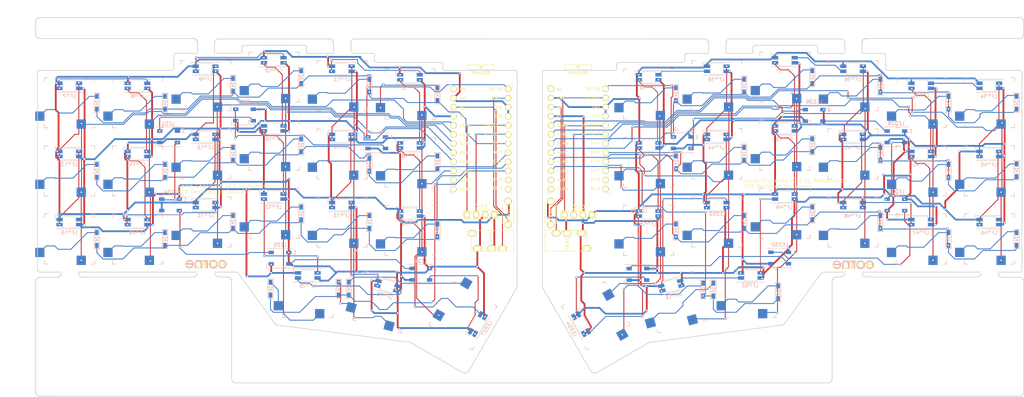
<source format=kicad_pcb>
(kicad_pcb (version 20211014) (generator pcbnew)
  (title_block (title "Corne Cherry") (date "2020-07-24") (rev "3.0") (company "foostan"))
  (layers (0 "F.Cu" signal) (31 "B.Cu" signal) (34 "B.Paste" user) (35 "F.Paste" user) (36 "B.SilkS" user "B.Silkscreen") (37 "F.SilkS" user "F.Silkscreen") (38 "B.Mask" user) (39 "F.Mask" user) (44 "Edge.Cuts" user))
  (net 0 "")
  (net 1 "row0")
  (net 2 "Net-(D1-Pad2)")
  (net 3 "row1")
  (net 4 "Net-(D2-Pad2)")
  (net 5 "row2")
  (net 6 "Net-(D3-Pad2)")
  (net 7 "row3")
  (net 8 "Net-(D4-Pad2)")
  (net 9 "Net-(D5-Pad2)")
  (net 10 "Net-(D6-Pad2)")
  (net 11 "Net-(D7-Pad2)")
  (net 12 "Net-(D8-Pad2)")
  (net 13 "Net-(D9-Pad2)")
  (net 14 "Net-(D10-Pad2)")
  (net 15 "Net-(D11-Pad2)")
  (net 16 "Net-(D12-Pad2)")
  (net 17 "Net-(D13-Pad2)")
  (net 18 "Net-(D14-Pad2)")
  (net 19 "Net-(D15-Pad2)")
  (net 20 "Net-(D16-Pad2)")
  (net 21 "Net-(D17-Pad2)")
  (net 22 "Net-(D18-Pad2)")
  (net 23 "Net-(D19-Pad2)")
  (net 24 "Net-(D20-Pad2)")
  (net 25 "Net-(D21-Pad2)")
  (net 26 "GND")
  (net 27 "VCC")
  (net 28 "col0")
  (net 29 "col1")
  (net 30 "col2")
  (net 31 "col3")
  (net 32 "col4")
  (net 33 "col5")
  (net 34 "LED")
  (net 35 "data")
  (net 36 "reset")
  (net 37 "SCL")
  (net 38 "SDA")
  (net 39 "Net-(U1-Pad14)")
  (net 40 "Net-(U1-Pad13)")
  (net 41 "Net-(U1-Pad12)")
  (net 42 "Net-(U1-Pad11)")
  (net 43 "Net-(U1-Pad24)")
  (net 44 "Net-(D22-Pad2)")
  (net 45 "row0_r")
  (net 46 "Net-(D23-Pad2)")
  (net 47 "Net-(D24-Pad2)")
  (net 48 "Net-(D25-Pad2)")
  (net 49 "Net-(D26-Pad2)")
  (net 50 "Net-(D27-Pad2)")
  (net 51 "row1_r")
  (net 52 "Net-(D28-Pad2)")
  (net 53 "Net-(D29-Pad2)")
  (net 54 "Net-(D30-Pad2)")
  (net 55 "Net-(D31-Pad2)")
  (net 56 "Net-(D32-Pad2)")
  (net 57 "Net-(D33-Pad2)")
  (net 58 "row2_r")
  (net 59 "Net-(D34-Pad2)")
  (net 60 "Net-(D35-Pad2)")
  (net 61 "Net-(D36-Pad2)")
  (net 62 "Net-(D37-Pad2)")
  (net 63 "Net-(D38-Pad2)")
  (net 64 "Net-(D39-Pad2)")
  (net 65 "Net-(D40-Pad2)")
  (net 66 "row3_r")
  (net 67 "Net-(D41-Pad2)")
  (net 68 "Net-(D42-Pad2)")
  (net 69 "data_r")
  (net 70 "SDA_r")
  (net 71 "SCL_r")
  (net 72 "LED_r")
  (net 73 "reset_r")
  (net 74 "col0_r")
  (net 75 "col1_r")
  (net 76 "col2_r")
  (net 77 "col3_r")
  (net 78 "col4_r")
  (net 79 "col5_r")
  (net 80 "VDD")
  (net 81 "GNDA")
  (net 82 "Net-(LED1-Pad2)")
  (net 83 "Net-(LED1-Pad4)")
  (net 84 "Net-(LED2-Pad4)")
  (net 85 "Net-(LED10-Pad2)")
  (net 86 "Net-(LED11-Pad4)")
  (net 87 "Net-(LED13-Pad4)")
  (net 88 "Net-(LED14-Pad2)")
  (net 89 "Net-(LED15-Pad4)")
  (net 90 "Net-(LED10-Pad4)")
  (net 91 "Net-(LED11-Pad2)")
  (net 92 "Net-(LED12-Pad4)")
  (net 93 "Net-(LED13-Pad2)")
  (net 94 "Net-(LED14-Pad4)")
  (net 95 "Net-(LED16-Pad4)")
  (net 96 "Net-(LED17-Pad2)")
  (net 97 "Net-(LED18-Pad4)")
  (net 98 "Net-(LED22-Pad4)")
  (net 99 "Net-(LED24-Pad4)")
  (net 100 "Net-(LED25-Pad4)")
  (net 101 "Net-(LED27-Pad4)")
  (net 102 "Net-(LED28-Pad2)")
  (net 103 "Net-(LED29-Pad4)")
  (net 104 "Net-(LED32-Pad2)")
  (net 105 "Net-(LED34-Pad2)")
  (net 106 "Net-(LED35-Pad4)")
  (net 107 "Net-(LED37-Pad4)")
  (net 108 "Net-(LED38-Pad2)")
  (net 109 "Net-(LED39-Pad4)")
  (net 110 "Net-(LED4-Pad2)")
  (net 111 "Net-(LED5-Pad2)")
  (net 112 "Net-(LED7-Pad4)")
  (net 113 "Net-(LED15-Pad2)")
  (net 114 "Net-(LED20-Pad4)")
  (net 115 "Net-(LED23-Pad2)")
  (net 116 "Net-(LED28-Pad4)")
  (net 117 "Net-(LED31-Pad2)")
  (net 118 "Net-(LED33-Pad2)")
  (net 119 "Net-(LED40-Pad2)")
  (net 120 "Net-(LED41-Pad4)")
  (net 121 "Net-(LED42-Pad2)")
  (net 122 "Net-(LED43-Pad4)")
  (net 123 "Net-(LED44-Pad2)")
  (net 124 "Net-(LED45-Pad4)")
  (net 125 "Net-(LED47-Pad4)")
  (net 126 "Net-(LED49-Pad4)")
  (net 127 "Net-(LED50-Pad2)")
  (net 128 "Net-(LED51-Pad4)")
  (net 129 "Net-(LED52-Pad4)")
  (net 130 "Net-(LED34-Pad4)")
  (net 131 "Net-(LED36-Pad4)")
  (net 132 "Net-(LED36-Pad2)")
  (net 133 "Net-(LED38-Pad4)")
  (net 134 "Net-(U2-Pad11)")
  (net 135 "Net-(U2-Pad12)")
  (net 136 "Net-(U2-Pad13)")
  (net 137 "Net-(U2-Pad14)")
  (net 138 "Net-(U2-Pad24)")
  (footprint "kbd:MJ-4PP-9_1side" (layer "F.Cu") (at 144.1345 74.292 -90)
    (fp_text reference "J1")
    (fp_text value "MJ-4PP-9" hide)
  )
  (footprint "custom_kicad:OLED_1side" (layer "F.Cu") (at 130.9485 67.028)
    (fp_text reference "J2")
    (fp_text value "OLED" hide)
  )
  (footprint "kbd:ResetSW_1side" (layer "F.Cu") (at 142.4245 66.531 -90)
    (fp_text reference "RSW1" hide)
    (fp_text value "SW_PUSH")
  )
  (footprint "custom_kicad:PG1350_socket_clean" (layer "F.Cu") (at 39.1075 35.78)
    (fp_text reference "SW2" hide)
    (fp_text value "SW_PUSH" hide)
  )
  (footprint "custom_kicad:PG1350_socket_clean" (layer "F.Cu") (at 58.1075 31.03)
    (fp_text reference "SW3" hide)
    (fp_text value "SW_PUSH" hide)
  )
  (footprint "custom_kicad:PG1350_socket_clean" (layer "F.Cu") (at 77.1075 28.655)
    (fp_text reference "SW4" hide)
    (fp_text value "SW_PUSH" hide)
  )
  (footprint "custom_kicad:PG1350_socket_clean" (layer "F.Cu") (at 96.1075 31.03)
    (fp_text reference "SW5" hide)
    (fp_text value "SW_PUSH" hide)
  )
  (footprint "custom_kicad:PG1350_socket_clean" (layer "F.Cu") (at 20.1075 54.78)
    (fp_text reference "SW7" hide)
    (fp_text value "SW_PUSH" hide)
  )
  (footprint "custom_kicad:PG1350_socket_clean" (layer "F.Cu") (at 39.1075 54.78)
    (fp_text reference "SW8" hide)
    (fp_text value "SW_PUSH" hide)
  )
  (footprint "custom_kicad:PG1350_socket_clean" (layer "F.Cu") (at 58.1075 50.03)
    (fp_text reference "SW9" hide)
    (fp_text value "SW_PUSH" hide)
  )
  (footprint "custom_kicad:PG1350_socket_clean" (layer "F.Cu") (at 77.1075 47.655)
    (fp_text reference "SW10" hide)
    (fp_text value "SW_PUSH" hide)
  )
  (footprint "custom_kicad:PG1350_socket_clean" (layer "F.Cu") (at 96.1075 50.03)
    (fp_text reference "SW11" hide)
    (fp_text value "SW_PUSH" hide)
  )
  (footprint "custom_kicad:PG1350_socket_clean" (layer "F.Cu") (at 115.1075 52.405)
    (fp_text reference "SW12" hide)
    (fp_text value "SW_PUSH" hide)
  )
  (footprint "custom_kicad:PG1350_socket_clean" (layer "F.Cu") (at 20.1075 73.78)
    (fp_text reference "SW13" hide)
    (fp_text value "SW_PUSH" hide)
  )
  (footprint "custom_kicad:PG1350_socket_clean" (layer "F.Cu") (at 39.1075 73.78)
    (fp_text reference "SW14" hide)
    (fp_text value "SW_PUSH" hide)
  )
  (footprint "custom_kicad:PG1350_socket_clean" (layer "F.Cu") (at 58.1075 69.03)
    (fp_text reference "SW15" hide)
    (fp_text value "SW_PUSH" hide)
  )
  (footprint "custom_kicad:PG1350_socket_clean" (layer "F.Cu") (at 77.1075 66.655)
    (fp_text reference "SW16" hide)
    (fp_text value "SW_PUSH" hide)
  )
  (footprint "custom_kicad:PG1350_socket_clean" (layer "F.Cu") (at 96.1075 69.03)
    (fp_text reference "SW17" hide)
    (fp_text value "SW_PUSH" hide)
  )
  (footprint "custom_kicad:PG1350_socket_clean" (layer "F.Cu") (at 115.1075 71.405)
    (fp_text reference "SW18" hide)
    (fp_text value "SW_PUSH" hide)
  )
  (footprint "custom_kicad:PG1350_socket_clean" (layer "F.Cu") (at 86.6075 88.655)
    (fp_text reference "SW19" hide)
    (fp_text value "SW_PUSH" hide)
  )
  (footprint "custom_kicad:PG1350_socket_clean" (layer "F.Cu") (at 107.6075 91.405 -15)
    (fp_text reference "SW20" hide)
    (fp_text value "SW_PUSH" hide)
  )
  (footprint "custom_kicad:PG1350_socket_clean" (layer "F.Cu") (at 129.8575 95.155 -120)
    (fp_text reference "SW21" hide)
    (fp_text value "SW_PUSH" hide)
  )
  (footprint "custom_kicad:PG1350_socket_clean" (layer "F.Cu") (at 166.8645 95.15 120)
    (fp_text reference "SW42" hide)
    (fp_text value "SW_PUSH" hide)
  )
  (footprint "kbd:MJ-4PP-9_1side" (layer "F.Cu") (at 152.5375 74.27 90)
    (fp_text reference "J3")
    (fp_text value "MJ-4PP-9" hide)
  )
  (footprint "custom_kicad:OLED_1side" (layer "F.Cu") (at 165.7845 67.045 180)
    (fp_text reference "J4")
    (fp_text value "OLED" hide)
  )
  (footprint "kbd:ResetSW_1side" (layer "F.Cu") (at 154.3045 66.522 -90)
    (fp_text reference "RSW2" hide)
    (fp_text value "SW_PUSH")
  )
  (footprint "custom_kicad:PG1350_socket_clean" (layer "F.Cu") (at 219.6145 66.65)
    (fp_text reference "SW37" hide)
    (fp_text value "SW_PUSH" hide)
  )
  (footprint "custom_kicad:PG1350_socket_clean" (layer "F.Cu") (at 200.6145 69.025)
    (fp_text reference "SW38" hide)
    (fp_text value "SW_PUSH" hide)
  )
  (footprint "custom_kicad:PG1350_socket_clean" (layer "F.Cu") (at 181.6145 71.4)
    (fp_text reference "SW39" hide)
    (fp_text value "SW_PUSH" hide)
  )
  (footprint "custom_kicad:PG1350_socket_clean" (layer "F.Cu") (at 210.1145 88.65)
    (fp_text reference "SW40" hide)
    (fp_text value "SW_PUSH" hide)
  )
  (footprint "custom_kicad:PG1350_socket_clean" (layer "F.Cu") (at 189.1145 91.4 15)
    (fp_text reference "SW41" hide)
    (fp_text value "SW_PUSH" hide)
  )
  (footprint "custom_kicad:PG1350_socket_clean" (layer "F.Cu") (at 219.6145 28.65)
    (fp_text reference "SW25" hide)
    (fp_text value "SW_PUSH" hide)
  )
  (footprint "custom_kicad:PG1350_socket_clean" (layer "F.Cu") (at 200.6145 31.025)
    (fp_text reference "SW26" hide)
    (fp_text value "SW_PUSH" hide)
  )
  (footprint "custom_kicad:PG1350_socket_clean" (layer "F.Cu") (at 276.6145 54.775)
    (fp_text reference "SW28" hide)
    (fp_text value "SW_PUSH" hide)
  )
  (footprint "custom_kicad:PG1350_socket_clean" (layer "F.Cu") (at 238.6145 31.025)
    (fp_text reference "SW24" hide)
    (fp_text value "SW_PUSH" hide)
  )
  (footprint "custom_kicad:PG1350_socket_clean" (layer "F.Cu") (at 257.6145 54.775)
    (fp_text reference "SW29" hide)
    (fp_text value "SW_PUSH" hide)
  )
  (footprint "custom_kicad:PG1350_socket_clean" (layer "F.Cu") (at 257.6145 73.775)
    (fp_text reference "SW35" hide)
    (fp_text value "SW_PUSH" hide)
  )
  (footprint "custom_kicad:PG1350_socket_clean" (layer "F.Cu") (at 238.6145 69.025)
    (fp_text reference "SW36" hide)
    (fp_text value "SW_PUSH" hide)
  )
  (footprint "custom_kicad:PG1350_socket_clean" (layer "F.Cu") (at 276.6145 35.775)
    (fp_text reference "SW22" hide)
    (fp_text value "SW_PUSH" hide)
  )
  (footprint "custom_kicad:PG1350_socket_clean" (layer "F.Cu") (at 257.6145 35.775)
    (fp_text reference "SW23" hide)
    (fp_text value "SW_PUSH" hide)
  )
  (footprint "custom_kicad:PG1350_socket_clean" (layer "F.Cu") (at 238.6145 50.025)
    (fp_text reference "SW30" hide)
    (fp_text value "SW_PUSH" hide)
  )
  (footprint "custom_kicad:PG1350_socket_clean" (layer "F.Cu") (at 219.6145 47.65)
    (fp_text reference "SW31" hide)
    (fp_text value "SW_PUSH" hide)
  )
  (footprint "custom_kicad:PG1350_socket_clean" (layer "F.Cu") (at 200.6145 50.025)
    (fp_text reference "SW32" hide)
    (fp_text value "SW_PUSH" hide)
  )
  (footprint "custom_kicad:PG1350_socket_clean" (layer "F.Cu") (at 181.6145 52.4)
    (fp_text reference "SW33" hide)
    (fp_text value "SW_PUSH" hide)
  )
  (footprint "custom_kicad:PG1350_socket_clean" (layer "F.Cu") (at 276.6145 73.775)
    (fp_text reference "SW34" hide)
    (fp_text value "SW_PUSH" hide)
  )
  (footprint "custom_kicad:PG1350_socket_clean" (layer "F.Cu") (at 20.1075 35.78)
    (fp_text reference "SW1" hide)
    (fp_text value "SW_PUSH" hide)
  )
  (footprint "kbd:M2_HOLE_v2" (layer "F.Cu") (at 105.5755 41.7655)
    (fp_text reference "Ref**" hide)
    (fp_text value "Val**" hide)
  )
  (footprint "kbd:M2_HOLE_v2" (layer "F.Cu") (at 72.7645 81.5205)
    (fp_text reference "Ref**" hide)
    (fp_text value "Val**" hide)
  )
  (footprint "kbd:M2_HOLE_v2" (layer "F.Cu") (at 119.3305 89.135)
    (fp_text reference "Ref**" hide)
    (fp_text value "Val**" hide)
  )
  (footprint "kbd:M2_HOLE_v2" (layer "F.Cu") (at 127.8695 74.254)
    (fp_text reference "Ref**" hide)
    (fp_text value "Val**" hide)
  )
  (footprint "kbd:M2_HOLE_v2" (layer "F.Cu") (at 142.3015 82.775)
    (fp_text reference "Ref**" hide)
    (fp_text value "Val**" hide)
  )
  (footprint "custom_kicad:PG1350_socket_clean" (layer "F.Cu") (at 115.1075 33.405)
    (fp_text reference "SW6" hide)
    (fp_text value "SW_PUSH" hide)
  )
  (footprint "custom_kicad:PG1350_socket_clean" (layer "F.Cu") (at 181.6075 33.405)
    (fp_text reference "SW27" hide)
    (fp_text value "SW_PUSH" hide)
  )
  (footprint "kbd:M2_HOLE_v2" (layer "F.Cu") (at 27.5195 54.1395)
    (fp_text reference "Ref**" hide)
    (fp_text value "Val**" hide)
  )
  (footprint "custom_kicad:ProMicro_v3" (layer "F.Cu") (at 134.8125 46.42)
    (fp_text reference "U1" hide)
    (fp_text value "ProMicro" hide)
  )
  (footprint "custom_kicad:ProMicro_v3" (layer "F.Cu") (at 161.9875 46.39)
    (fp_text reference "U2" hide)
    (fp_text value "ProMicro" hide)
  )
  (footprint "kbd:M2_HOLE_v2" (layer "F.Cu") (at 29.6075 45.28)
    (fp_text reference "Ref**" hide)
    (fp_text value "Val**" hide)
  )
  (footprint "kbd:Breakaway_Tabs" (layer "F.Cu") (at 58.23675 21.869)
    (fp_text reference "REF**")
    (fp_text value "Breakaway_Tabs")
  )
  (footprint "kbd:Breakaway_Tabs" (layer "F.Cu") (at 96.2075 21.873)
    (fp_text reference "REF**")
    (fp_text value "Breakaway_Tabs")
  )
  (footprint "kbd:Breakaway_Tabs" (layer "F.Cu") (at 20.1625 83.176)
    (fp_text reference "REF**")
    (fp_text value "Breakaway_Tabs")
  )
  (footprint "kbd:Breakaway_Tabs" (layer "F.Cu") (at 58.1235 83.178)
    (fp_text reference "REF**")
    (fp_text value "Breakaway_Tabs")
  )
  (footprint "kbd:corne-logo-horizontal" (layer "F.Cu") (at 58.2675 80.89)
    (fp_text reference "G***" hide)
    (fp_text value "LOGO" hide)
  )
  (footprint "kbd:corne-logo-horizontal" (layer "F.Cu") (at 238.7775 81.04)
    (fp_text reference "G***" hide)
    (fp_text value "LOGO" hide)
  )
  (footprint "kbd:D3_SMD_v2" (layer "B.Cu") (at 27.7345 35.776875 90)
    (fp_text reference "D1" hide)
    (fp_text value "D" hide)
  )
  (footprint "kbd:D3_SMD_v2" (layer "B.Cu") (at 46.7345 35.78 90)
    (fp_text reference "D2" hide)
    (fp_text value "D" hide)
  )
  (footprint "kbd:D3_SMD_v2" (layer "B.Cu") (at 65.7075 30.78 90)
    (fp_text reference "D3" hide)
    (fp_text value "D" hide)
  )
  (footprint "kbd:D3_SMD_v2" (layer "B.Cu") (at 84.7075 28.655 90)
    (fp_text reference "D4" hide)
    (fp_text value "D" hide)
  )
  (footprint "kbd:D3_SMD_v2" (layer "B.Cu") (at 103.7075 31.03 90)
    (fp_text reference "D5" hide)
    (fp_text value "D" hide)
  )
  (footprint "kbd:D3_SMD_v2" (layer "B.Cu") (at 122.7075 33.405 90)
    (fp_text reference "D6" hide)
    (fp_text value "D" hide)
  )
  (footprint "kbd:D3_SMD_v2" (layer "B.Cu") (at 27.7345 54.776875 90)
    (fp_text reference "D7" hide)
    (fp_text value "D" hide)
  )
  (footprint "kbd:D3_SMD_v2" (layer "B.Cu") (at 46.7345 54.78 90)
    (fp_text reference "D8" hide)
    (fp_text value "D" hide)
  )
  (footprint "kbd:D3_SMD_v2" (layer "B.Cu") (at 65.7075 50.03 90)
    (fp_text reference "D9" hide)
    (fp_text value "D" hide)
  )
  (footprint "kbd:D3_SMD_v2" (layer "B.Cu") (at 84.7075 47.655 90)
    (fp_text reference "D10" hide)
    (fp_text value "D" hide)
  )
  (footprint "kbd:D3_SMD_v2" (layer "B.Cu") (at 103.69382 53.07184 90)
    (fp_text reference "D11" hide)
    (fp_text value "D" hide)
  )
  (footprint "kbd:D3_SMD_v2" (layer "B.Cu") (at 122.7075 52.405 90)
    (fp_text reference "D12" hide)
    (fp_text value "D" hide)
  )
  (footprint "kbd:D3_SMD_v2" (layer "B.Cu") (at 27.7345 73.776875 90)
    (fp_text reference "D13" hide)
    (fp_text value "D" hide)
  )
  (footprint "kbd:D3_SMD_v2" (layer "B.Cu") (at 46.7345 73.78 90)
    (fp_text reference "D14" hide)
    (fp_text value "D" hide)
  )
  (footprint "kbd:D3_SMD_v2" (layer "B.Cu") (at 65.7075 69.03 90)
    (fp_text reference "D15" hide)
    (fp_text value "D" hide)
  )
  (footprint "kbd:D3_SMD_v2" (layer "B.Cu") (at 84.7075 66.655 90)
    (fp_text reference "D16" hide)
    (fp_text value "D" hide)
  )
  (footprint "kbd:D3_SMD_v2" (layer "B.Cu") (at 103.7075 69.03 90)
    (fp_text reference "D17" hide)
    (fp_text value "D" hide)
  )
  (footprint "kbd:D3_SMD_v2" (layer "B.Cu") (at 122.7075 71.405 90)
    (fp_text reference "D18" hide)
    (fp_text value "D" hide)
  )
  (footprint "kbd:D3_SMD_v2" (layer "B.Cu") (at 76.1575 87.627 90)
    (fp_text reference "D19" hide)
    (fp_text value "D" hide)
  )
  (footprint "kbd:D3_SMD_v2" (layer "B.Cu") (at 95.1645 87.622 90)
    (fp_text reference "D20" hide)
    (fp_text value "D" hide)
  )
  (footprint "kbd:D3_SMD_v2" (layer "B.Cu") (at 98.0075 87.622 90)
    (fp_text reference "D21" hide)
    (fp_text value "D" hide)
  )
  (footprint "kbd:YS-SK6812MINI-E" (layer "B.Cu") (at 133.971121 97.53 60)
    (fp_text reference "LED27")
    (fp_text value "YS-SK6812MINI-E")
    (fp_line (start 1.8 1.55) (end -1.8 1.55) (layer "Edge.Cuts") (width 0.12))
    (fp_line (start -1.8 1.55) (end -1.8 -1.55) (layer "Edge.Cuts") (width 0.12))
    (fp_line (start 1.8 -1.55) (end 1.8 1.55) (layer "Edge.Cuts") (width 0.12))
    (fp_line (start -1.8 -1.55) (end 1.8 -1.55) (layer "Edge.Cuts") (width 0.12))
  )
  (footprint "LED_SMD:LED_WS2812B_PLCC4_5.0x5.0mm_P3.2mm" (layer "B.Cu") (at 47.73762 45.27612 180)
    (fp_text reference "LED1")
    (fp_text value "WS2812B")
  )
  (footprint "LED_SMD:LED_WS2812B_PLCC4_5.0x5.0mm_P3.2mm" (layer "B.Cu") (at 118.06936 83.59648 180)
    (fp_text reference "LED6")
    (fp_text value "WS2812B")
  )
  (footprint "LED_SMD:LED_WS2812B_PLCC4_5.0x5.0mm_P3.2mm" (layer "B.Cu") (at 227.74234 39.30712 180)
    (fp_text reference "LED29")
    (fp_text value "WS2812B")
  )
  (footprint "LED_SMD:LED_WS2812B_PLCC4_5.0x5.0mm_P3.2mm" (layer "B.Cu") (at 190.96822 46.9322 180)
    (fp_text reference "LED30")
    (fp_text value "WS2812B")
  )
  (footprint "LED_SMD:LED_WS2812B_PLCC4_5.0x5.0mm_P3.2mm" (layer "B.Cu") (at 250.55646 64.28 180)
    (fp_text reference "LED31")
    (fp_text value "WS2812B")
  )
  (footprint "LED_SMD:LED_WS2812B_PLCC4_5.0x5.0mm_P3.2mm" (layer "B.Cu") (at 218.13098 79.07956 180)
    (fp_text reference "LED32")
    (fp_text value "WS2812B")
  )
  (footprint "LED_SMD:LED_WS2812B_PLCC4_5.0x5.0mm_P3.2mm" (layer "B.Cu") (at 178.61788 83.6422 180)
    (fp_text reference "LED33")
    (fp_text value "WS2812B")
  )
  (footprint "kbd:YS-SK6812MINI-E" (layer "B.Cu") (at 219.6075 42.94604)
    (fp_text reference "LED43")
    (fp_text value "YS-SK6812MINI-E")
    (fp_line (start 1.8 1.55) (end -1.8 1.55) (layer "Edge.Cuts") (width 0.12))
    (fp_line (start -1.8 1.55) (end -1.8 -1.55) (layer "Edge.Cuts") (width 0.12))
    (fp_line (start -1.8 -1.55) (end 1.8 -1.55) (layer "Edge.Cuts") (width 0.12))
    (fp_line (start 1.8 -1.55) (end 1.8 1.55) (layer "Edge.Cuts") (width 0.12))
  )
  (footprint "kbd:YS-SK6812MINI-E" (layer "B.Cu") (at 200.6075 45.32104)
    (fp_text reference "LED44")
    (fp_text value "YS-SK6812MINI-E")
    (fp_line (start 1.8 -1.55) (end 1.8 1.55) (layer "Edge.Cuts") (width 0.12))
    (fp_line (start -1.8 -1.55) (end 1.8 -1.55) (layer "Edge.Cuts") (width 0.12))
    (fp_line (start -1.8 1.55) (end -1.8 -1.55) (layer "Edge.Cuts") (width 0.12))
    (fp_line (start 1.8 1.55) (end -1.8 1.55) (layer "Edge.Cuts") (width 0.12))
  )
  (footprint "kbd:YS-SK6812MINI-E" (layer "B.Cu") (at 181.6075 47.69604)
    (fp_text reference "LED45")
    (fp_text value "YS-SK6812MINI-E")
    (fp_line (start -1.8 1.55) (end -1.8 -1.55) (layer "Edge.Cuts") (width 0.12))
    (fp_line (start -1.8 -1.55) (end 1.8 -1.55) (layer "Edge.Cuts") (width 0.12))
    (fp_line (start 1.8 1.55) (end -1.8 1.55) (layer "Edge.Cuts") (width 0.12))
    (fp_line (start 1.8 -1.55) (end 1.8 1.55) (layer "Edge.Cuts") (width 0.12))
  )
  (footprint "kbd:YS-SK6812MINI-E" (layer "B.Cu") (at 276.6075 69.07104)
    (fp_text reference "LED46")
    (fp_text value "YS-SK6812MINI-E")
    (fp_line (start -1.8 -1.55) (end 1.8 -1.55) (layer "Edge.Cuts") (width 0.12))
    (fp_line (start -1.8 1.55) (end -1.8 -1.55) (layer "Edge.Cuts") (width 0.12))
    (fp_line (start 1.8 -1.55) (end 1.8 1.55) (layer "Edge.Cuts") (width 0.12))
    (fp_line (start 1.8 1.55) (end -1.8 1.55) (layer "Edge.Cuts") (width 0.12))
  )
  (footprint "kbd:YS-SK6812MINI-E" (layer "B.Cu") (at 257.6075 69.07104)
    (fp_text reference "LED47")
    (fp_text value "YS-SK6812MINI-E")
    (fp_line (start 1.8 -1.55) (end 1.8 1.55) (layer "Edge.Cuts") (width 0.12))
    (fp_line (start 1.8 1.55) (end -1.8 1.55) (layer "Edge.Cuts") (width 0.12))
    (fp_line (start -1.8 -1.55) (end 1.8 -1.55) (layer "Edge.Cuts") (width 0.12))
    (fp_line (start -1.8 1.55) (end -1.8 -1.55) (layer "Edge.Cuts") (width 0.12))
  )
  (footprint "kbd:YS-SK6812MINI-E" (layer "B.Cu") (at 238.6075 64.32104)
    (fp_text reference "LED48")
    (fp_text value "YS-SK6812MINI-E")
    (fp_line (start 1.8 1.55) (end -1.8 1.55) (layer "Edge.Cuts") (width 0.12))
    (fp_line (start 1.8 -1.55) (end 1.8 1.55) (layer "Edge.Cuts") (width 0.12))
    (fp_line (start -1.8 1.55) (end -1.8 -1.55) (layer "Edge.Cuts") (width 0.12))
    (fp_line (start -1.8 -1.55) (end 1.8 -1.55) (layer "Edge.Cuts") (width 0.12))
  )
  (footprint "kbd:YS-SK6812MINI-E" (layer "B.Cu") (at 219.6075 61.94604)
    (fp_text reference "LED49")
    (fp_text value "YS-SK6812MINI-E")
    (fp_line (start 1.8 1.55) (end -1.8 1.55) (layer "Edge.Cuts") (width 0.12))
    (fp_line (start -1.8 1.55) (end -1.8 -1.55) (layer "Edge.Cuts") (width 0.12))
    (fp_line (start -1.8 -1.55) (end 1.8 -1.55) (layer "Edge.Cuts") (width 0.12))
    (fp_line (start 1.8 -1.55) (end 1.8 1.55) (layer "Edge.Cuts") (width 0.12))
  )
  (footprint "kbd:YS-SK6812MINI-E" (layer "B.Cu") (at 200.6075 64.32104)
    (fp_text reference "LED50")
    (fp_text value "YS-SK6812MINI-E")
    (fp_line (start 1.8 -1.55) (end 1.8 1.55) (layer "Edge.Cuts") (width 0.12))
    (fp_line (start -1.8 -1.55) (end 1.8 -1.55) (layer "Edge.Cuts") (width 0.12))
    (fp_line (start 1.8 1.55) (end -1.8 1.55) (layer "Edge.Cuts") (width 0.12))
    (fp_line (start -1.8 1.55) (end -1.8 -1.55) (layer "Edge.Cuts") (width 0.12))
  )
  (footprint "kbd:YS-SK6812MINI-E" (layer "B.Cu") (at 181.6075 66.69604)
    (fp_text reference "LED51")
    (fp_text value "YS-SK6812MINI-E")
    (fp_line (start 1.8 1.55) (end -1.8 1.55) (layer "Edge.Cuts") (width 0.12))
    (fp_line (start 1.8 -1.55) (end 1.8 1.55) (layer "Edge.Cuts") (width 0.12))
    (fp_line (start -1.8 -1.55) (end 1.8 -1.55) (layer "Edge.Cuts") (width 0.12))
    (fp_line (start -1.8 1.55) (end -1.8 -1.55) (layer "Edge.Cuts") (width 0.12))
  )
  (footprint "kbd:YS-SK6812MINI-E" (layer "B.Cu") (at 210.1075 83.94604)
    (fp_text reference "LED52")
    (fp_text value "YS-SK6812MINI-E")
    (fp_line (start 1.8 1.55) (end -1.8 1.55) (layer "Edge.Cuts") (width 0.12))
    (fp_line (start 1.8 -1.55) (end 1.8 1.55) (layer "Edge.Cuts") (width 0.12))
    (fp_line (start -1.8 -1.55) (end 1.8 -1.55) (layer "Edge.Cuts") (width 0.12))
    (fp_line (start -1.8 1.55) (end -1.8 -1.55) (layer "Edge.Cuts") (width 0.12))
  )
  (footprint "kbd:YS-SK6812MINI-E" (layer "B.Cu") (at 187.94054 86.8102 15)
    (fp_text reference "LED53")
    (fp_text value "YS-SK6812MINI-E")
    (fp_line (start -1.8 1.55) (end -1.8 -1.55) (layer "Edge.Cuts") (width 0.12))
    (fp_line (start -1.8 -1.55) (end 1.8 -1.55) (layer "Edge.Cuts") (width 0.12))
    (fp_line (start 1.8 1.55) (end -1.8 1.55) (layer "Edge.Cuts") (width 0.12))
    (fp_line (start 1.8 -1.55) (end 1.8 1.55) (layer "Edge.Cuts") (width 0.12))
  )
  (footprint "kbd:D3_SMD_v2" (layer "B.Cu") (at 265.2145 35.775 90)
    (fp_text reference "D23" hide)
    (fp_text value "D" hide)
  )
  (footprint "kbd:D3_SMD_v2" (layer "B.Cu") (at 246.2145 31.025 90)
    (fp_text reference "D24" hide)
    (fp_text value "D" hide)
  )
  (footprint "kbd:D3_SMD_v2" (layer "B.Cu") (at 227.2145 28.65 90)
    (fp_text reference "D25" hide)
    (fp_text value "D" hide)
  )
  (footprint "kbd:D3_SMD_v2" (layer "B.Cu") (at 189.2075 33.405 90)
    (fp_text reference "D27" hide)
    (fp_text value "D" hide)
  )
  (footprint "kbd:D3_SMD_v2" (layer "B.Cu") (at 284.2145 54.625 90)
    (fp_text reference "D28" hide)
    (fp_text value "D" hide)
  )
  (footprint "kbd:D3_SMD_v2" (layer "B.Cu") (at 265.2145 54.775 90)
    (fp_text reference "D29" hide)
    (fp_text value "D" hide)
  )
  (footprint "kbd:D3_SMD_v2" (layer "B.Cu") (at 246.2145 50.025 90)
    (fp_text reference "D30" hide)
    (fp_text value "D" hide)
  )
  (footprint "kbd:D3_SMD_v2" (layer "B.Cu") (at 227.2145 47.65 90)
    (fp_text reference "D31" hide)
    (fp_text value "D" hide)
  )
  (footprint "kbd:D3_SMD_v2" (layer "B.Cu") (at 208.2145 50.025 90)
    (fp_text reference "D32" hide)
    (fp_text value "D" hide)
  )
  (footprint "kbd:D3_SMD_v2" (layer "B.Cu") (at 189.2075 52.405 90)
    (fp_text reference "D33" hide)
    (fp_text value "D" hide)
  )
  (footprint "kbd:D3_SMD_v2" (layer "B.Cu") (at 284.2145 73.775 90)
    (fp_text reference "D34" hide)
    (fp_text value "D" hide)
  )
  (footprint "kbd:D3_SMD_v2" (layer "B.Cu") (at 265.2145 73.775 90)
    (fp_text reference "D35" hide)
    (fp_text value "D" hide)
  )
  (footprint "kbd:D3_SMD_v2" (layer "B.Cu") (at 246.2145 69.025 90)
    (fp_text reference "D36" hide)
    (fp_text value "D" hide)
  )
  (footprint "kbd:D3_SMD_v2" (layer "B.Cu") (at 227.2145 66.65 90)
    (fp_text reference "D37" hide)
    (fp_text value "D" hide)
  )
  (footprint "kbd:D3_SMD_v2" (layer "B.Cu") (at 208.2145 69.025 90)
    (fp_text reference "D38" hide)
    (fp_text value "D" hide)
  )
  (footprint "kbd:D3_SMD_v2" (layer "B.Cu") (at 189.2075 71.405 90)
    (fp_text reference "D39" hide)
    (fp_text value "D" hide)
  )
  (footprint "kbd:D3_SMD_v2" (layer "B.Cu") (at 217.7145 88.635 90)
    (fp_text reference "D40" hide)
    (fp_text value "D" hide)
  )
  (footprint "kbd:D3_SMD_v2" (layer "B.Cu") (at 199.64926 87.88292 90)
    (fp_text reference "D41" hide)
    (fp_text value "D" hide)
  )
  (footprint "kbd:D3_SMD_v2" (layer "B.Cu") (at 196.79926 87.88292 90)
    (fp_text reference "D42" hide)
    (fp_text value "D" hide)
  )
  (footprint "kbd:D3_SMD_v2" (layer "B.Cu") (at 284.2145 35.775 90)
    (fp_text reference "D22" hide)
    (fp_text value "D" hide)
  )
  (footprint "kbd:D3_SMD_v2" (layer "B.Cu") (at 208.2145 31.025 90)
    (fp_text reference "D26" hide)
    (fp_text value "D" hide)
  )
  (footprint "kbd:YS-SK6812MINI-E" (layer "B.Cu") (at 108.76874 86.861 -15)
    (fp_text reference "LED26")
    (fp_text value "YS-SK6812MINI-E")
    (fp_line (start -1.8 -1.55) (end 1.8 -1.55) (layer "Edge.Cuts") (width 0.12))
    (fp_line (start 1.8 -1.55) (end 1.8 1.55) (layer "Edge.Cuts") (width 0.12))
    (fp_line (start -1.8 1.55) (end -1.8 -1.55) (layer "Edge.Cuts") (width 0.12))
    (fp_line (start 1.8 1.55) (end -1.8 1.55) (layer "Edge.Cuts") (width 0.12))
  )
  (footprint "LED_SMD:LED_WS2812B_PLCC4_5.0x5.0mm_P3.2mm" (layer "B.Cu") (at 48.26594 64.26516 180)
    (fp_text reference "LED4")
    (fp_text value "WS2812B")
  )
  (footprint "kbd:YS-SK6812MINI-E" (layer "B.Cu") (at 276.6075 31.06088)
    (fp_text reference "LED34")
    (fp_text value "YS-SK6812MINI-E")
    (fp_line (start -1.8 -1.55) (end 1.8 -1.55) (layer "Edge.Cuts") (width 0.12))
    (fp_line (start -1.8 1.55) (end -1.8 -1.55) (layer "Edge.Cuts") (width 0.12))
    (fp_line (start 1.8 1.55) (end -1.8 1.55) (layer "Edge.Cuts") (width 0.12))
    (fp_line (start 1.8 -1.55) (end 1.8 1.55) (layer "Edge.Cuts") (width 0.12))
  )
  (footprint "kbd:YS-SK6812MINI-E" (layer "B.Cu") (at 257.6075 31.06088)
    (fp_text reference "LED35")
    (fp_text value "YS-SK6812MINI-E")
    (fp_line (start -1.8 -1.55) (end 1.8 -1.55) (layer "Edge.Cuts") (width 0.12))
    (fp_line (start 1.8 -1.55) (end 1.8 1.55) (layer "Edge.Cuts") (width 0.12))
    (fp_line (start 1.8 1.55) (end -1.8 1.55) (layer "Edge.Cuts") (width 0.12))
    (fp_line (start -1.8 1.55) (end -1.8 -1.55) (layer "Edge.Cuts") (width 0.12))
  )
  (footprint "kbd:YS-SK6812MINI-E" (layer "B.Cu") (at 238.6075 26.31088)
    (fp_text reference "LED36")
    (fp_text value "YS-SK6812MINI-E")
    (fp_line (start 1.8 1.55) (end -1.8 1.55) (layer "Edge.Cuts") (width 0.12))
    (fp_line (start 1.8 -1.55) (end 1.8 1.55) (layer "Edge.Cuts") (width 0.12))
    (fp_line (start -1.8 1.55) (end -1.8 -1.55) (layer "Edge.Cuts") (width 0.12))
    (fp_line (start -1.8 -1.55) (end 1.8 -1.55) (layer "Edge.Cuts") (width 0.12))
  )
  (footprint "kbd:YS-SK6812MINI-E" (layer "B.Cu") (at 219.6075 23.93588)
    (fp_text reference "LED37")
    (fp_text value "YS-SK6812MINI-E")
    (fp_line (start 1.8 1.55) (end -1.8 1.55) (layer "Edge.Cuts") (width 0.12))
    (fp_line (start -1.8 -1.55) (end 1.8 -1.55) (layer "Edge.Cuts") (width 0.12))
    (fp_line (start -1.8 1.55) (end -1.8 -1.55) (layer "Edge.Cuts") (width 0.12))
    (fp_line (start 1.8 -1.55) (end 1.8 1.55) (layer "Edge.Cuts") (width 0.12))
  )
  (footprint "kbd:YS-SK6812MINI-E" (layer "B.Cu") (at 200.6075 26.31088)
    (fp_text reference "LED38")
    (fp_text value "YS-SK6812MINI-E")
    (fp_line (start 1.8 1.55) (end -1.8 1.55) (layer "Edge.Cuts") (width 0.12))
    (fp_line (start -1.8 1.55) (end -1.8 -1.55) (layer "Edge.Cuts") (width 0.12))
    (fp_line (start -1.8 -1.55) (end 1.8 -1.55) (layer "Edge.Cuts") (width 0.12))
    (fp_line (start 1.8 -1.55) (end 1.8 1.55) (layer "Edge.Cuts") (width 0.12))
  )
  (footprint "kbd:YS-SK6812MINI-E" (layer "B.Cu") (at 181.6075 28.68588)
    (fp_text reference "LED39")
    (fp_text value "YS-SK6812MINI-E")
    (fp_line (start -1.8 1.55) (end -1.8 -1.55) (layer "Edge.Cuts") (width 0.12))
    (fp_line (start 1.8 1.55) (end -1.8 1.55) (layer "Edge.Cuts") (width 0.12))
    (fp_line (start 1.8 -1.55) (end 1.8 1.55) (layer "Edge.Cuts") (width 0.12))
    (fp_line (start -1.8 -1.55) (end 1.8 -1.55) (layer "Edge.Cuts") (width 0.12))
  )
  (footprint "kbd:YS-SK6812MINI-E" (layer "B.Cu") (at 276.6075 50.07104)
    (fp_text reference "LED40")
    (fp_text value "YS-SK6812MINI-E")
    (fp_line (start -1.8 -1.55) (end 1.8 -1.55) (layer "Edge.Cuts") (width 0.12))
    (fp_line (start 1.8 -1.55) (end 1.8 1.55) (layer "Edge.Cuts") (width 0.12))
    (fp_line (start 1.8 1.55) (end -1.8 1.55) (layer "Edge.Cuts") (width 0.12))
    (fp_line (start -1.8 1.55) (end -1.8 -1.55) (layer "Edge.Cuts") (width 0.12))
  )
  (footprint "kbd:YS-SK6812MINI-E" (layer "B.Cu") (at 257.6075 50.07104)
    (fp_text reference "LED41")
    (fp_text value "YS-SK6812MINI-E")
    (fp_line (start 1.8 1.55) (end -1.8 1.55) (layer "Edge.Cuts") (width 0.12))
    (fp_line (start -1.8 1.55) (end -1.8 -1.55) (layer "Edge.Cuts") (width 0.12))
    (fp_line (start 1.8 -1.55) (end 1.8 1.55) (layer "Edge.Cuts") (width 0.12))
    (fp_line (start -1.8 -1.55) (end 1.8 -1.55) (layer "Edge.Cuts") (width 0.12))
  )
  (footprint "kbd:YS-SK6812MINI-E" (layer "B.Cu") (at 238.6075 45.32104)
    (fp_text reference "LED42")
    (fp_text value "YS-SK6812MINI-E")
    (fp_line (start -1.8 1.55) (end -1.8 -1.55) (layer "Edge.Cuts") (width 0.12))
    (fp_line (start -1.8 -1.55) (end 1.8 -1.55) (layer "Edge.Cuts") (width 0.12))
    (fp_line (start 1.8 -1.55) (end 1.8 1.55) (layer "Edge.Cuts") (width 0.12))
    (fp_line (start 1.8 1.55) (end -1.8 1.55) (layer "Edge.Cuts") (width 0.12))
  )
  (footprint "kbd:M2_HOLE_v2" (layer "B.Cu") (at 177.3895 89.145 180)
    (fp_text reference "Ref**" hide)
    (fp_text value "Val**" hide)
  )
  (footprint "kbd:M2_HOLE_v2" (layer "B.Cu") (at 154.4185 82.785 180)
    (fp_text reference "Ref**" hide)
    (fp_text value "Val**" hide)
  )
  (footprint "kbd:M2_HOLE_v2" (layer "B.Cu") (at 223.9555 81.5305 180)
    (fp_text reference "Ref**" hide)
    (fp_text value "Val**" hide)
  )
  (footprint "kbd:M2_HOLE_v2" (layer "B.Cu") (at 267.0995 45.2655 180)
    (fp_text reference "Ref**" hide)
    (fp_text value "Val**" hide)
  )
  (footprint "kbd:M2_HOLE_v2" (layer "B.Cu") (at 191.1445 41.7755 180)
    (fp_text reference "Ref**" hide)
    (fp_text value "Val**" hide)
  )
  (footprint "kbd:M2_HOLE_v2" (layer "B.Cu") (at 269.1875 54.125 180)
    (fp_text reference "Ref**" hide)
    (fp_text value "Val**" hide)
  )
  (footprint "kbd:M2_HOLE_v2" (layer "B.Cu") (at 168.8505 74.264 180)
    (fp_text reference "Ref**" hide)
    (fp_text value "Val**" hide)
  )
  (footprint "kbd:YS-SK6812MINI-E" (layer "B.Cu") (at 162.750879 97.525 -60)
    (fp_text reference "LED54")
    (fp_text value "YS-SK6812MINI-E")
    (fp_line (start -1.8 -1.55) (end 1.8 -1.55) (layer "Edge.Cuts") (width 0.12))
    (fp_line (start 1.8 1.55) (end -1.8 1.55) (layer "Edge.Cuts") (width 0.12))
    (fp_line (start 1.8 -1.55) (end 1.8 1.55) (layer "Edge.Cuts") (width 0.12))
    (fp_line (start -1.8 1.55) (end -1.8 -1.55) (layer "Edge.Cuts") (width 0.12))
  )
  (footprint "kbd:Breakaway_Tabs" (layer "B.Cu") (at 276.6555 83.183 180)
    (fp_text reference "REF**")
    (fp_text value "Breakaway_Tabs")
  )
  (footprint "kbd:Breakaway_Tabs" (layer "B.Cu") (at 200.7375 21.885 180)
    (fp_text reference "REF**")
    (fp_text value "Breakaway_Tabs")
  )
  (footprint "kbd:Breakaway_Tabs" (layer "B.Cu") (at 238.6495 21.87 180)
    (fp_text reference "REF**")
    (fp_text value "Breakaway_Tabs")
  )
  (footprint "kbd:Breakaway_Tabs" (layer "B.Cu") (at 238.7415 83.193 180)
    (fp_text reference "REF**")
    (fp_text value "Breakaway_Tabs")
  )
  (footprint "kbd:corne-logo-horizontal" (layer "B.Cu") (at 58.0375 80.89 180)
    (fp_text reference "G***" hide)
    (fp_text value "LOGO" hide)
  )
  (footprint "kbd:corne-logo-horizontal" (layer "B.Cu") (at 238.5675 81.04 180)
    (fp_text reference "G***" hide)
    (fp_text value "LOGO" hide)
  )
  (footprint "kbd:YS-SK6812MINI-E" (layer "B.Cu") (at 96.0567 64.31596)
    (fp_text reference "LED23")
    (fp_text value "YS-SK6812MINI-E")
    (fp_line (start 1.8 1.55) (end -1.8 1.55) (layer "Edge.Cuts") (width 0.12))
    (fp_line (start -1.8 -1.55) (end 1.8 -1.55) (layer "Edge.Cuts") (width 0.12))
    (fp_line (start 1.8 -1.55) (end 1.8 1.55) (layer "Edge.Cuts") (width 0.12))
    (fp_line (start -1.8 1.55) (end -1.8 -1.55) (layer "Edge.Cuts") (width 0.12))
  )
  (footprint "kbd:YS-SK6812MINI-E" (layer "B.Cu") (at 58.0567 45.31596)
    (fp_text reference "LED15")
    (fp_text value "YS-SK6812MINI-E")
    (fp_line (start -1.8 1.55) (end -1.8 -1.55) (layer "Edge.Cuts") (width 0.12))
    (fp_line (start -1.8 -1.55) (end 1.8 -1.55) (layer "Edge.Cuts") (width 0.12))
    (fp_line (start 1.8 -1.55) (end 1.8 1.55) (layer "Edge.Cuts") (width 0.12))
    (fp_line (start 1.8 1.55) (end -1.8 1.55) (layer "Edge.Cuts") (width 0.12))
  )
  (footprint "kbd:YS-SK6812MINI-E" (layer "B.Cu") (at 39.0567 31.06596)
    (fp_text reference "LED8")
    (fp_text value "YS-SK6812MINI-E")
    (fp_line (start 1.8 -1.55) (end 1.8 1.55) (layer "Edge.Cuts") (width 0.12))
    (fp_line (start -1.8 1.55) (end -1.8 -1.55) (layer "Edge.Cuts") (width 0.12))
    (fp_line (start -1.8 -1.55) (end 1.8 -1.55) (layer "Edge.Cuts") (width 0.12))
    (fp_line (start 1.8 1.55) (end -1.8 1.55) (layer "Edge.Cuts") (width 0.12))
  )
  (footprint "kbd:YS-SK6812MINI-E" (layer "B.Cu") (at 20.0567 31.06596)
    (fp_text reference "LED7")
    (fp_text value "YS-SK6812MINI-E")
    (fp_line (start 1.8 1.55) (end -1.8 1.55) (layer "Edge.Cuts") (width 0.12))
    (fp_line (start 1.8 -1.55) (end 1.8 1.55) (layer "Edge.Cuts") (width 0.12))
    (fp_line (start -1.8 -1.55) (end 1.8 -1.55) (layer "Edge.Cuts") (width 0.12))
    (fp_line (start -1.8 1.55) (end -1.8 -1.55) (layer "Edge.Cuts") (width 0.12))
  )
  (footprint "kbd:YS-SK6812MINI-E" (layer "B.Cu") (at 77.0567 23.94096)
    (fp_text reference "LED10")
    (fp_text value "YS-SK6812MINI-E")
    (fp_line (start -1.8 1.55) (end -1.8 -1.55) (layer "Edge.Cuts") (width 0.12))
    (fp_line (start 1.8 1.55) (end -1.8 1.55) (layer "Edge.Cuts") (width 0.12))
    (fp_line (start 1.8 -1.55) (end 1.8 1.55) (layer "Edge.Cuts") (width 0.12))
    (fp_line (start -1.8 -1.55) (end 1.8 -1.55) (layer "Edge.Cuts") (width 0.12))
  )
  (footprint "kbd:YS-SK6812MINI-E" (layer "B.Cu") (at 58.0567 64.31596)
    (fp_text reference "LED21")
    (fp_text value "YS-SK6812MINI-E")
    (fp_line (start 1.8 -1.55) (end 1.8 1.55) (layer "Edge.Cuts") (width 0.12))
    (fp_line (start 1.8 1.55) (end -1.8 1.55) (layer "Edge.Cuts") (width 0.12))
    (fp_line (start -1.8 -1.55) (end 1.8 -1.55) (layer "Edge.Cuts") (width 0.12))
    (fp_line (start -1.8 1.55) (end -1.8 -1.55) (layer "Edge.Cuts") (width 0.12))
  )
  (footprint "kbd:YS-SK6812MINI-E" (layer "B.Cu") (at 86.5567 83.94096)
    (fp_text reference "LED25")
    (fp_text value "YS-SK6812MINI-E")
    (fp_line (start -1.8 1.55) (end -1.8 -1.55) (layer "Edge.Cuts") (width 0.12))
    (fp_line (start 1.8 1.55) (end -1.8 1.55) (layer "Edge.Cuts") (width 0.12))
    (fp_line (start -1.8 -1.55) (end 1.8 -1.55) (layer "Edge.Cuts") (width 0.12))
    (fp_line (start 1.8 -1.55) (end 1.8 1.55) (layer "Edge.Cuts") (width 0.12))
  )
  (footprint "kbd:YS-SK6812MINI-E" (layer "B.Cu") (at 39.0567 50.06596)
    (fp_text reference "LED14")
    (fp_text value "YS-SK6812MINI-E")
    (fp_line (start 1.8 1.55) (end -1.8 1.55) (layer "Edge.Cuts") (width 0.12))
    (fp_line (start 1.8 -1.55) (end 1.8 1.55) (layer "Edge.Cuts") (width 0.12))
    (fp_line (start -1.8 1.55) (end -1.8 -1.55) (layer "Edge.Cuts") (width 0.12))
    (fp_line (start -1.8 -1.55) (end 1.8 -1.55) (layer "Edge.Cuts") (width 0.12))
  )
  (footprint "kbd:YS-SK6812MINI-E" (layer "B.Cu") (at 58.0567 26.31596)
    (fp_text reference "LED9")
    (fp_text value "YS-SK6812MINI-E")
    (fp_line (start -1.8 1.55) (end -1.8 -1.55) (layer "Edge.Cuts") (width 0.12))
    (fp_line (start -1.8 -1.55) (end 1.8 -1.55) (layer "Edge.Cuts") (width 0.12))
    (fp_line (start 1.8 -1.55) (end 1.8 1.55) (layer "Edge.Cuts") (width 0.12))
    (fp_line (start 1.8 1.55) (end -1.8 1.55) (layer "Edge.Cuts") (width 0.12))
  )
  (footprint "kbd:YS-SK6812MINI-E" (layer "B.Cu") (at 96.0567 26.31596)
    (fp_text reference "LED11")
    (fp_text value "YS-SK6812MINI-E")
    (fp_line (start 1.8 1.55) (end -1.8 1.55) (layer "Edge.Cuts") (width 0.12))
    (fp_line (start -1.8 1.55) (end -1.8 -1.55) (layer "Edge.Cuts") (width 0.12))
    (fp_line (start -1.8 -1.55) (end 1.8 -1.55) (layer "Edge.Cuts") (width 0.12))
    (fp_line (start 1.8 -1.55) (end 1.8 1.55) (layer "Edge.Cuts") (width 0.12))
  )
  (footprint "kbd:YS-SK6812MINI-E" (layer "B.Cu") (at 115.0567 47.69096)
    (fp_text reference "LED18")
    (fp_text value "YS-SK6812MINI-E")
    (fp_line (start 1.8 1.55) (end -1.8 1.55) (layer "Edge.Cuts") (width 0.12))
    (fp_line (start -1.8 -1.55) (end 1.8 -1.55) (layer "Edge.Cuts") (width 0.12))
    (fp_line (start 1.8 -1.55) (end 1.8 1.55) (layer "Edge.Cuts") (width 0.12))
    (fp_line (start -1.8 1.55) (end -1.8 -1.55) (layer "Edge.Cuts") (width 0.12))
  )
  (footprint "kbd:YS-SK6812MINI-E" (layer "B.Cu") (at 77.0567 61.94096)
    (fp_text reference "LED22")
    (fp_text value "YS-SK6812MINI-E")
    (fp_line (start -1.8 -1.55) (end 1.8 -1.55) (layer "Edge.Cuts") (width 0.12))
    (fp_line (start 1.8 1.55) (end -1.8 1.55) (layer "Edge.Cuts") (width 0.12))
    (fp_line (start -1.8 1.55) (end -1.8 -1.55) (layer "Edge.Cuts") (width 0.12))
    (fp_line (start 1.8 -1.55) (end 1.8 1.55) (layer "Edge.Cuts") (width 0.12))
  )
  (footprint "kbd:YS-SK6812MINI-E" (layer "B.Cu") (at 77.0567 42.94096)
    (fp_text reference "LED16")
    (fp_text value "YS-SK6812MINI-E")
    (fp_line (start 1.8 1.55) (end -1.8 1.55) (layer "Edge.Cuts") (width 0.12))
    (fp_line (start 1.8 -1.55) (end 1.8 1.55) (layer "Edge.Cuts") (width 0.12))
    (fp_line (start -1.8 1.55) (end -1.8 -1.55) (layer "Edge.Cuts") (width 0.12))
    (fp_line (start -1.8 -1.55) (end 1.8 -1.55) (layer "Edge.Cuts") (width 0.12))
  )
  (footprint "kbd:YS-SK6812MINI-E" (layer "B.Cu") (at 115.0567 28.69096)
    (fp_text reference "LED12")
    (fp_text value "YS-SK6812MINI-E")
    (fp_line (start 1.8 1.55) (end -1.8 1.55) (layer "Edge.Cuts") (width 0.12))
    (fp_line (start 1.8 -1.55) (end 1.8 1.55) (layer "Edge.Cuts") (width 0.12))
    (fp_line (start -1.8 1.55) (end -1.8 -1.55) (layer "Edge.Cuts") (width 0.12))
    (fp_line (start -1.8 -1.55) (end 1.8 -1.55) (layer "Edge.Cuts") (width 0.12))
  )
  (footprint "kbd:YS-SK6812MINI-E" (layer "B.Cu") (at 115.0567 66.69096)
    (fp_text reference "LED24")
    (fp_text value "YS-SK6812MINI-E")
    (fp_line (start 1.8 1.55) (end -1.8 1.55) (layer "Edge.Cuts") (width 0.12))
    (fp_line (start -1.8 -1.55) (end 1.8 -1.55) (layer "Edge.Cuts") (width 0.12))
    (fp_line (start 1.8 -1.55) (end 1.8 1.55) (layer "Edge.Cuts") (width 0.12))
    (fp_line (start -1.8 1.55) (end -1.8 -1.55) (layer "Edge.Cuts") (width 0.12))
  )
  (footprint "kbd:YS-SK6812MINI-E" (layer "B.Cu") (at 96.0567 45.31596)
    (fp_text reference "LED17")
    (fp_text value "YS-SK6812MINI-E")
    (fp_line (start -1.8 1.55) (end -1.8 -1.55) (layer "Edge.Cuts") (width 0.12))
    (fp_line (start 1.8 -1.55) (end 1.8 1.55) (layer "Edge.Cuts") (width 0.12))
    (fp_line (start -1.8 -1.55) (end 1.8 -1.55) (layer "Edge.Cuts") (width 0.12))
    (fp_line (start 1.8 1.55) (end -1.8 1.55) (layer "Edge.Cuts") (width 0.12))
  )
  (footprint "kbd:YS-SK6812MINI-E" (layer "B.Cu") (at 20.0567 69.06596)
    (fp_text reference "LED19")
    (fp_text value "YS-SK6812MINI-E")
    (fp_line (start -1.8 1.55) (end -1.8 -1.55) (layer "Edge.Cuts") (width 0.12))
    (fp_line (start 1.8 1.55) (end -1.8 1.55) (layer "Edge.Cuts") (width 0.12))
    (fp_line (start -1.8 -1.55) (end 1.8 -1.55) (layer "Edge.Cuts") (width 0.12))
    (fp_line (start 1.8 -1.55) (end 1.8 1.55) (layer "Edge.Cuts") (width 0.12))
  )
  (footprint "kbd:YS-SK6812MINI-E" (layer "B.Cu") (at 20.0567 50.06596)
    (fp_text reference "LED13")
    (fp_text value "YS-SK6812MINI-E")
    (fp_line (start 1.8 -1.55) (end 1.8 1.55) (layer "Edge.Cuts") (width 0.12))
    (fp_line (start 1.8 1.55) (end -1.8 1.55) (layer "Edge.Cuts") (width 0.12))
    (fp_line (start -1.8 1.55) (end -1.8 -1.55) (layer "Edge.Cuts") (width 0.12))
    (fp_line (start -1.8 -1.55) (end 1.8 -1.55) (layer "Edge.Cuts") (width 0.12))
  )
  (footprint "kbd:YS-SK6812MINI-E" (layer "B.Cu") (at 39.0567 69.06596)
    (fp_text reference "LED20")
    (fp_text value "YS-SK6812MINI-E")
    (fp_line (start -1.8 1.55) (end -1.8 -1.55) (layer "Edge.Cuts") (width 0.12))
    (fp_line (start -1.8 -1.55) (end 1.8 -1.55) (layer "Edge.Cuts") (width 0.12))
    (fp_line (start 1.8 -1.55) (end 1.8 1.55) (layer "Edge.Cuts") (width 0.12))
    (fp_line (start 1.8 1.55) (end -1.8 1.55) (layer "Edge.Cuts") (width 0.12))
  )
  (footprint "LED_SMD:LED_WS2812B_PLCC4_5.0x5.0mm_P3.2mm" (layer "B.Cu") (at 68.90598 39.2106 180)
    (fp_text reference "LED2")
    (fp_text value "WS2812B")
  )
  (footprint "LED_SMD:LED_WS2812B_PLCC4_5.0x5.0mm_P3.2mm" (layer "B.Cu") (at 250.55646 45.28 180)
    (fp_text reference "LED28")
    (fp_text value "WS2812B")
  )
  (footprint "LED_SMD:LED_WS2812B_PLCC4_5.0x5.0mm_P3.2mm" (layer "B.Cu") (at 105.77662 46.94236 180)
    (fp_text reference "LED3")
    (fp_text value "WS2812B")
  )
  (footprint "LED_SMD:LED_WS2812B_PLCC4_5.0x5.0mm_P3.2mm" (layer "B.Cu") (at 78.79166 79.1456 180)
    (fp_text reference "LED5")
    (fp_text value "WS2812B")
  )
  (gr_line (start 17.8075 83.020309) (end 17.8125 83.25) (layer "Edge.Cuts") (width 0.2))
  (gr_line (start 17.8125 83.25) (end 17.8123 83.252) (layer "Edge.Cuts") (width 0.2))
  (gr_line (start 17.8123 83.252) (end 17.8123 83.252) (layer "Edge.Cuts") (width 0.2))
  (gr_line (start 17.8123 83.252) (end 17.7896 83.483) (layer "Edge.Cuts") (width 0.2))
  (gr_line (start 17.7896 83.483) (end 17.7896 83.483) (layer "Edge.Cuts") (width 0.2))
  (gr_line (start 17.7896 83.483) (end 17.7896 83.483) (layer "Edge.Cuts") (width 0.2))
  (gr_line (start 17.7896 83.483) (end 17.7896 83.484) (layer "Edge.Cuts") (width 0.2))
  (gr_line (start 17.7896 83.484) (end 17.7886 83.488) (layer "Edge.Cuts") (width 0.2))
  (gr_line (start 17.7886 83.488) (end 17.7877 83.493) (layer "Edge.Cuts") (width 0.2))
  (gr_line (start 17.7877 83.493) (end 17.7208 83.714) (layer "Edge.Cuts") (width 0.2))
  (gr_line (start 17.7208 83.714) (end 17.7206 83.715) (layer "Edge.Cuts") (width 0.2))
  (gr_line (start 17.7206 83.715) (end 17.7188 83.719) (layer "Edge.Cuts") (width 0.2))
  (gr_line (start 17.7188 83.719) (end 17.717 83.724) (layer "Edge.Cuts") (width 0.2))
  (gr_line (start 17.717 83.724) (end 17.6082 83.928) (layer "Edge.Cuts") (width 0.2))
  (gr_line (start 17.6082 83.928) (end 17.6079 83.929) (layer "Edge.Cuts") (width 0.2))
  (gr_line (start 17.6079 83.929) (end 17.6054 83.932) (layer "Edge.Cuts") (width 0.2))
  (gr_line (start 17.6054 83.932) (end 17.6028 83.936) (layer "Edge.Cuts") (width 0.2))
  (gr_line (start 17.6028 83.936) (end 17.4564 84.116) (layer "Edge.Cuts") (width 0.2))
  (gr_line (start 17.4564 84.116) (end 17.4564 84.116) (layer "Edge.Cuts") (width 0.2))
  (gr_line (start 17.4564 84.116) (end 17.4564 84.116) (layer "Edge.Cuts") (width 0.2))
  (gr_line (start 17.4564 84.116) (end 17.4559 84.116) (layer "Edge.Cuts") (width 0.2))
  (gr_line (start 17.4559 84.116) (end 17.4527 84.12) (layer "Edge.Cuts") (width 0.2))
  (gr_line (start 17.4527 84.12) (end 17.4495 84.123) (layer "Edge.Cuts") (width 0.2))
  (gr_line (start 17.4495 84.123) (end 17.2709 84.271) (layer "Edge.Cuts") (width 0.2))
  (gr_line (start 17.2709 84.271) (end 17.2704 84.271) (layer "Edge.Cuts") (width 0.2))
  (gr_line (start 17.2704 84.271) (end 17.2666 84.273) (layer "Edge.Cuts") (width 0.2))
  (gr_line (start 17.2666 84.273) (end 17.2628 84.276) (layer "Edge.Cuts") (width 0.2))
  (gr_line (start 17.2628 84.276) (end 17.059 84.386) (layer "Edge.Cuts") (width 0.2))
  (gr_line (start 17.059 84.386) (end 17.059 84.386) (layer "Edge.Cuts") (width 0.2))
  (gr_line (start 17.059 84.386) (end 17.059 84.386) (layer "Edge.Cuts") (width 0.2))
  (gr_line (start 17.059 84.386) (end 17.0583 84.387) (layer "Edge.Cuts") (width 0.2))
  (gr_line (start 17.0583 84.387) (end 17.0542 84.388) (layer "Edge.Cuts") (width 0.2))
  (gr_line (start 17.0542 84.388) (end 17.05 84.39) (layer "Edge.Cuts") (width 0.2))
  (gr_line (start 17.05 84.39) (end 16.8286 84.459) (layer "Edge.Cuts") (width 0.2))
  (gr_line (start 16.8286 84.459) (end 16.8279 84.459) (layer "Edge.Cuts") (width 0.2))
  (gr_line (start 16.8279 84.459) (end 16.8235 84.46) (layer "Edge.Cuts") (width 0.2))
  (gr_line (start 16.8235 84.46) (end 16.819 84.46) (layer "Edge.Cuts") (width 0.2))
  (gr_line (start 16.819 84.46) (end 16.5885 84.485) (layer "Edge.Cuts") (width 0.2))
  (gr_line (start 16.5885 84.485) (end 16.5878 84.485) (layer "Edge.Cuts") (width 0.2))
  (gr_line (start 16.5878 84.485) (end 16.5856 84.485) (layer "Edge.Cuts") (width 0.2))
  (gr_line (start 16.5856 84.485) (end 16.5835 84.485) (layer "Edge.Cuts") (width 0.2))
  (gr_line (start 16.5835 84.485) (end 16.5775 84.485) (layer "Edge.Cuts") (width 0.2))
  (gr_line (start 16.5775 84.485) (end 16.5774 84.485) (layer "Edge.Cuts") (width 0.2))
  (gr_line (start 16.5774 84.485) (end 11.8252 84.485) (layer "Edge.Cuts") (width 0.2))
  (gr_line (start 11.8252 84.485) (end 11.8194 84.485) (layer "Edge.Cuts") (width 0.2))
  (gr_line (start 11.8194 84.485) (end 11.5963 84.508) (layer "Edge.Cuts") (width 0.2))
  (gr_line (start 11.5963 84.508) (end 11.3843 84.574) (layer "Edge.Cuts") (width 0.2))
  (gr_line (start 11.3843 84.574) (end 11.1891 84.68) (layer "Edge.Cuts") (width 0.2))
  (gr_line (start 11.1891 84.68) (end 11.018 84.821) (layer "Edge.Cuts") (width 0.2))
  (gr_line (start 11.018 84.821) (end 10.8778 84.993) (layer "Edge.Cuts") (width 0.2))
  (gr_line (start 10.8778 84.993) (end 10.7736 85.189) (layer "Edge.Cuts") (width 0.2))
  (gr_line (start 10.7736 85.189) (end 10.7094 85.402) (layer "Edge.Cuts") (width 0.2))
  (gr_line (start 10.7094 85.402) (end 10.6875 85.625) (layer "Edge.Cuts") (width 0.2))
  (gr_line (start 10.6875 116.497) (end 10.6875 116.503) (layer "Edge.Cuts") (width 0.2))
  (gr_line (start 10.6875 116.503) (end 10.711 116.726) (layer "Edge.Cuts") (width 0.2))
  (gr_line (start 10.711 116.726) (end 10.7766 116.938) (layer "Edge.Cuts") (width 0.2))
  (gr_line (start 10.7766 116.938) (end 10.8822 117.133) (layer "Edge.Cuts") (width 0.2))
  (gr_line (start 10.8822 117.133) (end 11.0236 117.304) (layer "Edge.Cuts") (width 0.2))
  (gr_line (start 11.0236 117.304) (end 11.1957 117.445) (layer "Edge.Cuts") (width 0.2))
  (gr_line (start 11.1957 117.445) (end 11.3916 117.549) (layer "Edge.Cuts") (width 0.2))
  (gr_line (start 11.3916 117.549) (end 11.6041 117.613) (layer "Edge.Cuts") (width 0.2))
  (gr_line (start 11.6041 117.613) (end 11.8274 117.635) (layer "Edge.Cuts") (width 0.2))
  (gr_line (start 11.8274 117.635) (end 285.0575 117.626) (layer "Edge.Cuts") (width 0.2))
  (gr_line (start 285.0555 12.0385) (end 11.8252 12.0475) (layer "Edge.Cuts") (width 0.2))
  (gr_line (start 11.8252 12.0475) (end 11.8194 12.0475) (layer "Edge.Cuts") (width 0.2))
  (gr_line (start 11.8194 12.0475) (end 11.5963 12.071) (layer "Edge.Cuts") (width 0.2))
  (gr_line (start 11.5963 12.071) (end 11.3843 12.1366) (layer "Edge.Cuts") (width 0.2))
  (gr_line (start 11.3843 12.1366) (end 11.1891 12.2422) (layer "Edge.Cuts") (width 0.2))
  (gr_line (start 11.1891 12.2422) (end 11.018 12.3837) (layer "Edge.Cuts") (width 0.2))
  (gr_line (start 11.018 12.3837) (end 10.8778 12.5557) (layer "Edge.Cuts") (width 0.2))
  (gr_line (start 10.8778 12.5557) (end 10.7736 12.7516) (layer "Edge.Cuts") (width 0.2))
  (gr_line (start 10.7736 12.7516) (end 10.7094 12.9641) (layer "Edge.Cuts") (width 0.2))
  (gr_line (start 10.7094 12.9641) (end 10.6875 13.1875) (layer "Edge.Cuts") (width 0.2))
  (gr_line (start 10.6875 13.1875) (end 10.6875 16.7473) (layer "Edge.Cuts") (width 0.2))
  (gr_line (start 10.6875 16.7473) (end 10.6875 16.7531) (layer "Edge.Cuts") (width 0.2))
  (gr_line (start 10.6875 16.7531) (end 10.711 16.9762) (layer "Edge.Cuts") (width 0.2))
  (gr_line (start 10.711 16.9762) (end 10.7766 17.1882) (layer "Edge.Cuts") (width 0.2))
  (gr_line (start 10.7766 17.1882) (end 10.8822 17.3835) (layer "Edge.Cuts") (width 0.2))
  (gr_line (start 10.8822 17.3835) (end 11.0236 17.5545) (layer "Edge.Cuts") (width 0.2))
  (gr_line (start 11.0236 17.5545) (end 11.1957 17.6948) (layer "Edge.Cuts") (width 0.2))
  (gr_line (start 11.1957 17.6948) (end 11.3916 17.799) (layer "Edge.Cuts") (width 0.2))
  (gr_line (start 11.3916 17.799) (end 11.6041 17.8631) (layer "Edge.Cuts") (width 0.2))
  (gr_line (start 11.6041 17.8631) (end 11.8274 17.885) (layer "Edge.Cuts") (width 0.2))
  (gr_line (start 11.8274 17.885) (end 54.5774 17.885) (layer "Edge.Cuts") (width 0.2))
  (gr_line (start 54.5774 17.885) (end 54.5799 17.8853) (layer "Edge.Cuts") (width 0.2))
  (gr_line (start 54.5799 17.8853) (end 54.5799 17.8853) (layer "Edge.Cuts") (width 0.2))
  (gr_line (start 54.5799 17.8853) (end 54.8105 17.9079) (layer "Edge.Cuts") (width 0.2))
  (gr_line (start 54.8105 17.9079) (end 54.8105 17.9079) (layer "Edge.Cuts") (width 0.2))
  (gr_line (start 54.8105 17.9079) (end 54.8105 17.9079) (layer "Edge.Cuts") (width 0.2))
  (gr_line (start 54.8105 17.9079) (end 54.8112 17.9079) (layer "Edge.Cuts") (width 0.2))
  (gr_line (start 54.8112 17.9079) (end 54.8156 17.9089) (layer "Edge.Cuts") (width 0.2))
  (gr_line (start 54.8156 17.9089) (end 54.8201 17.9098) (layer "Edge.Cuts") (width 0.2))
  (gr_line (start 54.8201 17.9098) (end 55.042 17.9768) (layer "Edge.Cuts") (width 0.2))
  (gr_line (start 55.042 17.9768) (end 55.0426 17.977) (layer "Edge.Cuts") (width 0.2))
  (gr_line (start 55.0426 17.977) (end 55.0468 17.9787) (layer "Edge.Cuts") (width 0.2))
  (gr_line (start 55.0468 17.9787) (end 55.051 17.9805) (layer "Edge.Cuts") (width 0.2))
  (gr_line (start 55.051 17.9805) (end 55.2556 18.0893) (layer "Edge.Cuts") (width 0.2))
  (gr_line (start 55.2556 18.0893) (end 55.2556 18.0893) (layer "Edge.Cuts") (width 0.2))
  (gr_line (start 55.2556 18.0893) (end 55.2556 18.0893) (layer "Edge.Cuts") (width 0.2))
  (gr_line (start 55.2556 18.0893) (end 55.2562 18.0896) (layer "Edge.Cuts") (width 0.2))
  (gr_line (start 55.2562 18.0896) (end 55.26 18.0922) (layer "Edge.Cuts") (width 0.2))
  (gr_line (start 55.26 18.0922) (end 55.2638 18.0947) (layer "Edge.Cuts") (width 0.2))
  (gr_line (start 55.2638 18.0947) (end 55.4434 18.2412) (layer "Edge.Cuts") (width 0.2))
  (gr_line (start 55.4434 18.2412) (end 55.4439 18.2416) (layer "Edge.Cuts") (width 0.2))
  (gr_line (start 55.4439 18.2416) (end 55.447 18.2448) (layer "Edge.Cuts") (width 0.2))
  (gr_line (start 55.447 18.2448) (end 55.4503 18.248) (layer "Edge.Cuts") (width 0.2))
  (gr_line (start 55.4503 18.248) (end 55.598 18.4266) (layer "Edge.Cuts") (width 0.2))
  (gr_line (start 55.598 18.4266) (end 55.5984 18.4271) (layer "Edge.Cuts") (width 0.2))
  (gr_line (start 55.5984 18.4271) (end 55.6009 18.4309) (layer "Edge.Cuts") (width 0.2))
  (gr_line (start 55.6009 18.4309) (end 55.6035 18.4347) (layer "Edge.Cuts") (width 0.2))
  (gr_line (start 55.6035 18.4347) (end 55.7137 18.6386) (layer "Edge.Cuts") (width 0.2))
  (gr_line (start 55.7137 18.6386) (end 55.7137 18.6386) (layer "Edge.Cuts") (width 0.2))
  (gr_line (start 55.7137 18.6386) (end 55.7137 18.6386) (layer "Edge.Cuts") (width 0.2))
  (gr_line (start 55.7137 18.6386) (end 55.714 18.6392) (layer "Edge.Cuts") (width 0.2))
  (gr_line (start 55.714 18.6392) (end 55.7157 18.6434) (layer "Edge.Cuts") (width 0.2))
  (gr_line (start 55.7157 18.6434) (end 55.7175 18.6476) (layer "Edge.Cuts") (width 0.2))
  (gr_line (start 55.7175 18.6476) (end 55.786 18.869) (layer "Edge.Cuts") (width 0.2))
  (gr_line (start 55.786 18.869) (end 55.7862 18.8696) (layer "Edge.Cuts") (width 0.2))
  (gr_line (start 55.7862 18.8696) (end 55.7871 18.8741) (layer "Edge.Cuts") (width 0.2))
  (gr_line (start 55.7871 18.8741) (end 55.788 18.8785) (layer "Edge.Cuts") (width 0.2))
  (gr_line (start 55.788 18.8785) (end 55.8122 19.109) (layer "Edge.Cuts") (width 0.2))
  (gr_line (start 55.8122 19.109) (end 55.8123 19.1097) (layer "Edge.Cuts") (width 0.2))
  (gr_line (start 55.8123 19.1097) (end 55.8122 19.1119) (layer "Edge.Cuts") (width 0.2))
  (gr_line (start 55.8122 19.1119) (end 55.8125 19.1141) (layer "Edge.Cuts") (width 0.2))
  (gr_line (start 55.8125 19.1141) (end 55.8125 19.12) (layer "Edge.Cuts") (width 0.2))
  (gr_line (start 55.8125 19.12) (end 55.8125 19.1201) (layer "Edge.Cuts") (width 0.2))
  (gr_line (start 55.8125 19.1201) (end 55.8175 22.020252) (layer "Edge.Cuts") (width 0.2))
  (gr_line (start 60.5575 83.021073) (end 60.5625 83.247) (layer "Edge.Cuts") (width 0.2))
  (gr_line (start 60.5625 83.247) (end 60.5625 83.253) (layer "Edge.Cuts") (width 0.2))
  (gr_line (start 60.5625 83.253) (end 60.586 83.476) (layer "Edge.Cuts") (width 0.2))
  (gr_line (start 60.586 83.476) (end 60.6516 83.688) (layer "Edge.Cuts") (width 0.2))
  (gr_line (start 60.6516 83.688) (end 60.7572 83.883) (layer "Edge.Cuts") (width 0.2))
  (gr_line (start 60.7572 83.883) (end 60.8986 84.054) (layer "Edge.Cuts") (width 0.2))
  (gr_line (start 60.8986 84.054) (end 61.0707 84.195) (layer "Edge.Cuts") (width 0.2))
  (gr_line (start 61.0707 84.195) (end 61.2666 84.299) (layer "Edge.Cuts") (width 0.2))
  (gr_line (start 61.2666 84.299) (end 61.4791 84.363) (layer "Edge.Cuts") (width 0.2))
  (gr_line (start 61.4791 84.363) (end 61.7024 84.385) (layer "Edge.Cuts") (width 0.2))
  (gr_line (start 61.7024 84.385) (end 64.0774 84.385) (layer "Edge.Cuts") (width 0.2))
  (gr_line (start 64.0774 84.385) (end 64.0799 84.385) (layer "Edge.Cuts") (width 0.2))
  (gr_line (start 64.0799 84.385) (end 64.0799 84.385) (layer "Edge.Cuts") (width 0.2))
  (gr_line (start 64.0799 84.385) (end 64.3105 84.408) (layer "Edge.Cuts") (width 0.2))
  (gr_line (start 64.3105 84.408) (end 64.3105 84.408) (layer "Edge.Cuts") (width 0.2))
  (gr_line (start 64.3105 84.408) (end 64.3105 84.408) (layer "Edge.Cuts") (width 0.2))
  (gr_line (start 64.3105 84.408) (end 64.3112 84.408) (layer "Edge.Cuts") (width 0.2))
  (gr_line (start 64.3112 84.408) (end 64.3156 84.409) (layer "Edge.Cuts") (width 0.2))
  (gr_line (start 64.3156 84.409) (end 64.3201 84.41) (layer "Edge.Cuts") (width 0.2))
  (gr_line (start 64.3201 84.41) (end 64.542 84.477) (layer "Edge.Cuts") (width 0.2))
  (gr_line (start 64.542 84.477) (end 64.542599 84.477) (layer "Edge.Cuts") (width 0.2))
  (gr_line (start 64.542599 84.477) (end 64.5468 84.479) (layer "Edge.Cuts") (width 0.2))
  (gr_line (start 64.5468 84.479) (end 64.551 84.48) (layer "Edge.Cuts") (width 0.2))
  (gr_line (start 64.551 84.48) (end 64.7556 84.589) (layer "Edge.Cuts") (width 0.2))
  (gr_line (start 64.7556 84.589) (end 64.7556 84.589) (layer "Edge.Cuts") (width 0.2))
  (gr_line (start 64.7556 84.589) (end 64.7556 84.589) (layer "Edge.Cuts") (width 0.2))
  (gr_line (start 64.7556 84.589) (end 64.756199 84.59) (layer "Edge.Cuts") (width 0.2))
  (gr_line (start 64.756199 84.59) (end 64.759999 84.592) (layer "Edge.Cuts") (width 0.2))
  (gr_line (start 64.759999 84.592) (end 64.7638 84.595) (layer "Edge.Cuts") (width 0.2))
  (gr_line (start 64.7638 84.595) (end 64.9434 84.741) (layer "Edge.Cuts") (width 0.2))
  (gr_line (start 64.9434 84.741) (end 64.9439 84.742) (layer "Edge.Cuts") (width 0.2))
  (gr_line (start 64.9439 84.742) (end 64.947 84.745) (layer "Edge.Cuts") (width 0.2))
  (gr_line (start 64.947 84.745) (end 64.9503 84.748) (layer "Edge.Cuts") (width 0.2))
  (gr_line (start 64.9503 84.748) (end 65.098 84.927) (layer "Edge.Cuts") (width 0.2))
  (gr_line (start 65.098 84.927) (end 65.0984 84.927) (layer "Edge.Cuts") (width 0.2))
  (gr_line (start 65.0984 84.927) (end 65.1009 84.931) (layer "Edge.Cuts") (width 0.2))
  (gr_line (start 65.1009 84.931) (end 65.1035 84.935) (layer "Edge.Cuts") (width 0.2))
  (gr_line (start 65.1035 84.935) (end 65.2137 85.139) (layer "Edge.Cuts") (width 0.2))
  (gr_line (start 65.2137 85.139) (end 65.2137 85.139) (layer "Edge.Cuts") (width 0.2))
  (gr_line (start 65.2137 85.139) (end 65.2137 85.139) (layer "Edge.Cuts") (width 0.2))
  (gr_line (start 65.2137 85.139) (end 65.214 85.139) (layer "Edge.Cuts") (width 0.2))
  (gr_line (start 65.214 85.139) (end 65.2157 85.143) (layer "Edge.Cuts") (width 0.2))
  (gr_line (start 65.2157 85.143) (end 65.2175 85.148) (layer "Edge.Cuts") (width 0.2))
  (gr_line (start 65.2175 85.148) (end 65.286 85.369) (layer "Edge.Cuts") (width 0.2))
  (gr_line (start 65.286 85.369) (end 65.2862 85.37) (layer "Edge.Cuts") (width 0.2))
  (gr_line (start 65.2862 85.37) (end 65.2871 85.374) (layer "Edge.Cuts") (width 0.2))
  (gr_line (start 65.2871 85.374) (end 65.288 85.379) (layer "Edge.Cuts") (width 0.2))
  (gr_line (start 65.288 85.379) (end 65.3122 85.609) (layer "Edge.Cuts") (width 0.2))
  (gr_line (start 65.3122 85.609) (end 65.3123 85.61) (layer "Edge.Cuts") (width 0.2))
  (gr_line (start 65.3123 85.61) (end 65.3122 85.612) (layer "Edge.Cuts") (width 0.2))
  (gr_line (start 65.3122 85.612) (end 65.3125 85.614) (layer "Edge.Cuts") (width 0.2))
  (gr_line (start 65.3125 85.614) (end 65.3125 85.62) (layer "Edge.Cuts") (width 0.2))
  (gr_line (start 65.3125 85.62) (end 65.3125 85.62) (layer "Edge.Cuts") (width 0.2))
  (gr_line (start 65.3125 85.62) (end 65.3125 112.797) (layer "Edge.Cuts") (width 0.2))
  (gr_line (start 65.3125 112.797) (end 65.3125 112.803) (layer "Edge.Cuts") (width 0.2))
  (gr_line (start 65.3125 112.803) (end 65.336 113.026) (layer "Edge.Cuts") (width 0.2))
  (gr_line (start 65.336 113.026) (end 65.4016 113.238) (layer "Edge.Cuts") (width 0.2))
  (gr_line (start 65.4016 113.238) (end 65.5072 113.433) (layer "Edge.Cuts") (width 0.2))
  (gr_line (start 65.5072 113.433) (end 65.6486 113.604) (layer "Edge.Cuts") (width 0.2))
  (gr_line (start 65.6486 113.604) (end 65.8207 113.745) (layer "Edge.Cuts") (width 0.2))
  (gr_line (start 65.8207 113.745) (end 66.0166 113.849) (layer "Edge.Cuts") (width 0.2))
  (gr_line (start 66.0166 113.849) (end 66.2291 113.913) (layer "Edge.Cuts") (width 0.2))
  (gr_line (start 66.2291 113.913) (end 66.4524 113.935) (layer "Edge.Cuts") (width 0.2))
  (gr_line (start 66.4545 113.934) (end 231.6195 113.926) (layer "Edge.Cuts") (width 0.2))
  (gr_line (start 197.1805 17.976) (end 99.7005 17.985) (layer "Edge.Cuts") (width 0.2))
  (gr_line (start 99.7005 17.985) (end 99.6945 17.985) (layer "Edge.Cuts") (width 0.2))
  (gr_line (start 99.6945 17.985) (end 99.4715 18.0085) (layer "Edge.Cuts") (width 0.2))
  (gr_line (start 99.4715 18.0085) (end 99.2595 18.0741) (layer "Edge.Cuts") (width 0.2))
  (gr_line (start 99.2595 18.0741) (end 99.0645 18.1797) (layer "Edge.Cuts") (width 0.2))
  (gr_line (start 99.0645 18.1797) (end 98.8935 18.3212) (layer "Edge.Cuts") (width 0.2))
  (gr_line (start 98.8935 18.3212) (end 98.7525 18.4932) (layer "Edge.Cuts") (width 0.2))
  (gr_line (start 98.7525 18.4932) (end 98.6485 18.6891) (layer "Edge.Cuts") (width 0.2))
  (gr_line (start 98.6485 18.6891) (end 98.5845 18.9016) (layer "Edge.Cuts") (width 0.2))
  (gr_line (start 98.5845 18.9016) (end 98.5625 19.125) (layer "Edge.Cuts") (width 0.2))
  (gr_line (start 98.5625 19.125) (end 98.5675 22.018729) (layer "Edge.Cuts") (width 0.2))
  (gr_line (start 22.5675 83.020309) (end 22.5625 83.247) (layer "Edge.Cuts") (width 0.2))
  (gr_line (start 22.5625 83.247) (end 22.5625 83.253) (layer "Edge.Cuts") (width 0.2))
  (gr_line (start 22.5625 83.253) (end 22.586 83.476) (layer "Edge.Cuts") (width 0.2))
  (gr_line (start 22.586 83.476) (end 22.6516 83.688) (layer "Edge.Cuts") (width 0.2))
  (gr_line (start 22.6516 83.688) (end 22.7572 83.883) (layer "Edge.Cuts") (width 0.2))
  (gr_line (start 22.7572 83.883) (end 22.8986 84.054) (layer "Edge.Cuts") (width 0.2))
  (gr_line (start 22.8986 84.054) (end 23.0707 84.195) (layer "Edge.Cuts") (width 0.2))
  (gr_line (start 23.0707 84.195) (end 23.2666 84.299) (layer "Edge.Cuts") (width 0.2))
  (gr_line (start 23.2666 84.299) (end 23.4791 84.363) (layer "Edge.Cuts") (width 0.2))
  (gr_line (start 23.4791 84.363) (end 23.7024 84.385) (layer "Edge.Cuts") (width 0.2))
  (gr_line (start 23.7024 84.385) (end 54.5748 84.385) (layer "Edge.Cuts") (width 0.2))
  (gr_line (start 54.5748 84.385) (end 54.5806 84.385) (layer "Edge.Cuts") (width 0.2))
  (gr_line (start 54.5806 84.385) (end 54.8037 84.362) (layer "Edge.Cuts") (width 0.2))
  (gr_line (start 54.8037 84.362) (end 55.0157 84.296) (layer "Edge.Cuts") (width 0.2))
  (gr_line (start 55.0157 84.296) (end 55.2109 84.19) (layer "Edge.Cuts") (width 0.2))
  (gr_line (start 55.2109 84.19) (end 55.382 84.049) (layer "Edge.Cuts") (width 0.2))
  (gr_line (start 55.382 84.049) (end 55.5222 83.877) (layer "Edge.Cuts") (width 0.2))
  (gr_line (start 55.5222 83.877) (end 55.6264 83.681) (layer "Edge.Cuts") (width 0.2))
  (gr_line (start 55.6264 83.681) (end 55.6906 83.468) (layer "Edge.Cuts") (width 0.2))
  (gr_line (start 55.6906 83.468) (end 55.7125 83.245) (layer "Edge.Cuts") (width 0.2))
  (gr_line (start 55.7125 83.245) (end 55.7175 83.020309) (layer "Edge.Cuts") (width 0.2))
  (gr_line (start 93.7275 22.020252) (end 93.7125 19.1227) (layer "Edge.Cuts") (width 0.2))
  (gr_line (start 93.7125 19.1227) (end 93.7125 19.1169) (layer "Edge.Cuts") (width 0.2))
  (gr_line (start 93.7125 19.1169) (end 93.689 18.8938) (layer "Edge.Cuts") (width 0.2))
  (gr_line (start 93.689 18.8938) (end 93.6234 18.6818) (layer "Edge.Cuts") (width 0.2))
  (gr_line (start 93.6234 18.6818) (end 93.5178 18.4866) (layer "Edge.Cuts") (width 0.2))
  (gr_line (start 93.5178 18.4866) (end 93.3763 18.3156) (layer "Edge.Cuts") (width 0.2))
  (gr_line (start 93.3763 18.3156) (end 93.2043 18.1753) (layer "Edge.Cuts") (width 0.2))
  (gr_line (start 93.2043 18.1753) (end 93.0084 18.0711) (layer "Edge.Cuts") (width 0.2))
  (gr_line (start 93.0084 18.0711) (end 92.7959 18.0069) (layer "Edge.Cuts") (width 0.2))
  (gr_line (start 92.7959 18.0069) (end 92.5726 17.985) (layer "Edge.Cuts") (width 0.2))
  (gr_line (start 92.5726 17.985) (end 61.7002 17.985) (layer "Edge.Cuts") (width 0.2))
  (gr_line (start 61.7002 17.985) (end 61.6944 17.985) (layer "Edge.Cuts") (width 0.2))
  (gr_line (start 61.6944 17.985) (end 61.4713 18.0085) (layer "Edge.Cuts") (width 0.2))
  (gr_line (start 61.4713 18.0085) (end 61.2593 18.0741) (layer "Edge.Cuts") (width 0.2))
  (gr_line (start 61.2593 18.0741) (end 61.0641 18.1797) (layer "Edge.Cuts") (width 0.2))
  (gr_line (start 61.0641 18.1797) (end 60.893 18.3212) (layer "Edge.Cuts") (width 0.2))
  (gr_line (start 60.893 18.3212) (end 60.7528 18.4932) (layer "Edge.Cuts") (width 0.2))
  (gr_line (start 60.7528 18.4932) (end 60.6486 18.6891) (layer "Edge.Cuts") (width 0.2))
  (gr_line (start 60.6486 18.6891) (end 60.5844 18.9016) (layer "Edge.Cuts") (width 0.2))
  (gr_line (start 60.5844 18.9016) (end 60.5625 19.125) (layer "Edge.Cuts") (width 0.2))
  (gr_line (start 60.5625 19.125) (end 60.5775 22.018729) (layer "Edge.Cuts") (width 0.2))
  (gr_line (start 10.6875 85.625) (end 10.6875 116.497) (layer "Edge.Cuts") (width 0.2))
  (gr_line (start 236.3175 22.026729) (end 236.3195 19.1137) (layer "Edge.Cuts") (width 0.2))
  (gr_line (start 236.3195 19.1137) (end 236.3195 19.1079) (layer "Edge.Cuts") (width 0.2))
  (gr_line (start 236.3195 19.1079) (end 236.2965 18.8848) (layer "Edge.Cuts") (width 0.2))
  (gr_line (start 236.2965 18.8848) (end 236.2305 18.6728) (layer "Edge.Cuts") (width 0.2))
  (gr_line (start 236.2305 18.6728) (end 236.1255 18.4776) (layer "Edge.Cuts") (width 0.2))
  (gr_line (start 236.1255 18.4776) (end 235.9835 18.3066) (layer "Edge.Cuts") (width 0.2))
  (gr_line (start 235.9835 18.3066) (end 235.8115 18.1663) (layer "Edge.Cuts") (width 0.2))
  (gr_line (start 235.8115 18.1663) (end 235.6155 18.0621) (layer "Edge.Cuts") (width 0.2))
  (gr_line (start 235.6155 18.0621) (end 235.4035 17.9979) (layer "Edge.Cuts") (width 0.2))
  (gr_line (start 235.4035 17.9979) (end 235.1805 17.976) (layer "Edge.Cuts") (width 0.2))
  (gr_line (start 235.1805 17.976) (end 204.3075 17.976) (layer "Edge.Cuts") (width 0.2))
  (gr_line (start 204.3075 17.976) (end 204.3015 17.976) (layer "Edge.Cuts") (width 0.2))
  (gr_line (start 204.3015 17.976) (end 204.0785 17.9995) (layer "Edge.Cuts") (width 0.2))
  (gr_line (start 204.0785 17.9995) (end 203.8665 18.0651) (layer "Edge.Cuts") (width 0.2))
  (gr_line (start 203.8665 18.0651) (end 203.6715 18.1707) (layer "Edge.Cuts") (width 0.2))
  (gr_line (start 203.6715 18.1707) (end 203.5005 18.3122) (layer "Edge.Cuts") (width 0.2))
  (gr_line (start 203.5005 18.3122) (end 203.3605 18.4842) (layer "Edge.Cuts") (width 0.2))
  (gr_line (start 203.3605 18.4842) (end 203.2565 18.6801) (layer "Edge.Cuts") (width 0.2))
  (gr_line (start 203.2565 18.6801) (end 203.1915 18.8926) (layer "Edge.Cuts") (width 0.2))
  (gr_line (start 203.1915 18.8926) (end 203.1705 19.116) (layer "Edge.Cuts") (width 0.2))
  (gr_line (start 203.1705 19.116) (end 203.1675 22.028252) (layer "Edge.Cuts") (width 0.2))
  (gr_line (start 280.3025 84.476) (end 280.0715 84.453) (layer "Edge.Cuts") (width 0.2))
  (gr_line (start 285.8645 117.29) (end 286.0045 117.118) (layer "Edge.Cuts") (width 0.2))
  (gr_line (start 197.8115 18.1663) (end 197.6155 18.0621) (layer "Edge.Cuts") (width 0.2))
  (gr_line (start 197.9835 18.3066) (end 197.8115 18.1663) (layer "Edge.Cuts") (width 0.2))
  (gr_line (start 286.1945 85.608) (end 286.1955 116.486) (layer "Edge.Cuts") (width 0.2))
  (gr_line (start 198.3275 22.026729) (end 198.3195 19.1137) (layer "Edge.Cuts") (width 0.2))
  (gr_line (start 198.3195 19.1137) (end 198.3195 19.1079) (layer "Edge.Cuts") (width 0.2))
  (gr_line (start 198.3195 19.1079) (end 198.2965 18.8848) (layer "Edge.Cuts") (width 0.2))
  (gr_line (start 198.2965 18.8848) (end 198.2305 18.6728) (layer "Edge.Cuts") (width 0.2))
  (gr_line (start 198.2305 18.6728) (end 198.1255 18.4776) (layer "Edge.Cuts") (width 0.2))
  (gr_line (start 198.1255 18.4776) (end 197.9835 18.3066) (layer "Edge.Cuts") (width 0.2))
  (gr_line (start 197.6155 18.0621) (end 197.4035 17.9979) (layer "Edge.Cuts") (width 0.2))
  (gr_line (start 197.4035 17.9979) (end 197.1805 17.976) (layer "Edge.Cuts") (width 0.2))
  (gr_line (start 241.1775 83.027309) (end 241.1705 83.238) (layer "Edge.Cuts") (width 0.2))
  (gr_line (start 241.1705 83.238) (end 241.1705 83.244) (layer "Edge.Cuts") (width 0.2))
  (gr_line (start 241.1705 83.244) (end 241.1935 83.467) (layer "Edge.Cuts") (width 0.2))
  (gr_line (start 241.1935 83.467) (end 241.2595 83.679) (layer "Edge.Cuts") (width 0.2))
  (gr_line (start 241.2595 83.679) (end 241.3645 83.874) (layer "Edge.Cuts") (width 0.2))
  (gr_line (start 241.3645 83.874) (end 241.5065 84.045) (layer "Edge.Cuts") (width 0.2))
  (gr_line (start 241.5065 84.045) (end 241.6785 84.186) (layer "Edge.Cuts") (width 0.2))
  (gr_line (start 241.6785 84.186) (end 241.8745 84.29) (layer "Edge.Cuts") (width 0.2))
  (gr_line (start 241.8745 84.29) (end 242.0865 84.354) (layer "Edge.Cuts") (width 0.2))
  (gr_line (start 242.0865 84.354) (end 242.3095 84.376) (layer "Edge.Cuts") (width 0.2))
  (gr_line (start 242.3095 84.376) (end 273.1825 84.376) (layer "Edge.Cuts") (width 0.2))
  (gr_line (start 273.1825 84.376) (end 273.1885 84.376) (layer "Edge.Cuts") (width 0.2))
  (gr_line (start 273.1885 84.376) (end 273.4115 84.353) (layer "Edge.Cuts") (width 0.2))
  (gr_line (start 273.4115 84.353) (end 273.6235 84.287) (layer "Edge.Cuts") (width 0.2))
  (gr_line (start 273.6235 84.287) (end 273.8185 84.181) (layer "Edge.Cuts") (width 0.2))
  (gr_line (start 273.8185 84.181) (end 273.9895 84.04) (layer "Edge.Cuts") (width 0.2))
  (gr_line (start 273.9895 84.04) (end 274.1295 83.868) (layer "Edge.Cuts") (width 0.2))
  (gr_line (start 274.1295 83.868) (end 274.2335 83.672) (layer "Edge.Cuts") (width 0.2))
  (gr_line (start 274.2335 83.672) (end 274.2985 83.459) (layer "Edge.Cuts") (width 0.2))
  (gr_line (start 274.2985 83.459) (end 274.3195 83.236) (layer "Edge.Cuts") (width 0.2))
  (gr_line (start 274.3195 83.236) (end 274.3275 83.027309) (layer "Edge.Cuts") (width 0.2))
  (gr_line (start 231.6195 113.926) (end 231.6255 113.926) (layer "Edge.Cuts") (width 0.2))
  (gr_line (start 231.6255 113.926) (end 231.8485 113.903) (layer "Edge.Cuts") (width 0.2))
  (gr_line (start 231.8485 113.903) (end 232.0605 113.837) (layer "Edge.Cuts") (width 0.2))
  (gr_line (start 232.0605 113.837) (end 232.2555 113.731) (layer "Edge.Cuts") (width 0.2))
  (gr_line (start 232.2555 113.731) (end 232.4265 113.59) (layer "Edge.Cuts") (width 0.2))
  (gr_line (start 232.4265 113.59) (end 232.5675 113.418) (layer "Edge.Cuts") (width 0.2))
  (gr_line (start 232.5675 113.418) (end 232.6715 113.222) (layer "Edge.Cuts") (width 0.2))
  (gr_line (start 232.6715 113.222) (end 232.7355 113.009) (layer "Edge.Cuts") (width 0.2))
  (gr_line (start 232.7355 113.009) (end 232.7575 112.786) (layer "Edge.Cuts") (width 0.2))
  (gr_line (start 232.7575 112.786) (end 232.7575 85.611) (layer "Edge.Cuts") (width 0.2))
  (gr_line (start 232.7575 85.611) (end 232.7575 85.609) (layer "Edge.Cuts") (width 0.2))
  (gr_line (start 232.7575 85.609) (end 232.7575 85.609) (layer "Edge.Cuts") (width 0.2))
  (gr_line (start 232.7575 85.609) (end 232.7805 85.378) (layer "Edge.Cuts") (width 0.2))
  (gr_line (start 232.7805 85.378) (end 232.7805 85.378) (layer "Edge.Cuts") (width 0.2))
  (gr_line (start 232.7805 85.378) (end 232.7805 85.378) (layer "Edge.Cuts") (width 0.2))
  (gr_line (start 232.7805 85.378) (end 232.7805 85.377) (layer "Edge.Cuts") (width 0.2))
  (gr_line (start 232.7805 85.377) (end 232.7815 85.373) (layer "Edge.Cuts") (width 0.2))
  (gr_line (start 232.7815 85.373) (end 232.7825 85.368) (layer "Edge.Cuts") (width 0.2))
  (gr_line (start 232.7825 85.368) (end 232.8495 85.147) (layer "Edge.Cuts") (width 0.2))
  (gr_line (start 232.8495 85.147) (end 232.8495 85.146) (layer "Edge.Cuts") (width 0.2))
  (gr_line (start 232.8495 85.146) (end 232.8515 85.142) (layer "Edge.Cuts") (width 0.2))
  (gr_line (start 232.8515 85.142) (end 232.8525 85.138) (layer "Edge.Cuts") (width 0.2))
  (gr_line (start 232.8525 85.138) (end 232.9615 84.933) (layer "Edge.Cuts") (width 0.2))
  (gr_line (start 232.9615 84.933) (end 232.9615 84.933) (layer "Edge.Cuts") (width 0.2))
  (gr_line (start 232.9615 84.933) (end 232.9615 84.933) (layer "Edge.Cuts") (width 0.2))
  (gr_line (start 232.9615 84.933) (end 232.9625 84.932) (layer "Edge.Cuts") (width 0.2))
  (gr_line (start 232.9625 84.932) (end 232.9645 84.929) (layer "Edge.Cuts") (width 0.2))
  (gr_line (start 232.9645 84.929) (end 232.9675 84.925) (layer "Edge.Cuts") (width 0.2))
  (gr_line (start 232.9675 84.925) (end 233.1135 84.745) (layer "Edge.Cuts") (width 0.2))
  (gr_line (start 233.1135 84.745) (end 233.1145 84.745) (layer "Edge.Cuts") (width 0.2))
  (gr_line (start 233.1145 84.745) (end 233.1175 84.741) (layer "Edge.Cuts") (width 0.2))
  (gr_line (start 233.1175 84.741) (end 233.1205 84.738) (layer "Edge.Cuts") (width 0.2))
  (gr_line (start 233.1205 84.738) (end 233.2995 84.591) (layer "Edge.Cuts") (width 0.2))
  (gr_line (start 233.2995 84.591) (end 233.2995 84.59) (layer "Edge.Cuts") (width 0.2))
  (gr_line (start 233.2995 84.59) (end 233.3035 84.588) (layer "Edge.Cuts") (width 0.2))
  (gr_line (start 233.3035 84.588) (end 233.3075 84.585) (layer "Edge.Cuts") (width 0.2))
  (gr_line (start 233.3075 84.585) (end 233.5115 84.475) (layer "Edge.Cuts") (width 0.2))
  (gr_line (start 233.5115 84.475) (end 233.5115 84.475) (layer "Edge.Cuts") (width 0.2))
  (gr_line (start 233.5115 84.475) (end 233.5115 84.475) (layer "Edge.Cuts") (width 0.2))
  (gr_line (start 233.5115 84.475) (end 233.5115 84.474) (layer "Edge.Cuts") (width 0.2))
  (gr_line (start 233.5115 84.474) (end 233.5155 84.473) (layer "Edge.Cuts") (width 0.2))
  (gr_line (start 233.5155 84.473) (end 233.5205 84.471) (layer "Edge.Cuts") (width 0.2))
  (gr_line (start 233.5205 84.471) (end 233.7415 84.403) (layer "Edge.Cuts") (width 0.2))
  (gr_line (start 233.7415 84.403) (end 233.7415 84.403) (layer "Edge.Cuts") (width 0.2))
  (gr_line (start 233.7415 84.403) (end 233.7425 84.402) (layer "Edge.Cuts") (width 0.2))
  (gr_line (start 233.7425 84.402) (end 233.7465 84.401) (layer "Edge.Cuts") (width 0.2))
  (gr_line (start 233.7465 84.401) (end 233.7505 84.401) (layer "Edge.Cuts") (width 0.2))
  (gr_line (start 233.7505 84.401) (end 233.9815 84.376) (layer "Edge.Cuts") (width 0.2))
  (gr_line (start 233.9815 84.376) (end 233.9825 84.376) (layer "Edge.Cuts") (width 0.2))
  (gr_line (start 233.9825 84.376) (end 233.9845 84.376) (layer "Edge.Cuts") (width 0.2))
  (gr_line (start 233.9845 84.376) (end 233.9865 84.376) (layer "Edge.Cuts") (width 0.2))
  (gr_line (start 233.9865 84.376) (end 233.9925 84.376) (layer "Edge.Cuts") (width 0.2))
  (gr_line (start 233.9925 84.376) (end 233.9925 84.376) (layer "Edge.Cuts") (width 0.2))
  (gr_line (start 233.9925 84.376) (end 235.1825 84.376) (layer "Edge.Cuts") (width 0.2))
  (gr_line (start 235.1825 84.376) (end 235.1885 84.376) (layer "Edge.Cuts") (width 0.2))
  (gr_line (start 235.1885 84.376) (end 235.4115 84.353) (layer "Edge.Cuts") (width 0.2))
  (gr_line (start 235.4115 84.353) (end 235.6235 84.287) (layer "Edge.Cuts") (width 0.2))
  (gr_line (start 235.6235 84.287) (end 235.8185 84.181) (layer "Edge.Cuts") (width 0.2))
  (gr_line (start 235.8185 84.181) (end 235.9895 84.04) (layer "Edge.Cuts") (width 0.2))
  (gr_line (start 235.9895 84.04) (end 236.1295 83.868) (layer "Edge.Cuts") (width 0.2))
  (gr_line (start 236.1295 83.868) (end 236.2335 83.672) (layer "Edge.Cuts") (width 0.2))
  (gr_line (start 236.2335 83.672) (end 236.2985 83.459) (layer "Edge.Cuts") (width 0.2))
  (gr_line (start 236.2985 83.459) (end 236.3205 83.236) (layer "Edge.Cuts") (width 0.2))
  (gr_line (start 236.3205 83.236) (end 236.3275 83.028073) (layer "Edge.Cuts") (width 0.2))
  (gr_line (start 241.0925 18.8773) (end 241.0935 18.8729) (layer "Edge.Cuts") (width 0.2))
  (gr_line (start 241.0935 18.8729) (end 241.0945 18.8684) (layer "Edge.Cuts") (width 0.2))
  (gr_line (start 241.0945 18.8684) (end 241.1615 18.6465) (layer "Edge.Cuts") (width 0.2))
  (gr_line (start 241.1615 18.6465) (end 241.1615 18.6459) (layer "Edge.Cuts") (width 0.2))
  (gr_line (start 241.1615 18.6459) (end 241.1635 18.6417) (layer "Edge.Cuts") (width 0.2))
  (gr_line (start 241.1635 18.6417) (end 241.1655 18.6375) (layer "Edge.Cuts") (width 0.2))
  (gr_line (start 241.1655 18.6375) (end 241.2745 18.4329) (layer "Edge.Cuts") (width 0.2))
  (gr_line (start 241.2745 18.4329) (end 241.2745 18.4329) (layer "Edge.Cuts") (width 0.2))
  (gr_line (start 241.2745 18.4329) (end 241.2745 18.4329) (layer "Edge.Cuts") (width 0.2))
  (gr_line (start 241.2745 18.4329) (end 241.2745 18.4323) (layer "Edge.Cuts") (width 0.2))
  (gr_line (start 241.2745 18.4323) (end 241.2775 18.4285) (layer "Edge.Cuts") (width 0.2))
  (gr_line (start 241.2775 18.4285) (end 241.2795 18.4248) (layer "Edge.Cuts") (width 0.2))
  (gr_line (start 241.2795 18.4248) (end 241.4265 18.2452) (layer "Edge.Cuts") (width 0.2))
  (gr_line (start 241.4265 18.2452) (end 241.4265 18.2446) (layer "Edge.Cuts") (width 0.2))
  (gr_line (start 241.4265 18.2446) (end 241.4295 18.2415) (layer "Edge.Cuts") (width 0.2))
  (gr_line (start 241.4295 18.2415) (end 241.4335 18.2382) (layer "Edge.Cuts") (width 0.2))
  (gr_line (start 241.4335 18.2382) (end 241.6115 18.0905) (layer "Edge.Cuts") (width 0.2))
  (gr_line (start 241.6115 18.0905) (end 241.6125 18.0901) (layer "Edge.Cuts") (width 0.2))
  (gr_line (start 241.6125 18.0901) (end 241.6155 18.0876) (layer "Edge.Cuts") (width 0.2))
  (gr_line (start 241.6155 18.0876) (end 241.6195 18.0851) (layer "Edge.Cuts") (width 0.2))
  (gr_line (start 241.6195 18.0851) (end 241.8235 17.9748) (layer "Edge.Cuts") (width 0.2))
  (gr_line (start 241.8235 17.9748) (end 241.8235 17.9748) (layer "Edge.Cuts") (width 0.2))
  (gr_line (start 241.8235 17.9748) (end 241.8235 17.9748) (layer "Edge.Cuts") (width 0.2))
  (gr_line (start 241.8235 17.9748) (end 241.8245 17.9745) (layer "Edge.Cuts") (width 0.2))
  (gr_line (start 241.8245 17.9745) (end 241.8285 17.9728) (layer "Edge.Cuts") (width 0.2))
  (gr_line (start 241.8285 17.9728) (end 241.8325 17.971) (layer "Edge.Cuts") (width 0.2))
  (gr_line (start 241.8325 17.971) (end 242.0535 17.9025) (layer "Edge.Cuts") (width 0.2))
  (gr_line (start 242.0535 17.9025) (end 242.0535 17.9025) (layer "Edge.Cuts") (width 0.2))
  (gr_line (start 242.0535 17.9025) (end 242.0545 17.9023) (layer "Edge.Cuts") (width 0.2))
  (gr_line (start 242.0545 17.9023) (end 242.0595 17.9015) (layer "Edge.Cuts") (width 0.2))
  (gr_line (start 242.0595 17.9015) (end 242.0635 17.9005) (layer "Edge.Cuts") (width 0.2))
  (gr_line (start 242.0635 17.9005) (end 242.2935 17.8763) (layer "Edge.Cuts") (width 0.2))
  (gr_line (start 242.2935 17.8763) (end 242.2945 17.8763) (layer "Edge.Cuts") (width 0.2))
  (gr_line (start 242.2945 17.8763) (end 242.2965 17.8763) (layer "Edge.Cuts") (width 0.2))
  (gr_line (start 242.2965 17.8763) (end 242.2995 17.876) (layer "Edge.Cuts") (width 0.2))
  (gr_line (start 242.2995 17.876) (end 242.3045 17.876) (layer "Edge.Cuts") (width 0.2))
  (gr_line (start 242.3045 17.876) (end 242.3055 17.876) (layer "Edge.Cuts") (width 0.2))
  (gr_line (start 242.3055 17.876) (end 285.0575 17.876) (layer "Edge.Cuts") (width 0.2))
  (gr_line (start 285.0575 17.876) (end 285.0635 17.876) (layer "Edge.Cuts") (width 0.2))
  (gr_line (start 285.0635 17.876) (end 285.2865 17.8526) (layer "Edge.Cuts") (width 0.2))
  (gr_line (start 285.2865 17.8526) (end 285.4985 17.7869) (layer "Edge.Cuts") (width 0.2))
  (gr_line (start 285.4985 17.7869) (end 285.6935 17.6814) (layer "Edge.Cuts") (width 0.2))
  (gr_line (start 285.6935 17.6814) (end 285.8645 17.5399) (layer "Edge.Cuts") (width 0.2))
  (gr_line (start 285.8645 17.5399) (end 286.0045 17.3679) (layer "Edge.Cuts") (width 0.2))
  (gr_line (start 286.0045 17.3679) (end 286.1085 17.1719) (layer "Edge.Cuts") (width 0.2))
  (gr_line (start 286.1085 17.1719) (end 286.1735 16.9594) (layer "Edge.Cuts") (width 0.2))
  (gr_line (start 286.1735 16.9594) (end 286.1955 16.7361) (layer "Edge.Cuts") (width 0.2))
  (gr_line (start 286.1955 16.7361) (end 286.1945 13.1762) (layer "Edge.Cuts") (width 0.2))
  (gr_line (start 286.1945 13.1762) (end 286.1945 13.1704) (layer "Edge.Cuts") (width 0.2))
  (gr_line (start 286.1945 13.1704) (end 286.1715 12.9473) (layer "Edge.Cuts") (width 0.2))
  (gr_line (start 286.1715 12.9473) (end 286.1055 12.7353) (layer "Edge.Cuts") (width 0.2))
  (gr_line (start 286.1055 12.7353) (end 286.0005 12.5401) (layer "Edge.Cuts") (width 0.2))
  (gr_line (start 286.0005 12.5401) (end 285.8585 12.3691) (layer "Edge.Cuts") (width 0.2))
  (gr_line (start 285.8585 12.3691) (end 285.6865 12.2288) (layer "Edge.Cuts") (width 0.2))
  (gr_line (start 285.6865 12.2288) (end 285.4905 12.1246) (layer "Edge.Cuts") (width 0.2))
  (gr_line (start 285.4905 12.1246) (end 285.2785 12.0604) (layer "Edge.Cuts") (width 0.2))
  (gr_line (start 285.2785 12.0604) (end 285.0555 12.0385) (layer "Edge.Cuts") (width 0.2))
  (gr_line (start 241.0775 22.028252) (end 241.0695 19.1111) (layer "Edge.Cuts") (width 0.2))
  (gr_line (start 241.0695 19.1111) (end 241.0705 19.1086) (layer "Edge.Cuts") (width 0.2))
  (gr_line (start 241.0705 19.1086) (end 241.0925 18.878) (layer "Edge.Cuts") (width 0.2))
  (gr_line (start 241.0925 18.878) (end 241.0925 18.878) (layer "Edge.Cuts") (width 0.2))
  (gr_line (start 241.0925 18.878) (end 241.0925 18.878) (layer "Edge.Cuts") (width 0.2))
  (gr_line (start 241.0925 18.878) (end 241.0925 18.8773) (layer "Edge.Cuts") (width 0.2))
  (gr_line (start 279.0705 83.251) (end 279.0705 83.249) (layer "Edge.Cuts") (width 0.2))
  (gr_line (start 279.0705 83.249) (end 279.0705 83.247) (layer "Edge.Cuts") (width 0.2))
  (gr_line (start 279.0705 83.247) (end 279.0705 83.241) (layer "Edge.Cuts") (width 0.2))
  (gr_line (start 279.0705 83.241) (end 279.0695 83.241) (layer "Edge.Cuts") (width 0.2))
  (gr_line (start 279.0695 83.241) (end 279.0775 83.028073) (layer "Edge.Cuts") (width 0.2))
  (gr_line (start 279.1655 83.713) (end 279.0965 83.492) (layer "Edge.Cuts") (width 0.2))
  (gr_line (start 279.0965 83.492) (end 279.0965 83.491) (layer "Edge.Cuts") (width 0.2))
  (gr_line (start 279.0965 83.491) (end 279.0955 83.487) (layer "Edge.Cuts") (width 0.2))
  (gr_line (start 279.0955 83.487) (end 279.0945 83.483) (layer "Edge.Cuts") (width 0.2))
  (gr_line (start 279.0945 83.483) (end 279.0705 83.252) (layer "Edge.Cuts") (width 0.2))
  (gr_line (start 279.0705 83.252) (end 279.0705 83.251) (layer "Edge.Cuts") (width 0.2))
  (gr_line (start 285.0575 117.626) (end 285.0635 117.626) (layer "Edge.Cuts") (width 0.2))
  (gr_line (start 285.0635 117.626) (end 285.2865 117.603) (layer "Edge.Cuts") (width 0.2))
  (gr_line (start 285.2865 117.603) (end 285.4985 117.537) (layer "Edge.Cuts") (width 0.2))
  (gr_line (start 285.4985 117.537) (end 285.6935 117.431) (layer "Edge.Cuts") (width 0.2))
  (gr_line (start 285.6935 117.431) (end 285.8645 117.29) (layer "Edge.Cuts") (width 0.2))
  (gr_line (start 286.0045 117.118) (end 286.1085 116.922) (layer "Edge.Cuts") (width 0.2))
  (gr_line (start 286.1085 116.922) (end 286.1735 116.709) (layer "Edge.Cuts") (width 0.2))
  (gr_line (start 286.1735 116.709) (end 286.1955 116.486) (layer "Edge.Cuts") (width 0.2))
  (gr_line (start 286.1945 85.608) (end 286.1715 85.385) (layer "Edge.Cuts") (width 0.2))
  (gr_line (start 286.1715 85.385) (end 286.1055 85.173) (layer "Edge.Cuts") (width 0.2))
  (gr_line (start 286.1055 85.173) (end 286.0005 84.978) (layer "Edge.Cuts") (width 0.2))
  (gr_line (start 286.0005 84.978) (end 285.8585 84.807) (layer "Edge.Cuts") (width 0.2))
  (gr_line (start 285.8585 84.807) (end 285.6865 84.666) (layer "Edge.Cuts") (width 0.2))
  (gr_line (start 285.6865 84.666) (end 285.4905 84.562) (layer "Edge.Cuts") (width 0.2))
  (gr_line (start 285.4905 84.562) (end 285.2785 84.498) (layer "Edge.Cuts") (width 0.2))
  (gr_line (start 285.2785 84.498) (end 285.0555 84.476) (layer "Edge.Cuts") (width 0.2))
  (gr_line (start 285.0555 84.476) (end 280.3055 84.476) (layer "Edge.Cuts") (width 0.2))
  (gr_line (start 280.3055 84.476) (end 280.3025 84.476) (layer "Edge.Cuts") (width 0.2))
  (gr_line (start 280.3025 84.476) (end 280.3025 84.476) (layer "Edge.Cuts") (width 0.2))
  (gr_line (start 280.0715 84.453) (end 280.0715 84.453) (layer "Edge.Cuts") (width 0.2))
  (gr_line (start 280.0715 84.453) (end 280.0715 84.453) (layer "Edge.Cuts") (width 0.2))
  (gr_line (start 280.0715 84.453) (end 280.0715 84.453) (layer "Edge.Cuts") (width 0.2))
  (gr_line (start 280.0715 84.453) (end 280.0665 84.452) (layer "Edge.Cuts") (width 0.2))
  (gr_line (start 280.0665 84.452) (end 280.0625 84.451) (layer "Edge.Cuts") (width 0.2))
  (gr_line (start 280.0625 84.451) (end 279.8405 84.384) (layer "Edge.Cuts") (width 0.2))
  (gr_line (start 279.8405 84.384) (end 279.8395 84.384) (layer "Edge.Cuts") (width 0.2))
  (gr_line (start 279.8395 84.384) (end 279.8355 84.382) (layer "Edge.Cuts") (width 0.2))
  (gr_line (start 279.8355 84.382) (end 279.8315 84.381) (layer "Edge.Cuts") (width 0.2))
  (gr_line (start 279.8315 84.381) (end 279.6265 84.272) (layer "Edge.Cuts") (width 0.2))
  (gr_line (start 279.6265 84.272) (end 279.6265 84.272) (layer "Edge.Cuts") (width 0.2))
  (gr_line (start 279.6265 84.272) (end 279.6265 84.271) (layer "Edge.Cuts") (width 0.2))
  (gr_line (start 279.6265 84.271) (end 279.6225 84.269) (layer "Edge.Cuts") (width 0.2))
  (gr_line (start 279.6225 84.269) (end 279.6185 84.266) (layer "Edge.Cuts") (width 0.2))
  (gr_line (start 279.6185 84.266) (end 279.4395 84.12) (layer "Edge.Cuts") (width 0.2))
  (gr_line (start 279.4395 84.12) (end 279.4395 84.12) (layer "Edge.Cuts") (width 0.2))
  (gr_line (start 279.4395 84.12) (end 279.4395 84.12) (layer "Edge.Cuts") (width 0.2))
  (gr_line (start 279.4395 84.12) (end 279.4385 84.119) (layer "Edge.Cuts") (width 0.2))
  (gr_line (start 279.4385 84.119) (end 279.4355 84.116) (layer "Edge.Cuts") (width 0.2))
  (gr_line (start 279.4355 84.116) (end 279.4325 84.113) (layer "Edge.Cuts") (width 0.2))
  (gr_line (start 279.4325 84.113) (end 279.2845 83.934) (layer "Edge.Cuts") (width 0.2))
  (gr_line (start 279.2845 83.934) (end 279.2845 83.934) (layer "Edge.Cuts") (width 0.2))
  (gr_line (start 279.2845 83.934) (end 279.2815 83.93) (layer "Edge.Cuts") (width 0.2))
  (gr_line (start 279.2815 83.93) (end 279.2795 83.926) (layer "Edge.Cuts") (width 0.2))
  (gr_line (start 279.2795 83.926) (end 279.1685 83.722) (layer "Edge.Cuts") (width 0.2))
  (gr_line (start 279.1685 83.722) (end 279.1685 83.722) (layer "Edge.Cuts") (width 0.2))
  (gr_line (start 279.1685 83.722) (end 279.1685 83.722) (layer "Edge.Cuts") (width 0.2))
  (gr_line (start 279.1685 83.722) (end 279.1685 83.722) (layer "Edge.Cuts") (width 0.2))
  (gr_line (start 279.1685 83.722) (end 279.1665 83.718) (layer "Edge.Cuts") (width 0.2))
  (gr_line (start 279.1665 83.718) (end 279.1655 83.713) (layer "Edge.Cuts") (width 0.2))
  (gr_curve (pts (xy 181.6295 102.678) (xy 181.84293 102.613557) (xy 182.062163 102.570169) (xy 182.284056 102.54846)) (layer "Edge.Cuts") (width 0.2))
  (gr_curve (pts (xy 152.181791 87.625717) (xy 152.029054 87.360585) (xy 151.950612 87.059178) (xy 151.9547 86.753228)) (layer "Edge.Cuts") (width 0.2))
  (gr_line (start 191.706177 24.025707) (end 191.706177 22.527109) (layer "Edge.Cuts") (width 0.2))
  (gr_line (start 173.204835 24.526087) (end 191.205797 24.526087) (layer "Edge.Cuts") (width 0.2))
  (gr_curve (pts (xy 151.9547 27.278174) (xy 151.954759 27.002128) (xy 152.178537 26.778365) (xy 152.454583 26.778301)) (layer "Edge.Cuts") (width 0.2))
  (gr_line (start 151.955216 27.276904) (end 151.955216 86.750945) (layer "Edge.Cuts") (width 0.2))
  (gr_line (start 241.1775 83.027309) (end 274.3275 83.027309) (layer "Edge.Cuts") (width 0.2))
  (gr_line (start 285.704628 27.278174) (end 285.706404 82.52693) (layer "Edge.Cuts") (width 0.2))
  (gr_line (start 248.205881 26.776525) (end 285.204501 26.778301) (layer "Edge.Cuts") (width 0.2))
  (gr_line (start 211.205737 19.776292) (end 228.20594 19.776292) (layer "Edge.Cuts") (width 0.2))
  (gr_line (start 210.705358 21.52635) (end 210.705358 20.276671) (layer "Edge.Cuts") (width 0.2))
  (gr_line (start 192.206556 22.026729) (end 198.3275 22.026729) (layer "Edge.Cuts") (width 0.2))
  (gr_line (start 181.6295 102.678) (end 167.335417 110.939084) (layer "Edge.Cuts") (width 0.2))
  (gr_line (start 172.706995 25.026466) (end 172.704713 26.278179) (layer "Edge.Cuts") (width 0.2))
  (gr_curve (pts (xy 172.704713 25.028242) (xy 172.704654 24.752107) (xy 172.928431 24.528195) (xy 173.204577 24.528121)) (layer "Edge.Cuts") (width 0.2))
  (gr_line (start 247.705501 22.527109) (end 247.705501 26.276145) (layer "Edge.Cuts") (width 0.2))
  (gr_line (start 229.206699 22.026729) (end 236.3175 22.026729) (layer "Edge.Cuts") (width 0.2))
  (gr_line (start 228.70632 20.276671) (end 228.70632 21.52635) (layer "Edge.Cuts") (width 0.2))
  (gr_line (start 152.455595 26.776525) (end 172.204592 26.778301) (layer "Edge.Cuts") (width 0.2))
  (gr_curve (pts (xy 285.704628 82.5282) (xy 285.704558 82.804345) (xy 285.480647 83.028143) (xy 285.204506 83.028073)) (layer "Edge.Cuts") (width 0.2))
  (gr_curve (pts (xy 285.204506 83.028073) (xy 285.204501 83.028073) (xy 285.204501 83.028073) (xy 285.204501 83.028073)) (layer "Edge.Cuts") (width 0.2))
  (gr_curve (pts (xy 285.204501 26.778301) (xy 285.480642 26.778231) (xy 285.704558 27.002029) (xy 285.704628 27.278169)) (layer "Edge.Cuts") (width 0.2))
  (gr_curve (pts (xy 285.704628 27.278169) (xy 285.704628 27.278174) (xy 285.704628 27.278174) (xy 285.704628 27.278174)) (layer "Edge.Cuts") (width 0.2))
  (gr_curve (pts (xy 248.204611 26.778301) (xy 247.928465 26.77837) (xy 247.704559 26.554568) (xy 247.704489 26.278427)) (layer "Edge.Cuts") (width 0.2))
  (gr_curve (pts (xy 247.704489 26.278427) (xy 247.704489 26.278343) (xy 247.704489 26.278264) (xy 247.704489 26.278179)) (layer "Edge.Cuts") (width 0.2))
  (gr_curve (pts (xy 247.204616 22.028252) (xy 247.480662 22.028322) (xy 247.70442 22.25208) (xy 247.704489 22.528126)) (layer "Edge.Cuts") (width 0.2))
  (gr_curve (pts (xy 229.204665 22.028252) (xy 228.92852 22.028322) (xy 228.704613 21.804519) (xy 228.704544 21.528379)) (layer "Edge.Cuts") (width 0.2))
  (gr_curve (pts (xy 228.704544 21.528379) (xy 228.704544 21.528295) (xy 228.704544 21.52821) (xy 228.704544 21.528126)) (layer "Edge.Cuts") (width 0.2))
  (gr_curve (pts (xy 228.20467 19.778068) (xy 228.480816 19.778137) (xy 228.704613 20.002049) (xy 228.704544 20.278189)) (layer "Edge.Cuts") (width 0.2))
  (gr_curve (pts (xy 228.704544 20.278189) (xy 228.704544 20.278194) (xy 228.704544 20.278194) (xy 228.704544 20.278194)) (layer "Edge.Cuts") (width 0.2))
  (gr_curve (pts (xy 210.704594 20.278194) (xy 210.704524 20.002054) (xy 210.928322 19.778137) (xy 211.204467 19.778068)) (layer "Edge.Cuts") (width 0.2))
  (gr_curve (pts (xy 211.204467 19.778068) (xy 211.204467 19.778068) (xy 211.204467 19.778068) (xy 211.204467 19.778068)) (layer "Edge.Cuts") (width 0.2))
  (gr_curve (pts (xy 210.704594 21.528126) (xy 210.704663 21.804266) (xy 210.480866 22.028183) (xy 210.20472 22.028252)) (layer "Edge.Cuts") (width 0.2))
  (gr_curve (pts (xy 210.20472 22.028252) (xy 210.204641 22.028252) (xy 210.204552 22.028252) (xy 210.204472 22.028252)) (layer "Edge.Cuts") (width 0.2))
  (gr_curve (pts (xy 191.704649 22.528126) (xy 191.704718 22.25208) (xy 191.928476 22.028322) (xy 192.204522 22.028252)) (layer "Edge.Cuts") (width 0.2))
  (gr_curve (pts (xy 191.704649 24.028247) (xy 191.704579 24.304388) (xy 191.480672 24.52819) (xy 191.204527 24.528121)) (layer "Edge.Cuts") (width 0.2))
  (gr_line (start 165.4073 110.559612) (end 152.181276 87.627245) (layer "Edge.Cuts") (width 0.2))
  (gr_curve (pts (xy 165.410396 110.564226) (xy 165.409364 110.562688) (xy 165.408332 110.56115) (xy 165.4073 110.559612)) (layer "Edge.Cuts") (width 0.2))
  (gr_curve (pts (xy 167.335417 110.939084) (xy 166.700318 111.367153) (xy 165.838465 111.199314) (xy 165.410396 110.564226)) (layer "Edge.Cuts") (width 0.2))
  (gr_line (start 218.954506 97.778087) (end 182.284056 102.54846) (layer "Edge.Cuts") (width 0.2))
  (gr_curve (pts (xy 219.308071 97.631789) (xy 219.21428 97.725501) (xy 219.087101 97.778126) (xy 218.954506 97.778087)) (layer "Edge.Cuts") (width 0.2))
  (gr_line (start 229.851095 83.174629) (end 219.308071 97.631789) (layer "Edge.Cuts") (width 0.2))
  (gr_curve (pts (xy 172.704713 26.278179) (xy 172.704773 26.55432) (xy 172.480975 26.778231) (xy 172.20483 26.778301)) (layer "Edge.Cuts") (width 0.2))
  (gr_curve (pts (xy 172.20483 26.778301) (xy 172.20475 26.778301) (xy 172.204671 26.778301) (xy 172.204592 26.778301)) (layer "Edge.Cuts") (width 0.2))
  (gr_line (start 66.690339 83.020073) (end 60.5575 83.021073) (layer "Edge.Cuts") (width 0.2))
  (gr_line (start 11.690499 83.020073) (end 17.8075 83.020309) (layer "Edge.Cuts") (width 0.2))
  (gr_line (start 49.690384 22.020252) (end 55.8175 22.020252) (layer "Edge.Cuts") (width 0.2))
  (gr_line (start 86.690528 22.020252) (end 93.7275 22.020252) (layer "Edge.Cuts") (width 0.2))
  (gr_curve (pts (xy 124.69017 26.770301) (xy 124.69025 26.770301) (xy 124.690329 26.770301) (xy 124.690408 26.770301)) (layer "Edge.Cuts") (width 0.2))
  (gr_curve (pts (xy 124.190287 26.270179) (xy 124.190227 26.54632) (xy 124.414025 26.770231) (xy 124.69017 26.770301)) (layer "Edge.Cuts") (width 0.2))
  (gr_line (start 67.043905 83.166629) (end 77.586929 97.623789) (layer "Edge.Cuts") (width 0.2))
  (gr_line (start 77.940494 97.770087) (end 114.610944 102.54046) (layer "Edge.Cuts") (width 0.2))
  (gr_curve (pts (xy 129.559583 110.931084) (xy 130.194682 111.359153) (xy 131.056535 111.191314) (xy 131.484604 110.556226)) (layer "Edge.Cuts") (width 0.2))
  (gr_curve (pts (xy 131.484604 110.556226) (xy 131.485636 110.554688) (xy 131.486668 110.55315) (xy 131.4877 110.551612)) (layer "Edge.Cuts") (width 0.2))
  (gr_line (start 131.4877 110.551612) (end 144.713724 87.619245) (layer "Edge.Cuts") (width 0.2))
  (gr_curve (pts (xy 105.190351 24.020247) (xy 105.190421 24.296388) (xy 105.414328 24.52019) (xy 105.690473 24.520121)) (layer "Edge.Cuts") (width 0.2))
  (gr_curve (pts (xy 105.190351 22.520126) (xy 105.190282 22.24408) (xy 104.966524 22.020322) (xy 104.690478 22.020252)) (layer "Edge.Cuts") (width 0.2))
  (gr_curve (pts (xy 86.69028 22.020252) (xy 86.690359 22.020252) (xy 86.690448 22.020252) (xy 86.690528 22.020252)) (layer "Edge.Cuts") (width 0.2))
  (gr_curve (pts (xy 86.190406 21.520126) (xy 86.190337 21.796266) (xy 86.414134 22.020183) (xy 86.69028 22.020252)) (layer "Edge.Cuts") (width 0.2))
  (gr_curve (pts (xy 85.690533 19.770068) (xy 85.690533 19.770068) (xy 85.690533 19.770068) (xy 85.690533 19.770068)) (layer "Edge.Cuts") (width 0.2))
  (gr_curve (pts (xy 86.190406 20.270194) (xy 86.190476 19.994054) (xy 85.966678 19.770137) (xy 85.690533 19.770068)) (layer "Edge.Cuts") (width 0.2))
  (gr_curve (pts (xy 68.190456 20.270189) (xy 68.190456 20.270194) (xy 68.190456 20.270194) (xy 68.190456 20.270194)) (layer "Edge.Cuts") (width 0.2))
  (gr_curve (pts (xy 68.69033 19.770068) (xy 68.414184 19.770137) (xy 68.190387 19.994049) (xy 68.190456 20.270189)) (layer "Edge.Cuts") (width 0.2))
  (gr_curve (pts (xy 68.190456 21.520379) (xy 68.190456 21.520295) (xy 68.190456 21.52021) (xy 68.190456 21.520126)) (layer "Edge.Cuts") (width 0.2))
  (gr_curve (pts (xy 67.690335 22.020252) (xy 67.96648 22.020322) (xy 68.190387 21.796519) (xy 68.190456 21.520379)) (layer "Edge.Cuts") (width 0.2))
  (gr_curve (pts (xy 49.690384 22.020252) (xy 49.414338 22.020322) (xy 49.19058 22.24408) (xy 49.190511 22.520126)) (layer "Edge.Cuts") (width 0.2))
  (gr_curve (pts (xy 49.190511 26.270427) (xy 49.190511 26.270343) (xy 49.190511 26.270264) (xy 49.190511 26.270179)) (layer "Edge.Cuts") (width 0.2))
  (gr_curve (pts (xy 48.690389 26.770301) (xy 48.966535 26.77037) (xy 49.190441 26.546568) (xy 49.190511 26.270427)) (layer "Edge.Cuts") (width 0.2))
  (gr_curve (pts (xy 11.190372 27.270169) (xy 11.190372 27.270174) (xy 11.190372 27.270174) (xy 11.190372 27.270174)) (layer "Edge.Cuts") (width 0.2))
  (gr_curve (pts (xy 11.690499 26.770301) (xy 11.414358 26.770231) (xy 11.190442 26.994029) (xy 11.190372 27.270169)) (layer "Edge.Cuts") (width 0.2))
  (gr_curve (pts (xy 11.690494 83.020073) (xy 11.690499 83.020073) (xy 11.690499 83.020073) (xy 11.690499 83.020073)) (layer "Edge.Cuts") (width 0.2))
  (gr_curve (pts (xy 11.190372 82.5202) (xy 11.190442 82.796345) (xy 11.414353 83.020143) (xy 11.690494 83.020073)) (layer "Edge.Cuts") (width 0.2))
  (gr_line (start 144.439405 26.768525) (end 124.690408 26.770301) (layer "Edge.Cuts") (width 0.2))
  (gr_line (start 68.190456 20.270194) (end 68.18868 21.51835) (layer "Edge.Cuts") (width 0.2))
  (gr_line (start 67.688301 22.018729) (end 60.5775 22.018729) (layer "Edge.Cuts") (width 0.2))
  (gr_line (start 49.189499 22.519109) (end 49.189499 26.268145) (layer "Edge.Cuts") (width 0.2))
  (gr_curve (pts (xy 124.190287 25.020242) (xy 124.190346 24.744107) (xy 123.966569 24.520195) (xy 123.690423 24.520121)) (layer "Edge.Cuts") (width 0.2))
  (gr_line (start 124.188005 25.018466) (end 124.190287 26.270179) (layer "Edge.Cuts") (width 0.2))
  (gr_line (start 115.2655 102.67) (end 129.559583 110.931084) (layer "Edge.Cuts") (width 0.2))
  (gr_line (start 104.688444 22.018729) (end 98.5675 22.018729) (layer "Edge.Cuts") (width 0.2))
  (gr_line (start 86.189642 21.51835) (end 86.189642 20.268671) (layer "Edge.Cuts") (width 0.2))
  (gr_line (start 85.689263 19.768292) (end 68.68906 19.768292) (layer "Edge.Cuts") (width 0.2))
  (gr_line (start 48.689119 26.768525) (end 11.690499 26.770301) (layer "Edge.Cuts") (width 0.2))
  (gr_line (start 11.190372 27.270174) (end 11.188596 82.51893) (layer "Edge.Cuts") (width 0.2))
  (gr_line (start 55.7175 83.020309) (end 22.5675 83.020309) (layer "Edge.Cuts") (width 0.2))
  (gr_line (start 144.939784 27.268904) (end 144.939784 86.742945) (layer "Edge.Cuts") (width 0.2))
  (gr_curve (pts (xy 144.9403 27.270174) (xy 144.940241 26.994128) (xy 144.716463 26.770365) (xy 144.440417 26.770301)) (layer "Edge.Cuts") (width 0.2))
  (gr_line (start 123.690165 24.518087) (end 105.689203 24.518087) (layer "Edge.Cuts") (width 0.2))
  (gr_line (start 105.188823 24.017707) (end 105.188823 22.519109) (layer "Edge.Cuts") (width 0.2))
  (gr_curve (pts (xy 144.713209 87.617717) (xy 144.865946 87.352585) (xy 144.944388 87.051178) (xy 144.9403 86.745228)) (layer "Edge.Cuts") (width 0.2))
  (gr_curve (pts (xy 229.851095 83.174629) (xy 229.944847 83.080818) (xy 230.072035 83.028103) (xy 230.204661 83.028073)) (layer "Edge.Cuts") (width 0.2))
  (gr_curve (pts (xy 77.586929 97.623789) (xy 77.68072 97.717501) (xy 77.807899 97.770126) (xy 77.940494 97.770087)) (layer "Edge.Cuts") (width 0.2))
  (gr_curve (pts (xy 67.043905 83.166629) (xy 66.950153 83.072818) (xy 66.822965 83.020103) (xy 66.690339 83.020073)) (layer "Edge.Cuts") (width 0.2))
  (gr_curve (pts (xy 115.2655 102.67) (xy 115.05207 102.605557) (xy 114.832837 102.562169) (xy 114.610944 102.54046)) (layer "Edge.Cuts") (width 0.2))
  (gr_line (start 247.204616 22.028252) (end 241.0775 22.028252) (layer "Edge.Cuts") (width 0.2))
  (gr_line (start 210.204472 22.028252) (end 203.1675 22.028252) (layer "Edge.Cuts") (width 0.2))
  (gr_line (start 285.204501 83.028073) (end 279.0775 83.028073) (layer "Edge.Cuts") (width 0.2))
  (gr_line (start 230.204661 83.028073) (end 236.3275 83.028073) (layer "Edge.Cuts") (width 0.2))
  (gr_text "Corne Chocolate v3.0 by Boardsource\nPCB Designed by foostan\n" (at 50.14046 59.79476) (layer "F.SilkS") (effects (font (size 1 1) (thickness 0.125)) (justify left)))
  (gr_text "Corne Chocolate v3.0 by Boardsource\nPCB Designed by foostan" (at 207.9151 58.28092) (layer "F.SilkS") (effects (font (size 1 1) (thickness 0.125)) (justify left)))
  (segment (start 103.9529 28.054998) (end 103.9529 32.5596) (width 0.25) (layer "F.Cu") (net 1))
  (segment (start 103.9529 32.5596) (end 103.7075 32.805) (width 0.25) (layer "F.Cu") (net 1))
  (via (at 103.9529 28.054998) (size 0.6) (drill 0.4) (layers "F.Cu" "B.Cu") (net 1))
  (via (at 103.7075 32.805) (size 0.6) (drill 0.4) (layers "F.Cu" "B.Cu") (net 1))
  (segment (start 86.842501 28.294999) (end 102.882499 28.294999) (width 0.25) (layer "B.Cu") (net 1))
  (segment (start 104.418441 34.580901) (end 103.7075 33.86996) (width 0.25) (layer "B.Cu") (net 1))
  (segment (start 84.7075 30.43) (end 83.43217 31.70533) (width 0.25) (layer "B.Cu") (net 1))
  (segment (start 114.424897 35.743819) (end 115.247961 35.743819) (width 0.254) (layer "B.Cu") (net 1))
  (segment (start 37.684503 38.653999) (end 34.983501 41.355001) (width 0.25) (layer "B.Cu") (net 1))
  (segment (start 130.6483 40.33328) (end 128.673719 38.358699) (width 0.254) (layer "B.Cu") (net 1))
  (segment (start 41.238101 38.653999) (end 40.226499 38.653999) (width 0.254) (layer "B.Cu") (net 1))
  (segment (start 125.886199 38.358699) (end 122.7075 35.18) (width 0.254) (layer "B.Cu") (net 1))
  (segment (start 142.4239 47.182) (end 133.82418 47.182) (width 0.254) (layer "B.Cu") (net 1))
  (segment (start 108.899001 34.580901) (end 104.418441 34.580901) (width 0.25) (layer "B.Cu") (net 1))
  (segment (start 102.882499 28.294999) (end 103.1225 28.054998) (width 0.25) (layer "B.Cu") (net 1))
  (segment (start 72.983501 34.230001) (end 67.382501 34.230001) (width 0.25) (layer "B.Cu") (net 1))
  (segment (start 34.983501 41.355001) (end 29.472499 41.355001) (width 0.25) (layer "B.Cu") (net 1))
  (segment (start 130.6483 44.00612) (end 130.6483 40.33328) (width 0.254) (layer "B.Cu") (net 1))
  (segment (start 128.673719 38.358699) (end 125.886199 38.358699) (width 0.254) (layer "B.Cu") (net 1))
  (segment (start 122.143681 35.743819) (end 115.247961 35.743819) (width 0.25) (layer "B.Cu") (net 1))
  (segment (start 108.899001 34.580901) (end 108.901001 34.582901) (width 0.254) (layer "B.Cu") (net 1))
  (segment (start 56.684503 33.903999) (end 53.033502 37.555) (width 0.25) (layer "B.Cu") (net 1))
  (segment (start 42.3371 37.555) (end 41.238101 38.653999) (width 0.254) (layer "B.Cu") (net 1))
  (segment (start 53.033502 37.555) (end 46.7345 37.555) (width 0.25) (layer "B.Cu") (net 1))
  (segment (start 103.1225 28.054998) (end 103.9529 28.054998) (width 0.25) (layer "B.Cu") (net 1))
  (segment (start 65.7075 32.555) (end 65.7075 33.505) (width 0.25) (layer "B.Cu") (net 1))
  (segment (start 84.7075 30.43) (end 86.842501 28.294999) (width 0.25) (layer "B.Cu") (net 1))
  (segment (start 75.508172 31.70533) (end 72.983501 34.230001) (width 0.25) (layer "B.Cu") (net 1))
  (segment (start 46.7345 37.555) (end 42.3371 37.555) (width 0.254) (layer "B.Cu") (net 1))
  (segment (start 103.7075 33.86996) (end 103.7075 32.805) (width 0.25) (layer "B.Cu") (net 1))
  (segment (start 29.472499 41.355001) (end 27.7345 39.617002) (width 0.25) (layer "B.Cu") (net 1))
  (segment (start 67.382501 34.230001) (end 65.7075 32.555) (width 0.25) (layer "B.Cu") (net 1))
  (segment (start 133.82418 47.182) (end 130.6483 44.00612) (width 0.254) (layer "B.Cu") (net 1))
  (segment (start 108.901001 34.582901) (end 113.263979 34.582901) (width 0.254) (layer "B.Cu") (net 1))
  (segment (start 113.263979 34.582901) (end 114.424897 35.743819) (width 0.254) (layer "B.Cu") (net 1))
  (segment (start 27.7345 39.617002) (end 27.7345 37.551875) (width 0.25) (layer "B.Cu") (net 1))
  (segment (start 83.43217 31.70533) (end 75.508172 31.70533) (width 0.25) (layer "B.Cu") (net 1))
  (segment (start 122.7075 35.18) (end 122.143681 35.743819) (width 0.25) (layer "B.Cu") (net 1))
  (segment (start 65.7075 33.505) (end 65.308501 33.903999) (width 0.25) (layer "B.Cu") (net 1))
  (segment (start 65.308501 33.903999) (end 56.684503 33.903999) (width 0.25) (layer "B.Cu") (net 1))
  (segment (start 40.226499 38.653999) (end 37.684503 38.653999) (width 0.25) (layer "B.Cu") (net 1))
  (segment (start 27.7345 34.001875) (end 25.645291 34.001875) (width 0.25) (layer "B.Cu") (net 2))
  (segment (start 20.993167 38.653999) (end 16.932501 38.653999) (width 0.25) (layer "B.Cu") (net 2))
  (segment (start 15.983501 37.704999) (end 13.657501 37.704999) (width 0.25) (layer "B.Cu") (net 2))
  (segment (start 13.657501 37.704999) (end 11.8325 39.53) (width 0.25) (layer "B.Cu") (net 2))
  (segment (start 16.932501 38.653999) (end 15.983501 37.704999) (width 0.25) (layer "B.Cu") (net 2))
  (segment (start 25.645291 34.001875) (end 20.993167 38.653999) (width 0.25) (layer "B.Cu") (net 2))
  (segment (start 103.91226 50.096838) (end 103.91226 54.6284) (width 0.25) (layer "F.Cu") (net 3))
  (segment (start 103.91226 54.6284) (end 103.69382 54.84684) (width 0.25) (layer "F.Cu") (net 3))
  (via (at 103.91226 50.096838) (size 0.6) (drill 0.4) (layers "F.Cu" "B.Cu") (net 3))
  (via (at 103.69382 54.84684) (size 0.6) (drill 0.4) (layers "F.Cu" "B.Cu") (net 3))
  (segment (start 103.69382 54.84684) (end 103.69382 56.201322) (width 0.25) (layer "B.Cu") (net 3))
  (segment (start 102.783401 50.422257) (end 103.10882 50.096838) (width 0.25) (layer "B.Cu") (net 3))
  (segment (start 27.7345 58.617002) (end 29.472499 60.355001) (width 0.25) (layer "B.Cu") (net 3))
  (segment (start 105.600698 58.1082) (end 112.653298 58.1082) (width 0.25) (layer "B.Cu") (net 3))
  (segment (start 54.831498 56.555) (end 58.866987 52.519511) (width 0.25) (layer "B.Cu") (net 3))
  (segment (start 27.7345 56.551875) (end 27.7345 58.617002) (width 0.25) (layer "B.Cu") (net 3))
  (segment (start 77.703208 50.30829) (end 83.82921 50.30829) (width 0.25) (layer "B.Cu") (net 3))
  (segment (start 101.043067 51.205901) (end 102.171933 51.205901) (width 0.25) (layer "B.Cu") (net 3))
  (segment (start 112.653298 58.1082) (end 115.866987 54.894511) (width 0.25) (layer "B.Cu") (net 3))
  (segment (start 97.827665 47.990499) (end 101.043067 51.205901) (width 0.25) (layer "B.Cu") (net 3))
  (segment (start 102.171933 51.205901) (end 102.783401 50.594433) (width 0.25) (layer "B.Cu") (net 3))
  (segment (start 45.79301 57.49649) (end 46.7345 56.555) (width 0.25) (layer "B.Cu") (net 3))
  (segment (start 64.992989 52.519511) (end 65.7075 51.805) (width 0.25) (layer "B.Cu") (net 3))
  (segment (start 121.992989 54.894511) (end 122.7075 54.18) (width 0.25) (layer "B.Cu") (net 3))
  (segment (start 58.866987 52.519511) (end 64.992989 52.519511) (width 0.25) (layer "B.Cu") (net 3))
  (segment (start 103.10882 50.096838) (end 103.91226 50.096838) (width 0.25) (layer "B.Cu") (net 3))
  (segment (start 138.547201 53.598699) (end 123.288801 53.598699) (width 0.254) (layer "B.Cu") (net 3))
  (segment (start 74.781497 53.230001) (end 77.703208 50.30829) (width 0.25) (layer "B.Cu") (net 3))
  (segment (start 102.783401 50.594433) (end 102.783401 50.422257) (width 0.25) (layer "B.Cu") (net 3))
  (segment (start 67.132501 53.230001) (end 74.781497 53.230001) (width 0.25) (layer "B.Cu") (net 3))
  (segment (start 84.7075 49.43) (end 86.147001 47.990499) (width 0.25) (layer "B.Cu") (net 3))
  (segment (start 29.472499 60.355001) (end 36.781497 60.355001) (width 0.25) (layer "B.Cu") (net 3))
  (segment (start 39.640008 57.49649) (end 45.79301 57.49649) (width 0.25) (layer "B.Cu") (net 3))
  (segment (start 142.4239 49.722) (end 138.547201 53.598699) (width 0.254) (layer "B.Cu") (net 3))
  (segment (start 115.866987 54.894511) (end 121.992989 54.894511) (width 0.25) (layer "B.Cu") (net 3))
  (segment (start 103.69382 56.201322) (end 105.600698 58.1082) (width 0.25) (layer "B.Cu") (net 3))
  (segment (start 46.7345 56.555) (end 54.831498 56.555) (width 0.25) (layer "B.Cu") (net 3))
  (segment (start 86.147001 47.990499) (end 97.827665 47.990499) (width 0.25) (layer "B.Cu") (net 3))
  (segment (start 65.7075 51.805) (end 67.132501 53.230001) (width 0.25) (layer "B.Cu") (net 3))
  (segment (start 123.288801 53.598699) (end 122.7075 54.18) (width 0.254) (layer "B.Cu") (net 3))
  (segment (start 83.82921 50.30829) (end 84.7075 49.43) (width 0.25) (layer "B.Cu") (net 3))
  (segment (start 36.781497 60.355001) (end 39.640008 57.49649) (width 0.25) (layer "B.Cu") (net 3))
  (segment (start 43.900962 34.005) (end 39.792642 38.11332) (width 0.25) (layer "B.Cu") (net 4))
  (segment (start 39.792642 38.11332) (end 35.391822 38.11332) (width 0.25) (layer "B.Cu") (net 4))
  (segment (start 34.983501 37.704999) (end 32.657501 37.704999) (width 0.25) (layer "B.Cu") (net 4))
  (segment (start 32.657501 37.704999) (end 30.8325 39.53) (width 0.25) (layer "B.Cu") (net 4))
  (segment (start 35.391822 38.11332) (end 34.983501 37.704999) (width 0.25) (layer "B.Cu") (net 4))
  (segment (start 46.7345 34.005) (end 43.900962 34.005) (width 0.25) (layer "B.Cu") (net 4))
  (segment (start 122.587736 73.060236) (end 122.7075 73.18) (width 0.254) (layer "F.Cu") (net 5))
  (segment (start 122.587736 57.743836) (end 122.587736 73.060236) (width 0.254) (layer "F.Cu") (net 5))
  (via (at 122.7075 73.18) (size 0.6) (drill 0.4) (layers "F.Cu" "B.Cu") (net 5))
  (via (at 122.587736 57.743836) (size 0.6) (drill 0.4) (layers "F.Cu" "B.Cu") (net 5))
  (segment (start 27.7345 77.620602) (end 27.7345 75.551875) (width 0.254) (layer "B.Cu") (net 5))
  (segment (start 84.7075 72.840002) (end 84.7075 68.43) (width 0.25) (layer "B.Cu") (net 5))
  (segment (start 72.983501 72.230001) (end 67.132501 72.230001) (width 0.25) (layer "B.Cu") (net 5))
  (segment (start 140.633191 54.052709) (end 131.137631 54.052709) (width 0.254) (layer "B.Cu") (net 5))
  (segment (start 142.4239 52.262) (end 140.633191 54.052709) (width 0.254) (layer "B.Cu") (net 5))
  (segment (start 96.185852 72.60652) (end 93.981982 72.60652) (width 0.25) (layer "B.Cu") (net 5))
  (segment (start 131.137631 54.052709) (end 129.051641 56.138699) (width 0.254) (layer "B.Cu") (net 5))
  (segment (start 121.992989 73.894511) (end 114.068991 73.894511) (width 0.25) (layer "B.Cu") (net 5))
  (segment (start 47.52218 75.555) (end 46.805669 76.271511) (width 0.254) (layer "B.Cu") (net 5))
  (segment (start 29.470899 79.357001) (end 27.7345 77.620602) (width 0.254) (layer "B.Cu") (net 5))
  (segment (start 56.578452 72.01005) (end 53.033502 75.555) (width 0.25) (layer "B.Cu") (net 5))
  (segment (start 123.948227 56.138699) (end 122.587736 57.49919) (width 0.254) (layer "B.Cu") (net 5))
  (segment (start 67.132501 72.230001) (end 65.7075 70.805) (width 0.25) (layer "B.Cu") (net 5))
  (segment (start 103.7075 75.215002) (end 103.7075 70.805) (width 0.25) (layer "B.Cu") (net 5))
  (segment (start 83.89605 69.24145) (end 75.972052 69.24145) (width 0.25) (layer "B.Cu") (net 5))
  (segment (start 93.981982 72.60652) (end 91.983501 74.605001) (width 0.25) (layer "B.Cu") (net 5))
  (segment (start 64.50245 72.01005) (end 56.578452 72.01005) (width 0.25) (layer "B.Cu") (net 5))
  (segment (start 75.972052 69.24145) (end 72.983501 72.230001) (width 0.25) (layer "B.Cu") (net 5))
  (segment (start 65.7075 70.805) (end 64.50245 72.01005) (width 0.25) (layer "B.Cu") (net 5))
  (segment (start 114.068991 73.894511) (end 110.983501 76.980001) (width 0.25) (layer "B.Cu") (net 5))
  (segment (start 129.051641 56.138699) (end 123.948227 56.138699) (width 0.254) (layer "B.Cu") (net 5))
  (segment (start 97.987372 70.805) (end 96.185852 72.60652) (width 0.25) (layer "B.Cu") (net 5))
  (segment (start 91.983501 74.605001) (end 86.472499 74.605001) (width 0.25) (layer "B.Cu") (net 5))
  (segment (start 103.7075 70.805) (end 97.987372 70.805) (width 0.25) (layer "B.Cu") (net 5))
  (segment (start 53.033502 75.555) (end 47.52218 75.555) (width 0.25) (layer "B.Cu") (net 5))
  (segment (start 110.983501 76.980001) (end 105.472499 76.980001) (width 0.25) (layer "B.Cu") (net 5))
  (segment (start 46.805669 76.271511) (end 38.069951 76.271511) (width 0.254) (layer "B.Cu") (net 5))
  (segment (start 86.472499 74.605001) (end 84.7075 72.840002) (width 0.25) (layer "B.Cu") (net 5))
  (segment (start 47.52218 75.555) (end 46.7345 75.555) (width 0.25) (layer "B.Cu") (net 5))
  (segment (start 105.472499 76.980001) (end 103.7075 75.215002) (width 0.25) (layer "B.Cu") (net 5))
  (segment (start 34.984461 79.357001) (end 29.470899 79.357001) (width 0.254) (layer "B.Cu") (net 5))
  (segment (start 122.587736 57.49919) (end 122.587736 57.743836) (width 0.254) (layer "B.Cu") (net 5))
  (segment (start 84.7075 68.43) (end 83.89605 69.24145) (width 0.25) (layer "B.Cu") (net 5))
  (segment (start 122.7075 73.18) (end 121.992989 73.894511) (width 0.25) (layer "B.Cu") (net 5))
  (segment (start 38.069951 76.271511) (end 34.984461 79.357001) (width 0.254) (layer "B.Cu") (net 5))
  (segment (start 65.7075 29.005) (end 63.150962 29.005) (width 0.25) (layer "B.Cu") (net 6))
  (segment (start 63.150962 29.005) (end 58.822922 33.33304) (width 0.25) (layer "B.Cu") (net 6))
  (segment (start 58.822922 33.33304) (end 54.361542 33.33304) (width 0.25) (layer "B.Cu") (net 6))
  (segment (start 54.361542 33.33304) (end 53.983501 32.954999) (width 0.25) (layer "B.Cu") (net 6))
  (segment (start 51.657501 32.954999) (end 49.8325 34.78) (width 0.25) (layer "B.Cu") (net 6))
  (segment (start 53.983501 32.954999) (end 51.657501 32.954999) (width 0.25) (layer "B.Cu") (net 6))
  (segment (start 121.960736 90.646364) (end 121.15886 91.44824) (width 0.254) (layer "F.Cu") (net 7))
  (segment (start 121.960736 58.53492) (end 121.960736 90.646364) (width 0.254) (layer "F.Cu") (net 7))
  (via (at 121.960736 58.53492) (size 0.6) (drill 0.4) (layers "F.Cu" "B.Cu") (net 7))
  (via (at 121.15886 91.44824) (size 0.6) (drill 0.4) (layers "F.Cu" "B.Cu") (net 7))
  (segment (start 121.971117 58.545301) (end 121.960736 58.53492) (width 0.254) (layer "B.Cu") (net 7))
  (segment (start 84.281497 94.230001) (end 88.680597 89.830901) (width 0.25) (layer "B.Cu") (net 7))
  (segment (start 76.1575 93.415002) (end 76.972499 94.230001) (width 0.25) (layer "B.Cu") (net 7))
  (segment (start 131.524786 54.802) (end 127.781485 58.545301) (width 0.254) (layer "B.Cu") (net 7))
  (segment (start 142.4239 54.802) (end 131.524786 54.802) (width 0.254) (layer "B.Cu") (net 7))
  (segment (start 121.045099 91.562001) (end 110.471921 91.562001) (width 0.254) (layer "B.Cu") (net 7))
  (segment (start 95.1645 89.397) (end 98.0075 89.397) (width 0.25) (layer "B.Cu") (net 7))
  (segment (start 76.1575 89.402) (end 76.1575 93.415002) (width 0.25) (layer "B.Cu") (net 7))
  (segment (start 94.730599 89.830901) (end 95.1645 89.397) (width 0.25) (layer "B.Cu") (net 7))
  (segment (start 127.781485 58.545301) (end 121.971117 58.545301) (width 0.254) (layer "B.Cu") (net 7))
  (segment (start 110.471921 91.562001) (end 108.587421 93.446501) (width 0.254) (layer "B.Cu") (net 7))
  (segment (start 106.627579 93.446501) (end 104.340474 91.159396) (width 0.254) (layer "B.Cu") (net 7))
  (segment (start 108.587421 93.446501) (end 106.627579 93.446501) (width 0.254) (layer "B.Cu") (net 7))
  (segment (start 88.680597 89.830901) (end 94.730599 89.830901) (width 0.25) (layer "B.Cu") (net 7))
  (segment (start 76.972499 94.230001) (end 84.281497 94.230001) (width 0.25) (layer "B.Cu") (net 7))
  (segment (start 104.340474 91.159396) (end 99.769896 91.159396) (width 0.254) (layer "B.Cu") (net 7))
  (segment (start 99.769896 91.159396) (end 98.0075 89.397) (width 0.254) (layer "B.Cu") (net 7))
  (segment (start 121.15886 91.44824) (end 121.045099 91.562001) (width 0.254) (layer "B.Cu") (net 7))
  (segment (start 72.983501 30.579999) (end 70.657501 30.579999) (width 0.25) (layer "B.Cu") (net 8))
  (segment (start 82.642166 26.88) (end 78.266846 31.25532) (width 0.25) (layer "B.Cu") (net 8))
  (segment (start 78.266846 31.25532) (end 73.658822 31.25532) (width 0.25) (layer "B.Cu") (net 8))
  (segment (start 73.658822 31.25532) (end 72.983501 30.579999) (width 0.25) (layer "B.Cu") (net 8))
  (segment (start 84.7075 26.88) (end 82.642166 26.88) (width 0.25) (layer "B.Cu") (net 8))
  (segment (start 70.657501 30.579999) (end 68.8325 32.405) (width 0.25) (layer "B.Cu") (net 8))
  (segment (start 97.010882 33.14508) (end 92.173582 33.14508) (width 0.25) (layer "B.Cu") (net 9))
  (segment (start 89.657501 32.954999) (end 87.8325 34.78) (width 0.25) (layer "B.Cu") (net 9))
  (segment (start 91.983501 32.954999) (end 89.657501 32.954999) (width 0.25) (layer "B.Cu") (net 9))
  (segment (start 100.900962 29.255) (end 97.010882 33.14508) (width 0.25) (layer "B.Cu") (net 9))
  (segment (start 92.173582 33.14508) (end 91.983501 32.954999) (width 0.25) (layer "B.Cu") (net 9))
  (segment (start 103.7075 29.255) (end 100.900962 29.255) (width 0.25) (layer "B.Cu") (net 9))
  (segment (start 106.8325 31.41356) (end 106.8325 37.155) (width 0.254) (layer "F.Cu") (net 10))
  (segment (start 107.63082 30.61524) (end 106.8325 31.41356) (width 0.254) (layer "F.Cu") (net 10))
  (via (at 106.8325 37.155) (size 0.6) (drill 0.4) (layers "F.Cu" "B.Cu") (net 10))
  (via (at 107.63082 30.61524) (size 0.6) (drill 0.4) (layers "F.Cu" "B.Cu") (net 10))
  (segment (start 121.986989 30.909489) (end 107.925069 30.909489) (width 0.254) (layer "B.Cu") (net 10))
  (segment (start 107.925069 30.909489) (end 107.63082 30.61524) (width 0.254) (layer "B.Cu") (net 10))
  (segment (start 122.7075 31.63) (end 121.986989 30.909489) (width 0.254) (layer "B.Cu") (net 10))
  (segment (start 21.086461 56.819501) (end 16.098003 56.819501) (width 0.25) (layer "B.Cu") (net 11))
  (segment (start 13.657501 56.704999) (end 11.8325 58.53) (width 0.25) (layer "B.Cu") (net 11))
  (segment (start 24.904087 53.001875) (end 21.086461 56.819501) (width 0.25) (layer "B.Cu") (net 11))
  (segment (start 27.7345 53.001875) (end 24.904087 53.001875) (width 0.25) (layer "B.Cu") (net 11))
  (segment (start 15.983501 56.704999) (end 13.657501 56.704999) (width 0.25) (layer "B.Cu") (net 11))
  (segment (start 16.098003 56.819501) (end 15.983501 56.704999) (width 0.25) (layer "B.Cu") (net 11))
  (segment (start 43.900962 53.005) (end 39.859482 57.04648) (width 0.25) (layer "B.Cu") (net 12))
  (segment (start 39.859482 57.04648) (end 35.324982 57.04648) (width 0.25) (layer "B.Cu") (net 12))
  (segment (start 35.324982 57.04648) (end 34.983501 56.704999) (width 0.25) (layer "B.Cu") (net 12))
  (segment (start 46.7345 53.005) (end 43.900962 53.005) (width 0.25) (layer "B.Cu") (net 12))
  (segment (start 32.657501 56.704999) (end 30.8325 58.53) (width 0.25) (layer "B.Cu") (net 12))
  (segment (start 34.983501 56.704999) (end 32.657501 56.704999) (width 0.25) (layer "B.Cu") (net 12))
  (segment (start 62.900962 48.255) (end 59.086461 52.069501) (width 0.25) (layer "B.Cu") (net 13))
  (segment (start 54.098003 52.069501) (end 53.983501 51.954999) (width 0.25) (layer "B.Cu") (net 13))
  (segment (start 51.657501 51.954999) (end 49.8325 53.78) (width 0.25) (layer "B.Cu") (net 13))
  (segment (start 65.7075 48.255) (end 62.900962 48.255) (width 0.25) (layer "B.Cu") (net 13))
  (segment (start 53.983501 51.954999) (end 51.657501 51.954999) (width 0.25) (layer "B.Cu") (net 13))
  (segment (start 59.086461 52.069501) (end 54.098003 52.069501) (width 0.25) (layer "B.Cu") (net 13))
  (segment (start 78.663886 49.85828) (end 73.261782 49.85828) (width 0.25) (layer "B.Cu") (net 14))
  (segment (start 82.642166 45.88) (end 78.663886 49.85828) (width 0.25) (layer "B.Cu") (net 14))
  (segment (start 70.657501 49.579999) (end 68.8325 51.405) (width 0.25) (layer "B.Cu") (net 14))
  (segment (start 73.261782 49.85828) (end 72.983501 49.579999) (width 0.25) (layer "B.Cu") (net 14))
  (segment (start 72.983501 49.579999) (end 70.657501 49.579999) (width 0.25) (layer "B.Cu") (net 14))
  (segment (start 84.7075 45.88) (end 82.642166 45.88) (width 0.25) (layer "B.Cu") (net 14))
  (segment (start 103.69382 51.29684) (end 102.921159 52.069501) (width 0.25) (layer "B.Cu") (net 15))
  (segment (start 91.983501 51.954999) (end 89.657501 51.954999) (width 0.25) (layer "B.Cu") (net 15))
  (segment (start 89.657501 51.954999) (end 87.8325 53.78) (width 0.25) (layer "B.Cu") (net 15))
  (segment (start 102.921159 52.069501) (end 92.098003 52.069501) (width 0.25) (layer "B.Cu") (net 15))
  (segment (start 92.098003 52.069501) (end 91.983501 51.954999) (width 0.25) (layer "B.Cu") (net 15))
  (segment (start 111.098003 54.444501) (end 110.983501 54.329999) (width 0.25) (layer "B.Cu") (net 16))
  (segment (start 119.900962 50.63) (end 116.086461 54.444501) (width 0.25) (layer "B.Cu") (net 16))
  (segment (start 110.983501 54.329999) (end 108.657501 54.329999) (width 0.25) (layer "B.Cu") (net 16))
  (segment (start 116.086461 54.444501) (end 111.098003 54.444501) (width 0.25) (layer "B.Cu") (net 16))
  (segment (start 108.657501 54.329999) (end 106.8325 56.155) (width 0.25) (layer "B.Cu") (net 16))
  (segment (start 122.7075 50.63) (end 119.900962 50.63) (width 0.25) (layer "B.Cu") (net 16))
  (segment (start 13.657501 75.704999) (end 11.8325 77.53) (width 0.25) (layer "B.Cu") (net 17))
  (segment (start 16.932501 76.653999) (end 15.983501 75.704999) (width 0.25) (layer "B.Cu") (net 17))
  (segment (start 25.134623 72.001875) (end 20.482499 76.653999) (width 0.25) (layer "B.Cu") (net 17))
  (segment (start 15.983501 75.704999) (end 13.657501 75.704999) (width 0.25) (layer "B.Cu") (net 17))
  (segment (start 20.482499 76.653999) (end 16.932501 76.653999) (width 0.25) (layer "B.Cu") (net 17))
  (segment (start 27.7345 72.001875) (end 25.134623 72.001875) (width 0.25) (layer "B.Cu") (net 17))
  (segment (start 34.983501 75.704999) (end 32.657501 75.704999) (width 0.25) (layer "B.Cu") (net 18))
  (segment (start 43.900962 72.005) (end 40.086461 75.819501) (width 0.25) (layer "B.Cu") (net 18))
  (segment (start 40.086461 75.819501) (end 35.098003 75.819501) (width 0.25) (layer "B.Cu") (net 18))
  (segment (start 46.7345 72.005) (end 43.900962 72.005) (width 0.25) (layer "B.Cu") (net 18))
  (segment (start 35.098003 75.819501) (end 34.983501 75.704999) (width 0.25) (layer "B.Cu") (net 18))
  (segment (start 32.657501 75.704999) (end 30.8325 77.53) (width 0.25) (layer "B.Cu") (net 18))
  (segment (start 53.983501 70.954999) (end 51.657501 70.954999) (width 0.25) (layer "B.Cu") (net 19))
  (segment (start 58.595922 71.56004) (end 54.588542 71.56004) (width 0.25) (layer "B.Cu") (net 19))
  (segment (start 51.657501 70.954999) (end 49.8325 72.78) (width 0.25) (layer "B.Cu") (net 19))
  (segment (start 54.588542 71.56004) (end 53.983501 70.954999) (width 0.25) (layer "B.Cu") (net 19))
  (segment (start 65.7075 67.255) (end 62.900962 67.255) (width 0.25) (layer "B.Cu") (net 19))
  (segment (start 62.900962 67.255) (end 58.595922 71.56004) (width 0.25) (layer "B.Cu") (net 19))
  (segment (start 84.7075 64.88) (end 81.900962 64.88) (width 0.25) (layer "B.Cu") (net 20))
  (segment (start 73.194942 68.79144) (end 72.983501 68.579999) (width 0.25) (layer "B.Cu") (net 20))
  (segment (start 72.983501 68.579999) (end 70.657501 68.579999) (width 0.25) (layer "B.Cu") (net 20))
  (segment (start 81.900962 64.88) (end 77.989522 68.79144) (width 0.25) (layer "B.Cu") (net 20))
  (segment (start 70.657501 68.579999) (end 68.8325 70.405) (width 0.25) (layer "B.Cu") (net 20))
  (segment (start 77.989522 68.79144) (end 73.194942 68.79144) (width 0.25) (layer "B.Cu") (net 20))
  (segment (start 92.098003 71.069501) (end 91.983501 70.954999) (width 0.25) (layer "B.Cu") (net 21))
  (segment (start 89.657501 70.954999) (end 87.8325 72.78) (width 0.25) (layer "B.Cu") (net 21))
  (segment (start 100.900962 67.255) (end 97.086461 71.069501) (width 0.25) (layer "B.Cu") (net 21))
  (segment (start 91.983501 70.954999) (end 89.657501 70.954999) (width 0.25) (layer "B.Cu") (net 21))
  (segment (start 97.086461 71.069501) (end 92.098003 71.069501) (width 0.25) (layer "B.Cu") (net 21))
  (segment (start 103.7075 67.255) (end 100.900962 67.255) (width 0.25) (layer "B.Cu") (net 21))
  (segment (start 108.657501 73.329999) (end 106.8325 75.155) (width 0.25) (layer "B.Cu") (net 22))
  (segment (start 119.900962 69.63) (end 116.086461 73.444501) (width 0.25) (layer "B.Cu") (net 22))
  (segment (start 111.098003 73.444501) (end 110.983501 73.329999) (width 0.25) (layer "B.Cu") (net 22))
  (segment (start 116.086461 73.444501) (end 111.098003 73.444501) (width 0.25) (layer "B.Cu") (net 22))
  (segment (start 110.983501 73.329999) (end 108.657501 73.329999) (width 0.25) (layer "B.Cu") (net 22))
  (segment (start 122.7075 69.63) (end 119.900962 69.63) (width 0.25) (layer "B.Cu") (net 22))
  (segment (start 78.3325 88.027) (end 78.3325 92.405) (width 0.25) (layer "B.Cu") (net 23))
  (segment (start 76.1575 85.852) (end 78.3325 88.027) (width 0.25) (layer "B.Cu") (net 23))
  (segment (start 95.6725 86.17012) (end 95.6725 91.76828) (width 0.25) (layer "F.Cu") (net 24))
  (segment (start 95.22546 85.72308) (end 95.6725 86.17012) (width 0.25) (layer "F.Cu") (net 24))
  (via (at 95.6725 91.76828) (size 0.6) (drill 0.4) (layers "F.Cu" "B.Cu") (net 24))
  (via (at 95.22546 85.72308) (size 0.6) (drill 0.4) (layers "F.Cu" "B.Cu") (net 24))
  (segment (start 95.6725 91.76828) (end 97.526678 91.76828) (width 0.25) (layer "B.Cu") (net 24))
  (segment (start 95.1645 85.78404) (end 95.22546 85.72308) (width 0.25) (layer "B.Cu") (net 24))
  (segment (start 97.526678 91.76828) (end 98.643892 92.885494) (width 0.25) (layer "B.Cu") (net 24))
  (segment (start 95.1645 85.847) (end 95.1645 85.78404) (width 0.25) (layer "B.Cu") (net 24))
  (segment (start 112.496294 86.11364) (end 130.747405 86.11364) (width 0.25) (layer "B.Cu") (net 25))
  (segment (start 110.827785 84.445131) (end 112.496294 86.11364) (width 0.25) (layer "B.Cu") (net 25))
  (segment (start 99.409369 84.445131) (end 110.827785 84.445131) (width 0.25) (layer "B.Cu") (net 25))
  (segment (start 98.0075 85.847) (end 99.409369 84.445131) (width 0.25) (layer "B.Cu") (net 25))
  (segment (start 112.55842 84.15336) (end 112.55842 69.12672) (width 0.5) (layer "F.Cu") (net 26))
  (segment (start 112.3067 49.713998) (end 112.3067 65.99096) (width 0.5) (layer "F.Cu") (net 26))
  (segment (start 36.240299 51.962887) (end 36.240299 65.787879) (width 0.5) (layer "F.Cu") (net 26))
  (segment (start 73.31542 43.913008) (end 74.3067 44.904288) (width 0.5) (layer "F.Cu") (net 26))
  (segment (start 74.3067 44.904288) (end 74.3067 60.08364) (width 0.5) (layer "F.Cu") (net 26))
  (segment (start 76.35326 83.2034) (end 76.35326 80.97434) (width 0.5) (layer "F.Cu") (net 26))
  (segment (start 93.057501 52.843999) (end 93.057501 61.896539) (width 0.5) (layer "F.Cu") (net 26))
  (segment (start 36.37874 47.11) (end 36.37874 49.13692) (width 0.5) (layer "F.Cu") (net 26))
  (segment (start 111.619191 88.610511) (end 112.55842 87.671282) (width 0.5) (layer "F.Cu") (net 26))
  (segment (start 16.378501 50.947763) (end 17.3067 51.875962) (width 0.5) (layer "F.Cu") (net 26))
  (segment (start 36.39398 30.40696) (end 36.39398 28.62977) (width 0.5) (layer "F.Cu") (net 26))
  (segment (start 36.39398 28.62977) (end 36.5218 28.50195) (width 0.5) (layer "F.Cu") (net 26))
  (segment (start 69.44954 59.97222) (end 69.35827 59.88095) (width 0.5) (layer "F.Cu") (net 26))
  (segment (start 111.498539 67.905037) (end 111.498539 66.799121) (width 0.5) (layer "F.Cu") (net 26))
  (segment (start 74.3067 23.24096) (end 74.3067 21.49311) (width 0.5) (layer "F.Cu") (net 26))
  (segment (start 111.498539 66.799121) (end 112.3067 65.99096) (width 0.5) (layer "F.Cu") (net 26))
  (segment (start 35.198177 68.049917) (end 35.198177 66.830001) (width 0.5) (layer "F.Cu") (net 26))
  (segment (start 92.38574 44.61064) (end 92.38574 52.172238) (width 0.5) (layer "F.Cu") (net 26))
  (segment (start 35.556699 51.279287) (end 36.240299 51.962887) (width 0.5) (layer "F.Cu") (net 26))
  (segment (start 127.2039 34.482) (end 128.93126 32.75464) (width 0.5) (layer "F.Cu") (net 26))
  (segment (start 92.2181 25.69272) (end 92.2181 23.151318) (width 0.5) (layer "F.Cu") (net 26))
  (segment (start 112.55842 87.671282) (end 112.55842 84.15336) (width 0.5) (layer "F.Cu") (net 26))
  (segment (start 92.38574 52.172238) (end 93.057501 52.843999) (width 0.5) (layer "F.Cu") (net 26))
  (segment (start 16.56966 30.36596) (end 16.269661 30.665959) (width 0.5) (layer "F.Cu") (net 26))
  (segment (start 112.1317 47.04904) (end 111.513779 47.666961) (width 0.5) (layer "F.Cu") (net 26))
  (segment (start 66.9879 40.887) (end 66.9879 43.57648) (width 0.5) (layer "F.Cu") (net 26))
  (segment (start 111.619191 94.444869) (end 111.619191 88.610511) (width 0.5) (layer "F.Cu") (net 26))
  (segment (start 69.44954 77.434001) (end 69.44954 83.95294) (width 0.508) (layer "F.Cu") (net 26))
  (segment (start 111.619191 98.352531) (end 111.619191 94.444869) (width 0.5) (layer "F.Cu") (net 26))
  (segment (start 112.19266 25.96196) (end 112.19266 27.87692) (width 0.5) (layer "F.Cu") (net 26))
  (segment (start 17.057501 48.35183) (end 16.6785 48.730831) (width 0.5) (layer "F.Cu") (net 26))
  (segment (start 142.62694 63.48344) (end 142.4245 63.281) (width 0.5) (layer "F.Cu") (net 26))
  (segment (start 35.49266 68.3444) (end 35.198177 68.049917) (width 0.5) (layer "F.Cu") (net 26))
  (segment (start 112.55842 69.12672) (end 112.55842 68.964918) (width 0.5) (layer "F.Cu") (net 26))
  (segment (start 142.62694 67.02868) (end 142.62694 63.48344) (width 0.5) (layer "F.Cu") (net 26))
  (segment (start 36.34826 49.1674) (end 35.556699 49.958961) (width 0.5) (layer "F.Cu") (net 26))
  (segment (start 17.3067 51.875962) (end 17.3067 66.49192) (width 0.5) (layer "F.Cu") (net 26))
  (segment (start 69.44954 83.95294) (end 69.70268 84.20608) (width 0.508) (layer "F.Cu") (net 26))
  (segment (start 93.057501 61.896539) (end 92.69809 62.25595) (width 0.5) (layer "F.Cu") (net 26))
  (segment (start 112.11646 98.8498) (end 111.619191 98.352531) (width 0.5) (layer "F.Cu") (net 26))
  (segment (start 138.5685 75.658) (end 137.8345 76.392) (width 0.5) (layer "F.Cu") (net 26))
  (segment (start 16.378501 49.624879) (end 16.378501 50.947763) (width 0.5) (layer "F.Cu") (net 26))
  (segment (start 73.31542 42.27892) (end 73.31542 43.913008) (width 0.5) (layer "F.Cu") (net 26))
  (segment (start 66.9879 43.57648) (end 67.33118 43.91976) (width 0.5) (layer "F.Cu") (net 26))
  (segment (start 112.19266 27.87692) (end 112.3067 27.99096) (width 0.5) (layer "F.Cu") (net 26))
  (segment (start 104.34406 85.37764) (end 104.34406 93.72916) (width 0.5) (layer "F.Cu") (net 26))
  (segment (start 128.93126 32.75464) (end 128.93126 27.53676) (width 0.5) (layer "F.Cu") (net 26))
  (segment (start 36.37874 49.13692) (end 36.34826 49.1674) (width 0.5) (layer "F.Cu") (net 26))
  (segment (start 111.513779 47.666961) (end 111.513779 48.921077) (width 0.5) (layer "F.Cu") (net 26))
  (segment (start 138.5685 67.028) (end 138.5685 75.658) (width 0.5) (layer "F.Cu") (net 26))
  (segment (start 16.269661 30.665959) (end 16.269661 37.806159) (width 0.5) (layer "F.Cu") (net 26))
  (segment (start 74.3067 21.49311) (end 74.42286 21.37695) (width 0.5) (layer "F.Cu") (net 26))
  (segment (start 112.55842 68.964918) (end 111.498539 67.905037) (width 0.5) (layer "F.Cu") (net 26))
  (segment (start 16.6785 48.730831) (end 16.6785 49.32488) (width 0.5) (layer "F.Cu") (net 26))
  (segment (start 104.34406 93.72916) (end 104.36438 93.74948) (width 0.5) (layer "F.Cu") (net 26))
  (segment (start 16.269661 37.806159) (end 17.057501 38.593999) (width 0.5) (layer "F.Cu") (net 26))
  (segment (start 111.513779 48.921077) (end 112.3067 49.713998) (width 0.5) (layer "F.Cu") (net 26))
  (segment (start 17.3067 66.49192) (end 17.00362 66.795) (width 0.5) (layer "F.Cu") (net 26))
  (segment (start 16.6785 49.32488) (end 16.378501 49.624879) (width 0.5) (layer "F.Cu") (net 26))
  (segment (start 17.057501 38.593999) (end 17.057501 48.35183) (width 0.5) (layer "F.Cu") (net 26))
  (segment (start 92.2181 23.151318) (end 92.058781 22.991999) (width 0.5) (layer "F.Cu") (net 26))
  (segment (start 35.556699 49.958961) (end 35.556699 51.279287) (width 0.5) (layer "F.Cu") (net 26))
  (segment (start 69.44954 77.434001) (end 69.44954 59.97222) (width 0.5) (layer "F.Cu") (net 26))
  (via (at 76.35326 80.97434) (size 0.6) (drill 0.4) (layers "F.Cu" "B.Cu") (net 26))
  (via (at 67.33118 43.91976) (size 0.6) (drill 0.4) (layers "F.Cu" "B.Cu") (net 26))
  (via (at 112.1317 47.04904) (size 0.6) (drill 0.4) (layers "F.Cu" "B.Cu") (net 26))
  (via (at 112.3067 65.99096) (size 0.6) (drill 0.4) (layers "F.Cu" "B.Cu") (net 26))
  (via (at 92.2181 25.69272) (size 0.6) (drill 0.4) (layers "F.Cu" "B.Cu") (net 26))
  (via (at 36.240299 65.787879) (size 0.6) (drill 0.4) (layers "F.Cu" "B.Cu") (net 26))
  (via (at 36.34826 49.1674) (size 0.6) (drill 0.4) (layers "F.Cu" "B.Cu") (net 26))
  (via (at 35.49266 68.3444) (size 0.6) (drill 0.4) (layers "F.Cu" "B.Cu") (net 26))
  (via (at 92.69809 62.25595) (size 0.6) (drill 0.4) (layers "F.Cu" "B.Cu") (net 26))
  (via (at 112.11646 98.8498) (size 0.6) (drill 0.4) (layers "F.Cu" "B.Cu") (net 26))
  (via (at 17.00362 66.795) (size 0.6) (drill 0.4) (layers "F.Cu" "B.Cu") (net 26))
  (via (at 112.3067 27.99096) (size 0.6) (drill 0.4) (layers "F.Cu" "B.Cu") (net 26))
  (via (at 36.37874 47.11) (size 0.6) (drill 0.4) (layers "F.Cu" "B.Cu") (net 26))
  (via (at 35.198177 66.830001) (size 0.6) (drill 0.4) (layers "F.Cu" "B.Cu") (net 26))
  (via (at 74.3067 60.08364) (size 0.6) (drill 0.4) (layers "F.Cu" "B.Cu") (net 26))
  (via (at 69.35827 59.88095) (size 0.6) (drill 0.4) (layers "F.Cu" "B.Cu") (net 26))
  (via (at 92.058781 22.991999) (size 0.6) (drill 0.4) (layers "F.Cu" "B.Cu") (net 26))
  (via (at 112.3067 65.99096) (size 0.6) (drill 0.4) (layers "F.Cu" "B.Cu") (net 26))
  (via (at 112.19266 25.96196) (size 0.6) (drill 0.4) (layers "F.Cu" "B.Cu") (net 26))
  (via (at 112.64334 84.17348) (size 0.6) (drill 0.4) (layers "F.Cu" "B.Cu") (net 26))
  (via (at 69.70268 84.20608) (size 0.6) (drill 0.4) (layers "F.Cu" "B.Cu") (net 26))
  (via (at 16.56966 30.36596) (size 0.6) (drill 0.4) (layers "F.Cu" "B.Cu") (net 26))
  (via (at 142.62694 67.02868) (size 0.6) (drill 0.4) (layers "F.Cu" "B.Cu") (net 26))
  (via (at 111.619191 94.444869) (size 0.6) (drill 0.4) (layers "F.Cu" "B.Cu") (net 26))
  (via (at 104.34406 85.37764) (size 0.6) (drill 0.4) (layers "F.Cu" "B.Cu") (net 26))
  (via (at 74.3067 23.24096) (size 0.6) (drill 0.4) (layers "F.Cu" "B.Cu") (net 26))
  (via (at 112.271351 49.749347) (size 0.6) (drill 0.4) (layers "F.Cu" "B.Cu") (net 26))
  (via (at 36.5218 28.50195) (size 0.6) (drill 0.4) (layers "F.Cu" "B.Cu") (net 26))
  (via (at 74.42286 21.37695) (size 0.6) (drill 0.4) (layers "F.Cu" "B.Cu") (net 26))
  (via (at 128.93126 27.53676) (size 0.6) (drill 0.4) (layers "F.Cu" "B.Cu") (net 26))
  (via (at 92.38574 44.61064) (size 0.6) (drill 0.4) (layers "F.Cu" "B.Cu") (net 26))
  (via (at 66.9879 40.887) (size 0.6) (drill 0.4) (layers "F.Cu" "B.Cu") (net 26))
  (via (at 36.39398 30.40696) (size 0.6) (drill 0.4) (layers "F.Cu" "B.Cu") (net 26))
  (via (at 16.6785 49.32488) (size 0.6) (drill 0.4) (layers "F.Cu" "B.Cu") (net 26))
  (via (at 76.35326 83.2034) (size 0.6) (drill 0.4) (layers "F.Cu" "B.Cu") (net 26))
  (via (at 73.31542 42.27892) (size 0.6) (drill 0.4) (layers "F.Cu" "B.Cu") (net 26))
  (via (at 104.36438 93.74948) (size 0.6) (drill 0.4) (layers "F.Cu" "B.Cu") (net 26))
  (via (at 112.55842 69.12672) (size 0.6) (drill 0.4) (layers "F.Cu" "B.Cu") (net 26))
  (segment (start 106.166618 48.54236) (end 107.373605 49.749347) (width 0.5) (layer "B.Cu") (net 26))
  (segment (start 142.4239 37.022) (end 142.4239 39.562) (width 0.5) (layer "B.Cu") (net 26))
  (segment (start 115.61936 85.19648) (end 113.66634 85.19648) (width 0.508) (layer "B.Cu") (net 26))
  (segment (start 93.3067 44.61596) (end 92.39106 44.61596) (width 0.5) (layer "B.Cu") (net 26))
  (segment (start 82.263545 22.991999) (end 92.058781 22.991999) (width 0.5) (layer "B.Cu") (net 26))
  (segment (start 53.21278 25.61596) (end 55.3067 25.61596) (width 0.5) (layer "B.Cu") (net 26))
  (segment (start 55.3067 24.61596) (end 56.19293 23.72973) (width 0.5) (layer "B.Cu") (net 26))
  (segment (start 17.00362 66.795) (end 17.3067 67.09808) (width 0.5) (layer "B.Cu") (net 26))
  (segment (start 50.2768 28.55194) (end 53.21278 25.61596) (width 0.5) (layer "B.Cu") (net 26))
  (segment (start 16.446659 29.005559) (end 16.900278 28.55194) (width 0.5) (layer "B.Cu") (net 26))
  (segment (start 74.3067 42.24096) (end 73.35338 42.24096) (width 0.5) (layer "B.Cu") (net 26))
  (segment (start 112.3067 46.99096) (end 112.18978 46.99096) (width 0.5) (layer "B.Cu") (net 26))
  (segment (start 131.989903 99.56157) (end 131.045572 98.617239) (width 0.5) (layer "B.Cu") (net 26))
  (segment (start 101.140419 22.991999) (end 101.140419 23.312039) (width 0.5) (layer "B.Cu") (net 26))
  (segment (start 56.19293 23.72973) (end 73.057928 23.72973) (width 0.5) (layer "B.Cu") (net 26))
  (segment (start 105.44381 62.25595) (end 108.54522 65.35736) (width 0.5) (layer "B.Cu") (net 26))
  (segment (start 17.3067 67.36596) (end 17.842659 66.830001) (width 0.5) (layer "B.Cu") (net 26))
  (segment (start 36.61262 46.87612) (end 36.37874 47.11) (width 0.5) (layer "B.Cu") (net 26))
  (segment (start 107.373605 49.749347) (end 112.271351 49.749347) (width 0.5) (layer "B.Cu") (net 26))
  (segment (start 112.349021 98.617239) (end 112.11646 98.8498) (width 0.5) (layer "B.Cu") (net 26))
  (segment (start 108.54522 65.35736) (end 111.6731 65.35736) (width 0.5) (layer "B.Cu") (net 26))
  (segment (start 53.9567 44.61596) (end 52.646541 45.926119) (width 0.5) (layer "B.Cu") (net 26))
  (segment (start 45.28762 46.87612) (end 36.61262 46.87612) (width 0.5) (layer "B.Cu") (net 26))
  (segment (start 127.2039 34.482) (end 128.080199 35.358299) (width 0.5) (layer "B.Cu") (net 26))
  (segment (start 69.70268 84.20608) (end 75.35058 84.20608) (width 0.508) (layer "B.Cu") (net 26))
  (segment (start 105.059769 94.444869) (end 111.619191 94.444869) (width 0.5) (layer "B.Cu") (net 26))
  (segment (start 17.087058 30.36596) (end 16.446659 29.725561) (width 0.5) (layer "B.Cu") (net 26))
  (segment (start 136.4393 69.1572) (end 137.07949 68.51701) (width 0.5) (layer "B.Cu") (net 26))
  (segment (start 16.900278 28.55194) (end 50.2768 28.55194) (width 0.5) (layer "B.Cu") (net 26))
  (segment (start 46.167659 63.615161) (end 54.686236 63.615161) (width 0.5) (layer "B.Cu") (net 26))
  (segment (start 137.07949 68.51701) (end 138.5685 67.028) (width 0.5) (layer "B.Cu") (net 26))
  (segment (start 17.842659 66.830001) (end 35.198177 66.830001) (width 0.5) (layer "B.Cu") (net 26))
  (segment (start 129.364193 68.452213) (end 130.06918 69.1572) (width 0.5) (layer "B.Cu") (net 26))
  (segment (start 36.35298 30.36596) (end 36.39398 30.40696) (width 0.5) (layer "B.Cu") (net 26))
  (segment (start 106.293617 85.4731) (end 104.43952 85.4731) (width 0.5) (layer "B.Cu") (net 26))
  (segment (start 17.3067 67.09808) (end 17.3067 67.36596) (width 0.5) (layer "B.Cu") (net 26))
  (segment (start 76.39082 83.24096) (end 76.35326 83.2034) (width 0.5) (layer "B.Cu") (net 26))
  (segment (start 55.3067 44.61596) (end 53.9567 44.61596) (width 0.5) (layer "B.Cu") (net 26))
  (segment (start 67.33118 43.91976) (end 71.867898 43.91976) (width 0.5) (layer "B.Cu") (net 26))
  (segment (start 104.36438 93.74948) (end 105.059769 94.444869) (width 0.5) (layer "B.Cu") (net 26))
  (segment (start 116.692203 69.12672) (end 117.36671 68.452213) (width 0.5) (layer "B.Cu") (net 26))
  (segment (start 83.8067 83.24096) (end 76.39082 83.24096) (width 0.5) (layer "B.Cu") (net 26))
  (segment (start 38.413017 63.615161) (end 46.167659 63.615161) (width 0.5) (layer "B.Cu") (net 26))
  (segment (start 142.62626 67.028) (end 142.62694 67.02868) (width 0.5) (layer "B.Cu") (net 26))
  (segment (start 101.140419 22.991999) (end 101.31341 23.16499) (width 0.5) (layer "B.Cu") (net 26))
  (segment (start 52.646541 45.926119) (end 47.137783 45.926119) (width 0.5) (layer "B.Cu") (net 26))
  (segment (start 75.35058 84.20608) (end 76.35326 83.2034) (width 0.508) (layer "B.Cu") (net 26))
  (segment (start 55.3067 25.61596) (end 55.3067 24.61596) (width 0.5) (layer "B.Cu") (net 26))
  (segment (start 93.3067 25.61596) (end 92.29486 25.61596) (width 0.5) (layer "B.Cu") (net 26))
  (segment (start 69.35827 59.88095) (end 74.50939 59.88095) (width 0.5) (layer "B.Cu") (net 26))
  (segment (start 128.93126 27.53676) (end 119.512502 27.53676) (width 0.5) (layer "B.Cu") (net 26))
  (segment (start 117.937702 25.96196) (end 112.19266 25.96196) (width 0.5) (layer "B.Cu") (net 26))
  (segment (start 35.198177 66.830001) (end 36.240299 65.787879) (width 0.5) (layer "B.Cu") (net 26))
  (segment (start 74.42286 21.37695) (end 80.648496 21.37695) (width 0.5) (layer "B.Cu") (net 26))
  (segment (start 138.5685 67.028) (end 142.62626 67.028) (width 0.5) (layer "B.Cu") (net 26))
  (segment (start 66.45598 40.8106) (end 66.9115 40.8106) (width 0.5) (layer "B.Cu") (net 26))
  (segment (start 140.760199 35.358299) (end 142.4239 37.022) (width 0.5) (layer "B.Cu") (net 26))
  (segment (start 74.50939 59.88095) (end 83.00789 59.88095) (width 0.5) (layer "B.Cu") (net 26))
  (segment (start 112.57854 84.17348) (end 112.55842 84.15336) (width 0.5) (layer "B.Cu") (net 26))
  (segment (start 73.546698 42.24096) (end 74.3067 42.24096) (width 0.5) (layer "B.Cu") (net 26))
  (segment (start 128.080199 35.358299) (end 140.760199 35.358299) (width 0.5) (layer "B.Cu") (net 26))
  (segment (start 36.3067 30.36596) (end 36.35298 30.36596) (width 0.5) (layer "B.Cu") (net 26))
  (segment (start 117.36671 68.452213) (end 129.364193 68.452213) (width 0.5) (layer "B.Cu") (net 26))
  (segment (start 92.69809 62.25595) (end 105.44381 62.25595) (width 0.5) (layer "B.Cu") (net 26))
  (segment (start 131.045572 98.617239) (end 112.349021 98.617239) (width 0.5) (layer "B.Cu") (net 26))
  (segment (start 130.06918 69.1572) (end 136.4393 69.1572) (width 0.5) (layer "B.Cu") (net 26))
  (segment (start 36.3067 68.36596) (end 35.51422 68.36596) (width 0.5) (layer "B.Cu") (net 26))
  (segment (start 36.240299 65.787879) (end 38.413017 63.615161) (width 0.5) (layer "B.Cu") (net 26))
  (segment (start 47.137783 45.926119) (end 46.187782 46.87612) (width 0.5) (layer "B.Cu") (net 26))
  (segment (start 74.3067 60.08364) (end 74.50939 59.88095) (width 0.5) (layer "B.Cu") (net 26))
  (segment (start 119.512502 27.53676) (end 117.937702 25.96196) (width 0.5) (layer "B.Cu") (net 26))
  (segment (start 45.81594 63.96688) (end 46.167659 63.615161) (width 0.5) (layer "B.Cu") (net 26))
  (segment (start 45.81594 65.86516) (end 45.81594 63.96688) (width 0.5) (layer "B.Cu") (net 26))
  (segment (start 17.3067 30.36596) (end 16.56966 30.36596) (width 0.5) (layer "B.Cu") (net 26))
  (segment (start 80.648496 21.37695) (end 82.263545 22.991999) (width 0.5) (layer "B.Cu") (net 26))
  (segment (start 113.66634 85.19648) (end 112.64334 84.17348) (width 0.508) (layer "B.Cu") (net 26))
  (segment (start 92.058781 22.991999) (end 101.140419 22.991999) (width 0.5) (layer "B.Cu") (net 26))
  (segment (start 17.3067 68.36596) (end 17.3067 67.36596) (width 0.5) (layer "B.Cu") (net 26))
  (segment (start 103.79034 25.96196) (end 112.19266 25.96196) (width 0.5) (layer "B.Cu") (net 26))
  (segment (start 112.18978 46.99096) (end 112.1317 47.04904) (width 0.5) (layer "B.Cu") (net 26))
  (segment (start 112.55842 69.12672) (end 116.692203 69.12672) (width 0.5) (layer "B.Cu") (net 26))
  (segment (start 85.38289 62.25595) (end 92.69809 62.25595) (width 0.5) (layer "B.Cu") (net 26))
  (segment (start 104.43952 85.4731) (end 104.34406 85.37764) (width 0.5) (layer "B.Cu") (net 26))
  (segment (start 92.39106 44.61596) (end 92.38574 44.61064) (width 0.5) (layer "B.Cu") (net 26))
  (segment (start 73.057928 23.72973) (end 73.546698 23.24096) (width 0.5) (layer "B.Cu") (net 26))
  (segment (start 46.187782 46.87612) (end 45.28762 46.87612) (width 0.5) (layer "B.Cu") (net 26))
  (segment (start 66.9115 40.8106) (end 66.9879 40.887) (width 0.5) (layer "B.Cu") (net 26))
  (segment (start 36.3067 49.20896) (end 36.34826 49.1674) (width 0.5) (layer "B.Cu") (net 26))
  (segment (start 36.3067 49.36596) (end 36.3067 49.20896) (width 0.5) (layer "B.Cu") (net 26))
  (segment (start 138.5685 67.028) (end 138.6775 67.028) (width 0.5) (layer "B.Cu") (net 26))
  (segment (start 16.71958 49.36596) (end 16.6785 49.32488) (width 0.5) (layer "B.Cu") (net 26))
  (segment (start 93.3067 63.61596) (end 93.3067 62.86456) (width 0.5) (layer "B.Cu") (net 26))
  (segment (start 112.64334 84.17348) (end 112.57854 84.17348) (width 0.5) (layer "B.Cu") (net 26))
  (segment (start 58.420447 59.88095) (end 69.35827 59.88095) (width 0.5) (layer "B.Cu") (net 26))
  (segment (start 93.3067 62.86456) (end 92.69809 62.25595) (width 0.5) (layer "B.Cu") (net 26))
  (segment (start 74.3067 61.24096) (end 74.3067 60.08364) (width 0.5) (layer "B.Cu") (net 26))
  (segment (start 103.32662 48.54236) (end 106.166618 48.54236) (width 0.5) (layer "B.Cu") (net 26))
  (segment (start 35.51422 68.36596) (end 35.49266 68.3444) (width 0.5) (layer "B.Cu") (net 26))
  (segment (start 73.546698 23.24096) (end 74.3067 23.24096) (width 0.5) (layer "B.Cu") (net 26))
  (segment (start 17.3067 30.36596) (end 17.087058 30.36596) (width 0.5) (layer "B.Cu") (net 26))
  (segment (start 92.29486 25.61596) (end 92.2181 25.69272) (width 0.5) (layer "B.Cu") (net 26))
  (segment (start 101.140419 23.312039) (end 103.79034 25.96196) (width 0.5) (layer "B.Cu") (net 26))
  (segment (start 54.686236 63.615161) (end 58.420447 59.88095) (width 0.5) (layer "B.Cu") (net 26))
  (segment (start 16.446659 29.725561) (end 16.446659 29.005559) (width 0.5) (layer "B.Cu") (net 26))
  (segment (start 111.6731 65.35736) (end 112.3067 65.99096) (width 0.5) (layer "B.Cu") (net 26))
  (segment (start 17.3067 49.36596) (end 16.71958 49.36596) (width 0.5) (layer "B.Cu") (net 26))
  (segment (start 83.00789 59.88095) (end 85.38289 62.25595) (width 0.5) (layer "B.Cu") (net 26))
  (segment (start 71.867898 43.91976) (end 73.546698 42.24096) (width 0.5) (layer "B.Cu") (net 26))
  (segment (start 73.35338 42.24096) (end 73.31542 42.27892) (width 0.5) (layer "B.Cu") (net 26))
  (segment (start 117.84162 29.45192) (end 119.156702 30.767002) (width 0.5) (layer "F.Cu") (net 27))
  (segment (start 111.455883 87.663817) (end 111.455883 83.049421) (width 0.5) (layer "F.Cu") (net 27))
  (segment (start 43.132501 33.015441) (end 43.132501 45.801118) (width 0.5) (layer "F.Cu") (net 27))
  (segment (start 62.31722 64.6614) (end 62.31722 58.59588) (width 0.5) (layer "F.Cu") (net 27))
  (segment (start 61.93638 43.19316) (end 62.22578 42.90376) (width 0.5) (layer "F.Cu") (net 27))
  (segment (start 43.36802 69.844621) (end 43.36802 62.011322) (width 0.5) (layer "F.Cu") (net 27))
  (segment (start 135.69782 95.243911) (end 135.952339 95.49843) (width 0.5) (layer "F.Cu") (net 27))
  (segment (start 100.05146 65.02716) (end 100.132501 65.108201) (width 0.5) (layer "F.Cu") (net 27))
  (segment (start 81.24166 76.3456) (end 81.24166 77.5456) (width 0.508) (layer "F.Cu") (net 27))
  (segment (start 24.306599 32.198139) (end 24.306599 51.492583) (width 0.5) (layer "F.Cu") (net 27))
  (segment (start 62.31722 55.804718) (end 61.93638 55.423878) (width 0.5) (layer "F.Cu") (net 27))
  (segment (start 43.132501 45.801118) (end 43.0075 45.926119) (width 0.5) (layer "F.Cu") (net 27))
  (segment (start 43.10466 46.023279) (end 43.0075 45.926119) (width 0.5) (layer "F.Cu") (net 27))
  (segment (start 50.69926 61.25272) (end 50.69926 58.80924) (width 0.5) (layer "F.Cu") (net 27))
  (segment (start 119.03034 67.54176) (end 119.132501 67.643921) (width 0.5) (layer "F.Cu") (net 27))
  (segment (start 133.8345 81.49248) (end 135.69782 83.3558) (width 0.5) (layer "F.Cu") (net 27))
  (segment (start 133.8345 76.392) (end 133.8345 81.49248) (width 0.5) (layer "F.Cu") (net 27))
  (segment (start 62.22578 42.90376) (end 62.22578 28.37103) (width 0.5) (layer "F.Cu") (net 27))
  (segment (start 81.02686 62.65988) (end 81.24166 62.87468) (width 0.5) (layer "F.Cu") (net 27))
  (segment (start 100.132501 82.571081) (end 100.5493 82.98788) (width 0.5) (layer "F.Cu") (net 27))
  (segment (start 61.93638 55.423878) (end 61.93638 45.52996) (width 0.5) (layer "F.Cu") (net 27))
  (segment (start 100.132501 76.995401) (end 100.132501 82.571081) (width 0.5) (layer "F.Cu") (net 27))
  (segment (start 119.132501 79.384319) (end 119.132501 80.609621) (width 0.508) (layer "F.Cu") (net 27))
  (segment (start 81.26054 43.76736) (end 81.26054 41.18164) (width 0.5) (layer "F.Cu") (net 27))
  (segment (start 119.156702 30.767002) (end 119.156702 36.874438) (width 0.5) (layer "F.Cu") (net 27))
  (segment (start 24.306599 51.492583) (end 24.273881 51.525301) (width 0.5) (layer "F.Cu") (net 27))
  (segment (start 81.24166 80.09358) (end 82.55 81.40192) (width 0.508) (layer "F.Cu") (net 27))
  (segment (start 119.132501 80.609621) (end 120.51936 81.99648) (width 0.508) (layer "F.Cu") (net 27))
  (segment (start 111.455883 83.049421) (end 111.271341 82.864879) (width 0.5) (layer "F.Cu") (net 27))
  (segment (start 62.22578 28.37103) (end 60.87071 27.01596) (width 0.5) (layer "F.Cu") (net 27))
  (segment (start 135.69782 83.3558) (end 135.69782 95.243911) (width 0.5) (layer "F.Cu") (net 27))
  (segment (start 50.69926 62.57352) (end 50.69926 61.25272) (width 0.5) (layer "F.Cu") (net 27))
  (segment (start 61.93638 46.05844) (end 61.93638 45.52996) (width 0.5) (layer "F.Cu") (net 27))
  (segment (start 41.99214 31.87508) (end 43.132501 33.015441) (width 0.5) (layer "F.Cu") (net 27))
  (segment (start 80.0261 24.5802) (end 81.306599 25.860699) (width 0.5) (layer "F.Cu") (net 27))
  (segment (start 81.24166 57.09584) (end 81.41294 56.92456) (width 0.5) (layer "F.Cu") (net 27))
  (segment (start 43.10466 50.77776) (end 43.10466 46.023279) (width 0.5) (layer "F.Cu") (net 27))
  (segment (start 50.69926 58.80924) (end 50.66878 58.77876) (width 0.5) (layer "F.Cu") (net 27))
  (segment (start 119.132501 67.643921) (end 119.132501 79.384319) (width 0.5) (layer "F.Cu") (net 27))
  (segment (start 134.584499 68.472001) (end 134.584499 75.642001) (width 0.5) (layer "F.Cu") (net 27))
  (segment (start 81.24166 62.87468) (end 81.24166 76.3456) (width 0.5) (layer "F.Cu") (net 27))
  (segment (start 119.156702 36.874438) (end 119.156702 46.80012) (width 0.5) (layer "F.Cu") (net 27))
  (segment (start 61.93638 45.52996) (end 61.93638 43.19316) (width 0.5) (layer "F.Cu") (net 27))
  (segment (start 100.132501 65.108201) (end 100.132501 76.995401) (width 0.5) (layer "F.Cu") (net 27))
  (segment (start 81.26054 41.18164) (end 81.56123 40.88095) (width 0.5) (layer "F.Cu") (net 27))
  (segment (start 62.31722 58.59588) (end 62.31722 57.83388) (width 0.5) (layer "F.Cu") (net 27))
  (segment (start 74.82926 40.61268) (end 74.56099 40.88095) (width 0.5) (layer "F.Cu") (net 27))
  (segment (start 23.97338 31.86492) (end 24.306599 32.198139) (width 0.5) (layer "F.Cu") (net 27))
  (segment (start 24.21214 69.75664) (end 24.21214 51.587042) (width 0.5) (layer "F.Cu") (net 27))
  (segment (start 136.0285 67.028) (end 134.584499 68.472001) (width 0.5) (layer "F.Cu") (net 27))
  (segment (start 81.24166 62.87468) (end 81.24166 57.09584) (width 0.5) (layer "F.Cu") (net 27))
  (segment (start 111.1411 87.9786) (end 111.455883 87.663817) (width 0.5) (layer "F.Cu") (net 27))
  (segment (start 62.31722 57.83388) (end 62.31722 55.804718) (width 0.5) (layer "F.Cu") (net 27))
  (segment (start 81.306599 40.626319) (end 81.56123 40.88095) (width 0.5) (layer "F.Cu") (net 27))
  (segment (start 81.306599 25.860699) (end 81.306599 40.626319) (width 0.5) (layer "F.Cu") (net 27))
  (segment (start 134.584499 75.642001) (end 133.8345 76.392) (width 0.5) (layer "F.Cu") (net 27))
  (segment (start 24.21214 51.587042) (end 24.273881 51.525301) (width 0.5) (layer "F.Cu") (net 27))
  (segment (start 99.8127 27.02368) (end 100.242661 27.453641) (width 0.5) (layer "F.Cu") (net 27))
  (segment (start 43.36802 62.011322) (end 44.182502 61.19684) (width 0.5) (layer "F.Cu") (net 27))
  (segment (start 100.242661 27.453641) (end 100.242661 43.630958) (width 0.5) (layer "F.Cu") (net 27))
  (segment (start 100.242661 43.630958) (end 100.11766 43.755959) (width 0.5) (layer "F.Cu") (net 27))
  (segment (start 81.24166 77.5456) (end 81.24166 80.09358) (width 0.508) (layer "F.Cu") (net 27))
  (segment (start 74.82926 37.55452) (end 74.82926 40.61268) (width 0.5) (layer "F.Cu") (net 27))
  (via (at 24.21214 69.75664) (size 0.6) (drill 0.4) (layers "F.Cu" "B.Cu") (net 27))
  (via (at 100.05146 65.02716) (size 0.6) (drill 0.4) (layers "F.Cu" "B.Cu") (net 27))
  (via (at 81.56123 40.88095) (size 0.6) (drill 0.4) (layers "F.Cu" "B.Cu") (net 27))
  (via (at 119.156702 36.874438) (size 0.6) (drill 0.4) (layers "F.Cu" "B.Cu") (net 27))
  (via (at 111.1411 87.9786) (size 0.6) (drill 0.4) (layers "F.Cu" "B.Cu") (net 27))
  (via (at 100.132501 76.995401) (size 0.6) (drill 0.4) (layers "F.Cu" "B.Cu") (net 27))
  (via (at 119.156702 46.80012) (size 0.6) (drill 0.4) (layers "F.Cu" "B.Cu") (net 27))
  (via (at 135.952339 95.49843) (size 0.6) (drill 0.4) (layers "F.Cu" "B.Cu") (net 27))
  (via (at 41.99214 31.87508) (size 0.6) (drill 0.4) (layers "F.Cu" "B.Cu") (net 27))
  (via (at 111.271341 82.864879) (size 0.6) (drill 0.4) (layers "F.Cu" "B.Cu") (net 27))
  (via (at 50.69926 61.25272) (size 0.6) (drill 0.4) (layers "F.Cu" "B.Cu") (net 27))
  (via (at 81.02686 62.65988) (size 0.6) (drill 0.4) (layers "F.Cu" "B.Cu") (net 27))
  (via (at 44.182502 61.19684) (size 0.6) (drill 0.4) (layers "F.Cu" "B.Cu") (net 27))
  (via (at 62.31722 58.59588) (size 0.6) (drill 0.4) (layers "F.Cu" "B.Cu") (net 27))
  (via (at 62.31722 57.83388) (size 0.6) (drill 0.4) (layers "F.Cu" "B.Cu") (net 27))
  (via (at 133.8345 81.49248) (size 0.6) (drill 0.4) (layers "F.Cu" "B.Cu") (net 27))
  (via (at 43.10466 50.77776) (size 0.6) (drill 0.4) (layers "F.Cu" "B.Cu") (net 27))
  (via (at 117.84162 29.45192) (size 0.6) (drill 0.4) (layers "F.Cu" "B.Cu") (net 27))
  (via (at 100.5493 82.98788) (size 0.6) (drill 0.4) (layers "F.Cu" "B.Cu") (net 27))
  (via (at 100.11766 43.755959) (size 0.6) (drill 0.4) (layers "F.Cu" "B.Cu") (net 27))
  (via (at 23.97338 31.86492) (size 0.6) (drill 0.4) (layers "F.Cu" "B.Cu") (net 27))
  (via (at 50.66878 58.77876) (size 0.6) (drill 0.4) (layers "F.Cu" "B.Cu") (net 27))
  (via (at 24.273881 51.525301) (size 0.6) (drill 0.4) (layers "F.Cu" "B.Cu") (net 27))
  (via (at 82.55 81.40192) (size 0.6) (drill 0.4) (layers "F.Cu" "B.Cu") (net 27))
  (via (at 81.26054 43.76736) (size 0.6) (drill 0.4) (layers "F.Cu" "B.Cu") (net 27))
  (via (at 80.0261 24.5802) (size 0.6) (drill 0.4) (layers "F.Cu" "B.Cu") (net 27))
  (via (at 24.273881 51.525301) (size 0.6) (drill 0.4) (layers "F.Cu" "B.Cu") (net 27))
  (via (at 43.0075 45.926119) (size 0.6) (drill 0.4) (layers "F.Cu" "B.Cu") (net 27))
  (via (at 81.41294 56.92456) (size 0.6) (drill 0.4) (layers "F.Cu" "B.Cu") (net 27))
  (via (at 120.51936 81.99648) (size 0.6) (drill 0.4) (layers "F.Cu" "B.Cu") (net 27))
  (via (at 74.56099 40.88095) (size 0.6) (drill 0.4) (layers "F.Cu" "B.Cu") (net 27))
  (via (at 81.24166 77.5456) (size 0.6) (drill 0.4) (layers "F.Cu" "B.Cu") (net 27))
  (via (at 74.82926 37.55452) (size 0.6) (drill 0.4) (layers "F.Cu" "B.Cu") (net 27))
  (via (at 62.22578 42.90376) (size 0.6) (drill 0.4) (layers "F.Cu" "B.Cu") (net 27))
  (via (at 61.93638 46.05844) (size 0.6) (drill 0.4) (layers "F.Cu" "B.Cu") (net 27))
  (via (at 62.31722 64.6614) (size 0.6) (drill 0.4) (layers "F.Cu" "B.Cu") (net 27))
  (via (at 43.36802 69.844621) (size 0.6) (drill 0.4) (layers "F.Cu" "B.Cu") (net 27))
  (via (at 119.03034 67.54176) (size 0.6) (drill 0.4) (layers "F.Cu" "B.Cu") (net 27))
  (via (at 99.8127 27.02368) (size 0.6) (drill 0.4) (layers "F.Cu" "B.Cu") (net 27))
  (via (at 50.69926 62.57352) (size 0.6) (drill 0.4) (layers "F.Cu" "B.Cu") (net 27))
  (via (at 60.87071 27.01596) (size 0.6) (drill 0.4) (layers "F.Cu" "B.Cu") (net 27))
  (segment (start 98.8067 65.01596) (end 100.04026 65.01596) (width 0.5) (layer "B.Cu") (net 27))
  (segment (start 50.66878 58.77876) (end 62.13434 58.77876) (width 0.5) (layer "B.Cu") (net 27))
  (segment (start 121.999502 39.562) (end 119.31194 36.874438) (width 0.5) (layer "B.Cu") (net 27))
  (segment (start 79.96534 24.64096) (end 80.0261 24.5802) (width 0.5) (layer "B.Cu") (net 27))
  (segment (start 94.461793 83.219753) (end 94.816667 82.864879) (width 0.5) (layer "B.Cu") (net 27))
  (segment (start 90.066041 85.400301) (end 92.281245 85.400301) (width 0.5) (layer "B.Cu") (net 27))
  (segment (start 50.18762 43.67612) (end 50.18762 43.2122) (width 0.5) (layer "B.Cu") (net 27))
  (segment (start 50.64338 61.19684) (end 50.69926 61.25272) (width 0.5) (layer "B.Cu") (net 27))
  (segment (start 50.41986 42.97996) (end 49.09398 42.97996) (width 0.5) (layer "B.Cu") (net 27))
  (segment (start 119.156702 46.80012) (end 119.156702 46.836318) (width 0.5) (layer "B.Cu") (net 27))
  (segment (start 119.350962 83.164878) (end 111.57134 83.164878) (width 0.508) (layer "B.Cu") (net 27))
  (segment (start 117.8067 48.39096) (end 118.566702 48.39096) (width 0.5) (layer "B.Cu") (net 27))
  (segment (start 32.735383 45.926119) (end 27.136201 51.525301) (width 0.5) (layer "B.Cu") (net 27))
  (segment (start 100.677501 46.961479) (end 100.106701 46.390679) (width 0.5) (layer "B.Cu") (net 27))
  (segment (start 73.506708 40.88095) (end 71.407698 42.97996) (width 0.5) (layer "B.Cu") (net 27))
  (segment (start 40.957161 71.615499) (end 29.358126 71.615499) (width 0.5) (layer "B.Cu") (net 27))
  (segment (start 108.792283 45.63095) (end 107.461754 46.961479) (width 0.5) (layer "B.Cu") (net 27))
  (segment (start 41.8067 31.76596) (end 41.88302 31.76596) (width 0.5) (layer "B.Cu") (net 27))
  (segment (start 111.243863 88.2489) (end 111.243863 88.081363) (width 0.5) (layer "B.Cu") (net 27))
  (segment (start 118.606692 45.63095) (end 108.792283 45.63095) (width 0.5) (layer "B.Cu") (net 27))
  (segment (start 97.231692 40.88095) (end 81.56123 40.88095) (width 0.5) (layer "B.Cu") (net 27))
  (segment (start 121.02336 81.49248) (end 120.51936 81.99648) (width 0.508) (layer "B.Cu") (net 27))
  (segment (start 23.566041 51.525301) (end 22.8067 50.76596) (width 0.5) (layer "B.Cu") (net 27))
  (segment (start 101.13566 82.98788) (end 101.258661 82.864879) (width 0.5) (layer "B.Cu") (net 27))
  (segment (start 81.56123 40.88095) (end 74.56099 40.88095) (width 0.5) (layer "B.Cu") (net 27))
  (segment (start 107.461754 46.961479) (end 100.677501 46.961479) (width 0.5) (layer "B.Cu") (net 27))
  (segment (start 100.5493 82.98788) (end 101.13566 82.98788) (width 0.5) (layer "B.Cu") (net 27))
  (segment (start 119.106701 46.130959) (end 118.606692 45.63095) (width 0.5) (layer "B.Cu") (net 27))
  (segment (start 41.8067 50.76596) (end 43.09286 50.76596) (width 0.5) (layer "B.Cu") (net 27))
  (segment (start 74.56099 40.88095) (end 73.506708 40.88095) (width 0.5) (layer "B.Cu") (net 27))
  (segment (start 100.067101 76.930001) (end 100.132501 76.995401) (width 0.5) (layer "B.Cu") (net 27))
  (segment (start 117.8067 29.417) (end 117.84162 29.45192) (width 0.5) (layer "B.Cu") (net 27))
  (segment (start 100.106701 46.390679) (end 100.106701 45.986681) (width 0.5) (layer "B.Cu") (net 27))
  (segment (start 22.8067 31.76596) (end 23.87442 31.76596) (width 0.5) (layer "B.Cu") (net 27))
  (segment (start 49.09398 42.97996) (end 46.147821 45.926119) (width 0.5) (layer "B.Cu") (net 27))
  (segment (start 79.8067 62.64096) (end 81.00794 62.64096) (width 0.5) (layer "B.Cu") (net 27))
  (segment (start 50.71594 62.5902) (end 50.69926 62.57352) (width 0.5) (layer "B.Cu") (net 27))
  (segment (start 98.8067 46.01596) (end 100.077422 46.01596) (width 0.5) (layer "B.Cu") (net 27))
  (segment (start 119.156702 46.836318) (end 119.106701 46.886319) (width 0.5) (layer "B.Cu") (net 27))
  (segment (start 24.20282 69.76596) (end 24.21214 69.75664) (width 0.5) (layer "B.Cu") (net 27))
  (segment (start 71.35598 37.6106) (end 74.77318 37.6106) (width 0.5) (layer "B.Cu") (net 27))
  (segment (start 43.289359 69.76596) (end 43.36802 69.844621) (width 0.5) (layer "B.Cu") (net 27))
  (segment (start 92.281245 85.400301) (end 94.461793 83.219753) (width 0.5) (layer "B.Cu") (net 27))
  (segment (start 101.258661 82.864879) (end 111.271341 82.864879) (width 0.5) (layer "B.Cu") (net 27))
  (segment (start 100.106701 43.755959) (end 97.231692 40.88095) (width 0.5) (layer "B.Cu") (net 27))
  (segment (start 81.13414 43.64096) (end 81.26054 43.76736) (width 0.5) (layer "B.Cu") (net 27))
  (segment (start 98.8067 27.01596) (end 99.80498 27.01596) (width 0.5) (layer "B.Cu") (net 27))
  (segment (start 100.077422 46.01596) (end 100.106701 45.986681) (width 0.5) (layer "B.Cu") (net 27))
  (segment (start 119.31194 36.874438) (end 119.156702 36.874438) (width 0.5) (layer "B.Cu") (net 27))
  (segment (start 92.64396 81.40192) (end 94.461793 83.219753) (width 0.508) (layer "B.Cu") (net 27))
  (segment (start 62.13434 58.77876) (end 62.31722 58.59588) (width 0.5) (layer "B.Cu") (net 27))
  (segment (start 118.566702 48.39096) (end 119.106701 47.850961) (width 0.5) (layer "B.Cu") (net 27))
  (segment (start 27.136201 51.525301) (end 24.273881 51.525301) (width 0.5) (layer "B.Cu") (net 27))
  (segment (start 74.77318 37.6106) (end 74.82926 37.55452) (width 0.5) (layer "B.Cu") (net 27))
  (segment (start 41.8067 69.76596) (end 43.289359 69.76596) (width 0.5) (layer "B.Cu") (net 27))
  (segment (start 100.106701 45.986681) (end 100.106701 43.755959) (width 0.5) (layer "B.Cu") (net 27))
  (segment (start 119.106701 47.850961) (end 119.106701 46.886319) (width 0.5) (layer "B.Cu") (net 27))
  (segment (start 81.00794 62.64096) (end 81.02686 62.65988) (width 0.5) (layer "B.Cu") (net 27))
  (segment (start 41.88302 31.76596) (end 41.99214 31.87508) (width 0.5) (layer "B.Cu") (net 27))
  (segment (start 94.816667 82.864879) (end 101.258661 82.864879) (width 0.5) (layer "B.Cu") (net 27))
  (segment (start 46.147821 45.926119) (end 32.735383 45.926119) (width 0.5) (layer "B.Cu") (net 27))
  (segment (start 120.51936 81.99648) (end 119.350962 83.164878) (width 0.508) (layer "B.Cu") (net 27))
  (segment (start 111.57134 83.164878) (end 111.271341 82.864879) (width 0.508) (layer "B.Cu") (net 27))
  (segment (start 111.243863 88.081363) (end 111.1411 87.9786) (width 0.5) (layer "B.Cu") (net 27))
  (segment (start 117.8067 29.39096) (end 117.8067 29.417) (width 0.5) (layer "B.Cu") (net 27))
  (segment (start 119.106701 46.886319) (end 119.106701 46.130959) (width 0.5) (layer "B.Cu") (net 27))
  (segment (start 118.87954 67.39096) (end 119.03034 67.54176) (width 0.5) (layer "B.Cu") (net 27))
  (segment (start 61.96266 65.01596) (end 62.31722 64.6614) (width 0.5) (layer "B.Cu") (net 27))
  (segment (start 82.55 81.40192) (end 92.64396 81.40192) (width 0.508) (layer "B.Cu") (net 27))
  (segment (start 133.8345 81.49248) (end 121.02336 81.49248) (width 0.508) (layer "B.Cu") (net 27))
  (segment (start 81.41294 56.92456) (end 80.50362 57.83388) (width 0.5) (layer "B.Cu") (net 27))
  (segment (start 41.8067 69.76596) (end 41.8067 70.76596) (width 0.5) (layer "B.Cu") (net 27))
  (segment (start 99.80498 27.01596) (end 99.8127 27.02368) (width 0.5) (layer "B.Cu") (net 27))
  (segment (start 23.87442 31.76596) (end 23.97338 31.86492) (width 0.5) (layer "B.Cu") (net 27))
  (segment (start 60.8067 65.01596) (end 61.96266 65.01596) (width 0.5) (layer "B.Cu") (net 27))
  (segment (start 28.267928 70.525301) (end 23.566041 70.525301) (width 0.5) (layer "B.Cu") (net 27))
  (segment (start 100.04026 65.01596) (end 100.05146 65.02716) (width 0.5) (layer "B.Cu") (net 27))
  (segment (start 127.2039 39.562) (end 121.999502 39.562) (width 0.5) (layer "B.Cu") (net 27))
  (segment (start 71.407698 42.97996) (end 50.41986 42.97996) (width 0.5) (layer "B.Cu") (net 27))
  (segment (start 79.8067 24.64096) (end 79.96534 24.64096) (width 0.5) (layer "B.Cu") (net 27))
  (segment (start 80.50362 57.83388) (end 62.31722 57.83388) (width 0.5) (layer "B.Cu") (net 27))
  (segment (start 50.18762 43.2122) (end 50.41986 42.97996) (width 0.5) (layer "B.Cu") (net 27))
  (segment (start 22.8067 69.76596) (end 24.20282 69.76596) (width 0.5) (layer "B.Cu") (net 27))
  (segment (start 60.8067 46.01596) (end 61.8939 46.01596) (width 0.5) (layer "B.Cu") (net 27))
  (segment (start 89.3067 84.64096) (end 90.066041 85.400301) (width 0.5) (layer "B.Cu") (net 27))
  (segment (start 41.8067 70.76596) (end 40.957161 71.615499) (width 0.5) (layer "B.Cu") (net 27))
  (segment (start 24.273881 51.525301) (end 23.566041 51.525301) (width 0.5) (layer "B.Cu") (net 27))
  (segment (start 50.71594 62.66516) (end 50.71594 62.5902) (width 0.5) (layer "B.Cu") (net 27))
  (segment (start 117.8067 67.39096) (end 118.87954 67.39096) (width 0.5) (layer "B.Cu") (net 27))
  (segment (start 44.182502 61.19684) (end 50.64338 61.19684) (width 0.5) (layer "B.Cu") (net 27))
  (segment (start 43.09286 50.76596) (end 43.10466 50.77776) (width 0.5) (layer "B.Cu") (net 27))
  (segment (start 61.8939 46.01596) (end 61.93638 46.05844) (width 0.5) (layer "B.Cu") (net 27))
  (segment (start 23.566041 70.525301) (end 22.8067 69.76596) (width 0.5) (layer "B.Cu") (net 27))
  (segment (start 29.358126 71.615499) (end 28.267928 70.525301) (width 0.5) (layer "B.Cu") (net 27))
  (segment (start 79.8067 43.64096) (end 81.13414 43.64096) (width 0.5) (layer "B.Cu") (net 27))
  (segment (start 23.3825 60.73) (end 23.3825 79.73) (width 0.25) (layer "F.Cu") (net 28))
  (segment (start 23.4603 41.56772) (end 23.4603 60.6522) (width 0.25) (layer "F.Cu") (net 28))
  (segment (start 23.4603 60.6522) (end 23.3825 60.73) (width 0.25) (layer "F.Cu") (net 28))
  (via (at 23.4603 41.56772) (size 0.6) (drill 0.4) (layers "F.Cu" "B.Cu") (net 28))
  (via (at 23.3825 60.73) (size 0.6) (drill 0.4) (layers "F.Cu" "B.Cu") (net 28))
  (via (at 23.3825 79.73) (size 0.6) (drill 0.4) (layers "F.Cu" "B.Cu") (net 28))
  (segment (start 48.68758 38.855) (end 47.07214 38.855) (width 0.254) (layer "B.Cu") (net 28))
  (segment (start 91.758302 36.83316) (end 76.631698 36.83316) (width 0.254) (layer "B.Cu") (net 28))
  (segment (start 35.170729 41.807011) (end 23.459511 41.807011) (width 0.254) (layer "B.Cu") (net 28))
  (segment (start 114.230101 41.182001) (end 113.2239 40.1758) (width 0.254) (layer "B.Cu") (net 28))
  (segment (start 46.34062 38.855) (end 45.71578 38.23016) (width 0.254) (layer "B.Cu") (net 28))
  (segment (start 41.415007 39.11916) (end 37.85858 39.11916) (width 0.254) (layer "B.Cu") (net 28))
  (segment (start 42.304007 38.23016) (end 41.679167 38.855) (width 0.254) (layer "B.Cu") (net 28))
  (segment (start 45.71578 38.23016) (end 42.304007 38.23016) (width 0.254) (layer "B.Cu") (net 28))
  (segment (start 37.85858 39.11916) (end 35.170729 41.807011) (width 0.254) (layer "B.Cu") (net 28))
  (segment (start 23.459511 41.807011) (end 23.3825 41.73) (width 0.254) (layer "B.Cu") (net 28))
  (segment (start 116.015302 41.15116) (end 115.984461 41.182001) (width 0.254) (layer "B.Cu") (net 28))
  (segment (start 110.693373 35.036911) (end 93.554551 35.036911) (width 0.254) (layer "B.Cu") (net 28))
  (segment (start 76.631698 36.83316) (end 75.280499 35.481961) (width 0.254) (layer "B.Cu") (net 28))
  (segment (start 48.68758 38.855) (end 46.34062 38.855) (width 0.254) (layer "B.Cu") (net 28))
  (segment (start 23.3825 41.73) (end 23.3825 41.64552) (width 0.25) (layer "B.Cu") (net 28))
  (segment (start 66.869271 34.356009) (end 56.871731 34.356009) (width 0.254) (layer "B.Cu") (net 28))
  (segment (start 126.25306 41.15116) (end 116.015302 41.15116) (width 0.254) (layer "B.Cu") (net 28))
  (segment (start 56.871731 34.356009) (end 52.37274 38.855) (width 0.254) (layer "B.Cu") (net 28))
  (segment (start 67.995223 35.481961) (end 66.869271 34.356009) (width 0.254) (layer "B.Cu") (net 28))
  (segment (start 47.07214 38.855) (end 46.8283 38.855) (width 0.254) (layer "B.Cu") (net 28))
  (segment (start 75.280499 35.481961) (end 67.995223 35.481961) (width 0.254) (layer "B.Cu") (net 28))
  (segment (start 113.2239 37.567438) (end 110.693373 35.036911) (width 0.254) (layer "B.Cu") (net 28))
  (segment (start 41.679167 38.855) (end 41.415007 39.11916) (width 0.254) (layer "B.Cu") (net 28))
  (segment (start 93.554551 35.036911) (end 91.758302 36.83316) (width 0.254) (layer "B.Cu") (net 28))
  (segment (start 127.2039 42.102) (end 126.25306 41.15116) (width 0.254) (layer "B.Cu") (net 28))
  (segment (start 23.3825 41.64552) (end 23.4603 41.56772) (width 0.25) (layer "B.Cu") (net 28))
  (segment (start 115.984461 41.182001) (end 114.230101 41.182001) (width 0.254) (layer "B.Cu") (net 28))
  (segment (start 113.2239 40.1758) (end 113.2239 37.567438) (width 0.254) (layer "B.Cu") (net 28))
  (segment (start 52.37274 38.855) (end 48.68758 38.855) (width 0.254) (layer "B.Cu") (net 28))
  (segment (start 42.6627 79.9014) (end 42.6627 61.0102) (width 0.25) (layer "F.Cu") (net 29))
  (segment (start 42.3825 60.73) (end 42.3825 41.73) (width 0.25) (layer "F.Cu") (net 29))
  (segment (start 42.6627 61.0102) (end 42.3825 60.73) (width 0.25) (layer "F.Cu") (net 29))
  (via (at 42.3825 41.73) (size 0.6) (drill 0.4) (layers "F.Cu" "B.Cu") (net 29))
  (via (at 42.3825 60.73) (size 0.6) (drill 0.4) (layers "F.Cu" "B.Cu") (net 29))
  (via (at 42.6627 79.9014) (size 0.6) (drill 0.4) (layers "F.Cu" "B.Cu") (net 29))
  (segment (start 111.989364 39.58333) (end 114.042044 41.636011) (width 0.254) (layer "B.Cu") (net 29))
  (segment (start 42.3825 79.73) (end 42.4913 79.73) (width 0.25) (layer "B.Cu") (net 29))
  (segment (start 45.639792 39.30901) (end 52.560797 39.30901) (width 0.254) (layer "B.Cu") (net 29))
  (segment (start 109.831868 39.58333) (end 111.989364 39.58333) (width 0.254) (layer "B.Cu") (net 29))
  (segment (start 124.16707 41.60517) (end 127.2039 44.642) (width 0.254) (layer "B.Cu") (net 29))
  (segment (start 75.90114 36.750245) (end 76.438065 37.28717) (width 0.254) (layer "B.Cu") (net 29))
  (segment (start 76.438065 37.28717) (end 93.068642 37.28717) (width 0.254) (layer "B.Cu") (net 29))
  (segment (start 45.544301 39.213519) (end 45.639792 39.30901) (width 0.254) (layer "B.Cu") (net 29))
  (segment (start 57.059787 34.810019) (end 66.681214 34.810019) (width 0.254) (layer "B.Cu") (net 29))
  (segment (start 114.042044 41.636011) (end 124.136229 41.636011) (width 0.254) (layer "B.Cu") (net 29))
  (segment (start 75.90114 36.744668) (end 75.90114 36.750245) (width 0.254) (layer "B.Cu") (net 29))
  (segment (start 67.79244 35.935971) (end 75.092443 35.935971) (width 0.254) (layer "B.Cu") (net 29))
  (segment (start 44.898981 39.213519) (end 45.544301 39.213519) (width 0.254) (layer "B.Cu") (net 29))
  (segment (start 124.136229 41.636011) (end 124.16707 41.60517) (width 0.254) (layer "B.Cu") (net 29))
  (segment (start 52.560797 39.30901) (end 57.059787 34.810019) (width 0.254) (layer "B.Cu") (net 29))
  (segment (start 93.068642 37.28717) (end 94.588473 38.807001) (width 0.254) (layer "B.Cu") (net 29))
  (segment (start 67.79244 35.921245) (end 67.79244 35.935971) (width 0.254) (layer "B.Cu") (net 29))
  (segment (start 42.3825 41.73) (end 44.898981 39.213519) (width 0.254) (layer "B.Cu") (net 29))
  (segment (start 94.588473 38.807001) (end 109.055539 38.807001) (width 0.254) (layer "B.Cu") (net 29))
  (segment (start 42.4913 79.73) (end 42.6627 79.9014) (width 0.25) (layer "B.Cu") (net 29))
  (segment (start 75.092443 35.935971) (end 75.90114 36.744668) (width 0.254) (layer "B.Cu") (net 29))
  (segment (start 66.681214 34.810019) (end 67.79244 35.921245) (width 0.254) (layer "B.Cu") (net 29))
  (segment (start 109.055539 38.807001) (end 109.831868 39.58333) (width 0.254) (layer "B.Cu") (net 29))
  (segment (start 61.31138 55.90888) (end 61.3825 55.98) (width 0.25) (layer "F.Cu") (net 30))
  (segment (start 61.31138 36.91444) (end 61.31138 55.90888) (width 0.25) (layer "F.Cu") (net 30))
  (segment (start 61.3825 55.98) (end 61.3825 74.98) (width 0.25) (layer "F.Cu") (net 30))
  (via (at 61.31138 36.91444) (size 0.6) (drill 0.4) (layers "F.Cu" "B.Cu") (net 30))
  (via (at 61.3825 74.98) (size 0.6) (drill 0.4) (layers "F.Cu" "B.Cu") (net 30))
  (via (at 61.3825 55.98) (size 0.6) (drill 0.4) (layers "F.Cu" "B.Cu") (net 30))
  (segment (start 61.3825 36.98) (end 61.37694 36.98) (width 0.25) (layer "B.Cu") (net 30))
  (segment (start 109.635468 40.037533) (end 108.858946 39.261011) (width 0.254) (layer "B.Cu") (net 30))
  (segment (start 122.111921 42.090021) (end 113.807161 42.090021) (width 0.254) (layer "B.Cu") (net 30))
  (segment (start 61.972519 36.389981) (end 61.3825 36.98) (width 0.254) (layer "B.Cu") (net 30))
  (segment (start 76.250008 37.74118) (end 74.898809 36.389981) (width 0.254) (layer "B.Cu") (net 30))
  (segment (start 92.880586 37.74118) (end 76.250008 37.74118) (width 0.254) (layer "B.Cu") (net 30))
  (segment (start 94.400417 39.261011) (end 92.880586 37.74118) (width 0.254) (layer "B.Cu") (net 30))
  (segment (start 111.8015 40.037533) (end 109.635468 40.037533) (width 0.254) (layer "B.Cu") (net 30))
  (segment (start 74.898809 36.389981) (end 61.972519 36.389981) (width 0.254) (layer "B.Cu") (net 30))
  (segment (start 113.807161 42.090021) (end 111.8015 40.08436) (width 0.254) (layer "B.Cu") (net 30))
  (segment (start 108.858946 39.261011) (end 94.400417 39.261011) (width 0.254) (layer "B.Cu") (net 30))
  (segment (start 127.2039 47.182) (end 122.111921 42.090021) (width 0.254) (layer "B.Cu") (net 30))
  (segment (start 111.8015 40.08436) (end 111.8015 40.037533) (width 0.254) (layer "B.Cu") (net 30))
  (segment (start 61.37694 36.98) (end 61.31138 36.91444) (width 0.25) (layer "B.Cu") (net 30))
  (segment (start 79.782499 73.332721) (end 79.782499 94.582839) (width 0.25) (layer "F.Cu") (net 31))
  (segment (start 80.3825 53.605) (end 80.3825 34.605) (width 0.25) (layer "F.Cu") (net 31))
  (segment (start 79.782499 94.582839) (end 80.46806 95.2684) (width 0.25) (layer "F.Cu") (net 31))
  (segment (start 80.39186 72.72336) (end 79.782499 73.332721) (width 0.25) (layer "F.Cu") (net 31))
  (segment (start 80.39186 53.61436) (end 80.3825 53.605) (width 0.25) (layer "F.Cu") (net 31))
  (segment (start 80.39186 72.72336) (end 80.39186 53.61436) (width 0.25) (layer "F.Cu") (net 31))
  (via (at 80.3825 53.605) (size 0.6) (drill 0.4) (layers "F.Cu" "B.Cu") (net 31))
  (via (at 80.39186 72.72336) (size 0.6) (drill 0.4) (layers "F.Cu" "B.Cu") (net 31))
  (via (at 80.3825 38.36818) (size 0.6) (drill 0.4) (layers "F.Cu" "B.Cu") (net 31))
  (via (at 80.3825 34.605) (size 0.6) (drill 0.4) (layers "F.Cu" "B.Cu") (net 31))
  (via (at 80.46806 95.2684) (size 0.6) (drill 0.4) (layers "F.Cu" "B.Cu") (net 31))
  (segment (start 103.997041 44.192501) (end 99.519561 39.715021) (width 0.254) (layer "B.Cu") (net 31))
  (segment (start 94.21236 39.715021) (end 93.946407 39.449067) (width 0.254) (layer "B.Cu") (net 31))
  (segment (start 80.3825 72.605) (end 80.3825 72.714) (width 0.25) (layer "B.Cu") (net 31))
  (segment (start 127.2039 49.722) (end 120.025931 42.544031) (width 0.254) (layer "B.Cu") (net 31))
  (segment (start 108.325829 42.607133) (end 106.740461 44.192501) (width 0.254) (layer "B.Cu") (net 31))
  (segment (start 80.46806 95.2684) (end 81.629661 96.430001) (width 0.25) (layer "B.Cu") (net 31))
  (segment (start 80.3825 72.714) (end 80.39186 72.72336) (width 0.25) (layer "B.Cu") (net 31))
  (segment (start 81.629661 96.430001) (end 88.057499 96.430001) (width 0.25) (layer "B.Cu") (net 31))
  (segment (start 106.740461 44.192501) (end 103.997041 44.192501) (width 0.254) (layer "B.Cu") (net 31))
  (segment (start 108.325829 42.544031) (end 108.325829 42.607133) (width 0.254) (layer "B.Cu") (net 31))
  (segment (start 120.025931 42.544031) (end 108.325829 42.544031) (width 0.254) (layer "B.Cu") (net 31))
  (segment (start 88.057499 96.430001) (end 89.8825 94.605) (width 0.25) (layer "B.Cu") (net 31))
  (segment (start 99.519561 39.715021) (end 94.21236 39.715021) (width 0.254) (layer "B.Cu") (net 31))
  (segment (start 92.86552 38.36818) (end 80.3825 38.36818) (width 0.254) (layer "B.Cu") (net 31))
  (segment (start 93.946407 39.449067) (end 92.86552 38.36818) (width 0.254) (layer "B.Cu") (net 31))
  (segment (start 99.3825 95.53416) (end 99.56886 95.72052) (width 0.25) (layer "F.Cu") (net 32))
  (segment (start 99.3825 74.98) (end 99.3825 95.53416) (width 0.25) (layer "F.Cu") (net 32))
  (segment (start 99.3825 55.98) (end 99.3825 74.98) (width 0.25) (layer "F.Cu") (net 32))
  (segment (start 99.49266 41.63884) (end 99.49266 55.86984) (width 0.25) (layer "F.Cu") (net 32))
  (segment (start 99.49266 55.86984) (end 99.3825 55.98) (width 0.25) (layer "F.Cu") (net 32))
  (segment (start 99.49266 37.02112) (end 99.49266 41.63884) (width 0.25) (layer "F.Cu") (net 32))
  (via (at 99.49266 37.02112) (size 0.6) (drill 0.4) (layers "F.Cu" "B.Cu") (net 32))
  (via (at 99.49266 41.63884) (size 0.6) (drill 0.4) (layers "F.Cu" "B.Cu") (net 32))
  (via (at 99.3825 55.98) (size 0.6) (drill 0.4) (layers "F.Cu" "B.Cu") (net 32))
  (via (at 99.3825 74.98) (size 0.6) (drill 0.4) (layers "F.Cu" "B.Cu") (net 32))
  (via (at 99.56886 95.72052) (size 0.6) (drill 0.4) (layers "F.Cu" "B.Cu") (net 32))
  (segment (start 106.943528 95.327258) (end 109.230934 97.614664) (width 0.25) (layer "B.Cu") (net 32))
  (segment (start 102.249619 44.395799) (end 99.49266 41.63884) (width 0.254) (layer "B.Cu") (net 32))
  (segment (start 104.798264 95.72052) (end 105.191526 95.327258) (width 0.25) (layer "B.Cu") (net 32))
  (segment (start 99.56886 95.72052) (end 104.798264 95.72052) (width 0.25) (layer "B.Cu") (net 32))
  (segment (start 105.191526 95.327258) (end 106.943528 95.327258) (width 0.25) (layer "B.Cu") (net 32))
  (segment (start 127.2039 52.262) (end 117.939941 42.998041) (width 0.254) (layer "B.Cu") (net 32))
  (segment (start 109.230934 97.614664) (end 109.230934 97.999891) (width 0.25) (layer "B.Cu") (net 32))
  (segment (start 102.315019 46.169361) (end 102.249619 46.103961) (width 0.254) (layer "B.Cu") (net 32))
  (segment (start 102.249619 46.103961) (end 102.249619 44.395799) (width 0.254) (layer "B.Cu") (net 32))
  (segment (start 99.45154 36.98) (end 99.49266 37.02112) (width 0.25) (layer "B.Cu") (net 32))
  (segment (start 99.3825 36.98) (end 99.45154 36.98) (width 0.25) (layer "B.Cu") (net 32))
  (segment (start 105.405668 46.169361) (end 102.315019 46.169361) (width 0.254) (layer "B.Cu") (net 32))
  (segment (start 117.939941 42.998041) (end 108.576988 42.998041) (width 0.254) (layer "B.Cu") (net 32))
  (segment (start 108.576988 42.998041) (end 105.405668 46.169361) (width 0.254) (layer "B.Cu") (net 32))
  (segment (start 118.3825 77.355) (end 116.905499 78.832001) (width 0.25) (layer "F.Cu") (net 33))
  (segment (start 116.905499 90.299001) (end 121.622731 95.016233) (width 0.25) (layer "F.Cu") (net 33))
  (segment (start 121.622731 95.016233) (end 123.067149 95.016233) (width 0.25) (layer "F.Cu") (net 33))
  (segment (start 118.36486 58.33736) (end 118.3825 58.355) (width 0.25) (layer "F.Cu") (net 33))
  (segment (start 118.36486 39.1852) (end 118.36486 58.33736) (width 0.25) (layer "F.Cu") (net 33))
  (segment (start 118.3825 58.355) (end 118.3825 77.355) (width 0.25) (layer "F.Cu") (net 33))
  (segment (start 116.905499 78.832001) (end 116.905499 90.299001) (width 0.25) (layer "F.Cu") (net 33))
  (via (at 118.36486 39.1852) (size 0.6) (drill 0.4) (layers "F.Cu" "B.Cu") (net 33))
  (via (at 118.3825 58.355) (size 0.6) (drill 0.4) (layers "F.Cu" "B.Cu") (net 33))
  (via (at 118.3825 77.355) (size 0.6) (drill 0.4) (layers "F.Cu" "B.Cu") (net 33))
  (via (at 123.067149 95.016233) (size 0.6) (drill 0.4) (layers "F.Cu" "B.Cu") (net 33))
  (segment (start 121.08986 58.355) (end 118.3825 58.355) (width 0.254) (layer "B.Cu") (net 33))
  (segment (start 118.3825 39.20284) (end 118.36486 39.1852) (width 0.25) (layer "B.Cu") (net 33))
  (segment (start 127.2039 54.802) (end 124.64286 54.802) (width 0.254) (layer "B.Cu") (net 33))
  (segment (start 118.3825 39.355) (end 118.3825 39.20284) (width 0.25) (layer "B.Cu") (net 33))
  (segment (start 124.64286 54.802) (end 121.08986 58.355) (width 0.254) (layer "B.Cu") (net 33))
  (segment (start 103.027901 45.043641) (end 103.32662 45.34236) (width 0.254) (layer "F.Cu") (net 34))
  (segment (start 103.3279 31.4636) (end 103.027901 31.763599) (width 0.254) (layer "F.Cu") (net 34))
  (segment (start 103.027901 31.763599) (end 103.027901 45.043641) (width 0.254) (layer "F.Cu") (net 34))
  (via (at 103.3279 31.4636) (size 0.6) (drill 0.4) (layers "F.Cu" "B.Cu") (net 34))
  (via (at 103.32662 45.34236) (size 0.6) (drill 0.4) (layers "F.Cu" "B.Cu") (net 34))
  (segment (start 103.428001 31.363499) (end 103.3279 31.4636) (width 0.254) (layer "B.Cu") (net 34))
  (segment (start 125.387403 30.738699) (end 123.469101 32.657001) (width 0.254) (layer "B.Cu") (net 34))
  (segment (start 123.469101 32.657001) (end 121.945899 32.657001) (width 0.254) (layer "B.Cu") (net 34))
  (segment (start 142.4239 31.942) (end 141.220599 30.738699) (width 0.254) (layer "B.Cu") (net 34))
  (segment (start 121.945899 32.657001) (end 120.652397 31.363499) (width 0.254) (layer "B.Cu") (net 34))
  (segment (start 120.652397 31.363499) (end 103.428001 31.363499) (width 0.254) (layer "B.Cu") (net 34))
  (segment (start 141.220599 30.738699) (end 125.387403 30.738699) (width 0.254) (layer "B.Cu") (net 34))
  (segment (start 140.8345 67.092426) (end 140.8345 76.392) (width 0.254) (layer "F.Cu") (net 35))
  (segment (start 138.2683 34.52176) (end 138.3953 34.64876) (width 0.254) (layer "F.Cu") (net 35))
  (segment (start 138.3953 64.653226) (end 140.8345 67.092426) (width 0.254) (layer "F.Cu") (net 35))
  (segment (start 138.3953 34.64876) (end 138.3953 64.653226) (width 0.254) (layer "F.Cu") (net 35))
  (via (at 138.2683 34.52176) (size 0.6) (drill 0.4) (layers "F.Cu" "B.Cu") (net 35))
  (segment (start 142.38414 34.52176) (end 142.4239 34.482) (width 0.254) (layer "B.Cu") (net 35))
  (segment (start 138.2683 34.52176) (end 142.38414 34.52176) (width 0.254) (layer "B.Cu") (net 35))
  (segment (start 139.02522 64.64108) (end 139.02522 37.97616) (width 0.254) (layer "F.Cu") (net 36))
  (segment (start 142.4245 68.286456) (end 141.767292 67.629248) (width 0.254) (layer "F.Cu") (net 36))
  (segment (start 141.767292 67.383152) (end 139.02522 64.64108) (width 0.254) (layer "F.Cu") (net 36))
  (segment (start 141.767292 67.629248) (end 141.767292 67.383152) (width 0.254) (layer "F.Cu") (net 36))
  (segment (start 142.4245 69.781) (end 142.4245 68.286456) (width 0.254) (layer "F.Cu") (net 36))
  (via (at 139.02522 37.97616) (size 0.6) (drill 0.4) (layers "F.Cu" "B.Cu") (net 36))
  (segment (start 138.07106 37.022) (end 127.2039 37.022) (width 0.254) (layer "B.Cu") (net 36))
  (segment (start 139.02522 37.97616) (end 138.07106 37.022) (width 0.254) (layer "B.Cu") (net 36))
  (segment (start 133.40674 44.65636) (end 133.40674 44.57) (width 0.254) (layer "F.Cu") (net 37))
  (segment (start 133.4885 67.028) (end 133.4885 44.73812) (width 0.254) (layer "F.Cu") (net 37))
  (segment (start 133.4885 44.73812) (end 133.40674 44.65636) (width 0.254) (layer "F.Cu") (net 37))
  (via (at 133.40674 44.57) (size 0.6) (drill 0.4) (layers "F.Cu" "B.Cu") (net 37))
  (segment (start 133.40674 44.57) (end 142.3519 44.57) (width 0.254) (layer "B.Cu") (net 37))
  (segment (start 142.3519 44.57) (end 142.4239 44.642) (width 0.254) (layer "B.Cu") (net 37))
  (segment (start 130.9485 67.028) (end 130.9485 42.39744) (width 0.254) (layer "F.Cu") (net 38))
  (segment (start 130.9485 42.39744) (end 131.2753 42.07064) (width 0.254) (layer "F.Cu") (net 38))
  (via (at 131.2753 42.07064) (size 0.6) (drill 0.4) (layers "F.Cu" "B.Cu") (net 38))
  (segment (start 131.2753 42.07064) (end 142.39254 42.07064) (width 0.254) (layer "B.Cu") (net 38))
  (segment (start 142.39254 42.07064) (end 142.4239 42.102) (width 0.254) (layer "B.Cu") (net 38))
  (segment (start 270.164501 37.699999) (end 268.3395 39.525) (width 0.25) (layer "B.Cu") (net 44))
  (segment (start 284.2145 34) (end 283.949999 33.735499) (width 0.25) (layer "B.Cu") (net 44))
  (segment (start 272.490501 37.699999) (end 270.164501 37.699999) (width 0.25) (layer "B.Cu") (net 44))
  (segment (start 277.370842 38.03712) (end 272.827622 38.03712) (width 0.25) (layer "B.Cu") (net 44))
  (segment (start 281.672463 33.735499) (end 277.370842 38.03712) (width 0.25) (layer "B.Cu") (net 44))
  (segment (start 272.827622 38.03712) (end 272.490501 37.699999) (width 0.25) (layer "B.Cu") (net 44))
  (segment (start 283.949999 33.735499) (end 281.672463 33.735499) (width 0.25) (layer "B.Cu") (net 44))
  (segment (start 246.33514 32.67936) (end 246.2145 32.8) (width 0.25) (layer "F.Cu") (net 45))
  (segment (start 188.51966 35.86784) (end 189.2075 35.18) (width 0.254) (layer "F.Cu") (net 45))
  (segment (start 246.33514 28.049998) (end 246.33514 32.67936) (width 0.25) (layer "F.Cu") (net 45))
  (segment (start 188.51966 44.24488) (end 188.51966 35.86784) (width 0.254) (layer "F.Cu") (net 45))
  (segment (start 265.20734 32.799998) (end 265.20734 37.54284) (width 0.25) (layer "F.Cu") (net 45))
  (segment (start 265.20734 37.54284) (end 265.2145 37.55) (width 0.25) (layer "F.Cu") (net 45))
  (via (at 189.2075 35.18) (size 0.6) (drill 0.4) (layers "F.Cu" "B.Cu") (net 45))
  (via (at 188.51966 44.24488) (size 0.6) (drill 0.4) (layers "F.Cu" "B.Cu") (net 45))
  (via (at 265.20734 32.799998) (size 0.6) (drill 0.4) (layers "F.Cu" "B.Cu") (net 45))
  (via (at 246.33514 28.049998) (size 0.6) (drill 0.4) (layers "F.Cu" "B.Cu") (net 45))
  (via (at 246.2145 32.8) (size 0.6) (drill 0.4) (layers "F.Cu" "B.Cu") (net 45))
  (via (at 265.2145 37.55) (size 0.6) (drill 0.4) (layers "F.Cu" "B.Cu") (net 45))
  (segment (start 246.2145 32.8) (end 246.41039 32.99589) (width 0.25) (layer "B.Cu") (net 45))
  (segment (start 245.6295 28.049998) (end 246.33514 28.049998) (width 0.25) (layer "B.Cu") (net 45))
  (segment (start 186.43178 44.24488) (end 188.51966 44.24488) (width 0.254) (layer "B.Cu") (net 45))
  (segment (start 208.2145 32.8) (end 209.639501 34.225001) (width 0.25) (layer "B.Cu") (net 45))
  (segment (start 216.193941 33.524521) (end 215.493461 34.225001) (width 0.254) (layer "B.Cu") (net 45))
  (segment (start 219.96166 31.96054) (end 219.946191 31.976009) (width 0.254) (layer "B.Cu") (net 45))
  (segment (start 169.5989 47.152) (end 170.581861 46.169039) (width 0.254) (layer "B.Cu") (net 45))
  (segment (start 202.643469 33.514511) (end 201.782689 33.514511) (width 0.254) (layer "B.Cu") (net 45))
  (segment (start 190.627501 36.600001) (end 196.027379 36.600001) (width 0.25) (layer "B.Cu") (net 45))
  (segment (start 245.389499 28.289999) (end 245.6295 28.049998) (width 0.25) (layer "B.Cu") (net 45))
  (segment (start 265.2145 37.55) (end 265.2145 39.585002) (width 0.25) (layer "B.Cu") (net 45))
  (segment (start 189.2075 35.18) (end 190.627501 36.600001) (width 0.25) (layer "B.Cu") (net 45))
  (segment (start 229.349501 28.289999) (end 245.389499 28.289999) (width 0.25) (layer "B.Cu") (net 45))
  (segment (start 283.27737 38.48713) (end 284.2145 37.55) (width 0.25) (layer "B.Cu") (net 45))
  (segment (start 196.493461 36.600001) (end 196.027379 36.600001) (width 0.254) (layer "B.Cu") (net 45))
  (segment (start 274.68365 38.48713) (end 283.27737 38.48713) (width 0.25) (layer "B.Cu") (net 45))
  (segment (start 246.41039 32.99589) (end 259.566976 32.99589) (width 0.25) (layer "B.Cu") (net 45))
  (segment (start 272.490501 41.350001) (end 273.96526 39.875242) (width 0.25) (layer "B.Cu") (net 45))
  (segment (start 217.742453 31.976009) (end 216.193941 33.524521) (width 0.254) (layer "B.Cu") (net 45))
  (segment (start 201.780689 33.516511) (end 199.576951 33.516511) (width 0.254) (layer "B.Cu") (net 45))
  (segment (start 274.3361 38.83468) (end 274.68365 38.48713) (width 0.25) (layer "B.Cu") (net 45))
  (segment (start 225.67896 31.96054) (end 219.96166 31.96054) (width 0.254) (layer "B.Cu") (net 45))
  (segment (start 202.643469 33.514511) (end 207.499989 33.514511) (width 0.25) (layer "B.Cu") (net 45))
  (segment (start 274.10242 38.83468) (end 274.3361 38.83468) (width 0.25) (layer "B.Cu") (net 45))
  (segment (start 184.91763 45.75903) (end 186.43178 44.24488) (width 0.254) (layer "B.Cu") (net 45))
  (segment (start 266.979499 41.350001) (end 272.490501 41.350001) (width 0.25) (layer "B.Cu") (net 45))
  (segment (start 259.566976 32.99589) (end 259.762868 32.799998) (width 0.25) (layer "B.Cu") (net 45))
  (segment (start 273.96526 38.97184) (end 274.10242 38.83468) (width 0.25) (layer "B.Cu") (net 45))
  (segment (start 207.499989 33.514511) (end 208.2145 32.8) (width 0.25) (layer "B.Cu") (net 45))
  (segment (start 225.67896 31.96054) (end 227.2145 30.425) (width 0.25) (layer "B.Cu") (net 45))
  (segment (start 219.946191 31.976009) (end 217.742453 31.976009) (width 0.254) (layer "B.Cu") (net 45))
  (segment (start 215.493461 34.225001) (end 214.881899 34.225001) (width 0.254) (layer "B.Cu") (net 45))
  (segment (start 179.647196 45.75903) (end 184.91763 45.75903) (width 0.254) (layer "B.Cu") (net 45))
  (segment (start 265.2145 39.585002) (end 266.979499 41.350001) (width 0.25) (layer "B.Cu") (net 45))
  (segment (start 170.99187 45.75903) (end 179.647196 45.75903) (width 0.254) (layer "B.Cu") (net 45))
  (segment (start 201.782689 33.514511) (end 201.780689 33.516511) (width 0.254) (layer "B.Cu") (net 45))
  (segment (start 209.639501 34.225001) (end 214.881899 34.225001) (width 0.25) (layer "B.Cu") (net 45))
  (segment (start 259.762868 32.799998) (end 265.20734 32.799998) (width 0.25) (layer "B.Cu") (net 45))
  (segment (start 216.441501 33.276961) (end 216.193941 33.524521) (width 0.254) (layer "B.Cu") (net 45))
  (segment (start 273.96526 39.875242) (end 273.96526 38.97184) (width 0.25) (layer "B.Cu") (net 45))
  (segment (start 227.2145 30.425) (end 229.349501 28.289999) (width 0.25) (layer "B.Cu") (net 45))
  (segment (start 170.581861 46.169039) (end 170.99187 45.75903) (width 0.254) (layer "B.Cu") (net 45))
  (segment (start 199.576951 33.516511) (end 196.493461 36.600001) (width 0.254) (layer "B.Cu") (net 45))
  (segment (start 258.593461 37.814501) (end 253.605003 37.814501) (width 0.25) (layer "B.Cu") (net 46))
  (segment (start 253.605003 37.814501) (end 253.490501 37.699999) (width 0.25) (layer "B.Cu") (net 46))
  (segment (start 253.490501 37.699999) (end 251.164501 37.699999) (width 0.25) (layer "B.Cu") (net 46))
  (segment (start 251.164501 37.699999) (end 249.3395 39.525) (width 0.25) (layer "B.Cu") (net 46))
  (segment (start 265.2145 34) (end 262.407962 34) (width 0.25) (layer "B.Cu") (net 46))
  (segment (start 262.407962 34) (end 258.593461 37.814501) (width 0.25) (layer "B.Cu") (net 46))
  (segment (start 235.439501 33.898999) (end 234.490501 32.949999) (width 0.25) (layer "B.Cu") (net 47))
  (segment (start 244.149166 29.25) (end 239.500167 33.898999) (width 0.25) (layer "B.Cu") (net 47))
  (segment (start 239.500167 33.898999) (end 235.439501 33.898999) (width 0.25) (layer "B.Cu") (net 47))
  (segment (start 234.490501 32.949999) (end 232.164501 32.949999) (width 0.25) (layer "B.Cu") (net 47))
  (segment (start 246.2145 29.25) (end 244.149166 29.25) (width 0.25) (layer "B.Cu") (net 47))
  (segment (start 232.164501 32.949999) (end 230.3395 34.775) (width 0.25) (layer "B.Cu") (net 47))
  (segment (start 224.672463 26.610499) (end 219.758963 31.523999) (width 0.25) (layer "B.Cu") (net 48))
  (segment (start 219.758963 31.523999) (end 216.439501 31.523999) (width 0.25) (layer "B.Cu") (net 48))
  (segment (start 227.2145 26.875) (end 226.949999 26.610499) (width 0.25) (layer "B.Cu") (net 48))
  (segment (start 226.949999 26.610499) (end 224.672463 26.610499) (width 0.25) (layer "B.Cu") (net 48))
  (segment (start 213.164501 30.574999) (end 211.3395 32.4) (width 0.25) (layer "B.Cu") (net 48))
  (segment (start 215.490501 30.574999) (end 213.164501 30.574999) (width 0.25) (layer "B.Cu") (net 48))
  (segment (start 216.439501 31.523999) (end 215.490501 30.574999) (width 0.25) (layer "B.Cu") (net 48))
  (segment (start 196.490501 32.949999) (end 194.164501 32.949999) (width 0.25) (layer "B.Cu") (net 49))
  (segment (start 201.593461 33.064501) (end 196.605003 33.064501) (width 0.25) (layer "B.Cu") (net 49))
  (segment (start 196.605003 33.064501) (end 196.490501 32.949999) (width 0.25) (layer "B.Cu") (net 49))
  (segment (start 194.164501 32.949999) (end 192.3395 34.775) (width 0.25) (layer "B.Cu") (net 49))
  (segment (start 208.2145 29.25) (end 205.407962 29.25) (width 0.25) (layer "B.Cu") (net 49))
  (segment (start 205.407962 29.25) (end 201.593461 33.064501) (width 0.25) (layer "B.Cu") (net 49))
  (segment (start 175.157501 35.329999) (end 173.3325 37.155) (width 0.25) (layer "B.Cu") (net 50))
  (segment (start 177.945262 35.79176) (end 177.483501 35.329999) (width 0.25) (layer "B.Cu") (net 50))
  (segment (start 182.239202 35.79176) (end 177.945262 35.79176) (width 0.25) (layer "B.Cu") (net 50))
  (segment (start 186.400962 31.63) (end 182.239202 35.79176) (width 0.25) (layer "B.Cu") (net 50))
  (segment (start 189.2075 31.63) (end 186.400962 31.63) (width 0.25) (layer "B.Cu") (net 50))
  (segment (start 177.483501 35.329999) (end 175.157501 35.329999) (width 0.25) (layer "B.Cu") (net 50))
  (segment (start 190.5415 52.846) (end 189.2075 54.18) (width 0.254) (layer "F.Cu") (net 51))
  (segment (start 246.2145 51.8) (end 246.2145 47.147798) (width 0.25) (layer "F.Cu") (net 51))
  (segment (start 246.2145 47.147798) (end 246.1167 47.049998) (width 0.25) (layer "F.Cu") (net 51))
  (segment (start 190.5415 49.53316) (end 190.5415 52.846) (width 0.254) (layer "F.Cu") (net 51))
  (segment (start 265.2145 56.55) (end 265.2145 51.83648) (width 0.25) (layer "F.Cu") (net 51))
  (segment (start 265.2145 51.83648) (end 265.15654 51.77852) (width 0.25) (layer "F.Cu") (net 51))
  (via (at 190.5415 49.53316) (size 0.6) (drill 0.4) (layers "F.Cu" "B.Cu") (net 51))
  (via (at 265.2145 56.55) (size 0.6) (drill 0.4) (layers "F.Cu" "B.Cu") (net 51))
  (via (at 246.1167 47.049998) (size 0.6) (drill 0.4) (layers "F.Cu" "B.Cu") (net 51))
  (via (at 265.15654 51.77852) (size 0.6) (drill 0.4) (layers "F.Cu" "B.Cu") (net 51))
  (via (at 246.2145 51.8) (size 0.6) (drill 0.4) (layers "F.Cu" "B.Cu") (net 51))
  (via (at 189.2075 54.18) (size 0.6) (drill 0.4) (layers "F.Cu" "B.Cu") (net 51))
  (segment (start 243.036053 47.985499) (end 228.654001 47.985499) (width 0.25) (layer "B.Cu") (net 51))
  (segment (start 246.1167 47.049998) (end 243.971554 47.049998) (width 0.25) (layer "B.Cu") (net 51))
  (segment (start 264.423448 52.00605) (end 246.42055 52.00605) (width 0.25) (layer "B.Cu") (net 51))
  (segment (start 283.349989 57.264511) (end 275.575991 57.264511) (width 0.25) (layer "B.Cu") (net 51))
  (segment (start 246.42055 52.00605) (end 246.2145 51.8) (width 0.25) (layer "B.Cu") (net 51))
  (segment (start 264.650978 51.77852) (end 264.423448 52.00605) (width 0.25) (layer "B.Cu") (net 51))
  (segment (start 284.2145 56.4) (end 283.349989 57.264511) (width 0.25) (layer "B.Cu") (net 51))
  (segment (start 219.144373 51.774999) (end 216.940503 51.774999) (width 0.25) (layer "B.Cu") (net 51))
  (segment (start 188.356898 49.692) (end 188.515738 49.53316) (width 0.254) (layer "B.Cu") (net 51))
  (segment (start 169.5989 49.692) (end 188.356898 49.692) (width 0.254) (layer "B.Cu") (net 51))
  (segment (start 209.639501 53.225001) (end 208.2145 51.8) (width 0.25) (layer "B.Cu") (net 51))
  (segment (start 265.2145 58.65892) (end 265.2145 56.55) (width 0.25) (layer "B.Cu") (net 51))
  (segment (start 190.627501 55.600001) (end 189.2075 54.18) (width 0.25) (layer "B.Cu") (net 51))
  (segment (start 227.2145 49.425) (end 221.494372 49.425) (width 0.25) (layer "B.Cu") (net 51))
  (segment (start 207.115501 52.898999) (end 199.191503 52.898999) (width 0.25) (layer "B.Cu") (net 51))
  (segment (start 275.575991 57.264511) (end 272.490501 60.350001) (width 0.25) (layer "B.Cu") (net 51))
  (segment (start 196.490501 55.600001) (end 190.627501 55.600001) (width 0.25) (layer "B.Cu") (net 51))
  (segment (start 188.515738 49.53316) (end 190.5415 49.53316) (width 0.254) (layer "B.Cu") (net 51))
  (segment (start 228.654001 47.985499) (end 227.2145 49.425) (width 0.25) (layer "B.Cu") (net 51))
  (segment (start 199.191503 52.898999) (end 196.490501 55.600001) (width 0.25) (layer "B.Cu") (net 51))
  (segment (start 221.494372 49.425) (end 219.144373 51.774999) (width 0.25) (layer "B.Cu") (net 51))
  (segment (start 208.2145 51.8) (end 207.115501 52.898999) (width 0.25) (layer "B.Cu") (net 51))
  (segment (start 272.490501 60.350001) (end 266.905581 60.350001) (width 0.25) (layer "B.Cu") (net 51))
  (segment (start 266.905581 60.350001) (end 265.2145 58.65892) (width 0.25) (layer "B.Cu") (net 51))
  (segment (start 216.940503 51.774999) (end 215.490501 53.225001) (width 0.25) (layer "B.Cu") (net 51))
  (segment (start 265.15654 51.77852) (end 264.650978 51.77852) (width 0.25) (layer "B.Cu") (net 51))
  (segment (start 215.490501 53.225001) (end 209.639501 53.225001) (width 0.25) (layer "B.Cu") (net 51))
  (segment (start 243.971554 47.049998) (end 243.036053 47.985499) (width 0.25) (layer "B.Cu") (net 51))
  (segment (start 284.2145 52.85) (end 282.299166 52.85) (width 0.25) (layer "B.Cu") (net 52))
  (segment (start 272.490501 56.699999) (end 270.164501 56.699999) (width 0.25) (layer "B.Cu") (net 52))
  (segment (start 272.605003 56.814501) (end 272.490501 56.699999) (width 0.25) (layer "B.Cu") (net 52))
  (segment (start 278.334665 56.814501) (end 272.605003 56.814501) (width 0.25) (layer "B.Cu") (net 52))
  (segment (start 282.299166 52.85) (end 278.334665 56.814501) (width 0.25) (layer "B.Cu") (net 52))
  (segment (start 270.164501 56.699999) (end 268.3395 58.525) (width 0.25) (layer "B.Cu") (net 52))
  (segment (start 254.439501 57.648999) (end 253.490501 56.699999) (width 0.25) (layer "B.Cu") (net 53))
  (segment (start 265.2145 53) (end 262.407962 53) (width 0.25) (layer "B.Cu") (net 53))
  (segment (start 251.164501 56.699999) (end 249.3395 58.525) (width 0.25) (layer "B.Cu") (net 53))
  (segment (start 262.407962 53) (end 257.758963 57.648999) (width 0.25) (layer "B.Cu") (net 53))
  (segment (start 257.758963 57.648999) (end 254.439501 57.648999) (width 0.25) (layer "B.Cu") (net 53))
  (segment (start 253.490501 56.699999) (end 251.164501 56.699999) (width 0.25) (layer "B.Cu") (net 53))
  (segment (start 232.164501 51.949999) (end 230.3395 53.775) (width 0.25) (layer "B.Cu") (net 54))
  (segment (start 234.490501 51.949999) (end 232.164501 51.949999) (width 0.25) (layer "B.Cu") (net 54))
  (segment (start 243.407962 48.25) (end 239.483202 52.17476) (width 0.25) (layer "B.Cu") (net 54))
  (segment (start 234.715262 52.17476) (end 234.490501 51.949999) (width 0.25) (layer "B.Cu") (net 54))
  (segment (start 239.483202 52.17476) (end 234.715262 52.17476) (width 0.25) (layer "B.Cu") (net 54))
  (segment (start 246.2145 48.25) (end 243.407962 48.25) (width 0.25) (layer "B.Cu") (net 54))
  (segment (start 215.490501 49.574999) (end 213.164501 49.574999) (width 0.25) (layer "B.Cu") (net 55))
  (segment (start 213.164501 49.574999) (end 211.3395 51.4) (width 0.25) (layer "B.Cu") (net 55))
  (segment (start 227.2145 45.875) (end 224.407962 45.875) (width 0.25) (layer "B.Cu") (net 55))
  (segment (start 219.921762 50.3612) (end 216.276702 50.3612) (width 0.25) (layer "B.Cu") (net 55))
  (segment (start 224.407962 45.875) (end 219.921762 50.3612) (width 0.25) (layer "B.Cu") (net 55))
  (segment (start 216.276702 50.3612) (end 215.490501 49.574999) (width 0.25) (layer "B.Cu") (net 55))
  (segment (start 196.938782 52.39828) (end 196.490501 51.949999) (width 0.25) (layer "B.Cu") (net 56))
  (segment (start 196.490501 51.949999) (end 194.164501 51.949999) (width 0.25) (layer "B.Cu") (net 56))
  (segment (start 205.407962 48.25) (end 201.259682 52.39828) (width 0.25) (layer "B.Cu") (net 56))
  (segment (start 208.2145 48.25) (end 205.407962 48.25) (width 0.25) (layer "B.Cu") (net 56))
  (segment (start 194.164501 51.949999) (end 192.3395 53.775) (width 0.25) (layer "B.Cu") (net 56))
  (segment (start 201.259682 52.39828) (end 196.938782 52.39828) (width 0.25) (layer "B.Cu") (net 56))
  (segment (start 177.490501 54.324999) (end 175.164501 54.324999) (width 0.25) (layer "B.Cu") (net 57))
  (segment (start 189.2075 50.63) (end 186.402962 50.63) (width 0.25) (layer "B.Cu") (net 57))
  (segment (start 178.058062 54.89256) (end 177.490501 54.324999) (width 0.25) (layer "B.Cu") (net 57))
  (segment (start 175.164501 54.324999) (end 173.3395 56.15) (width 0.25) (layer "B.Cu") (net 57))
  (segment (start 186.402962 50.63) (end 182.140402 54.89256) (width 0.25) (layer "B.Cu") (net 57))
  (segment (start 182.140402 54.89256) (end 178.058062 54.89256) (width 0.25) (layer "B.Cu") (net 57))
  (segment (start 246.04558 70.63108) (end 246.2145 70.8) (width 0.25) (layer "F.Cu") (net 58))
  (segment (start 264.91778 75.25328) (end 265.2145 75.55) (width 0.25) (layer "F.Cu") (net 58))
  (segment (start 246.04558 66.049998) (end 246.04558 70.63108) (width 0.25) (layer "F.Cu") (net 58))
  (segment (start 185.815319 50.319) (end 186.776794 50.319) (width 0.254) (layer "F.Cu") (net 58))
  (segment (start 188.292401 51.834607) (end 188.292401 72.264901) (width 0.254) (layer "F.Cu") (net 58))
  (segment (start 264.91778 70.799998) (end 264.91778 75.25328) (width 0.25) (layer "F.Cu") (net 58))
  (segment (start 188.292401 72.264901) (end 189.2075 73.18) (width 0.254) (layer "F.Cu") (net 58))
  (segment (start 186.776794 50.319) (end 188.292401 51.834607) (width 0.254) (layer "F.Cu") (net 58))
  (via (at 246.2145 70.8) (size 0.6) (drill 0.4) (layers "F.Cu" "B.Cu") (net 58))
  (via (at 264.91778 70.799998) (size 0.6) (drill 0.4) (layers "F.Cu" "B.Cu") (net 58))
  (via (at 246.04558 66.049998) (size 0.6) (drill 0.4) (layers "F.Cu" "B.Cu") (net 58))
  (via (at 265.2145 75.55) (size 0.6) (drill 0.4) (layers "F.Cu" "B.Cu") (net 58))
  (via (at 189.2075 73.18) (size 0.6) (drill 0.4) (layers "F.Cu" "B.Cu") (net 58))
  (via (at 185.815319 50.319) (size 0.6) (drill 0.4) (layers "F.Cu" "B.Cu") (net 58))
  (segment (start 180.414681 50.358499) (end 179.92938 50.8438) (width 0.254) (layer "B.Cu") (net 58))
  (segment (start 201.015608 71.87289) (end 207.14161 71.87289) (width 0.25) (layer "B.Cu") (net 58))
  (segment (start 227.2145 68.425) (end 229.349501 66.289999) (width 0.25) (layer "B.Cu") (net 58))
  (segment (start 246.2145 70.8) (end 246.42055 71.00605) (width 0.25) (layer "B.Cu") (net 58))
  (segment (start 185.890599 50.358499) (end 180.414681 50.358499) (width 0.254) (layer "B.Cu") (net 58))
  (segment (start 207.14161 71.87289) (end 208.2145 70.8) (width 0.25) (layer "B.Cu") (net 58))
  (segment (start 209.639501 72.225001) (end 217.288497 72.225001) (width 0.25) (layer "B.Cu") (net 58))
  (segment (start 219.677688 69.83581) (end 225.80369 69.83581) (width 0.25) (layer "B.Cu") (net 58))
  (segment (start 179.576481 51.222099) (end 170.608801 51.222099) (width 0.254) (layer "B.Cu") (net 58))
  (segment (start 217.288497 72.225001) (end 219.677688 69.83581) (width 0.25) (layer "B.Cu") (net 58))
  (segment (start 225.80369 69.83581) (end 227.2145 68.425) (width 0.25) (layer "B.Cu") (net 58))
  (segment (start 185.92886 50.39676) (end 185.890599 50.358499) (width 0.254) (layer "B.Cu") (net 58))
  (segment (start 198.288497 74.600001) (end 201.015608 71.87289) (width 0.25) (layer "B.Cu") (net 58))
  (segment (start 283.72605 76.98845) (end 274.852052 76.98845) (width 0.25) (layer "B.Cu") (net 58))
  (segment (start 170.608801 51.222099) (end 170.45698 51.37392) (width 0.254) (layer "B.Cu") (net 58))
  (segment (start 179.92938 50.8438) (end 179.92938 50.8692) (width 0.254) (layer "B.Cu") (net 58))
  (segment (start 179.92938 50.8692) (end 179.576481 51.222099) (width 0.254) (layer "B.Cu") (net 58))
  (segment (start 259.598027 70.974999) (end 264.742779 70.974999) (width 0.25) (layer "B.Cu") (net 58))
  (segment (start 170.45698 51.37392) (end 169.5989 52.232) (width 0.254) (layer "B.Cu") (net 58))
  (segment (start 190.627501 74.600001) (end 198.288497 74.600001) (width 0.25) (layer "B.Cu") (net 58))
  (segment (start 272.490501 79.350001) (end 266.979499 79.350001) (width 0.25) (layer "B.Cu") (net 58))
  (segment (start 208.2145 70.8) (end 209.639501 72.225001) (width 0.25) (layer "B.Cu") (net 58))
  (segment (start 274.852052 76.98845) (end 272.490501 79.350001) (width 0.25) (layer "B.Cu") (net 58))
  (segment (start 284.2145 75.55) (end 284.2145 76.5) (width 0.25) (layer "B.Cu") (net 58))
  (segment (start 264.742779 70.974999) (end 264.91778 70.799998) (width 0.25) (layer "B.Cu") (net 58))
  (segment (start 259.566976 71.00605) (end 259.598027 70.974999) (width 0.25) (layer "B.Cu") (net 58))
  (segment (start 266.979499 79.350001) (end 265.2145 77.585002) (width 0.25) (layer "B.Cu") (net 58))
  (segment (start 245.6295 66.049998) (end 246.04558 66.049998) (width 0.25) (layer "B.Cu") (net 58))
  (segment (start 245.389499 66.289999) (end 245.6295 66.049998) (width 0.25) (layer "B.Cu") (net 58))
  (segment (start 189.2075 73.18) (end 190.627501 74.600001) (width 0.25) (layer "B.Cu") (net 58))
  (segment (start 265.2145 77.585002) (end 265.2145 75.55) (width 0.25) (layer "B.Cu") (net 58))
  (segment (start 229.349501 66.289999) (end 245.389499 66.289999) (width 0.25) (layer "B.Cu") (net 58))
  (segment (start 284.2145 76.5) (end 283.72605 76.98845) (width 0.25) (layer "B.Cu") (net 58))
  (segment (start 246.42055 71.00605) (end 259.566976 71.00605) (width 0.25) (layer "B.Cu") (net 58))
  (segment (start 276.869522 76.53844) (end 273.328942 76.53844) (width 0.25) (layer "B.Cu") (net 59))
  (segment (start 284.2145 72) (end 283.949999 71.735499) (width 0.25) (layer "B.Cu") (net 59))
  (segment (start 283.949999 71.735499) (end 281.672463 71.735499) (width 0.25) (layer "B.Cu") (net 59))
  (segment (start 272.490501 75.699999) (end 270.164501 75.699999) (width 0.25) (layer "B.Cu") (net 59))
  (segment (start 281.672463 71.735499) (end 276.869522 76.53844) (width 0.25) (layer "B.Cu") (net 59))
  (segment (start 273.328942 76.53844) (end 272.490501 75.699999) (width 0.25) (layer "B.Cu") (net 59))
  (segment (start 270.164501 75.699999) (end 268.3395 77.525) (width 0.25) (layer "B.Cu") (net 59))
  (segment (start 258.326722 76.08124) (end 253.871742 76.08124) (width 0.25) (layer "B.Cu") (net 60))
  (segment (start 262.407962 72) (end 258.326722 76.08124) (width 0.25) (layer "B.Cu") (net 60))
  (segment (start 251.164501 75.699999) (end 249.3395 77.525) (width 0.25) (layer "B.Cu") (net 60))
  (segment (start 253.871742 76.08124) (end 253.490501 75.699999) (width 0.25) (layer "B.Cu") (net 60))
  (segment (start 253.490501 75.699999) (end 251.164501 75.699999) (width 0.25) (layer "B.Cu") (net 60))
  (segment (start 265.2145 72) (end 262.407962 72) (width 0.25) (layer "B.Cu") (net 60))
  (segment (start 246.2145 67.25) (end 243.407962 67.25) (width 0.25) (layer "B.Cu") (net 61))
  (segment (start 239.593461 71.064501) (end 234.605003 71.064501) (width 0.25) (layer "B.Cu") (net 61))
  (segment (start 232.164501 70.949999) (end 230.3395 72.775) (width 0.25) (layer "B.Cu") (net 61))
  (segment (start 234.605003 71.064501) (end 234.490501 70.949999) (width 0.25) (layer "B.Cu") (net 61))
  (segment (start 234.490501 70.949999) (end 232.164501 70.949999) (width 0.25) (layer "B.Cu") (net 61))
  (segment (start 243.407962 67.25) (end 239.593461 71.064501) (width 0.25) (layer "B.Cu") (net 61))
  (segment (start 224.407962 64.875) (end 219.897162 69.3858) (width 0.25) (layer "B.Cu") (net 62))
  (segment (start 213.164501 68.574999) (end 211.3395 70.4) (width 0.25) (layer "B.Cu") (net 62))
  (segment (start 215.490501 68.574999) (end 213.164501 68.574999) (width 0.25) (layer "B.Cu") (net 62))
  (segment (start 227.2145 64.875) (end 224.407962 64.875) (width 0.25) (layer "B.Cu") (net 62))
  (segment (start 219.897162 69.3858) (end 216.301302 69.3858) (width 0.25) (layer "B.Cu") (net 62))
  (segment (start 216.301302 69.3858) (end 215.490501 68.574999) (width 0.25) (layer "B.Cu") (net 62))
  (segment (start 205.407962 67.25) (end 201.235082 71.42288) (width 0.25) (layer "B.Cu") (net 63))
  (segment (start 196.963382 71.42288) (end 196.490501 70.949999) (width 0.25) (layer "B.Cu") (net 63))
  (segment (start 196.490501 70.949999) (end 194.164501 70.949999) (width 0.25) (layer "B.Cu") (net 63))
  (segment (start 201.235082 71.42288) (end 196.963382 71.42288) (width 0.25) (layer "B.Cu") (net 63))
  (segment (start 194.164501 70.949999) (end 192.3395 72.775) (width 0.25) (layer "B.Cu") (net 63))
  (segment (start 208.2145 67.25) (end 205.407962 67.25) (width 0.25) (layer "B.Cu") (net 63))
  (segment (start 182.420602 73.61236) (end 177.777862 73.61236) (width 0.25) (layer "B.Cu") (net 64))
  (segment (start 175.164501 73.324999) (end 173.3395 75.15) (width 0.25) (layer "B.Cu") (net 64))
  (segment (start 177.490501 73.324999) (end 175.164501 73.324999) (width 0.25) (layer "B.Cu") (net 64))
  (segment (start 189.2075 69.63) (end 186.402962 69.63) (width 0.25) (layer "B.Cu") (net 64))
  (segment (start 177.777862 73.61236) (end 177.490501 73.324999) (width 0.25) (layer "B.Cu") (net 64))
  (segment (start 186.402962 69.63) (end 182.420602 73.61236) (width 0.25) (layer "B.Cu") (net 64))
  (segment (start 205.990501 90.574999) (end 203.664501 90.574999) (width 0.25) (layer "B.Cu") (net 65))
  (segment (start 203.664501 90.574999) (end 201.8395 92.4) (width 0.25) (layer "B.Cu") (net 65))
  (segment (start 206.746902 91.3314) (end 205.990501 90.574999) (width 0.25) (layer "B.Cu") (net 65))
  (segment (start 214.922962 86.86) (end 210.451562 91.3314) (width 0.25) (layer "B.Cu") (net 65))
  (segment (start 210.451562 91.3314) (end 206.746902 91.3314) (width 0.25) (layer "B.Cu") (net 65))
  (segment (start 217.7145 86.86) (end 214.922962 86.86) (width 0.25) (layer "B.Cu") (net 65))
  (segment (start 179.14706 54.26756) (end 179.787499 54.907999) (width 0.254) (layer "F.Cu") (net 66))
  (segment (start 179.787499 64.043657) (end 180.329882 64.58604) (width 0.254) (layer "F.Cu") (net 66))
  (segment (start 179.787499 54.907999) (end 179.787499 64.043657) (width 0.254) (layer "F.Cu") (net 66))
  (segment (start 197.4757 88.98148) (end 196.79926 89.65792) (width 0.254) (layer "F.Cu") (net 66))
  (segment (start 197.4757 66.287) (end 197.4757 88.98148) (width 0.254) (layer "F.Cu") (net 66))
  (via (at 180.329882 64.58604) (size 0.6) (drill 0.4) (layers "F.Cu" "B.Cu") (net 66))
  (via (at 197.4757 66.287) (size 0.6) (drill 0.4) (layers "F.Cu" "B.Cu") (net 66))
  (via (at 196.79926 89.65792) (size 0.6) (drill 0.4) (layers "F.Cu" "B.Cu") (net 66))
  (via (at 179.14706 54.26756) (size 0.6) (drill 0.4) (layers "F.Cu" "B.Cu") (net 66))
  (segment (start 199.64926 93.394762) (end 199.64926 89.65792) (width 0.25) (layer "B.Cu") (net 66))
  (segment (start 208.434092 91.78141) (end 205.990501 94.225001) (width 0.25) (layer "B.Cu") (net 66))
  (segment (start 200.479499 94.225001) (end 199.64926 93.394762) (width 0.25) (layer "B.Cu") (net 66))
  (segment (start 216.34309 91.78141) (end 208.434092 91.78141) (width 0.25) (layer "B.Cu") (net 66))
  (segment (start 217.7145 90.41) (end 216.34309 91.78141) (width 0.25) (layer "B.Cu") (net 66))
  (segment (start 180.329882 64.58604) (end 184.886102 64.58604) (width 0.254) (layer "B.Cu") (net 66))
  (segment (start 199.64926 89.65792) (end 196.79926 89.65792) (width 0.25) (layer "B.Cu") (net 66))
  (segment (start 186.587062 66.287) (end 197.4757 66.287) (width 0.254) (layer "B.Cu") (net 66))
  (segment (start 205.990501 94.225001) (end 200.479499 94.225001) (width 0.25) (layer "B.Cu") (net 66))
  (segment (start 169.5989 54.772) (end 170.49791 53.87299) (width 0.254) (layer "B.Cu") (net 66))
  (segment (start 170.49791 53.87299) (end 178.75249 53.87299) (width 0.254) (layer "B.Cu") (net 66))
  (segment (start 178.75249 53.87299) (end 179.14706 54.26756) (width 0.254) (layer "B.Cu") (net 66))
  (segment (start 184.886102 64.58604) (end 186.587062 66.287) (width 0.254) (layer "B.Cu") (net 66))
  (segment (start 184.379441 94.491316) (end 182.092035 96.778722) (width 0.25) (layer "B.Cu") (net 67))
  (segment (start 191.154001 92.378961) (end 189.041646 94.491316) (width 0.25) (layer "B.Cu") (net 67))
  (segment (start 189.041646 94.491316) (end 184.379441 94.491316) (width 0.25) (layer "B.Cu") (net 67))
  (segment (start 194.763252 87.900001) (end 191.154001 91.509252) (width 0.25) (layer "B.Cu") (net 67))
  (segment (start 182.092035 96.778722) (end 182.092035 97.163949) (width 0.25) (layer "B.Cu") (net 67))
  (segment (start 197.857179 87.900001) (end 199.64926 86.10792) (width 0.25) (layer "B.Cu") (net 67))
  (segment (start 194.763252 87.900001) (end 197.857179 87.900001) (width 0.25) (layer "B.Cu") (net 67))
  (segment (start 191.154001 91.509252) (end 191.154001 92.378961) (width 0.25) (layer "B.Cu") (net 67))
  (segment (start 174.68174 100.009215) (end 174.249595 100.44136) (width 0.25) (layer "F.Cu") (net 68))
  (segment (start 174.68174 87.78048) (end 174.68174 100.009215) (width 0.25) (layer "F.Cu") (net 68))
  (via (at 174.68174 87.78048) (size 0.6) (drill 0.4) (layers "F.Cu" "B.Cu") (net 68))
  (via (at 174.249595 100.44136) (size 0.6) (drill 0.4) (layers "F.Cu" "B.Cu") (net 68))
  (segment (start 178.553501 86.719999) (end 175.742221 86.719999) (width 0.25) (layer "B.Cu") (net 68))
  (segment (start 181.059571 89.226069) (end 178.553501 86.719999) (width 0.25) (layer "B.Cu") (net 68))
  (segment (start 192.350654 86.875) (end 189.999585 89.226069) (width 0.25) (layer "B.Cu") (net 68))
  (segment (start 189.999585 89.226069) (end 181.059571 89.226069) (width 0.25) (layer "B.Cu") (net 68))
  (segment (start 175.742221 86.719999) (end 174.68174 87.78048) (width 0.25) (layer "B.Cu") (net 68))
  (segment (start 196.03218 86.875) (end 196.79926 86.10792) (width 0.25) (layer "B.Cu") (net 68))
  (segment (start 192.350654 86.875) (end 196.03218 86.875) (width 0.25) (layer "B.Cu") (net 68))
  (segment (start 155.8375 72.17) (end 155.8375 64.33983) (width 0.254) (layer "F.Cu") (net 69))
  (segment (start 157.71049 62.46684) (end 157.651419 62.407769) (width 0.254) (layer "F.Cu") (net 69))
  (segment (start 155.8375 64.33983) (end 157.71049 62.46684) (width 0.254) (layer "F.Cu") (net 69))
  (segment (start 157.651419 34.645841) (end 157.8771 34.42016) (width 0.254) (layer "F.Cu") (net 69))
  (segment (start 157.651419 62.407769) (end 157.651419 34.645841) (width 0.254) (layer "F.Cu") (net 69))
  (via (at 157.8771 34.42016) (size 0.6) (drill 0.4) (layers "F.Cu" "B.Cu") (net 69))
  (segment (start 169.56706 34.42016) (end 169.5989 34.452) (width 0.254) (layer "B.Cu") (net 69))
  (segment (start 157.8771 34.42016) (end 169.56706 34.42016) (width 0.254) (layer "B.Cu") (net 69))
  (segment (start 158.1645 42.32172) (end 158.27842 42.2078) (width 0.254) (layer "F.Cu") (net 70))
  (segment (start 158.1645 67.045) (end 158.1645 42.32172) (width 0.254) (layer "F.Cu") (net 70))
  (via (at 158.27842 42.2078) (size 0.6) (drill 0.4) (layers "F.Cu" "B.Cu") (net 70))
  (segment (start 169.4631 42.2078) (end 169.5989 42.072) (width 0.254) (layer "B.Cu") (net 70))
  (segment (start 158.27842 42.2078) (end 169.4631 42.2078) (width 0.254) (layer "B.Cu") (net 70))
  (segment (start 160.7045 44.66868) (end 160.75746 44.61572) (width 0.254) (layer "F.Cu") (net 71))
  (segment (start 160.7045 67.045) (end 160.7045 44.66868) (width 0.254) (layer "F.Cu") (net 71))
  (via (at 160.75746 44.61572) (size 0.6) (drill 0.4) (layers "F.Cu" "B.Cu") (net 71))
  (segment (start 169.59518 44.61572) (end 169.5989 44.612) (width 0.254) (layer "B.Cu") (net 71))
  (segment (start 160.75746 44.61572) (end 169.59518 44.61572) (width 0.254) (layer "B.Cu") (net 71))
  (segment (start 187.892659 44.706639) (end 188.51822 45.3322) (width 0.254) (layer "F.Cu") (net 72))
  (segment (start 188.326899 31.304999) (end 188.326899 33.928895) (width 0.254) (layer "F.Cu") (net 72))
  (segment (start 187.892659 34.363135) (end 187.892659 44.706639) (width 0.254) (layer "F.Cu") (net 72))
  (segment (start 188.0269 31.005) (end 188.326899 31.304999) (width 0.254) (layer "F.Cu") (net 72))
  (segment (start 188.326899 33.928895) (end 187.892659 34.363135) (width 0.254) (layer "F.Cu") (net 72))
  (via (at 188.51822 45.3322) (size 0.6) (drill 0.4) (layers "F.Cu" "B.Cu") (net 72))
  (via (at 188.0269 31.005) (size 0.6) (drill 0.4) (layers "F.Cu" "B.Cu") (net 72))
  (segment (start 170.5059 31.005) (end 188.0269 31.005) (width 0.254) (layer "B.Cu") (net 72))
  (segment (start 169.5989 31.912) (end 170.5059 31.005) (width 0.254) (layer "B.Cu") (net 72))
  (segment (start 154.3045 69.772) (end 154.3045 65.230764) (width 0.254) (layer "F.Cu") (net 73))
  (segment (start 157.197409 37.15347) (end 157.024419 36.98048) (width 0.254) (layer "F.Cu") (net 73))
  (segment (start 157.197409 62.337855) (end 157.197409 37.15347) (width 0.254) (layer "F.Cu") (net 73))
  (segment (start 154.3045 65.230764) (end 157.197409 62.337855) (width 0.254) (layer "F.Cu") (net 73))
  (via (at 157.024419 36.98048) (size 0.6) (drill 0.4) (layers "F.Cu" "B.Cu") (net 73))
  (segment (start 154.39042 36.98048) (end 154.3789 36.992) (width 0.254) (layer "B.Cu") (net 73))
  (segment (start 157.024419 36.98048) (end 154.39042 36.98048) (width 0.254) (layer "B.Cu") (net 73))
  (segment (start 279.8895 60.725) (end 279.8895 79.725) (width 0.25) (layer "F.Cu") (net 74))
  (segment (start 237.19911 32.728141) (end 237.19911 34.333849) (width 0.254) (layer "F.Cu") (net 74))
  (segment (start 255.11338 34.36428) (end 255.11338 38.439501) (width 0.254) (layer "F.Cu") (net 74))
  (segment (start 237.19911 34.333849) (end 237.38926 34.523999) (width 0.254) (layer "F.Cu") (net 74))
  (segment (start 280.12222 60.49228) (end 279.8895 60.725) (width 0.25) (layer "F.Cu") (net 74))
  (segment (start 280.12222 41.45596) (end 280.12222 60.49228) (width 0.25) (layer "F.Cu") (net 74))
  (via (at 279.8895 60.725) (size 0.6) (drill 0.4) (layers "F.Cu" "B.Cu") (net 74))
  (via (at 237.38926 34.523999) (size 0.6) (drill 0.4) (layers "F.Cu" "B.Cu") (net 74))
  (via (at 255.11338 38.439501) (size 0.6) (drill 0.4) (layers "F.Cu" "B.Cu") (net 74))
  (via (at 280.12222 41.45596) (size 0.6) (drill 0.4) (layers "F.Cu" "B.Cu") (net 74))
  (via (at 255.11338 34.36428) (size 0.6) (drill 0.4) (layers "F.Cu" "B.Cu") (net 74))
  (via (at 279.8895 79.725) (size 0.6) (drill 0.4) (layers "F.Cu" "B.Cu") (net 74))
  (via (at 237.19911 32.728141) (size 0.6) (drill 0.4) (layers "F.Cu" "B.Cu") (net 74))
  (segment (start 155.582201 40.868699) (end 180.417237 40.868699) (width 0.254) (layer "B.Cu") (net 74))
  (segment (start 195.794928 37.9406) (end 199.765007 33.970521) (width 0.254) (layer "B.Cu") (net 74))
  (segment (start 217.37914 32.981388) (end 217.930509 32.430019) (width 0.254) (layer "B.Cu") (net 74))
  (segment (start 215.681518 34.679011) (end 217.37914 32.981388) (width 0.254) (layer "B.Cu") (net 74))
  (segment (start 199.765007 33.970521) (end 203.203459 33.970521) (width 0.254) (layer "B.Cu") (net 74))
  (segment (start 267.592221 42.601961) (end 274.787499 42.601961) (width 0.254) (layer "B.Cu") (net 74))
  (segment (start 154.3789 42.072) (end 155.582201 40.868699) (width 0.254) (layer "B.Cu") (net 74))
  (segment (start 189.52042 37.9406) (end 195.794928 37.9406) (width 0.254) (layer "B.Cu") (net 74))
  (segment (start 203.203459 33.970521) (end 203.207459 33.966521) (width 0.254) (layer "B.Cu") (net 74))
  (segment (start 180.730539 41.182001) (end 186.244101 41.182001) (width 0.254) (layer "B.Cu") (net 74))
  (segment (start 236.885519 32.41455) (end 237.19911 32.728141) (width 0.254) (layer "B.Cu") (net 74))
  (segment (start 217.930509 32.430019) (end 220.134248 32.430019) (width 0.254) (layer "B.Cu") (net 74))
  (segment (start 278.062499 43.552001) (end 279.8895 41.725) (width 0.254) (layer "B.Cu") (net 74))
  (segment (start 187.807818 39.653202) (end 189.52042 37.9406) (width 0.254) (layer "B.Cu") (net 74))
  (segment (start 220.149717 32.41455) (end 236.885519 32.41455) (width 0.254) (layer "B.Cu") (net 74))
  (segment (start 209.454273 34.679011) (end 215.118311 34.679011) (width 0.254) (layer "B.Cu") (net 74))
  (segment (start 279.8895 41.68868) (end 280.12222 41.45596) (width 0.25) (layer "B.Cu") (net 74))
  (segment (start 208.741783 33.966521) (end 209.452273 34.677011) (width 0.254) (layer "B.Cu") (net 74))
  (segment (start 215.118311 34.679011) (end 215.681518 34.679011) (width 0.254) (layer "B.Cu") (net 74))
  (segment (start 203.207459 33.966521) (end 208.741783 33.966521) (width 0.254) (layer "B.Cu") (net 74))
  (segment (start 274.787499 42.601961) (end 275.737539 43.552001) (width 0.254) (layer "B.Cu") (net 74))
  (segment (start 237.38926 34.523999) (end 254.953661 34.523999) (width 0.254) (layer "B.Cu") (net 74))
  (segment (start 186.244101 41.182001) (end 187.7729 39.653202) (width 0.254) (layer "B.Cu") (net 74))
  (segment (start 275.737539 43.552001) (end 278.062499 43.552001) (width 0.254) (layer "B.Cu") (net 74))
  (segment (start 180.417237 40.868699) (end 180.730539 41.182001) (width 0.254) (layer "B.Cu") (net 74))
  (segment (start 263.429761 38.439501) (end 267.592221 42.601961) (width 0.254) (layer "B.Cu") (net 74))
  (segment (start 187.7729 39.653202) (end 187.807818 39.653202) (width 0.254) (layer "B.Cu") (net 74))
  (segment (start 220.134248 32.430019) (end 220.149717 32.41455) (width 0.254) (layer "B.Cu") (net 74))
  (segment (start 279.8895 41.725) (end 279.8895 41.68868) (width 0.25) (layer "B.Cu") (net 74))
  (segment (start 255.11338 38.439501) (end 263.429761 38.439501) (width 0.254) (layer "B.Cu") (net 74))
  (segment (start 254.953661 34.523999) (end 255.11338 34.36428) (width 0.254) (layer "B.Cu") (net 74))
  (segment (start 209.452273 34.677011) (end 209.454273 34.679011) (width 0.254) (layer "B.Cu") (net 74))
  (segment (start 261.20938 41.78108) (end 260.8895 42.10096) (width 0.25) (layer "F.Cu") (net 75))
  (segment (start 260.8895 60.35848) (end 260.8895 60.725) (width 0.25) (layer "F.Cu") (net 75))
  (segment (start 260.8895 60.35848) (end 260.8895 79.725) (width 0.25) (layer "F.Cu") (net 75))
  (segment (start 254.1177 38.371783) (end 254.612891 38.866974) (width 0.254) (layer "F.Cu") (net 75))
  (segment (start 254.1177 36.9246) (end 254.1177 38.371783) (width 0.254) (layer "F.Cu") (net 75))
  (segment (start 260.8895 42.10096) (end 260.8895 60.35848) (width 0.25) (layer "F.Cu") (net 75))
  (segment (start 254.612891 38.866974) (end 254.612891 39.444756) (width 0.254) (layer "F.Cu") (net 75))
  (via (at 261.20938 41.78108) (size 0.6) (drill 0.4) (layers "F.Cu" "B.Cu") (net 75))
  (via (at 254.1177 36.9246) (size 0.6) (drill 0.4) (layers "F.Cu" "B.Cu") (net 75))
  (via (at 260.8895 79.725) (size 0.6) (drill 0.4) (layers "F.Cu" "B.Cu") (net 75))
  (via (at 254.612891 39.444756) (size 0.6) (drill 0.4) (layers "F.Cu" "B.Cu") (net 75))
  (via (at 260.8895 60.725) (size 0.6) (drill 0.4) (layers "F.Cu" "B.Cu") (net 75))
  (segment (start 154.3789 44.612) (end 155.582201 43.408699) (width 0.254) (layer "B.Cu") (net 75))
  (segment (start 251.549107 36.952901) (end 254.089399 36.952901) (width 0.254) (layer "B.Cu") (net 75))
  (segment (start 236.283537 36.602001) (end 237.907529 34.978009) (width 0.254) (layer "B.Cu") (net 75))
  (segment (start 254.612891 39.444756) (end 258.609256 39.444756) (width 0.254) (layer "B.Cu") (net 75))
  (segment (start 208.557727 34.424531) (end 209.266216 35.133021) (width 0.254) (layer "B.Cu") (net 75))
  (segment (start 258.609256 39.444756) (end 260.8895 41.725) (width 0.254) (layer "B.Cu") (net 75))
  (segment (start 186.467075 41.636011) (end 189.708476 38.39461) (width 0.254) (layer "B.Cu") (net 75))
  (segment (start 189.708476 38.39461) (end 195.982985 38.39461) (width 0.254) (layer "B.Cu") (net 75))
  (segment (start 173.372271 41.322709) (end 180.229181 41.322709) (width 0.254) (layer "B.Cu") (net 75))
  (segment (start 260.8895 41.725) (end 261.1533 41.725) (width 0.25) (layer "B.Cu") (net 75))
  (segment (start 195.982985 38.39461) (end 199.953064 34.424531) (width 0.254) (layer "B.Cu") (net 75))
  (segment (start 209.266216 35.133021) (end 216.401483 35.133021) (width 0.254) (layer "B.Cu") (net 75))
  (segment (start 254.089399 36.952901) (end 254.1177 36.9246) (width 0.254) (layer "B.Cu") (net 75))
  (segment (start 217.870463 36.602001) (end 236.283537 36.602001) (width 0.254) (layer "B.Cu") (net 75))
  (segment (start 180.542482 41.636011) (end 186.467075 41.636011) (width 0.254) (layer "B.Cu") (net 75))
  (segment (start 249.574215 34.978009) (end 251.549107 36.952901) (width 0.254) (layer "B.Cu") (net 75))
  (segment (start 216.401483 35.133021) (end 217.870463 36.602001) (width 0.254) (layer "B.Cu") (net 75))
  (segment (start 199.953064 34.424531) (end 208.557727 34.424531) (width 0.254) (layer "B.Cu") (net 75))
  (segment (start 261.1533 41.725) (end 261.20938 41.78108) (width 0.25) (layer "B.Cu") (net 75))
  (segment (start 171.286281 43.408699) (end 173.372271 41.322709) (width 0.254) (layer "B.Cu") (net 75))
  (segment (start 155.582201 43.408699) (end 171.286281 43.408699) (width 0.254) (layer "B.Cu") (net 75))
  (segment (start 237.907529 34.978009) (end 249.574215 34.978009) (width 0.254) (layer "B.Cu") (net 75))
  (segment (start 180.229181 41.322709) (end 180.542482 41.636011) (width 0.254) (layer "B.Cu") (net 75))
  (segment (start 241.96634 55.89816) (end 241.8895 55.975) (width 0.25) (layer "F.Cu") (net 76))
  (segment (start 218.78122 38.25048) (end 219.291195 38.760455) (width 0.254) (layer "F.Cu") (net 76))
  (segment (start 241.8895 55.975) (end 241.8895 74.975) (width 0.25) (layer "F.Cu") (net 76))
  (segment (start 218.548774 36.996555) (end 218.78122 37.229001) (width 0.254) (layer "F.Cu") (net 76))
  (segment (start 218.78122 37.229001) (end 218.78122 38.25048) (width 0.254) (layer "F.Cu") (net 76))
  (segment (start 241.96634 37.4326) (end 241.96634 55.89816) (width 0.25) (layer "F.Cu") (net 76))
  (segment (start 217.378305 36.996555) (end 218.548774 36.996555) (width 0.254) (layer "F.Cu") (net 76))
  (via (at 241.8895 55.975) (size 0.6) (drill 0.4) (layers "F.Cu" "B.Cu") (net 76))
  (via (at 219.291195 38.760455) (size 0.6) (drill 0.4) (layers "F.Cu" "B.Cu") (net 76))
  (via (at 241.96634 37.4326) (size 0.6) (drill 0.4) (layers "F.Cu" "B.Cu") (net 76))
  (via (at 217.378305 36.996555) (size 0.6) (drill 0.4) (layers "F.Cu" "B.Cu") (net 76))
  (via (at 241.8895 74.975) (size 0.6) (drill 0.4) (layers "F.Cu" "B.Cu") (net 76))
  (segment (start 241.8895 36.975) (end 241.8895 37.35576) (width 0.25) (layer "B.Cu") (net 76))
  (segment (start 217.378276 36.996526) (end 217.378305 36.996555) (width 0.254) (layer "B.Cu") (net 76))
  (segment (start 186.655132 42.090021) (end 186.921085 41.824067) (width 0.254) (layer "B.Cu") (net 76))
  (segment (start 170.293533 45.815301) (end 174.332115 41.776719) (width 0.254) (layer "B.Cu") (net 76))
  (segment (start 224.003236 38.802001) (end 240.596939 38.802001) (width 0.254) (layer "B.Cu") (net 76))
  (segment (start 219.291195 38.760455) (end 223.96169 38.760455) (width 0.254) (layer "B.Cu") (net 76))
  (segment (start 154.3789 47.152) (end 155.715599 45.815301) (width 0.254) (layer "B.Cu") (net 76))
  (segment (start 189.896532 38.84862) (end 205.7574 38.84862) (width 0.254) (layer "B.Cu") (net 76))
  (segment (start 180.041124 41.776719) (end 180.354425 42.090021) (width 0.254) (layer "B.Cu") (net 76))
  (segment (start 207.85414 36.75188) (end 217.378276 36.75188) (width 0.254) (layer "B.Cu") (net 76))
  (segment (start 174.332115 41.776719) (end 180.041124 41.776719) (width 0.254) (layer "B.Cu") (net 76))
  (segment (start 223.96169 38.760455) (end 224.003236 38.802001) (width 0.254) (layer "B.Cu") (net 76))
  (segment (start 217.378276 36.75188) (end 217.378276 36.996526) (width 0.254) (layer "B.Cu") (net 76))
  (segment (start 180.354425 42.090021) (end 186.655132 42.090021) (width 0.254) (layer "B.Cu") (net 76))
  (segment (start 186.921085 41.824067) (end 189.896532 38.84862) (width 0.254) (layer "B.Cu") (net 76))
  (segment (start 205.7574 38.84862) (end 207.85414 36.75188) (width 0.254) (layer "B.Cu") (net 76))
  (segment (start 155.715599 45.815301) (end 170.293533 45.815301) (width 0.254) (layer "B.Cu") (net 76))
  (segment (start 241.8895 37.35576) (end 241.96634 37.4326) (width 0.25) (layer "B.Cu") (net 76))
  (segment (start 240.596939 38.802001) (end 241.96634 37.4326) (width 0.254) (layer "B.Cu") (net 76))
  (segment (start 218.3799 81.6794) (end 222.8895 77.1698) (width 0.254) (layer "F.Cu") (net 77))
  (segment (start 221.17898 37.2294) (end 221.80885 36.59953) (width 0.254) (layer "F.Cu") (net 77))
  (segment (start 222.8895 53.6) (end 222.8895 72.6) (width 0.25) (layer "F.Cu") (net 77))
  (segment (start 217.53662 81.6794) (end 217.53662 94.26764) (width 0.25) (layer "F.Cu") (net 77))
  (segment (start 222.8895 77.1698) (end 222.8895 72.6) (width 0.254) (layer "F.Cu") (net 77))
  (segment (start 176.9525 42.688199) (end 177.23698 42.403719) (width 0.254) (layer "F.Cu") (net 77))
  (segment (start 222.88586 53.59636) (end 222.8895 53.6) (width 0.25) (layer "F.Cu") (net 77))
  (segment (start 176.9525 46.38603) (end 176.9525 42.688199) (width 0.254) (layer "F.Cu") (net 77))
  (segment (start 222.88586 34.64368) (end 222.88586 53.59636) (width 0.25) (layer "F.Cu") (net 77))
  (segment (start 217.53662 81.6794) (end 218.3799 81.6794) (width 0.254) (layer "F.Cu") (net 77))
  (segment (start 221.80885 36.59953) (end 221.80885 33.42443) (width 0.254) (layer "F.Cu") (net 77))
  (segment (start 221.80885 33.42443) (end 221.54474 33.16032) (width 0.254) (layer "F.Cu") (net 77))
  (via (at 222.88586 34.64368) (size 0.6) (drill 0.4) (layers "F.Cu" "B.Cu") (net 77))
  (via (at 217.53662 94.26764) (size 0.6) (drill 0.4) (layers "F.Cu" "B.Cu") (net 77))
  (via (at 176.9525 46.38603) (size 0.6) (drill 0.4) (layers "F.Cu" "B.Cu") (net 77))
  (via (at 177.23698 42.403719) (size 0.6) (drill 0.4) (layers "F.Cu" "B.Cu") (net 77))
  (via (at 222.8895 72.6) (size 0.6) (drill 0.4) (layers "F.Cu" "B.Cu") (net 77))
  (via (at 221.54474 33.16032) (size 0.6) (drill 0.4) (layers "F.Cu" "B.Cu") (net 77))
  (via (at 221.17898 37.2294) (size 0.6) (drill 0.4) (layers "F.Cu" "B.Cu") (net 77))
  (via (at 222.8895 53.6) (size 0.6) (drill 0.4) (layers "F.Cu" "B.Cu") (net 77))
  (segment (start 222.8895 34.64004) (end 222.88586 34.64368) (width 0.25) (layer "B.Cu") (net 77))
  (segment (start 208.02686 37.27004) (end 208.02686 37.2294) (width 0.254) (layer "B.Cu") (net 77))
  (segment (start 208.02686 37.27004) (end 208.02686 37.221226) (width 0.254) (layer "B.Cu") (net 77))
  (segment (start 208.05037 37.20589) (end 210.51606 37.20589) (width 0.254) (layer "B.Cu") (net 77))
  (segment (start 205.99427 39.30263) (end 208.02686 37.27004) (width 0.254) (layer "B.Cu") (net 77))
  (segment (start 217.53662 94.26764) (end 213.72186 94.26764) (width 0.25) (layer "B.Cu") (net 77))
  (segment (start 215.86211 37.20589) (end 216.279776 37.623556) (width 0.254) (layer "B.Cu") (net 77))
  (segment (start 177.23698 42.403719) (end 177.377292 42.544031) (width 0.254) (layer "B.Cu") (net 77))
  (segment (start 221.54474 33.16032) (end 221.54474 33.25524) (width 0.254) (layer "B.Cu") (net 77))
  (segment (start 155.582201 48.488699) (end 174.849831 48.488699) (width 0.254) (layer "B.Cu") (net 77))
  (segment (start 216.279776 37.623556) (end 217.679266 37.623556) (width 0.254) (layer "B.Cu") (net 77))
  (segment (start 186.843187 42.544031) (end 190.084588 39.30263) (width 0.254) (layer "B.Cu") (net 77))
  (segment (start 221.54474 33.25524) (end 222.8895 34.6) (width 0.254) (layer "B.Cu") (net 77))
  (segment (start 177.377292 42.544031) (end 186.843187 42.544031) (width 0.254) (layer "B.Cu") (net 77))
  (segment (start 174.849831 48.488699) (end 176.9525 46.38603) (width 0.254) (layer "B.Cu") (net 77))
  (segment (start 222.8895 34.6) (end 222.8895 34.64004) (width 0.25) (layer "B.Cu") (net 77))
  (segment (start 221.10786 37.15828) (end 221.17898 37.2294) (width 0.254) (layer "B.Cu") (net 77))
  (segment (start 190.084588 39.30263) (end 205.99427 39.30263) (width 0.254) (layer "B.Cu") (net 77))
  (segment (start 208.02686 37.2294) (end 208.05037 37.20589) (width 0.254) (layer "B.Cu") (net 77))
  (segment (start 210.51606 37.20589) (end 215.86211 37.20589) (width 0.254) (layer "B.Cu") (net 77))
  (segment (start 220.16806 37.15828) (end 221.10786 37.15828) (width 0.254) (layer "B.Cu") (net 77))
  (segment (start 218.144542 37.15828) (end 220.16806 37.15828) (width 0.254) (layer "B.Cu") (net 77))
  (segment (start 217.679266 37.623556) (end 218.144542 37.15828) (width 0.254) (layer "B.Cu") (net 77))
  (segment (start 154.3789 49.692) (end 155.582201 48.488699) (width 0.254) (layer "B.Cu") (net 77))
  (segment (start 213.72186 94.26764) (end 213.3895 94.6) (width 0.25) (layer "B.Cu") (net 77))
  (segment (start 203.96794 37.06684) (end 203.96794 55.89656) (width 0.25) (layer "F.Cu") (net 78))
  (segment (start 203.8895 81.63592) (end 203.8895 74.975) (width 0.254) (layer "F.Cu") (net 78))
  (segment (start 180.414499 54.221421) (end 180.414499 55.88316) (width 0.254) (layer "F.Cu") (net 78))
  (segment (start 202.96718 82.55824) (end 203.8895 81.63592) (width 0.254) (layer "F.Cu") (net 78))
  (segment (start 179.1369 52.943822) (end 180.414499 54.221421) (width 0.254) (layer "F.Cu") (net 78))
  (segment (start 202.96718 82.76144) (end 202.96718 96.03548) (width 0.25) (layer "F.Cu") (net 78))
  (segment (start 179.1369 50.37136) (end 179.1369 52.943822) (width 0.254) (layer "F.Cu") (net 78))
  (segment (start 203.8895 55.975) (end 203.8895 74.975) (width 0.25) (layer "F.Cu") (net 78))
  (segment (start 203.96794 55.89656) (end 203.8895 55.975) (width 0.25) (layer "F.Cu") (net 78))
  (segment (start 202.96718 82.76144) (end 202.96718 82.55824) (width 0.254) (layer "F.Cu") (net 78))
  (via (at 203.8895 55.975) (size 0.6) (drill 0.4) (layers "F.Cu" "B.Cu") (net 78))
  (via (at 203.96794 37.06684) (size 0.6) (drill 0.4) (layers "F.Cu" "B.Cu") (net 78))
  (via (at 180.414499 55.88316) (size 0.6) (drill 0.4) (layers "F.Cu" "B.Cu") (net 78))
  (via (at 203.8895 74.975) (size 0.6) (drill 0.4) (layers "F.Cu" "B.Cu") (net 78))
  (via (at 202.96718 96.03548) (size 0.6) (drill 0.4) (layers "F.Cu" "B.Cu") (net 78))
  (via (at 179.1369 50.37136) (size 0.6) (drill 0.4) (layers "F.Cu" "B.Cu") (net 78))
  (segment (start 154.3789 52.232) (end 155.582201 51.028699) (width 0.254) (layer "B.Cu") (net 78))
  (segment (start 178.99466 50.22912) (end 179.1369 50.37136) (width 0.254) (layer "B.Cu") (net 78))
  (segment (start 180.714498 56.183159) (end 198.118697 56.183159) (width 0.254) (layer "B.Cu") (net 78))
  (segment (start 199.737539 57.802001) (end 202.062499 57.802001) (width 0.254) (layer "B.Cu") (net 78))
  (segment (start 170.959714 50.22912) (end 178.99466 50.22912) (width 0.254) (layer "B.Cu") (net 78))
  (segment (start 202.062499 57.802001) (end 203.8895 55.975) (width 0.254) (layer "B.Cu") (net 78))
  (segment (start 194.082026 96.03548) (end 193.81788 96.299626) (width 0.25) (layer "B.Cu") (net 78))
  (segment (start 180.414499 55.88316) (end 180.714498 56.183159) (width 0.254) (layer "B.Cu") (net 78))
  (segment (start 155.582201 51.028699) (end 170.160135 51.028699) (width 0.254) (layer "B.Cu") (net 78))
  (segment (start 202.96718 96.03548) (end 194.082026 96.03548) (width 0.25) (layer "B.Cu") (net 78))
  (segment (start 203.8895 36.9884) (end 203.96794 37.06684) (width 0.25) (layer "B.Cu") (net 78))
  (segment (start 203.8895 36.975) (end 203.8895 36.9884) (width 0.25) (layer "B.Cu") (net 78))
  (segment (start 170.160135 51.028699) (end 170.959714 50.22912) (width 0.254) (layer "B.Cu") (net 78))
  (segment (start 198.118697 56.183159) (end 199.737539 57.802001) (width 0.254) (layer "B.Cu") (net 78))
  (segment (start 184.8895 84.8422) (end 183.5565 86.1752) (width 0.25) (layer "F.Cu") (net 79))
  (segment (start 184.8895 58.35) (end 184.8895 77.35) (width 0.25) (layer "F.Cu") (net 79))
  (segment (start 184.68934 39.50524) (end 184.68934 58.14984) (width 0.25) (layer "F.Cu") (net 79))
  (segment (start 173.91466 53.24599) (end 173.91466 59.4544) (width 0.254) (layer "F.Cu") (net 79))
  (segment (start 184.8895 77.35) (end 184.8895 84.8422) (width 0.25) (layer "F.Cu") (net 79))
  (segment (start 184.68934 58.14984) (end 184.8895 58.35) (width 0.25) (layer "F.Cu") (net 79))
  (segment (start 173.91466 59.4544) (end 174.0061 59.54584) (width 0.254) (layer "F.Cu") (net 79))
  (via (at 184.8895 77.35) (size 0.6) (drill 0.4) (layers "F.Cu" "B.Cu") (net 79))
  (via (at 184.68934 39.50524) (size 0.6) (drill 0.4) (layers "F.Cu" "B.Cu") (net 79))
  (via (at 183.5565 86.1752) (size 0.6) (drill 0.4) (layers "F.Cu" "B.Cu") (net 79))
  (via (at 184.8895 58.35) (size 0.6) (drill 0.4) (layers "F.Cu" "B.Cu") (net 79))
  (via (at 174.0061 59.54584) (size 0.6) (drill 0.4) (layers "F.Cu" "B.Cu") (net 79))
  (via (at 173.91466 53.24599) (size 0.6) (drill 0.4) (layers "F.Cu" "B.Cu") (net 79))
  (segment (start 174.0061 59.54584) (end 174.637261 60.177001) (width 0.254) (layer "B.Cu") (net 79))
  (segment (start 184.83958 39.355) (end 184.68934 39.50524) (width 0.25) (layer "B.Cu") (net 79))
  (segment (start 155.582201 53.568699) (end 170.160134 53.568699) (width 0.254) (layer "B.Cu") (net 79))
  (segment (start 170.482843 53.24599) (end 173.91466 53.24599) (width 0.254) (layer "B.Cu") (net 79))
  (segment (start 183.062499 60.177001) (end 184.8895 58.35) (width 0.254) (layer "B.Cu") (net 79))
  (segment (start 154.3789 54.772) (end 155.582201 53.568699) (width 0.254) (layer "B.Cu") (net 79))
  (segment (start 170.160134 53.568699) (end 170.482843 53.24599) (width 0.254) (layer "B.Cu") (net 79))
  (segment (start 184.8825 39.355) (end 184.83958 39.355) (width 0.25) (layer "B.Cu") (net 79))
  (segment (start 174.637261 60.177001) (end 183.062499 60.177001) (width 0.254) (layer "B.Cu") (net 79))
  (segment (start 183.5565 86.1752) (end 173.543418 86.1752) (width 0.25) (layer "B.Cu") (net 79))
  (segment (start 173.543418 86.1752) (end 170.379851 89.338767) (width 0.25) (layer "B.Cu") (net 79))
  (segment (start 261.595181 32.256359) (end 261.595181 41.056879) (width 0.5) (layer "F.Cu") (net 80))
  (segment (start 183.9976 81.22978) (end 184.03038 81.197) (width 0.5) (layer "F.Cu") (net 80))
  (segment (start 261.53958 69.74648) (end 261.86978 69.41628) (width 0.5) (layer "F.Cu") (net 80))
  (segment (start 223.635861 24.984761) (end 223.635861 41.093058) (width 0.5) (layer "F.Cu") (net 80))
  (segment (start 204.717941 40.107111) (end 205.34759 40.73676) (width 0.5) (layer "F.Cu") (net 80))
  (segment (start 163.63274 83.2542) (end 162.813599 84.073341) (width 0.5) (layer "F.Cu") (net 80))
  (segment (start 254.625801 61.039259) (end 254.625801 55.761341) (width 0.5) (layer "F.Cu") (net 80))
  (segment (start 254.625801 51.80267) (end 254.144939 51.321808) (width 0.5) (layer "F.Cu") (net 80))
  (segment (start 220.58098 76.27956) (end 220.58098 76.542602) (width 0.5) (layer "F.Cu") (net 80))
  (segment (start 280.90252 69.225659) (end 280.80294 69.126079) (width 0.5) (layer "F.Cu") (net 80))
  (segment (start 254.625801 55.761341) (end 254.625801 51.80267) (width 0.5) (layer "F.Cu") (net 80))
  (segment (start 183.9976 83.25104) (end 183.99444 83.2542) (width 0.5) (layer "F.Cu") (net 80))
  (segment (start 190.8717 86.72384) (end 190.8717 83.59456) (width 0.5) (layer "F.Cu") (net 80))
  (segment (start 222.2645 62.71576) (end 222.2645 67.203462) (width 0.5) (layer "F.Cu") (net 80))
  (segment (start 261.59546 50.7422) (end 261.59546 48.23268) (width 0.5) (layer "F.Cu") (net 80))
  (segment (start 221.564501 67.903461) (end 221.564501 75.296039) (width 0.5) (layer "F.Cu") (net 80))
  (segment (start 230.42458 41.541203) (end 230.058661 41.907122) (width 0.5) (layer "F.Cu") (net 80))
  (segment (start 261.595181 41.056879) (end 261.959381 41.421079) (width 0.5) (layer "F.Cu") (net 80))
  (segment (start 280.872221 47.137399) (end 280.74722 47.2624) (width 0.5) (layer "F.Cu") (net 80))
  (segment (start 261.59546 47.875842) (end 261.655801 47.815501) (width 0.5) (layer "F.Cu") (net 80))
  (segment (start 280.872221 41.095959) (end 280.872221 47.137399) (width 0.5) (layer "F.Cu") (net 80))
  (segment (start 163.2445 71.763) (end 162.8375 72.17) (width 0.5) (layer "F.Cu") (net 80))
  (segment (start 261.59546 48.23268) (end 261.59546 47.875842) (width 0.5) (layer "F.Cu") (net 80))
  (segment (start 213.607501 83.516081) (end 213.607501 81.666961) (width 0.5) (layer "F.Cu") (net 80))
  (segment (start 213.21354 84.80868) (end 213.607501 84.414719) (width 0.5) (layer "F.Cu") (net 80))
  (segment (start 185.806599 30.802859) (end 185.806599 47.465259) (width 0.5) (layer "F.Cu") (net 80))
  (segment (start 242.716341 27.357121) (end 242.716341 43.682839) (width 0.5) (layer "F.Cu") (net 80))
  (segment (start 162.813599 84.073341) (end 162.813599 91.011293) (width 0.5) (layer "F.Cu") (net 80))
  (segment (start 241.2645 62.19252) (end 241.2645 65.02104) (width 0.5) (layer "F.Cu") (net 80))
  (segment (start 213.607501 81.666961) (end 213.58946 81.64892) (width 0.5) (layer "F.Cu") (net 80))
  (segment (start 254.144939 51.321808) (end 254.144939 46.483321) (width 0.5) (layer "F.Cu") (net 80))
  (segment (start 202.3271 76.1474) (end 202.3271 83.2542) (width 0.5) (layer "F.Cu") (net 80))
  (segment (start 223.55134 24.90024) (end 223.635861 24.984761) (width 0.5) (layer "F.Cu") (net 80))
  (segment (start 183.9976 81.9658) (end 183.9976 81.22978) (width 0.5) (layer "F.Cu") (net 80))
  (segment (start 190.8717 83.59456) (end 190.53134 83.2542) (width 0.5) (layer "F.Cu") (net 80))
  (segment (start 163.45494 39.63224) (end 163.45494 66.83456) (width 0.5) (layer "F.Cu") (net 80))
  (segment (start 163.819504 100.25657) (end 163.519661 100.25657) (width 0.5) (layer "F.Cu") (net 80))
  (segment (start 280.54386 31.74808) (end 280.54386 40.767598) (width 0.5) (layer "F.Cu") (net 80))
  (segment (start 280.80294 50.63044) (end 280.80294 50.18848) (width 0.5) (layer "F.Cu") (net 80))
  (segment (start 261.89518 31.95636) (end 261.595181 32.256359) (width 0.5) (layer "F.Cu") (net 80))
  (segment (start 204.1559 27.07448) (end 204.717941 27.636521) (width 0.5) (layer "F.Cu") (net 80))
  (segment (start 202.964501 65.327159) (end 202.964501 75.509999) (width 0.5) (layer "F.Cu") (net 80))
  (segment (start 202.964501 75.509999) (end 202.3271 76.1474) (width 0.5) (layer "F.Cu") (net 80))
  (segment (start 204.717941 27.636521) (end 204.717941 40.107111) (width 0.5) (layer "F.Cu") (net 80))
  (segment (start 242.716341 43.682839) (end 242.647821 43.751359) (width 0.5) (layer "F.Cu") (net 80))
  (segment (start 163.740524 95.119099) (end 165.540525 98.236791) (width 0.5) (layer "F.Cu") (net 80))
  (segment (start 183.9976 81.9658) (end 183.9976 83.25104) (width 0.5) (layer "F.Cu") (net 80))
  (segment (start 261.86978 69.41628) (end 261.86978 64.91864) (width 0.5) (layer "F.Cu") (net 80))
  (segment (start 184.33882 29.33508) (end 185.806599 30.802859) (width 0.5) (layer "F.Cu") (net 80))
  (segment (start 165.540525 98.236791) (end 165.431173 98.644901) (width 0.5) (layer "F.Cu") (net 80))
  (segment (start 221.564501 75.296039) (end 220.58098 76.27956) (width 0.5) (layer "F.Cu") (net 80))
  (segment (start 163.2445 67.045) (end 163.2445 69.40396) (width 0.5) (layer "F.Cu") (net 80))
  (segment (start 261.86978 64.91864) (end 261.62594 64.6748) (width 0.5) (layer "F.Cu") (net 80))
  (segment (start 163.2445 69.40396) (end 163.2445 71.763) (width 0.5) (layer "F.Cu") (net 80))
  (segment (start 261.959381 47.868759) (end 261.59546 48.23268) (width 0.5) (layer "F.Cu") (net 80))
  (segment (start 247.2597 61.29336) (end 247.2597 56.04572) (width 0.5) (layer "F.Cu") (net 80))
  (segment (start 230.42458 37.7374) (end 230.42458 41.541203) (width 0.5) (layer "F.Cu") (net 80))
  (segment (start 204.82138 45.35232) (end 204.82138 41.26297) (width 0.5) (layer "F.Cu") (net 80))
  (segment (start 162.63749 72.37001) (end 162.63749 82.25895) (width 0.5) (layer "F.Cu") (net 80))
  (segment (start 204.82138 41.26297) (end 205.34759 40.73676) (width 0.5) (layer "F.Cu") (net 80))
  (segment (start 184.03038 67.63016) (end 184.03038 81.197) (width 0.5) (layer "F.Cu") (net 80))
  (segment (start 223.635861 41.093058) (end 223.51086 41.218059) (width 0.5) (layer "F.Cu") (net 80))
  (segment (start 163.45494 66.83456) (end 163.2445 67.045) (width 0.5) (layer "F.Cu") (net 80))
  (segment (start 261.959381 41.421079) (end 261.959381 47.868759) (width 0.5) (layer "F.Cu") (net 80))
  (segment (start 280.54386 40.767598) (end 280.872221 41.095959) (width 0.5) (layer "F.Cu") (net 80))
  (segment (start 247.2597 56.04572) (end 247.0311 55.81712) (width 0.5) (layer "F.Cu") (net 80))
  (segment (start 252.95438 62.71068) (end 254.625801 61.039259) (width 0.5) (layer "F.Cu") (net 80))
  (segment (start 184.2645 67.39604) (end 184.03038 67.63016) (width 0.5) (layer "F.Cu") (net 80))
  (segment (start 280.80294 69.126079) (end 280.80294 50.18848) (width 0.5) (layer "F.Cu") (net 80))
  (segment (start 163.740524 91.938218) (end 163.740524 95.119099) (width 0.5) (layer "F.Cu") (net 80))
  (segment (start 185.806599 47.465259) (end 185.927441 47.586101) (width 0.5) (layer "F.Cu") (net 80))
  (segment (start 222.2645 67.203462) (end 221.564501 67.903461) (width 0.5) (layer "F.Cu") (net 80))
  (segment (start 280.80294 47.31812) (end 280.74722 47.2624) (width 0.5) (layer "F.Cu") (net 80))
  (segment (start 203.2645 65.02716) (end 202.964501 65.327159) (width 0.5) (layer "F.Cu") (net 80))
  (segment (start 280.80294 50.18848) (end 280.80294 47.31812) (width 0.5) (layer "F.Cu") (net 80))
  (segment (start 220.58098 76.542602) (end 213.607501 83.516081) (width 0.5) (layer "F.Cu") (net 80))
  (segment (start 213.607501 84.414719) (end 213.607501 83.516081) (width 0.5) (layer "F.Cu") (net 80))
  (segment (start 254.144939 46.483321) (end 254.407361 46.220899) (width 0.5) (layer "F.Cu") (net 80))
  (segment (start 242.4083 27.04908) (end 242.716341 27.357121) (width 0.5) (layer "F.Cu") (net 80))
  (segment (start 165.431173 98.644901) (end 163.819504 100.25657) (width 0.5) (layer "F.Cu") (net 80))
  (segment (start 162.8375 72.17) (end 162.63749 72.37001) (width 0.5) (layer "F.Cu") (net 80))
  (segment (start 162.813599 91.011293) (end 163.740524 91.938218) (width 0.5) (layer "F.Cu") (net 80))
  (segment (start 162.63749 82.25895) (end 163.63274 83.2542) (width 0.5) (layer "F.Cu") (net 80))
  (via (at 230.42458 37.7374) (size 0.6) (drill 0.4) (layers "F.Cu" "B.Cu") (net 80))
  (via (at 163.45494 39.63224) (size 0.6) (drill 0.4) (layers "F.Cu" "B.Cu") (net 80))
  (via (at 184.33882 29.33508) (size 0.6) (drill 0.4) (layers "F.Cu" "B.Cu") (net 80))
  (via (at 185.927441 47.586101) (size 0.6) (drill 0.4) (layers "F.Cu" "B.Cu") (net 80))
  (via (at 184.2645 67.39604) (size 0.6) (drill 0.4) (layers "F.Cu" "B.Cu") (net 80))
  (via (at 241.2645 65.02104) (size 0.6) (drill 0.4) (layers "F.Cu" "B.Cu") (net 80))
  (via (at 213.58946 81.64892) (size 0.6) (drill 0.4) (layers "F.Cu" "B.Cu") (net 80))
  (via (at 205.34759 40.73676) (size 0.6) (drill 0.4) (layers "F.Cu" "B.Cu") (net 80))
  (via (at 261.655801 47.815501) (size 0.6) (drill 0.4) (layers "F.Cu" "B.Cu") (net 80))
  (via (at 252.95438 62.71068) (size 0.6) (drill 0.4) (layers "F.Cu" "B.Cu") (net 80))
  (via (at 163.519661 100.25657) (size 0.6) (drill 0.4) (layers "F.Cu" "B.Cu") (net 80))
  (via (at 213.21354 84.80868) (size 0.6) (drill 0.4) (layers "F.Cu" "B.Cu") (net 80))
  (via (at 261.89518 31.95636) (size 0.6) (drill 0.4) (layers "F.Cu" "B.Cu") (net 80))
  (via (at 190.8717 86.72384) (size 0.6) (drill 0.4) (layers "F.Cu" "B.Cu") (net 80))
  (via (at 280.74722 47.2624) (size 0.6) (drill 0.4) (layers "F.Cu" "B.Cu") (net 80))
  (via (at 223.51086 41.218059) (size 0.6) (drill 0.4) (layers "F.Cu" "B.Cu") (net 80))
  (via (at 241.2645 62.19252) (size 0.6) (drill 0.4) (layers "F.Cu" "B.Cu") (net 80))
  (via (at 254.407361 46.220899) (size 0.6) (drill 0.4) (layers "F.Cu" "B.Cu") (net 80))
  (via (at 183.99444 83.2542) (size 0.6) (drill 0.4) (layers "F.Cu" "B.Cu") (net 80))
  (via (at 254.625801 55.761341) (size 0.6) (drill 0.4) (layers "F.Cu" "B.Cu") (net 80))
  (via (at 261.62594 64.6748) (size 0.6) (drill 0.4) (layers "F.Cu" "B.Cu") (net 80))
  (via (at 222.2645 62.71576) (size 0.6) (drill 0.4) (layers "F.Cu" "B.Cu") (net 80))
  (via (at 163.2445 69.40396) (size 0.6) (drill 0.4) (layers "F.Cu" "B.Cu") (net 80))
  (via (at 202.3271 83.2542) (size 0.6) (drill 0.4) (layers "F.Cu" "B.Cu") (net 80))
  (via (at 261.59546 50.7422) (size 0.6) (drill 0.4) (layers "F.Cu" "B.Cu") (net 80))
  (via (at 247.0311 55.81712) (size 0.6) (drill 0.4) (layers "F.Cu" "B.Cu") (net 80))
  (via (at 163.63274 83.2542) (size 0.6) (drill 0.4) (layers "F.Cu" "B.Cu") (net 80))
  (via (at 230.058661 41.907122) (size 0.6) (drill 0.4) (layers "F.Cu" "B.Cu") (net 80))
  (via (at 280.80294 50.63044) (size 0.6) (drill 0.4) (layers "F.Cu" "B.Cu") (net 80))
  (via (at 203.2645 65.02716) (size 0.6) (drill 0.4) (layers "F.Cu" "B.Cu") (net 80))
  (via (at 204.1559 27.07448) (size 0.6) (drill 0.4) (layers "F.Cu" "B.Cu") (net 80))
  (via (at 261.53958 69.74648) (size 0.6) (drill 0.4) (layers "F.Cu" "B.Cu") (net 80))
  (via (at 183.9976 81.9658) (size 0.6) (drill 0.4) (layers "F.Cu" "B.Cu") (net 80))
  (via (at 280.90252 69.225659) (size 0.6) (drill 0.4) (layers "F.Cu" "B.Cu") (net 80))
  (via (at 247.2597 61.29336) (size 0.6) (drill 0.4) (layers "F.Cu" "B.Cu") (net 80))
  (via (at 242.4083 27.04908) (size 0.6) (drill 0.4) (layers "F.Cu" "B.Cu") (net 80))
  (via (at 220.58098 76.27956) (size 0.6) (drill 0.4) (layers "F.Cu" "B.Cu") (net 80))
  (via (at 204.82138 45.35232) (size 0.6) (drill 0.4) (layers "F.Cu" "B.Cu") (net 80))
  (via (at 242.647821 43.751359) (size 0.6) (drill 0.4) (layers "F.Cu" "B.Cu") (net 80))
  (via (at 190.53134 83.2542) (size 0.6) (drill 0.4) (layers "F.Cu" "B.Cu") (net 80))
  (via (at 223.55134 24.90024) (size 0.6) (drill 0.4) (layers "F.Cu" "B.Cu") (net 80))
  (via (at 280.54386 31.74808) (size 0.6) (drill 0.4) (layers "F.Cu" "B.Cu") (net 80))
  (segment (start 220.58098 77.47956) (end 220.58098 76.27956) (width 0.5) (layer "B.Cu") (net 80))
  (segment (start 252.98506 62.68) (end 252.95438 62.71068) (width 0.5) (layer "B.Cu") (net 80))
  (segment (start 241.3575 46.02104) (end 242.239414 46.02104) (width 0.5) (layer "B.Cu") (net 80))
  (segment (start 204.0923 27.01088) (end 204.1559 27.07448) (width 0.5) (layer "B.Cu") (net 80))
  (segment (start 185.927441 47.586101) (end 185.117502 48.39604) (width 0.5) (layer "B.Cu") (net 80))
  (segment (start 240.85382 62.19252) (end 241.2645 62.19252) (width 0.5) (layer "B.Cu") (net 80))
  (segment (start 247.0311 55.81712) (end 247.331099 56.117119) (width 0.5) (layer "B.Cu") (net 80))
  (segment (start 279.3575 50.77104) (end 280.66234 50.77104) (width 0.5) (layer "B.Cu") (net 80))
  (segment (start 154.3789 39.532) (end 163.3547 39.532) (width 0.5) (layer "B.Cu") (net 80))
  (segment (start 226.491026 62.19252) (end 240.85382 62.19252) (width 0.5) (layer "B.Cu") (net 80))
  (segment (start 202.3271 83.2542) (end 190.53134 83.2542) (width 0.5) (layer "B.Cu") (net 80))
  (segment (start 240.85382 62.19252) (end 246.36054 62.19252) (width 0.5) (layer "B.Cu") (net 80))
  (segment (start 166.26521 69.28825) (end 166.79741 68.75605) (width 0.5) (layer "B.Cu") (net 80))
  (segment (start 213.0509 84.64604) (end 213.21354 84.80868) (width 0.5) (layer "B.Cu") (net 80))
  (segment (start 222.3575 62.64604) (end 222.33422 62.64604) (width 0.5) (layer "B.Cu") (net 80))
  (segment (start 243.380755 44.879699) (end 243.776161 44.879699) (width 0.5) (layer "B.Cu") (net 80))
  (segment (start 223.117502 43.64604) (end 224.128583 42.634959) (width 0.5) (layer "B.Cu") (net 80))
  (segment (start 181.06788 82.0422) (end 183.9212 82.0422) (width 0.5) (layer "B.Cu") (net 80))
  (segment (start 222.958232 40.68677) (end 196.007232 40.68677) (width 0.5) (layer "B.Cu") (net 80))
  (segment (start 254.407361 46.220899) (end 253.066161 44.879699) (width 0.5) (layer "B.Cu") (net 80))
  (segment (start 204.15266 46.02104) (end 204.82138 45.35232) (width 0.5) (layer "B.Cu") (net 80))
  (segment (start 256.001963 47.815501) (end 254.407361 46.220899) (width 0.5) (layer "B.Cu") (net 80))
  (segment (start 223.106761 63.395301) (end 225.288245 63.395301) (width 0.5) (layer "B.Cu") (net 80))
  (segment (start 203.3575 27.01088) (end 204.0923 27.01088) (width 0.5) (layer "B.Cu") (net 80))
  (segment (start 274.791776 47.815501) (end 261.655801 47.815501) (width 0.5) (layer "B.Cu") (net 80))
  (segment (start 240.753583 41.857121) (end 224.128583 41.857121) (width 0.5) (layer "B.Cu") (net 80))
  (segment (start 163.3547 39.532) (end 163.45494 39.63224) (width 0.5) (layer "B.Cu") (net 80))
  (segment (start 186.258843 47.254699) (end 185.927441 47.586101) (width 0.5) (layer "B.Cu") (net 80))
  (segment (start 279.3575 69.77104) (end 280.357139 69.77104) (width 0.5) (layer "B.Cu") (net 80))
  (segment (start 261.6997 31.76088) (end 261.89518 31.95636) (width 0.5) (layer "B.Cu") (net 80))
  (segment (start 224.128583 42.634959) (end 224.128583 41.857121) (width 0.5) (layer "B.Cu") (net 80))
  (segment (start 184.3575 68.39604) (end 184.3575 67.39604) (width 0.5) (layer "B.Cu") (net 80))
  (segment (start 212.8575 84.64604) (end 213.0509 84.64604) (width 0.5) (layer "B.Cu") (net 80))
  (segment (start 280.357139 69.77104) (end 280.90252 69.225659) (width 0.5) (layer "B.Cu") (net 80))
  (segment (start 261.655801 47.815501) (end 256.001963 47.815501) (width 0.5) (layer "B.Cu") (net 80))
  (segment (start 184.3575 67.39604) (end 184.2645 67.39604) (width 0.5) (layer "B.Cu") (net 80))
  (segment (start 166.79741 68.75605) (end 183.99749 68.75605) (width 0.5) (layer "B.Cu") (net 80))
  (segment (start 213.58946 81.64892) (end 206.794618 81.64892) (width 0.5) (layer "B.Cu") (net 80))
  (segment (start 230.3943 37.70712) (end 230.42458 37.7374) (width 0.5) (layer "B.Cu") (net 80))
  (segment (start 190.778009 86.774596) (end 190.820944 86.774596) (width 0.5) (layer "B.Cu") (net 80))
  (segment (start 242.239414 46.02104) (end 243.380755 44.879699) (width 0.5) (layer "B.Cu") (net 80))
  (segment (start 206.794618 81.64892) (end 205.189338 83.2542) (width 0.5) (layer "B.Cu") (net 80))
  (segment (start 203.3575 46.02104) (end 204.15266 46.02104) (width 0.5) (layer "B.Cu") (net 80))
  (segment (start 247.331099 56.117119) (end 254.270023 56.117119) (width 0.5) (layer "B.Cu") (net 80))
  (segment (start 242.647821 43.751359) (end 240.753583 41.857121) (width 0.5) (layer "B.Cu") (net 80))
  (segment (start 260.3575 69.77104) (end 261.51502 69.77104) (width 0.5) (layer "B.Cu") (net 80))
  (segment (start 246.36054 62.19252) (end 247.2597 61.29336) (width 0.5) (layer "B.Cu") (net 80))
  (segment (start 183.9212 82.0422) (end 183.9976 81.9658) (width 0.5) (layer "B.Cu") (net 80))
  (segment (start 280.66234 50.77104) (end 280.80294 50.63044) (width 0.5) (layer "B.Cu") (net 80))
  (segment (start 190.820944 86.774596) (end 190.8717 86.72384) (width 0.5) (layer "B.Cu") (net 80))
  (segment (start 222.3575 62.64604) (end 223.106761 63.395301) (width 0.5) (layer "B.Cu") (net 80))
  (segment (start 243.776161 44.879699) (end 242.647821 43.751359) (width 0.5) (layer "B.Cu") (net 80))
  (segment (start 280.74722 47.2624) (end 275.344877 47.2624) (width 0.5) (layer "B.Cu") (net 80))
  (segment (start 185.117502 48.39604) (end 184.3575 48.39604) (width 0.5) (layer "B.Cu") (net 80))
  (segment (start 261.51502 69.77104) (end 261.53958 69.74648) (width 0.5) (layer "B.Cu") (net 80))
  (segment (start 203.27062 65.02104) (end 203.2645 65.02716) (width 0.5) (layer "B.Cu") (net 80))
  (segment (start 222.3575 24.63588) (end 223.28698 24.63588) (width 0.5) (layer "B.Cu") (net 80))
  (segment (start 205.189338 83.2542) (end 202.3271 83.2542) (width 0.5) (layer "B.Cu") (net 80))
  (segment (start 279.3575 31.76088) (end 280.53106 31.76088) (width 0.5) (layer "B.Cu") (net 80))
  (segment (start 190.53134 83.2542) (end 183.99444 83.2542) (width 0.5) (layer "B.Cu") (net 80))
  (segment (start 183.99749 68.75605) (end 184.3575 68.39604) (width 0.5) (layer "B.Cu") (net 80))
  (segment (start 184.3575 29.35376) (end 184.33882 29.33508) (width 0.5) (layer "B.Cu") (net 80))
  (segment (start 241.3575 27.01088) (end 242.3701 27.01088) (width 0.5) (layer "B.Cu") (net 80))
  (segment (start 225.288245 63.395301) (end 226.491026 62.19252) (width 0.5) (layer "B.Cu") (net 80))
  (segment (start 222.33422 62.64604) (end 222.2645 62.71576) (width 0.5) (layer "B.Cu") (net 80))
  (segment (start 260.3575 31.76088) (end 261.6997 31.76088) (width 0.5) (layer "B.Cu") (net 80))
  (segment (start 261.56662 50.77104) (end 261.59546 50.7422) (width 0.5) (layer "B.Cu") (net 80))
  (segment (start 203.3575 65.02104) (end 203.27062 65.02104) (width 0.5) (layer "B.Cu") (net 80))
  (segment (start 163.2445 69.40396) (end 163.36021 69.28825) (width 0.5) (layer "B.Cu") (net 80))
  (segment (start 253.066161 44.879699) (end 243.776161 44.879699) (width 0.5) (layer "B.Cu") (net 80))
  (segment (start 260.3575 50.77104) (end 261.56662 50.77104) (width 0.5) (layer "B.Cu") (net 80))
  (segment (start 193.41822 45.17596) (end 192.468131 44.225871) (width 0.5) (layer "B.Cu") (net 80))
  (segment (start 256.704142 64.6748) (end 254.740022 62.71068) (width 0.5) (layer "B.Cu") (net 80))
  (segment (start 193.41822 45.3322) (end 193.41822 45.17596) (width 0.5) (layer "B.Cu") (net 80))
  (segment (start 192.468131 44.225871) (end 189.439303 47.254699) (width 0.5) (layer "B.Cu") (net 80))
  (segment (start 196.007232 40.68677) (end 192.468131 44.225871) (width 0.5) (layer "B.Cu") (net 80))
  (segment (start 242.3701 27.01088) (end 242.4083 27.04908) (width 0.5) (layer "B.Cu") (net 80))
  (segment (start 183.99444 83.2542) (end 163.63274 83.2542) (width 0.5) (layer "B.Cu") (net 80))
  (segment (start 280.53106 31.76088) (end 280.54386 31.74808) (width 0.5) (layer "B.Cu") (net 80))
  (segment (start 224.128583 41.857121) (end 222.958232 40.68677) (width 0.5) (layer "B.Cu") (net 80))
  (segment (start 275.344877 47.2624) (end 274.791776 47.815501) (width 0.5) (layer "B.Cu") (net 80))
  (segment (start 222.3575 43.64604) (end 223.117502 43.64604) (width 0.5) (layer "B.Cu") (net 80))
  (segment (start 223.28698 24.63588) (end 223.55134 24.90024) (width 0.5) (layer "B.Cu") (net 80))
  (segment (start 230.19234 37.70712) (end 230.3943 37.70712) (width 0.5) (layer "B.Cu") (net 80))
  (segment (start 254.270023 56.117119) (end 254.625801 55.761341) (width 0.5) (layer "B.Cu") (net 80))
  (segment (start 253.00646 62.68) (end 252.98506 62.68) (width 0.5) (layer "B.Cu") (net 80))
  (segment (start 189.439303 47.254699) (end 186.258843 47.254699) (width 0.5) (layer "B.Cu") (net 80))
  (segment (start 254.740022 62.71068) (end 252.95438 62.71068) (width 0.5) (layer "B.Cu") (net 80))
  (segment (start 253.00646 44.819998) (end 253.066161 44.879699) (width 0.5) (layer "B.Cu") (net 80))
  (segment (start 261.62594 64.6748) (end 256.704142 64.6748) (width 0.5) (layer "B.Cu") (net 80))
  (segment (start 184.3575 29.38588) (end 184.3575 29.35376) (width 0.5) (layer "B.Cu") (net 80))
  (segment (start 253.00646 43.68) (end 253.00646 44.819998) (width 0.5) (layer "B.Cu") (net 80))
  (segment (start 163.36021 69.28825) (end 166.26521 69.28825) (width 0.5) (layer "B.Cu") (net 80))
  (segment (start 249.933472 52.589628) (end 249.933472 61.626948) (width 0.5) (layer "F.Cu") (net 81))
  (segment (start 178.99974 34.4862) (end 178.310699 33.797159) (width 0.5) (layer "F.Cu") (net 81))
  (segment (start 196.883981 44.920799) (end 196.883981 47.524121) (width 0.5) (layer "F.Cu") (net 81))
  (segment (start 249.830421 64.156039) (end 249.830421 61.729999) (width 0.5) (layer "F.Cu") (net 81))
  (segment (start 216.71874 42.28908) (end 216.131299 42.876521) (width 0.5) (layer "F.Cu") (net 81))
  (segment (start 207.21914 83.2796) (end 207.79749 82.70125) (width 0.5) (layer "F.Cu") (net 81))
  (segment (start 234.864221 46.137763) (end 235.62667 46.900212) (width 0.5) (layer "F.Cu") (net 81))
  (segment (start 154.3045 63.272) (end 153.5083 64.0682) (width 0.5) (layer "F.Cu") (net 81))
  (segment (start 158.6137 68.58824) (end 158.6137 71.9462) (width 0.5) (layer "F.Cu") (net 81))
  (segment (start 196.883981 47.524121) (end 196.883981 52.158479) (width 0.5) (layer "F.Cu") (net 81))
  (segment (start 179.36042 86.42412) (end 179.81762 86.88132) (width 0.5) (layer "F.Cu") (net 81))
  (segment (start 196.883981 52.158479) (end 197.564501 52.838999) (width 0.5) (layer "F.Cu") (net 81))
  (segment (start 178.310699 33.797159) (end 178.310699 28.532681) (width 0.5) (layer "F.Cu") (net 81))
  (segment (start 235.16422 44.52428) (end 234.864221 44.824279) (width 0.5) (layer "F.Cu") (net 81))
  (segment (start 177.69418 69.83284) (end 177.69418 67.15936) (width 0.5) (layer "F.Cu") (net 81))
  (segment (start 216.131299 44.177511) (end 216.8575 44.903712) (width 0.5) (layer "F.Cu") (net 81))
  (segment (start 177.69418 67.15936) (end 178.8575 65.99604) (width 0.5) (layer "F.Cu") (net 81))
  (segment (start 268.28074 59.310258) (end 264.31456 63.276438) (width 0.5) (layer "F.Cu") (net 81))
  (segment (start 178.99974 46.66296) (end 178.7559 46.9068) (width 0.5) (layer "F.Cu") (net 81))
  (segment (start 216.71874 41.554936) (end 216.71874 42.28908) (width 0.5) (layer "F.Cu") (net 81))
  (segment (start 197.09762 63.5692) (end 197.09762 61.55536) (width 0.5) (layer "F.Cu") (net 81))
  (segment (start 207.79749 82.70125) (end 207.79749 79.51609) (width 0.5) (layer "F.Cu") (net 81))
  (segment (start 178.99974 34.4862) (end 178.99974 46.66296) (width 0.5) (layer "F.Cu") (net 81))
  (segment (start 216.131299 42.876521) (end 216.131299 44.177511) (width 0.5) (layer "F.Cu") (net 81))
  (segment (start 197.564501 52.838999) (end 197.564501 60.645759) (width 0.5) (layer "F.Cu") (net 81))
  (segment (start 264.31456 63.276438) (end 264.31456 65.49322) (width 0.5) (layer "F.Cu") (net 81))
  (segment (start 153.5083 64.0682) (end 153.5083 67.80592) (width 0.5) (layer "F.Cu") (net 81))
  (segment (start 248.09282 65.89364) (end 248.10646 65.88) (width 0.5) (layer "F.Cu") (net 81))
  (segment (start 216.8575 44.903712) (end 216.8575 61.24604) (width 0.5) (layer "F.Cu") (net 81))
  (segment (start 248.09282 68.28344) (end 248.09282 65.89364) (width 0.5) (layer "F.Cu") (net 81))
  (segment (start 178.117659 54.767157) (end 178.8575 55.506998) (width 0.5) (layer "F.Cu") (net 81))
  (segment (start 181.07238 87.0896) (end 180.907981 86.925201) (width 0.5) (layer "F.Cu") (net 81))
  (segment (start 178.117659 47.545041) (end 178.117659 54.767157) (width 0.5) (layer "F.Cu") (net 81))
  (segment (start 234.864221 44.824279) (end 234.864221 46.137763) (width 0.5) (layer "F.Cu") (net 81))
  (segment (start 207.79749 79.51609) (end 207.79749 61.73609) (width 0.5) (layer "F.Cu") (net 81))
  (segment (start 234.47842 63.71652) (end 234.47842 61.03428) (width 0.5) (layer "F.Cu") (net 81))
  (segment (start 252.7969 45.879998) (end 252.7969 48.85244) (width 0.5) (layer "F.Cu") (net 81))
  (segment (start 179.36042 69.71092) (end 179.36042 85.26694) (width 0.5) (layer "F.Cu") (net 81))
  (segment (start 268.28074 49.38076) (end 268.28074 59.310258) (width 0.5) (layer "F.Cu") (net 81))
  (segment (start 197.564501 60.645759) (end 196.87626 61.334) (width 0.5) (layer "F.Cu") (net 81))
  (segment (start 179.36042 85.26694) (end 179.36042 86.42412) (width 0.5) (layer "F.Cu") (net 81))
  (segment (start 197.18398 44.6208) (end 196.883981 44.920799) (width 0.5) (layer "F.Cu") (net 81))
  (segment (start 178.310699 28.532681) (end 178.8575 27.98588) (width 0.5) (layer "F.Cu") (net 81))
  (segment (start 181.07238 93.67836) (end 181.07238 87.0896) (width 0.5) (layer "F.Cu") (net 81))
  (segment (start 178.8575 55.506998) (end 178.8575 65.99604) (width 0.5) (layer "F.Cu") (net 81))
  (segment (start 248.10646 65.88) (end 249.830421 64.156039) (width 0.5) (layer "F.Cu") (net 81))
  (segment (start 252.7969 48.85244) (end 253.23378 49.28932) (width 0.5) (layer "F.Cu") (net 81))
  (segment (start 249.933472 61.626948) (end 249.830421 61.729999) (width 0.5) (layer "F.Cu") (net 81))
  (segment (start 207.79749 61.73609) (end 208.19958 61.334) (width 0.5) (layer "F.Cu") (net 81))
  (segment (start 218.534756 39.73892) (end 216.71874 41.554936) (width 0.5) (layer "F.Cu") (net 81))
  (segment (start 158.6137 71.9462) (end 158.8375 72.17) (width 0.5) (layer "F.Cu") (net 81))
  (segment (start 197.09762 61.55536) (end 196.87626 61.334) (width 0.5) (layer "F.Cu") (net 81))
  (segment (start 218.95902 39.73892) (end 218.534756 39.73892) (width 0.5) (layer "F.Cu") (net 81))
  (segment (start 235.62667 46.900212) (end 235.62667 59.88603) (width 0.5) (layer "F.Cu") (net 81))
  (segment (start 234.47842 61.03428) (end 235.62667 59.88603) (width 0.5) (layer "F.Cu") (net 81))
  (segment (start 178.7559 46.9068) (end 178.117659 47.545041) (width 0.5) (layer "F.Cu") (net 81))
  (segment (start 253.23378 49.28932) (end 249.933472 52.589628) (width 0.5) (layer "F.Cu") (net 81))
  (via (at 179.36042 69.71092) (size 0.6) (drill 0.4) (layers "F.Cu" "B.Cu") (net 81))
  (via (at 158.6137 68.58824) (size 0.6) (drill 0.4) (layers "F.Cu" "B.Cu") (net 81))
  (via (at 180.907981 86.925201) (size 0.6) (drill 0.4) (layers "F.Cu" "B.Cu") (net 81))
  (via (at 249.830421 61.729999) (size 0.6) (drill 0.4) (layers "F.Cu" "B.Cu") (net 81))
  (via (at 252.7969 45.879998) (size 0.6) (drill 0.4) (layers "F.Cu" "B.Cu") (net 81))
  (via (at 248.09282 68.28344) (size 0.6) (drill 0.4) (layers "F.Cu" "B.Cu") (net 81))
  (via (at 197.09762 63.5692) (size 0.6) (drill 0.4) (layers "F.Cu" "B.Cu") (net 81))
  (via (at 218.95902 39.73892) (size 0.6) (drill 0.4) (layers "F.Cu" "B.Cu") (net 81))
  (via (at 216.8575 61.24604) (size 0.6) (drill 0.4) (layers "F.Cu" "B.Cu") (net 81))
  (via (at 235.62667 59.88603) (size 0.6) (drill 0.4) (layers "F.Cu" "B.Cu") (net 81))
  (via (at 153.5083 67.80592) (size 0.6) (drill 0.4) (layers "F.Cu" "B.Cu") (net 81))
  (via (at 234.47842 63.71652) (size 0.6) (drill 0.4) (layers "F.Cu" "B.Cu") (net 81))
  (via (at 208.19958 61.334) (size 0.6) (drill 0.4) (layers "F.Cu" "B.Cu") (net 81))
  (via (at 179.81762 86.88132) (size 0.6) (drill 0.4) (layers "F.Cu" "B.Cu") (net 81))
  (via (at 177.69418 69.83284) (size 0.6) (drill 0.4) (layers "F.Cu" "B.Cu") (net 81))
  (via (at 268.28074 49.38076) (size 0.6) (drill 0.4) (layers "F.Cu" "B.Cu") (net 81))
  (via (at 216.71874 42.28908) (size 0.6) (drill 0.4) (layers "F.Cu" "B.Cu") (net 81))
  (via (at 196.883981 47.524121) (size 0.6) (drill 0.4) (layers "F.Cu" "B.Cu") (net 81))
  (via (at 178.99974 34.4862) (size 0.6) (drill 0.4) (layers "F.Cu" "B.Cu") (net 81))
  (via (at 197.18398 44.6208) (size 0.6) (drill 0.4) (layers "F.Cu" "B.Cu") (net 81))
  (via (at 178.7559 46.9068) (size 0.6) (drill 0.4) (layers "F.Cu" "B.Cu") (net 81))
  (via (at 196.87626 61.334) (size 0.6) (drill 0.4) (layers "F.Cu" "B.Cu") (net 81))
  (via (at 207.79749 79.51609) (size 0.6) (drill 0.4) (layers "F.Cu" "B.Cu") (net 81))
  (via (at 207.21914 83.2796) (size 0.6) (drill 0.4) (layers "F.Cu" "B.Cu") (net 81))
  (via (at 178.8575 27.98588) (size 0.6) (drill 0.4) (layers "F.Cu" "B.Cu") (net 81))
  (via (at 248.10646 65.88) (size 0.6) (drill 0.4) (layers "F.Cu" "B.Cu") (net 81))
  (via (at 181.07238 93.67836) (size 0.6) (drill 0.4) (layers "F.Cu" "B.Cu") (net 81))
  (via (at 264.31456 65.49322) (size 0.6) (drill 0.4) (layers "F.Cu" "B.Cu") (net 81))
  (via (at 178.8575 65.99604) (size 0.6) (drill 0.4) (layers "F.Cu" "B.Cu") (net 81))
  (via (at 179.36042 85.26694) (size 0.6) (drill 0.4) (layers "F.Cu" "B.Cu") (net 81))
  (via (at 235.16422 44.52428) (size 0.6) (drill 0.4) (layers "F.Cu" "B.Cu") (net 81))
  (via (at 253.23378 49.28932) (size 0.6) (drill 0.4) (layers "F.Cu" "B.Cu") (net 81))
  (segment (start 235.26098 44.62104) (end 235.16422 44.52428) (width 0.5) (layer "B.Cu") (net 81))
  (segment (start 216.8575 42.24604) (end 216.76178 42.24604) (width 0.5) (layer "B.Cu") (net 81))
  (segment (start 217.596247 59.88603) (end 235.62667 59.88603) (width 0.5) (layer "B.Cu") (net 81))
  (segment (start 178.8575 64.99604) (end 182.51954 61.334) (width 0.5) (layer "B.Cu") (net 81))
  (segment (start 191.358218 48.5322) (end 192.366297 47.524121) (width 0.5) (layer "B.Cu") (net 81))
  (segment (start 248.10646 46.88) (end 249.106462 45.879998) (width 0.5) (layer "B.Cu") (net 81))
  (segment (start 179.861501 86.925201) (end 179.81762 86.88132) (width 0.5) (layer "B.Cu") (net 81))
  (segment (start 254.8575 29.30354) (end 255.16017 29.00087) (width 0.5) (layer "B.Cu") (net 81))
  (segment (start 161.982097 94.79343) (end 163.790028 92.985499) (width 0.5) (layer "B.Cu") (net 81))
  (segment (start 197.14946 63.62104) (end 197.09762 63.5692) (width 0.5) (layer "B.Cu") (net 81))
  (segment (start 179.86618 25.9772) (end 196.869917 25.9772) (width 0.5) (layer "B.Cu") (net 81))
  (segment (start 197.358229 25.488889) (end 199.120357 23.72676) (width 0.5) (layer "B.Cu") (net 81))
  (segment (start 225.58157 21.87587) (end 227.95657 24.25087) (width 0.5) (layer "B.Cu") (net 81))
  (segment (start 188.51822 48.5322) (end 191.358218 48.5322) (width 0.5) (layer "B.Cu") (net 81))
  (segment (start 159.338938 36.992) (end 169.5989 36.992) (width 0.5) (layer "B.Cu") (net 81))
  (segment (start 235.8575 24.53862) (end 235.56975 24.25087) (width 0.5) (layer "B.Cu") (net 81))
  (segment (start 217.457508 21.87587) (end 225.58157 21.87587) (width 0.5) (layer "B.Cu") (net 81))
  (segment (start 216.8575 23.23588) (end 216.097498 23.23588) (width 0.5) (layer "B.Cu") (net 81))
  (segment (start 158.6137 68.58824) (end 156.5817 68.58824) (width 0.5) (layer "B.Cu") (net 81))
  (segment (start 249.216461 61.729999) (end 249.830421 61.729999) (width 0.5) (layer "B.Cu") (net 81))
  (segment (start 197.8575 63.62104) (end 197.14946 63.62104) (width 0.5) (layer "B.Cu") (net 81))
  (segment (start 264.31456 65.49322) (end 262.74614 63.9248) (width 0.5) (layer "B.Cu") (net 81))
  (segment (start 196.869917 25.9772) (end 197.358229 25.488889) (width 0.5) (layer "B.Cu") (net 81))
  (segment (start 208.96096 80.67956) (end 207.79749 79.51609) (width 0.5) (layer "B.Cu") (net 81))
  (segment (start 235.8575 63.62104) (end 234.5739 63.62104) (width 0.5) (layer "B.Cu") (net 81))
  (segment (start 179.36042 69.71092) (end 177.8161 69.71092) (width 0.5) (layer "B.Cu") (net 81))
  (segment (start 248.396014 29.00087) (end 255.16017 29.00087) (width 0.5) (layer "B.Cu") (net 81))
  (segment (start 192.366297 47.524121) (end 196.883981 47.524121) (width 0.5) (layer "B.Cu") (net 81))
  (segment (start 178.8575 26.98588) (end 179.86618 25.9772) (width 0.5) (layer "B.Cu") (net 81))
  (segment (start 268.29046 49.37104) (end 268.28074 49.38076) (width 0.5) (layer "B.Cu") (net 81))
  (segment (start 267.19238 68.37104) (end 264.31456 65.49322) (width 0.5) (layer "B.Cu") (net 81))
  (segment (start 243.646014 24.25087) (end 248.396014 29.00087) (width 0.5) (layer "B.Cu") (net 81))
  (segment (start 255.733497 61.729999) (end 249.830421 61.729999) (width 0.5) (layer "B.Cu") (net 81))
  (segment (start 207.2527 83.24604) (end 207.21914 83.2796) (width 0.5) (layer "B.Cu") (net 81))
  (segment (start 197.48022 25.61088) (end 197.358229 25.488889) (width 0.5) (layer "B.Cu") (net 81))
  (segment (start 158.6137 68.58824) (end 164.24126 68.58824) (width 0.5) (layer "B.Cu") (net 81))
  (segment (start 169.5989 36.992) (end 171.835911 34.754989) (width 0.5) (layer "B.Cu") (net 81))
  (segment (start 255.16017 29.00087) (end 272.49749 29.00087) (width 0.5) (layer "B.Cu") (net 81))
  (segment (start 185.103071 86.845804) (end 185.023674 86.925201) (width 0.5) (layer "B.Cu") (net 81))
  (segment (start 216.148277 61.334) (end 217.596247 59.88603) (width 0.5) (layer "B.Cu") (net 81))
  (segment (start 224.12414 39.73892) (end 218.95902 39.73892) (width 0.5) (layer "B.Cu") (net 81))
  (segment (start 249.106462 45.879998) (end 252.7969 45.879998) (width 0.5) (layer "B.Cu") (net 81))
  (segment (start 163.790028 92.985499) (end 167.903461 92.985499) (width 0.5) (layer "B.Cu") (net 81))
  (segment (start 178.8575 46.99604) (end 178.84514 46.99604) (width 0.5) (layer "B.Cu") (net 81))
  (segment (start 182.51954 61.334) (end 196.87626 61.334) (width 0.5) (layer "B.Cu") (net 81))
  (segment (start 178.8575 65.99604) (end 178.8575 64.99604) (width 0.5) (layer "B.Cu") (net 81))
  (segment (start 171.835911 34.754989) (end 178.730951 34.754989) (width 0.5) (layer "B.Cu") (net 81))
  (segment (start 262.74614 63.9248) (end 257.928298 63.9248) (width 0.5) (layer "B.Cu") (net 81))
  (segment (start 257.928298 63.9248) (end 255.733497 61.729999) (width 0.5) (layer "B.Cu") (net 81))
  (segment (start 273.8575 49.37104) (end 268.29046 49.37104) (width 0.5) (layer "B.Cu") (net 81))
  (segment (start 178.8575 27.98588) (end 178.8575 26.98588) (width 0.5) (layer "B.Cu") (net 81))
  (segment (start 166.83346 65.99604) (end 178.8575 65.99604) (width 0.5) (layer "B.Cu") (net 81))
  (segment (start 247.372492 59.88603) (end 249.216461 61.729999) (width 0.5) (layer "B.Cu") (net 81))
  (segment (start 180.907981 86.925201) (end 179.861501 86.925201) (width 0.5) (layer "B.Cu") (net 81))
  (segment (start 234.5739 63.62104) (end 234.47842 63.71652) (width 0.5) (layer "B.Cu") (net 81))
  (segment (start 227.95657 24.25087) (end 235.56975 24.25087) (width 0.5) (layer "B.Cu") (net 81))
  (segment (start 165.7845 67.045) (end 166.83346 65.99604) (width 0.5) (layer "B.Cu") (net 81))
  (segment (start 169.532881 94.614919) (end 180.135821 94.614919) (width 0.5) (layer "B.Cu") (net 81))
  (segment (start 185.023674 86.925201) (end 180.907981 86.925201) (width 0.5) (layer "B.Cu") (net 81))
  (segment (start 167.903461 92.985499) (end 169.532881 94.614919) (width 0.5) (layer "B.Cu") (net 81))
  (segment (start 197.18422 44.62104) (end 197.18398 44.6208) (width 0.5) (layer "B.Cu") (net 81))
  (segment (start 254.8575 49.37104) (end 253.3155 49.37104) (width 0.5) (layer "B.Cu") (net 81))
  (segment (start 154.3789 34.452) (end 156.798938 34.452) (width 0.5) (layer "B.Cu") (net 81))
  (segment (start 178.84514 46.99604) (end 178.7559 46.9068) (width 0.5) (layer "B.Cu") (net 81))
  (segment (start 235.62667 59.88603) (end 247.372492 59.88603) (width 0.5) (layer "B.Cu") (net 81))
  (segment (start 176.16788 85.2422) (end 179.33568 85.2422) (width 0.5) (layer "B.Cu") (net 81))
  (segment (start 207.83402 79.47956) (end 207.79749 79.51609) (width 0.5) (layer "B.Cu") (net 81))
  (segment (start 199.120357 23.72676) (end 215.606618 23.72676) (width 0.5) (layer "B.Cu") (net 81))
  (segment (start 235.8575 25.61088) (end 235.8575 24.53862) (width 0.5) (layer "B.Cu") (net 81))
  (segment (start 235.8575 44.62104) (end 235.26098 44.62104) (width 0.5) (layer "B.Cu") (net 81))
  (segment (start 215.995039 23.338339) (end 217.457508 21.87587) (width 0.5) (layer "B.Cu") (net 81))
  (segment (start 225.29234 40.90712) (end 224.12414 39.73892) (width 0.5) (layer "B.Cu") (net 81))
  (segment (start 272.49749 29.00087) (end 273.8575 30.36088) (width 0.5) (layer "B.Cu") (net 81))
  (segment (start 254.8575 30.36088) (end 254.8575 29.30354) (width 0.5) (layer "B.Cu") (net 81))
  (segment (start 177.8161 69.71092) (end 177.69418 69.83284) (width 0.5) (layer "B.Cu") (net 81))
  (segment (start 248.18042 68.37104) (end 248.09282 68.28344) (width 0.5) (layer "B.Cu") (net 81))
  (segment (start 197.8575 25.61088) (end 197.48022 25.61088) (width 0.5) (layer "B.Cu") (net 81))
  (segment (start 208.19958 61.334) (end 216.148277 61.334) (width 0.5) (layer "B.Cu") (net 81))
  (segment (start 254.8575 68.37104) (end 248.18042 68.37104) (width 0.5) (layer "B.Cu") (net 81))
  (segment (start 196.87626 61.334) (end 208.19958 61.334) (width 0.5) (layer "B.Cu") (net 81))
  (segment (start 215.606618 23.72676) (end 215.995039 23.338339) (width 0.5) (layer "B.Cu") (net 81))
  (segment (start 216.097498 23.23588) (end 215.995039 23.338339) (width 0.5) (layer "B.Cu") (net 81))
  (segment (start 197.8575 44.62104) (end 197.18422 44.62104) (width 0.5) (layer "B.Cu") (net 81))
  (segment (start 207.3575 83.24604) (end 207.2527 83.24604) (width 0.5) (layer "B.Cu") (net 81))
  (segment (start 156.5817 68.58824) (end 155.79938 67.80592) (width 0.5) (layer "B.Cu") (net 81))
  (segment (start 156.798938 34.452) (end 159.338938 36.992) (width 0.5) (layer "B.Cu") (net 81))
  (segment (start 155.79938 67.80592) (end 153.5083 67.80592) (width 0.5) (layer "B.Cu") (net 81))
  (segment (start 273.8575 68.37104) (end 267.19238 68.37104) (width 0.5) (layer "B.Cu") (net 81))
  (segment (start 253.3155 49.37104) (end 253.23378 49.28932) (width 0.5) (layer "B.Cu") (net 81))
  (segment (start 169.5989 39.532) (end 169.5989 36.992) (width 0.5) (layer "B.Cu") (net 81))
  (segment (start 178.730951 34.754989) (end 178.99974 34.4862) (width 0.5) (layer "B.Cu") (net 81))
  (segment (start 215.68098 80.67956) (end 208.96096 80.67956) (width 0.5) (layer "B.Cu") (net 81))
  (segment (start 180.135821 94.614919) (end 181.07238 93.67836) (width 0.5) (layer "B.Cu") (net 81))
  (segment (start 179.33568 85.2422) (end 179.36042 85.26694) (width 0.5) (layer "B.Cu") (net 81))
  (segment (start 235.56975 24.25087) (end 243.646014 24.25087) (width 0.5) (layer "B.Cu") (net 81))
  (segment (start 164.24126 68.58824) (end 165.7845 67.045) (width 0.5) (layer "B.Cu") (net 81))
  (segment (start 216.76178 42.24604) (end 216.71874 42.28908) (width 0.5) (layer "B.Cu") (net 81))
  (segment (start 49.465938 47.632122) (end 49.465938 62.86308) (width 0.254) (layer "F.Cu") (net 82))
  (segment (start 50.21158 46.88648) (end 49.465938 47.632122) (width 0.254) (layer "F.Cu") (net 82))
  (via (at 50.21158 46.88648) (size 0.6) (drill 0.4) (layers "F.Cu" "B.Cu") (net 82))
  (via (at 49.465938 62.86308) (size 0.6) (drill 0.4) (layers "F.Cu" "B.Cu") (net 82))
  (segment (start 49.465938 62.86308) (end 46.01386 62.86308) (width 0.254) (layer "B.Cu") (net 82))
  (segment (start 46.01386 62.86308) (end 45.81594 62.66516) (width 0.254) (layer "B.Cu") (net 82))
  (segment (start 50.20122 46.87612) (end 50.21158 46.88648) (width 0.254) (layer "B.Cu") (net 82))
  (segment (start 50.18762 46.87612) (end 50.20122 46.87612) (width 0.254) (layer "B.Cu") (net 82))
  (segment (start 45.24334 43.63184) (end 45.28762 43.67612) (width 0.254) (layer "F.Cu") (net 83))
  (segment (start 45.24334 39.84052) (end 45.24334 43.63184) (width 0.254) (layer "F.Cu") (net 83))
  (via (at 45.24334 39.84052) (size 0.6) (drill 0.4) (layers "F.Cu" "B.Cu") (net 83))
  (via (at 45.28762 43.67612) (size 0.6) (drill 0.4) (layers "F.Cu" "B.Cu") (net 83))
  (segment (start 70.3859 39.84052) (end 45.24334 39.84052) (width 0.254) (layer "B.Cu") (net 83))
  (segment (start 71.35598 40.8106) (end 70.3859 39.84052) (width 0.254) (layer "B.Cu") (net 83))
  (segment (start 66.3609 45.6622) (end 66.3609 37.70568) (width 0.254) (layer "F.Cu") (net 84))
  (segment (start 66.3609 37.70568) (end 66.45598 37.6106) (width 0.254) (layer "F.Cu") (net 84))
  (via (at 66.45598 37.6106) (size 0.6) (drill 0.4) (layers "F.Cu" "B.Cu") (net 84))
  (via (at 66.3609 45.6622) (size 0.6) (drill 0.4) (layers "F.Cu" "B.Cu") (net 84))
  (segment (start 85.469101 44.852999) (end 83.945899 44.852999) (width 0.254) (layer "B.Cu") (net 84))
  (segment (start 83.880499 44.918399) (end 67.104701 44.918399) (width 0.254) (layer "B.Cu") (net 84))
  (segment (start 67.104701 44.918399) (end 66.3609 45.6622) (width 0.254) (layer "B.Cu") (net 84))
  (segment (start 88.154591 47.538489) (end 85.469101 44.852999) (width 0.254) (layer "B.Cu") (net 84))
  (segment (start 108.22662 48.54236) (end 107.222749 47.538489) (width 0.254) (layer "B.Cu") (net 84))
  (segment (start 83.945899 44.852999) (end 83.880499 44.918399) (width 0.254) (layer "B.Cu") (net 84))
  (segment (start 107.222749 47.538489) (end 88.154591 47.538489) (width 0.254) (layer "B.Cu") (net 84))
  (segment (start 55.3627 26.95996) (end 55.3067 27.01596) (width 0.254) (layer "F.Cu") (net 85))
  (segment (start 55.3627 23.15272) (end 55.3627 26.95996) (width 0.254) (layer "F.Cu") (net 85))
  (via (at 55.3067 27.01596) (size 0.6) (drill 0.4) (layers "F.Cu" "B.Cu") (net 85))
  (via (at 55.3627 23.15272) (size 0.6) (drill 0.4) (layers "F.Cu" "B.Cu") (net 85))
  (segment (start 73.605108 22.00395) (end 72.456338 23.15272) (width 0.254) (layer "B.Cu") (net 85))
  (segment (start 79.8067 23.24096) (end 79.8067 22.48696) (width 0.254) (layer "B.Cu") (net 85))
  (segment (start 72.456338 23.15272) (end 55.3627 23.15272) (width 0.254) (layer "B.Cu") (net 85))
  (segment (start 79.32369 22.00395) (end 73.605108 22.00395) (width 0.254) (layer "B.Cu") (net 85))
  (segment (start 79.8067 22.48696) (end 79.32369 22.00395) (width 0.254) (layer "B.Cu") (net 85))
  (segment (start 93.14266 23.76232) (end 93.16298 23.742) (width 0.254) (layer "F.Cu") (net 86))
  (segment (start 93.14266 26.93732) (end 93.14266 23.76232) (width 0.254) (layer "F.Cu") (net 86))
  (via (at 93.16298 23.742) (size 0.6) (drill 0.4) (layers "F.Cu" "B.Cu") (net 86))
  (via (at 93.14266 26.93732) (size 0.6) (drill 0.4) (layers "F.Cu" "B.Cu") (net 86))
  (segment (start 117.8067 27.23696) (end 117.8067 27.99096) (width 0.254) (layer "B.Cu") (net 86))
  (segment (start 117.32369 26.75395) (end 117.8067 27.23696) (width 0.254) (layer "B.Cu") (net 86))
  (segment (start 93.2213 27.01596) (end 93.14266 26.93732) (width 0.254) (layer "B.Cu") (net 86))
  (segment (start 93.3067 27.01596) (end 93.2213 27.01596) (width 0.254) (layer "B.Cu") (net 86))
  (segment (start 100.4477 24.71228) (end 102.48937 26.75395) (width 0.254) (layer "B.Cu") (net 86))
  (segment (start 93.16298 23.742) (end 100.4477 23.742) (width 0.254) (layer "B.Cu") (net 86))
  (segment (start 100.4477 23.742) (end 100.4477 24.71228) (width 0.254) (layer "B.Cu") (net 86))
  (segment (start 102.48937 26.75395) (end 117.32369 26.75395) (width 0.254) (layer "B.Cu") (net 86))
  (segment (start 22.6983 44.57) (end 21.655346 44.57) (width 0.254) (layer "F.Cu") (net 87))
  (segment (start 17.3067 48.918646) (end 17.3067 50.76596) (width 0.254) (layer "F.Cu") (net 87))
  (segment (start 21.655346 44.57) (end 17.3067 48.918646) (width 0.254) (layer "F.Cu") (net 87))
  (segment (start 22.6983 30.25964) (end 22.6983 44.57) (width 0.254) (layer "F.Cu") (net 87))
  (via (at 17.3067 50.76596) (size 0.6) (drill 0.4) (layers "F.Cu" "B.Cu") (net 87))
  (via (at 22.6983 30.25964) (size 0.6) (drill 0.4) (layers "F.Cu" "B.Cu") (net 87))
  (segment (start 22.80462 30.36596) (end 22.6983 30.25964) (width 0.254) (layer "B.Cu") (net 87))
  (segment (start 22.8067 30.36596) (end 22.80462 30.36596) (width 0.254) (layer "B.Cu") (net 87))
  (segment (start 36.3067 32.213274) (end 36.3067 31.76596) (width 0.254) (layer "F.Cu") (net 88))
  (segment (start 41.5705 35.221578) (end 39.351892 33.00297) (width 0.254) (layer "F.Cu") (net 88))
  (segment (start 37.096396 33.00297) (end 36.3067 32.213274) (width 0.254) (layer "F.Cu") (net 88))
  (segment (start 39.351892 33.00297) (end 37.096396 33.00297) (width 0.254) (layer "F.Cu") (net 88))
  (segment (start 41.5705 49.39092) (end 41.5705 35.221578) (width 0.254) (layer "F.Cu") (net 88))
  (via (at 36.3067 31.76596) (size 0.6) (drill 0.4) (layers "F.Cu" "B.Cu") (net 88))
  (via (at 41.5705 49.39092) (size 0.6) (drill 0.4) (layers "F.Cu" "B.Cu") (net 88))
  (segment (start 41.59546 49.36596) (end 41.5705 49.39092) (width 0.254) (layer "B.Cu") (net 88))
  (segment (start 41.8067 49.36596) (end 41.59546 49.36596) (width 0.254) (layer "B.Cu") (net 88))
  (segment (start 60.91006 25.62668) (end 60.24371 26.29303) (width 0.254) (layer "F.Cu") (net 89))
  (segment (start 60.24371 26.29303) (end 60.24371 41.42969) (width 0.254) (layer "F.Cu") (net 89))
  (segment (start 58.045656 41.42969) (end 55.3067 44.168646) (width 0.254) (layer "F.Cu") (net 89))
  (segment (start 60.24371 41.42969) (end 58.045656 41.42969) (width 0.254) (layer "F.Cu") (net 89))
  (segment (start 55.3067 44.168646) (end 55.3067 46.01596) (width 0.254) (layer "F.Cu") (net 89))
  (via (at 55.3067 46.01596) (size 0.6) (drill 0.4) (layers "F.Cu" "B.Cu") (net 89))
  (via (at 60.91006 25.62668) (size 0.6) (drill 0.4) (layers "F.Cu" "B.Cu") (net 89))
  (segment (start 60.89934 25.61596) (end 60.91006 25.62668) (width 0.254) (layer "B.Cu") (net 89))
  (segment (start 60.8067 25.61596) (end 60.89934 25.61596) (width 0.254) (layer "B.Cu") (net 89))
  (segment (start 75.096396 25.87797) (end 74.3067 25.088274) (width 0.254) (layer "F.Cu") (net 90))
  (segment (start 77.351892 25.87797) (end 75.096396 25.87797) (width 0.254) (layer "F.Cu") (net 90))
  (segment (start 79.7575 42.20272) (end 79.457501 41.902721) (width 0.254) (layer "F.Cu") (net 90))
  (segment (start 74.3067 25.088274) (end 74.3067 24.64096) (width 0.254) (layer "F.Cu") (net 90))
  (segment (start 79.457501 41.902721) (end 79.457501 27.983579) (width 0.254) (layer "F.Cu") (net 90))
  (segment (start 79.457501 27.983579) (end 77.351892 25.87797) (width 0.254) (layer "F.Cu") (net 90))
  (via (at 74.3067 24.64096) (size 0.6) (drill 0.4) (layers "F.Cu" "B.Cu") (net 90))
  (via (at 79.7575 42.20272) (size 0.6) (drill 0.4) (layers "F.Cu" "B.Cu") (net 90))
  (segment (start 79.8067 42.24096) (end 79.79574 42.24096) (width 0.254) (layer "B.Cu") (net 90))
  (segment (start 79.79574 42.24096) (end 79.7575 42.20272) (width 0.254) (layer "B.Cu") (net 90))
  (segment (start 98.8221 25.48952) (end 98.8221 36.969362) (width 0.254) (layer "F.Cu") (net 91))
  (segment (start 98.8221 36.969362) (end 93.3067 42.484762) (width 0.254) (layer "F.Cu") (net 91))
  (segment (start 93.3067 42.484762) (end 93.3067 46.01596) (width 0.254) (layer "F.Cu") (net 91))
  (via (at 93.3067 46.01596) (size 0.6) (drill 0.4) (layers "F.Cu" "B.Cu") (net 91))
  (via (at 98.8221 25.48952) (size 0.6) (drill 0.4) (layers "F.Cu" "B.Cu") (net 91))
  (segment (start 98.8067 25.61596) (end 98.8067 25.50492) (width 0.254) (layer "B.Cu") (net 91))
  (segment (start 98.8067 25.50492) (end 98.8221 25.48952) (width 0.254) (layer "B.Cu") (net 91))
  (segment (start 112.47206 30.003634) (end 113.831925 31.363499) (width 0.254) (layer "F.Cu") (net 92))
  (segment (start 116.087421 31.363499) (end 117.737859 33.013937) (width 0.254) (layer "F.Cu") (net 92))
  (segment (start 117.737859 33.013937) (end 117.737859 46.988959) (width 0.254) (layer "F.Cu") (net 92))
  (segment (start 112.47206 29.40112) (end 112.47206 30.003634) (width 0.254) (layer "F.Cu") (net 92))
  (segment (start 113.831925 31.363499) (end 116.087421 31.363499) (width 0.254) (layer "F.Cu") (net 92))
  (segment (start 117.737859 46.988959) (end 117.73986 46.99096) (width 0.254) (layer "F.Cu") (net 92))
  (via (at 112.47206 29.40112) (size 0.6) (drill 0.4) (layers "F.Cu" "B.Cu") (net 92))
  (via (at 117.73986 46.99096) (size 0.6) (drill 0.4) (layers "F.Cu" "B.Cu") (net 92))
  (segment (start 112.3067 29.39096) (end 112.4619 29.39096) (width 0.254) (layer "B.Cu") (net 92))
  (segment (start 112.4619 29.39096) (end 112.47206 29.40112) (width 0.254) (layer "B.Cu") (net 92))
  (segment (start 22.6983 49.18264) (end 22.6983 62.34492) (width 0.254) (layer "F.Cu") (net 93))
  (segment (start 22.6983 62.34492) (end 17.3067 67.73652) (width 0.254) (layer "F.Cu") (net 93))
  (segment (start 17.3067 67.73652) (end 17.3067 69.76596) (width 0.254) (layer "F.Cu") (net 93))
  (via (at 22.6983 49.18264) (size 0.6) (drill 0.4) (layers "F.Cu" "B.Cu") (net 93))
  (via (at 17.3067 69.76596) (size 0.6) (drill 0.4) (layers "F.Cu" "B.Cu") (net 93))
  (segment (start 22.8067 49.29104) (end 22.6983 49.18264) (width 0.254) (layer "B.Cu") (net 93))
  (segment (start 22.8067 49.36596) (end 22.8067 49.29104) (width 0.254) (layer "B.Cu") (net 93))
  (segment (start 36.3067 51.213274) (end 36.3067 50.76596) (width 0.254) (layer "F.Cu") (net 94))
  (segment (start 39.351892 52.00297) (end 37.096396 52.00297) (width 0.254) (layer "F.Cu") (net 94))
  (segment (start 37.096396 52.00297) (end 36.3067 51.213274) (width 0.254) (layer "F.Cu") (net 94))
  (segment (start 41.87022 68.44092) (end 41.87022 67.982166) (width 0.254) (layer "F.Cu") (net 94))
  (segment (start 41.149001 53.800079) (end 39.351892 52.00297) (width 0.254) (layer "F.Cu") (net 94))
  (segment (start 41.87022 67.982166) (end 41.149001 67.260947) (width 0.254) (layer "F.Cu") (net 94))
  (segment (start 41.149001 67.260947) (end 41.149001 53.800079) (width 0.254) (layer "F.Cu") (net 94))
  (via (at 36.3067 50.76596) (size 0.6) (drill 0.4) (layers "F.Cu" "B.Cu") (net 94))
  (via (at 41.87022 68.44092) (size 0.6) (drill 0.4) (layers "F.Cu" "B.Cu") (net 94))
  (segment (start 41.8067 68.36596) (end 41.8067 68.3774) (width 0.254) (layer "B.Cu") (net 94))
  (segment (start 41.8067 68.3774) (end 41.87022 68.44092) (width 0.254) (layer "B.Cu") (net 94))
  (segment (start 79.75178 46.97284) (end 77.65691 44.87797) (width 0.254) (layer "F.Cu") (net 95))
  (segment (start 77.65691 44.87797) (end 75.096396 44.87797) (width 0.254) (layer "F.Cu") (net 95))
  (segment (start 79.75178 61.01396) (end 79.75178 46.97284) (width 0.254) (layer "F.Cu") (net 95))
  (segment (start 75.096396 44.87797) (end 74.3067 44.088274) (width 0.254) (layer "F.Cu") (net 95))
  (segment (start 74.3067 44.088274) (end 74.3067 43.64096) (width 0.254) (layer "F.Cu") (net 95))
  (via (at 74.3067 43.64096) (size 0.6) (drill 0.4) (layers "F.Cu" "B.Cu") (net 95))
  (via (at 79.75178 61.01396) (size 0.6) (drill 0.4) (layers "F.Cu" "B.Cu") (net 95))
  (segment (start 79.8067 61.06888) (end 79.75178 61.01396) (width 0.254) (layer "B.Cu") (net 95))
  (segment (start 79.8067 61.24096) (end 79.8067 61.06888) (width 0.254) (layer "B.Cu") (net 95))
  (segment (start 93.3067 63.168646) (end 93.3067 65.01596) (width 0.254) (layer "F.Cu") (net 96))
  (segment (start 98.542421 44.890319) (end 98.542421 57.932925) (width 0.254) (layer "F.Cu") (net 96))
  (segment (start 98.84242 44.59032) (end 98.542421 44.890319) (width 0.254) (layer "F.Cu") (net 96))
  (segment (start 98.542421 57.932925) (end 93.3067 63.168646) (width 0.254) (layer "F.Cu") (net 96))
  (via (at 98.84242 44.59032) (size 0.6) (drill 0.4) (layers "F.Cu" "B.Cu") (net 96))
  (via (at 93.3067 65.01596) (size 0.6) (drill 0.4) (layers "F.Cu" "B.Cu") (net 96))
  (segment (start 98.8067 44.61596) (end 98.81678 44.61596) (width 0.254) (layer "B.Cu") (net 96))
  (segment (start 98.81678 44.61596) (end 98.84242 44.59032) (width 0.254) (layer "B.Cu") (net 96))
  (segment (start 117.755499 52.346279) (end 117.755499 65.988959) (width 0.254) (layer "F.Cu") (net 97))
  (segment (start 117.91285 52.188928) (end 117.755499 52.346279) (width 0.254) (layer "F.Cu") (net 97))
  (segment (start 116.087421 50.363499) (end 117.91285 52.188928) (width 0.254) (layer "F.Cu") (net 97))
  (segment (start 112.26378 48.4308) (end 112.26378 48.855064) (width 0.254) (layer "F.Cu") (net 97))
  (segment (start 117.755499 65.988959) (end 117.7575 65.99096) (width 0.254) (layer "F.Cu") (net 97))
  (segment (start 112.26378 48.855064) (end 113.772215 50.363499) (width 0.254) (layer "F.Cu") (net 97))
  (segment (start 113.772215 50.363499) (end 116.087421 50.363499) (width 0.254) (layer "F.Cu") (net 97))
  (via (at 117.7575 65.99096) (size 0.6) (drill 0.4) (layers "F.Cu" "B.Cu") (net 97))
  (via (at 112.26378 48.4308) (size 0.6) (drill 0.4) (layers "F.Cu" "B.Cu") (net 97))
  (segment (start 112.30362 48.39096) (end 112.26378 48.4308) (width 0.254) (layer "B.Cu") (net 97))
  (segment (start 112.3067 48.39096) (end 112.30362 48.39096) (width 0.254) (layer "B.Cu") (net 97))
  (segment (start 89.29202 78.78888) (end 89.33266 78.74824) (width 0.254) (layer "F.Cu") (net 98))
  (segment (start 89.29202 83.22372) (end 89.29202 78.78888) (width 0.254) (layer "F.Cu") (net 98))
  (segment (start 74.4127 78.479) (end 74.4127 62.74696) (width 0.254) (layer "F.Cu") (net 98))
  (segment (start 74.4127 62.74696) (end 74.3067 62.64096) (width 0.254) (layer "F.Cu") (net 98))
  (via (at 89.29202 83.22372) (size 0.6) (drill 0.4) (layers "F.Cu" "B.Cu") (net 98))
  (via (at 89.33266 78.74824) (size 0.6) (drill 0.4) (layers "F.Cu" "B.Cu") (net 98))
  (via (at 74.3067 62.64096) (size 0.6) (drill 0.4) (layers "F.Cu" "B.Cu") (net 98))
  (via (at 74.4127 78.479) (size 0.6) (drill 0.4) (layers "F.Cu" "B.Cu") (net 98))
  (segment (start 89.3067 83.2384) (end 89.29202 83.22372) (width 0.254) (layer "B.Cu") (net 98))
  (segment (start 89.33266 78.74824) (end 89.06342 78.479) (width 0.254) (layer "B.Cu") (net 98))
  (segment (start 89.06342 78.479) (end 74.4127 78.479) (width 0.254) (layer "B.Cu") (net 98))
  (segment (start 89.3067 83.24096) (end 89.3067 83.2384) (width 0.254) (layer "B.Cu") (net 98))
  (segment (start 117.755499 71.381559) (end 117.755499 77.342763) (width 0.254) (layer "F.Cu") (net 99))
  (segment (start 116.453489 78.644773) (end 116.453489 92.727109) (width 0.254) (layer "F.Cu") (net 99))
  (segment (start 117.93049 71.206568) (end 117.755499 71.381559) (width 0.254) (layer "F.Cu") (net 99))
  (segment (start 112.24854 67.41476) (end 112.24854 67.839024) (width 0.254) (layer "F.Cu") (net 99))
  (segment (start 112.24854 67.839024) (end 113.773015 69.363499) (width 0.254) (layer "F.Cu") (net 99))
  (segment (start 117.755499 77.342763) (end 116.453489 78.644773) (width 0.254) (layer "F.Cu") (net 99))
  (segment (start 116.087421 69.363499) (end 117.93049 71.206568) (width 0.254) (layer "F.Cu") (net 99))
  (segment (start 113.773015 69.363499) (end 116.087421 69.363499) (width 0.254) (layer "F.Cu") (net 99))
  (via (at 112.24854 67.41476) (size 0.6) (drill 0.4) (layers "F.Cu" "B.Cu") (net 99))
  (via (at 116.453489 92.727109) (size 0.6) (drill 0.4) (layers "F.Cu" "B.Cu") (net 99))
  (segment (start 132.668582 92.727109) (end 134.739903 94.79843) (width 0.254) (layer "B.Cu") (net 99))
  (segment (start 123.827688 90.352999) (end 125.58161 90.352999) (width 0.254) (layer "B.Cu") (net 99))
  (segment (start 112.3067 67.39096) (end 112.27234 67.39096) (width 0.254) (layer "B.Cu") (net 99))
  (segment (start 116.453489 92.727109) (end 121.453578 92.727109) (width 0.254) (layer "B.Cu") (net 99))
  (segment (start 127.95572 92.727109) (end 132.668582 92.727109) (width 0.254) (layer "B.Cu") (net 99))
  (segment (start 121.453578 92.727109) (end 123.827688 90.352999) (width 0.254) (layer "B.Cu") (net 99))
  (segment (start 125.58161 90.352999) (end 127.95572 92.727109) (width 0.254) (layer "B.Cu") (net 99))
  (segment (start 112.27234 67.39096) (end 112.24854 67.41476) (width 0.254) (layer "B.Cu") (net 99))
  (segment (start 87.047522 86.0736) (end 84.48534 86.0736) (width 0.254) (layer "B.Cu") (net 100))
  (segment (start 103.335576 89.278869) (end 100.930708 86.874001) (width 0.254) (layer "B.Cu") (net 100))
  (segment (start 83.8067 85.39496) (end 83.8067 84.64096) (width 0.254) (layer "B.Cu") (net 100))
  (segment (start 84.48534 86.0736) (end 83.8067 85.39496) (width 0.254) (layer "B.Cu") (net 100))
  (segment (start 100.930708 86.874001) (end 87.847923 86.874001) (width 0.254) (layer "B.Cu") (net 100))
  (segment (start 87.847923 86.874001) (end 87.047522 86.0736) (width 0.254) (layer "B.Cu") (net 100))
  (segment (start 112.070943 89.278869) (end 103.335576 89.278869) (width 0.254) (layer "B.Cu") (net 100))
  (segment (start 112.521319 88.828493) (end 112.070943 89.278869) (width 0.254) (layer "B.Cu") (net 100))
  (segment (start 112.521319 87.811714) (end 112.521319 88.828493) (width 0.254) (layer "B.Cu") (net 100))
  (segment (start 111.606209 86.896604) (end 112.521319 87.811714) (width 0.254) (layer "B.Cu") (net 100))
  (segment (start 134.067419 84.361919) (end 134.067419 90.675235) (width 0.254) (layer "F.Cu") (net 101))
  (segment (start 131.31347 98.259168) (end 131.39645 98.568854) (width 0.254) (layer "F.Cu") (net 101))
  (segment (start 134.067419 90.675235) (end 133.202339 91.540315) (width 0.254) (layer "F.Cu") (net 101))
  (segment (start 133.76742 84.06192) (end 134.067419 84.361919) (width 0.254) (layer "F.Cu") (net 101))
  (segment (start 133.202339 91.540315) (end 133.202339 94.987551) (width 0.254) (layer "F.Cu") (net 101))
  (segment (start 131.39645 98.568854) (end 133.202339 99.611486) (width 0.254) (layer "F.Cu") (net 101))
  (segment (start 133.202339 99.611486) (end 133.202339 100.26157) (width 0.254) (layer "F.Cu") (net 101))
  (segment (start 133.202339 94.987551) (end 131.31347 98.259168) (width 0.254) (layer "F.Cu") (net 101))
  (via (at 133.76742 84.06192) (size 0.6) (drill 0.4) (layers "F.Cu" "B.Cu") (net 101))
  (via (at 133.202339 100.26157) (size 0.6) (drill 0.4) (layers "F.Cu" "B.Cu") (net 101))
  (segment (start 120.51936 85.19648) (end 120.51936 84.44248) (width 0.254) (layer "B.Cu") (net 101))
  (segment (start 120.51936 84.44248) (end 120.951043 84.010797) (width 0.254) (layer "B.Cu") (net 101))
  (segment (start 120.951043 84.010797) (end 133.716297 84.010797) (width 0.254) (layer "B.Cu") (net 101))
  (segment (start 133.716297 84.010797) (end 133.76742 84.06192) (width 0.254) (layer "B.Cu") (net 101))
  (segment (start 247.78802 62.87324) (end 249.356462 61.304798) (width 0.254) (layer "F.Cu") (net 102))
  (segment (start 249.356462 61.304798) (end 249.356462 46.86616) (width 0.254) (layer "F.Cu") (net 102))
  (via (at 247.78802 62.87324) (size 0.6) (drill 0.4) (layers "F.Cu" "B.Cu") (net 102))
  (via (at 249.356462 46.86616) (size 0.6) (drill 0.4) (layers "F.Cu" "B.Cu") (net 102))
  (segment (start 247.98126 62.68) (end 247.78802 62.87324) (width 0.254) (layer "B.Cu") (net 102))
  (segment (start 248.10646 62.68) (end 247.98126 62.68) (width 0.254) (layer "B.Cu") (net 102))
  (segment (start 249.356462 46.86616) (end 252.99262 46.86616) (width 0.254) (layer "B.Cu") (net 102))
  (segment (start 252.99262 46.86616) (end 253.00646 46.88) (width 0.254) (layer "B.Cu") (net 102))
  (segment (start 194.07718 47.87324) (end 193.41822 48.5322) (width 0.254) (layer "F.Cu") (net 103))
  (segment (start 194.07718 40.48568) (end 194.07718 47.87324) (width 0.254) (layer "F.Cu") (net 103))
  (via (at 194.07718 40.48568) (size 0.6) (drill 0.4) (layers "F.Cu" "B.Cu") (net 103))
  (via (at 193.41822 48.5322) (size 0.6) (drill 0.4) (layers "F.Cu" "B.Cu") (net 103))
  (segment (start 219.031484 38.133454) (end 217.055178 40.10976) (width 0.254) (layer "B.Cu") (net 103))
  (segment (start 225.29234 37.70712) (end 223.59686 37.70712) (width 0.254) (layer "B.Cu") (net 103))
  (segment (start 194.4531 40.10976) (end 194.07718 40.48568) (width 0.254) (layer "B.Cu") (net 103))
  (segment (start 217.055178 40.10976) (end 194.4531 40.10976) (width 0.254) (layer "B.Cu") (net 103))
  (segment (start 221.722354 38.133454) (end 219.031484 38.133454) (width 0.254) (layer "B.Cu") (net 103))
  (segment (start 223.12462 38.17936) (end 221.76826 38.17936) (width 0.254) (layer "B.Cu") (net 103))
  (segment (start 221.76826 38.17936) (end 221.722354 38.133454) (width 0.254) (layer "B.Cu") (net 103))
  (segment (start 223.59686 37.70712) (end 223.12462 38.17936) (width 0.254) (layer "B.Cu") (net 103))
  (segment (start 218.553979 78.652559) (end 220.58098 80.67956) (width 0.254) (layer "B.Cu") (net 104))
  (segment (start 198.839061 81.215199) (end 198.94751 81.10675) (width 0.254) (layer "B.Cu") (net 104))
  (segment (start 198.94751 81.10675) (end 201.401701 78.652559) (width 0.254) (layer "B.Cu") (net 104))
  (segment (start 176.16788 82.0422) (end 176.994881 81.215199) (width 0.254) (layer "B.Cu") (net 104))
  (segment (start 176.994881 81.215199) (end 198.839061 81.215199) (width 0.254) (layer "B.Cu") (net 104))
  (segment (start 201.401701 78.652559) (end 218.553979 78.652559) (width 0.254) (layer "B.Cu") (net 104))
  (segment (start 279.2637 30.5746) (end 279.2637 41.779762) (width 0.254) (layer "F.Cu") (net 105))
  (segment (start 273.8575 47.185962) (end 273.8575 50.77104) (width 0.254) (layer "F.Cu") (net 105))
  (segment (start 279.2637 41.779762) (end 273.8575 47.185962) (width 0.254) (layer "F.Cu") (net 105))
  (via (at 279.2637 30.5746) (size 0.6) (drill 0.4) (layers "F.Cu" "B.Cu") (net 105))
  (via (at 273.8575 50.77104) (size 0.6) (drill 0.4) (layers "F.Cu" "B.Cu") (net 105))
  (segment (start 279.3575 30.4808) (end 279.2637 30.5746) (width 0.254) (layer "B.Cu") (net 105))
  (segment (start 279.3575 30.36088) (end 279.3575 30.4808) (width 0.254) (layer "B.Cu") (net 105))
  (segment (start 258.594421 33.733499) (end 260.2645 35.403578) (width 0.254) (layer "F.Cu") (net 106))
  (segment (start 260.2645 35.403578) (end 260.2645 49.37104) (width 0.254) (layer "F.Cu") (net 106))
  (segment (start 254.99146 31.88524) (end 254.99146 32.342154) (width 0.254) (layer "F.Cu") (net 106))
  (segment (start 256.382805 33.733499) (end 258.594421 33.733499) (width 0.254) (layer "F.Cu") (net 106))
  (segment (start 254.99146 32.342154) (end 256.382805 33.733499) (width 0.254) (layer "F.Cu") (net 106))
  (via (at 254.99146 31.88524) (size 0.6) (drill 0.4) (layers "F.Cu" "B.Cu") (net 106))
  (via (at 260.2645 49.37104) (size 0.6) (drill 0.4) (layers "F.Cu" "B.Cu") (net 106))
  (segment (start 254.8575 31.76088) (end 254.8671 31.76088) (width 0.254) (layer "B.Cu") (net 106))
  (segment (start 254.8671 31.76088) (end 254.99146 31.88524) (width 0.254) (layer "B.Cu") (net 106))
  (segment (start 216.79494 24.65132) (end 216.79494 25.075584) (width 0.25) (layer "F.Cu") (net 107))
  (segment (start 218.329855 26.610499) (end 220.593461 26.610499) (width 0.25) (layer "F.Cu") (net 107))
  (segment (start 222.26086 28.277898) (end 222.26086 42.24604) (width 0.25) (layer "F.Cu") (net 107))
  (segment (start 216.79494 25.075584) (end 218.329855 26.610499) (width 0.25) (layer "F.Cu") (net 107))
  (segment (start 220.593461 26.610499) (end 222.26086 28.277898) (width 0.25) (layer "F.Cu") (net 107))
  (via (at 216.79494 24.65132) (size 0.6) (drill 0.4) (layers "F.Cu" "B.Cu") (net 107))
  (via (at 222.26086 42.24604) (size 0.6) (drill 0.4) (layers "F.Cu" "B.Cu") (net 107))
  (segment (start 216.8575 24.63588) (end 216.81038 24.63588) (width 0.25) (layer "B.Cu") (net 107))
  (segment (start 216.81038 24.63588) (end 216.79494 24.65132) (width 0.25) (layer "B.Cu") (net 107))
  (segment (start 203.340939 25.627441) (end 203.3575 25.61088) (width 0.254) (layer "F.Cu") (net 108))
  (segment (start 197.81098 46.02796) (end 197.81098 42.89776) (width 0.254) (layer "F.Cu") (net 108))
  (segment (start 197.81098 42.89776) (end 203.340939 37.367801) (width 0.254) (layer "F.Cu") (net 108))
  (segment (start 203.340939 37.367801) (end 203.340939 25.627441) (width 0.254) (layer "F.Cu") (net 108))
  (via (at 197.81098 46.02796) (size 0.6) (drill 0.4) (layers "F.Cu" "B.Cu") (net 108))
  (via (at 203.3575 25.61088) (size 0.6) (drill 0.4) (layers "F.Cu" "B.Cu") (net 108))
  (segment (start 197.8575 46.02104) (end 197.8179 46.02104) (width 0.254) (layer "B.Cu") (net 108))
  (segment (start 197.8179 46.02104) (end 197.81098 46.02796) (width 0.254) (layer "B.Cu") (net 108))
  (segment (start 180.449126 31.388899) (end 182.575229 31.388899) (width 0.2032) (layer "F.Cu") (net 109))
  (segment (start 179.0607 29.46716) (end 179.0607 30.000473) (width 0.2032) (layer "F.Cu") (net 109))
  (segment (start 184.06434 32.87801) (end 184.06434 46.99604) (width 0.2032) (layer "F.Cu") (net 109))
  (segment (start 182.575229 31.388899) (end 184.06434 32.87801) (width 0.2032) (layer "F.Cu") (net 109))
  (segment (start 179.0607 30.000473) (end 180.449126 31.388899) (width 0.2032) (layer "F.Cu") (net 109))
  (via (at 184.06434 46.99604) (size 0.6) (drill 0.4) (layers "F.Cu" "B.Cu") (net 109))
  (via (at 179.0607 29.46716) (size 0.6) (drill 0.4) (layers "F.Cu" "B.Cu") (net 109))
  (segment (start 178.8575 29.38588) (end 178.97942 29.38588) (width 0.2032) (layer "B.Cu") (net 109))
  (segment (start 178.97942 29.38588) (end 179.0607 29.46716) (width 0.2032) (layer "B.Cu") (net 109))
  (segment (start 50.89738 76.12188) (end 50.82626 76.193) (width 0.254) (layer "F.Cu") (net 110))
  (segment (start 50.89738 65.96188) (end 50.89738 76.12188) (width 0.254) (layer "F.Cu") (net 110))
  (via (at 50.89738 65.96188) (size 0.6) (drill 0.4) (layers "F.Cu" "B.Cu") (net 110))
  (via (at 50.82626 76.193) (size 0.6) (drill 0.4) (layers "F.Cu" "B.Cu") (net 110))
  (segment (start 50.82626 76.193) (end 51.34241 76.70915) (width 0.254) (layer "B.Cu") (net 110))
  (segment (start 50.71594 65.86516) (end 50.80066 65.86516) (width 0.254) (layer "B.Cu") (net 110))
  (segment (start 52.694262 78.061002) (end 51.34241 76.70915) (width 0.254) (layer "B.Cu") (net 110))
  (segment (start 50.80066 65.86516) (end 50.89738 65.96188) (width 0.254) (layer "B.Cu") (net 110))
  (segment (start 51.34241 76.70915) (end 51.440261 76.807001) (width 0.254) (layer "B.Cu") (net 110))
  (segment (start 69.750501 78.061002) (end 52.694262 78.061002) (width 0.254) (layer "B.Cu") (net 110))
  (segment (start 70.265903 77.5456) (end 69.750501 78.061002) (width 0.254) (layer "B.Cu") (net 110))
  (segment (start 76.34166 77.5456) (end 70.265903 77.5456) (width 0.254) (layer "B.Cu") (net 110))
  (segment (start 83.0398 79.5456) (end 111.21546 79.5456) (width 0.254) (layer "B.Cu") (net 111))
  (segment (start 113.66634 81.99648) (end 111.21546 79.5456) (width 0.254) (layer "B.Cu") (net 111))
  (segment (start 81.24166 80.7456) (end 81.8398 80.7456) (width 0.254) (layer "B.Cu") (net 111))
  (segment (start 115.61936 81.99648) (end 113.66634 81.99648) (width 0.254) (layer "B.Cu") (net 111))
  (segment (start 81.8398 80.7456) (end 83.0398 79.5456) (width 0.254) (layer "B.Cu") (net 111))
  (segment (start 17.19666 29.36556) (end 17.19666 31.65592) (width 0.254) (layer "F.Cu") (net 112))
  (segment (start 17.19666 31.65592) (end 17.3067 31.76596) (width 0.254) (layer "F.Cu") (net 112))
  (via (at 17.3067 31.76596) (size 0.6) (drill 0.4) (layers "F.Cu" "B.Cu") (net 112))
  (via (at 17.19666 29.36556) (size 0.6) (drill 0.4) (layers "F.Cu" "B.Cu") (net 112))
  (segment (start 41.32369 29.12895) (end 17.43327 29.12895) (width 0.254) (layer "B.Cu") (net 112))
  (segment (start 41.8067 29.61196) (end 41.32369 29.12895) (width 0.254) (layer "B.Cu") (net 112))
  (segment (start 17.43327 29.12895) (end 17.19666 29.36556) (width 0.254) (layer "B.Cu") (net 112))
  (segment (start 41.8067 30.36596) (end 41.8067 29.61196) (width 0.254) (layer "B.Cu") (net 112))
  (segment (start 60.68638 57.788966) (end 55.3067 63.168646) (width 0.254) (layer "F.Cu") (net 113))
  (segment (start 60.68638 44.6716) (end 60.68638 57.788966) (width 0.254) (layer "F.Cu") (net 113))
  (segment (start 55.3067 63.168646) (end 55.3067 65.01596) (width 0.254) (layer "F.Cu") (net 113))
  (via (at 60.68638 44.6716) (size 0.6) (drill 0.4) (layers "F.Cu" "B.Cu") (net 113))
  (via (at 55.3067 65.01596) (size 0.6) (drill 0.4) (layers "F.Cu" "B.Cu") (net 113))
  (segment (start 60.74202 44.61596) (end 60.68638 44.6716) (width 0.254) (layer "B.Cu") (net 113))
  (segment (start 60.8067 44.61596) (end 60.74202 44.61596) (width 0.254) (layer "B.Cu") (net 113))
  (segment (start 36.11966 69.57892) (end 36.3067 69.76596) (width 0.254) (layer "F.Cu") (net 114))
  (segment (start 60.7575 63.63524) (end 60.7575 66.43432) (width 0.254) (layer "F.Cu") (net 114))
  (segment (start 36.11966 67.01852) (end 36.11966 69.57892) (width 0.254) (layer "F.Cu") (net 114))
  (via (at 36.11966 67.01852) (size 0.6) (drill 0.4) (layers "F.Cu" "B.Cu") (net 114))
  (via (at 60.7575 66.43432) (size 0.6) (drill 0.4) (layers "F.Cu" "B.Cu") (net 114))
  (via (at 36.3067 69.76596) (size 0.6) (drill 0.4) (layers "F.Cu" "B.Cu") (net 114))
  (via (at 60.7575 63.63524) (size 0.6) (drill 0.4) (layers "F.Cu" "B.Cu") (net 114))
  (segment (start 60.7575 66.43432) (end 51.985382 66.43432) (width 0.254) (layer "B.Cu") (net 114))
  (segment (start 60.77678 63.61596) (end 60.7575 63.63524) (width 0.254) (layer "B.Cu") (net 114))
  (segment (start 51.985382 66.43432) (end 51.401182 67.01852) (width 0.254) (layer "B.Cu") (net 114))
  (segment (start 51.401182 67.01852) (end 36.11966 67.01852) (width 0.254) (layer "B.Cu") (net 114))
  (segment (start 60.8067 63.61596) (end 60.77678 63.61596) (width 0.254) (layer "B.Cu") (net 114))
  (segment (start 98.62398 63.5692) (end 98.62398 84.03144) (width 0.254) (layer "F.Cu") (net 115))
  (segment (start 98.62398 84.03144) (end 98.72558 84.13304) (width 0.254) (layer "F.Cu") (net 115))
  (segment (start 106.09666 83.61488) (end 106.09666 86.660007) (width 0.254) (layer "F.Cu") (net 115))
  (segment (start 106.09666 86.660007) (end 105.931271 86.825396) (width 0.254) (layer "F.Cu") (net 115))
  (via (at 105.931271 86.825396) (size 0.6) (drill 0.4) (layers "F.Cu" "B.Cu") (net 115))
  (via (at 106.09666 83.61488) (size 0.6) (drill 0.4) (layers "F.Cu" "B.Cu") (net 115))
  (via (at 98.72558 84.13304) (size 0.6) (drill 0.4) (layers "F.Cu" "B.Cu") (net 115))
  (via (at 98.62398 63.5692) (size 0.6) (drill 0.4) (layers "F.Cu" "B.Cu") (net 115))
  (segment (start 98.8067 63.61596) (end 98.67074 63.61596) (width 0.254) (layer "B.Cu") (net 115))
  (segment (start 98.67074 63.61596) (end 98.62398 63.5692) (width 0.254) (layer "B.Cu") (net 115))
  (segment (start 98.72558 84.13304) (end 99.24374 83.61488) (width 0.254) (layer "B.Cu") (net 115))
  (segment (start 99.24374 83.61488) (end 106.09666 83.61488) (width 0.254) (layer "B.Cu") (net 115))
  (segment (start 244.81602 40.90712) (end 230.19234 40.90712) (width 0.254) (layer "B.Cu") (net 116))
  (segment (start 248.10646 43.68) (end 247.5889 43.68) (width 0.254) (layer "B.Cu") (net 116))
  (segment (start 247.5889 43.68) (end 244.81602 40.90712) (width 0.254) (layer "B.Cu") (net 116))
  (segment (start 251.92822 80.85644) (end 254.441501 78.343159) (width 0.254) (layer "F.Cu") (net 117))
  (segment (start 254.441501 78.343159) (end 254.441501 70.283003) (width 0.254) (layer "F.Cu") (net 117))
  (segment (start 254.441501 70.283003) (end 253.00646 68.847962) (width 0.254) (layer "F.Cu") (net 117))
  (segment (start 253.00646 68.847962) (end 253.00646 65.88) (width 0.254) (layer "F.Cu") (net 117))
  (via (at 253.00646 65.88) (size 0.6) (drill 0.4) (layers "F.Cu" "B.Cu") (net 117))
  (via (at 251.92822 80.85644) (size 0.6) (drill 0.4) (layers "F.Cu" "B.Cu") (net 117))
  (segment (start 245.55081 79.20343) (end 247.20382 80.85644) (width 0.254) (layer "B.Cu") (net 117))
  (segment (start 220.366317 79.103499) (end 245.450879 79.103499) (width 0.254) (layer "B.Cu") (net 117))
  (segment (start 215.68098 77.47956) (end 218.742378 77.47956) (width 0.254) (layer "B.Cu") (net 117))
  (segment (start 218.742378 77.47956) (end 220.366317 79.103499) (width 0.254) (layer "B.Cu") (net 117))
  (segment (start 245.450879 79.103499) (end 245.55081 79.20343) (width 0.254) (layer "B.Cu") (net 117))
  (segment (start 247.20382 80.85644) (end 251.92822 80.85644) (width 0.254) (layer "B.Cu") (net 117))
  (segment (start 161.439494 84.982714) (end 161.45342 84.968788) (width 0.254) (layer "F.Cu") (net 118))
  (segment (start 160.6711 95.9034) (end 161.439494 95.135006) (width 0.254) (layer "F.Cu") (net 118))
  (segment (start 161.439494 95.135006) (end 161.439494 84.982714) (width 0.254) (layer "F.Cu") (net 118))
  (segment (start 161.45342 84.968788) (end 161.45342 84.52928) (width 0.254) (layer "F.Cu") (net 118))
  (via (at 160.6711 95.9034) (size 0.6) (drill 0.4) (layers "F.Cu" "B.Cu") (net 118))
  (via (at 161.45342 84.52928) (size 0.6) (drill 0.4) (layers "F.Cu" "B.Cu") (net 118))
  (segment (start 160.769661 95.49343) (end 160.769661 95.804839) (width 0.254) (layer "B.Cu") (net 118))
  (segment (start 181.06788 85.2422) (end 180.240879 84.415199) (width 0.254) (layer "B.Cu") (net 118))
  (segment (start 180.240879 84.415199) (end 161.567501 84.415199) (width 0.254) (layer "B.Cu") (net 118))
  (segment (start 161.567501 84.415199) (end 161.45342 84.52928) (width 0.254) (layer "B.Cu") (net 118))
  (segment (start 160.769661 95.804839) (end 160.6711 95.9034) (width 0.254) (layer "B.Cu") (net 118))
  (segment (start 273.8575 67.923726) (end 273.8575 69.77104) (width 0.254) (layer "F.Cu") (net 119))
  (segment (start 279.3145 49.396) (end 279.014501 49.695999) (width 0.254) (layer "F.Cu") (net 119))
  (segment (start 279.014501 49.695999) (end 279.014501 62.766725) (width 0.254) (layer "F.Cu") (net 119))
  (segment (start 279.014501 62.766725) (end 273.8575 67.923726) (width 0.254) (layer "F.Cu") (net 119))
  (via (at 279.3145 49.396) (size 0.6) (drill 0.4) (layers "F.Cu" "B.Cu") (net 119))
  (via (at 273.8575 69.77104) (size 0.6) (drill 0.4) (layers "F.Cu" "B.Cu") (net 119))
  (segment (start 279.33946 49.37104) (end 279.3145 49.396) (width 0.254) (layer "B.Cu") (net 119))
  (segment (start 279.3575 49.37104) (end 279.33946 49.37104) (width 0.254) (layer "B.Cu") (net 119))
  (segment (start 259.964501 68.029161) (end 260.2645 68.32916) (width 0.254) (layer "F.Cu") (net 120))
  (segment (start 259.964501 54.103579) (end 259.964501 68.029161) (width 0.254) (layer "F.Cu") (net 120))
  (segment (start 254.89494 51.255794) (end 256.372645 52.733499) (width 0.254) (layer "F.Cu") (net 120))
  (segment (start 256.372645 52.733499) (end 258.594421 52.733499) (width 0.254) (layer "F.Cu") (net 120))
  (segment (start 254.89494 50.82348) (end 254.89494 51.255794) (width 0.254) (layer "F.Cu") (net 120))
  (segment (start 258.594421 52.733499) (end 259.964501 54.103579) (width 0.254) (layer "F.Cu") (net 120))
  (via (at 260.2645 68.32916) (size 0.6) (drill 0.4) (layers "F.Cu" "B.Cu") (net 120))
  (via (at 254.89494 50.82348) (size 0.6) (drill 0.4) (layers "F.Cu" "B.Cu") (net 120))
  (segment (start 254.8575 50.77104) (end 254.8575 50.78604) (width 0.254) (layer "B.Cu") (net 120))
  (segment (start 260.30638 68.37104) (end 260.2645 68.32916) (width 0.254) (layer "B.Cu") (net 120))
  (segment (start 260.3575 68.37104) (end 260.30638 68.37104) (width 0.254) (layer "B.Cu") (net 120))
  (segment (start 254.8575 50.78604) (end 254.89494 50.82348) (width 0.254) (layer "B.Cu") (net 120))
  (segment (start 235.8575 63.173726) (end 235.8575 65.02104) (width 0.254) (layer "F.Cu") (net 121))
  (segment (start 240.995781 44.753159) (end 240.995781 58.035445) (width 0.254) (layer "F.Cu") (net 121))
  (segment (start 241.29578 44.45316) (end 240.995781 44.753159) (width 0.254) (layer "F.Cu") (net 121))
  (segment (start 240.995781 58.035445) (end 235.8575 63.173726) (width 0.254) (layer "F.Cu") (net 121))
  (via (at 235.8575 65.02104) (size 0.6) (drill 0.4) (layers "F.Cu" "B.Cu") (net 121))
  (via (at 241.29578 44.45316) (size 0.6) (drill 0.4) (layers "F.Cu" "B.Cu") (net 121))
  (segment (start 241.3575 44.62104) (end 241.3575 44.51488) (width 0.254) (layer "B.Cu") (net 121))
  (segment (start 241.3575 44.51488) (end 241.29578 44.45316) (width 0.254) (layer "B.Cu") (net 121))
  (segment (start 220.593461 45.610499) (end 222.2645 47.281538) (width 0.25) (layer "F.Cu") (net 122))
  (segment (start 218.377473 45.610499) (end 220.593461 45.610499) (width 0.25) (layer "F.Cu") (net 122))
  (segment (start 216.8813 44.114326) (end 218.377473 45.610499) (width 0.25) (layer "F.Cu") (net 122))
  (segment (start 222.2645 47.281538) (end 222.2645 61.24604) (width 0.25) (layer "F.Cu") (net 122))
  (segment (start 216.8813 43.56416) (end 216.8813 44.114326) (width 0.25) (layer "F.Cu") (net 122))
  (via (at 222.2645 61.24604) (size 0.6) (drill 0.4) (layers "F.Cu" "B.Cu") (net 122))
  (via (at 216.8813 43.56416) (size 0.6) (drill 0.4) (layers "F.Cu" "B.Cu") (net 122))
  (segment (start 216.8575 43.58796) (end 216.8813 43.56416) (width 0.25) (layer "B.Cu") (net 122))
  (segment (start 216.8575 43.64604) (end 216.8575 43.58796) (width 0.25) (layer "B.Cu") (net 122))
  (segment (start 197.72462 65.07796) (end 197.72462 61.81384) (width 0.254) (layer "F.Cu") (net 123))
  (segment (start 203.262499 44.701481) (end 203.34294 44.62104) (width 0.254) (layer "F.Cu") (net 123))
  (segment (start 197.72462 61.81384) (end 203.262499 56.275961) (width 0.254) (layer "F.Cu") (net 123))
  (segment (start 203.262499 56.275961) (end 203.262499 44.701481) (width 0.254) (layer "F.Cu") (net 123))
  (via (at 203.34294 44.62104) (size 0.6) (drill 0.4) (layers "F.Cu" "B.Cu") (net 123))
  (via (at 197.72462 65.07796) (size 0.6) (drill 0.4) (layers "F.Cu" "B.Cu") (net 123))
  (segment (start 197.8575 65.02104) (end 197.78154 65.02104) (width 0.254) (layer "B.Cu") (net 123))
  (segment (start 197.78154 65.02104) (end 197.72462 65.07796) (width 0.254) (layer "B.Cu") (net 123))
  (segment (start 184.23733 65.96887) (end 184.2645 65.99604) (width 0.254) (layer "F.Cu") (net 124))
  (segment (start 184.23733 52.001408) (end 184.23733 65.96887) (width 0.254) (layer "F.Cu") (net 124))
  (segment (start 178.86766 48.4054) (end 178.86766 48.853514) (width 0.254) (layer "F.Cu") (net 124))
  (segment (start 182.594421 50.358499) (end 184.23733 52.001408) (width 0.254) (layer "F.Cu") (net 124))
  (segment (start 180.372645 50.358499) (end 182.594421 50.358499) (width 0.254) (layer "F.Cu") (net 124))
  (segment (start 178.86766 48.853514) (end 180.372645 50.358499) (width 0.254) (layer "F.Cu") (net 124))
  (via (at 178.86766 48.4054) (size 0.6) (drill 0.4) (layers "F.Cu" "B.Cu") (net 124))
  (via (at 184.2645 65.99604) (size 0.6) (drill 0.4) (layers "F.Cu" "B.Cu") (net 124))
  (segment (start 178.8575 48.39604) (end 178.8583 48.39604) (width 0.254) (layer "B.Cu") (net 124))
  (segment (start 178.8583 48.39604) (end 178.86766 48.4054) (width 0.254) (layer "B.Cu") (net 124))
  (segment (start 254.74254 63.8232) (end 254.74254 69.65608) (width 0.254) (layer "F.Cu") (net 125))
  (segment (start 254.74254 69.65608) (end 254.8575 69.77104) (width 0.254) (layer "F.Cu") (net 125))
  (via (at 254.8575 69.77104) (size 0.6) (drill 0.4) (layers "F.Cu" "B.Cu") (net 125))
  (via (at 254.74254 63.8232) (size 0.6) (drill 0.4) (layers "F.Cu" "B.Cu") (net 125))
  (segment (start 241.3575 63.62104) (end 254.54038 63.62104) (width 0.254) (layer "B.Cu") (net 125))
  (segment (start 254.54038 63.62104) (end 254.74254 63.8232) (width 0.254) (layer "B.Cu") (net 125))
  (segment (start 212.7665 83.15504) (end 212.8575 83.24604) (width 0.2032) (layer "F.Cu") (net 126))
  (segment (start 212.7665 62.63956) (end 212.7665 83.15504) (width 0.2032) (layer "F.Cu") (net 126))
  (via (at 212.7665 62.63956) (size 0.6) (drill 0.4) (layers "F.Cu" "B.Cu") (net 126))
  (via (at 212.8575 83.24604) (size 0.6) (drill 0.4) (layers "F.Cu" "B.Cu") (net 126))
  (segment (start 212.77298 62.64604) (end 212.7665 62.63956) (width 0.2032) (layer "B.Cu") (net 126))
  (segment (start 216.8575 62.64604) (end 212.77298 62.64604) (width 0.2032) (layer "B.Cu") (net 126))
  (segment (start 185.2329 85.760937) (end 185.54786 85.445977) (width 0.254) (layer "F.Cu") (net 127))
  (segment (start 185.2329 88.35452) (end 185.2329 85.760937) (width 0.254) (layer "F.Cu") (net 127))
  (segment (start 185.54786 85.445977) (end 185.54786 62.82752) (width 0.254) (layer "F.Cu") (net 127))
  (via (at 185.54786 62.82752) (size 0.6) (drill 0.4) (layers "F.Cu" "B.Cu") (net 127))
  (via (at 185.2329 88.35452) (size 0.6) (drill 0.4) (layers "F.Cu" "B.Cu") (net 127))
  (segment (start 198.503705 62.527521) (end 198.647196 62.38403) (width 0.254) (layer "B.Cu") (net 127))
  (segment (start 185.54786 62.82752) (end 185.847859 62.527521) (width 0.254) (layer "B.Cu") (net 127))
  (segment (start 202.87449 62.38403) (end 203.3575 62.86704) (width 0.254) (layer "B.Cu") (net 127))
  (segment (start 185.847859 62.527521) (end 198.503705 62.527521) (width 0.254) (layer "B.Cu") (net 127))
  (segment (start 198.647196 62.38403) (end 202.87449 62.38403) (width 0.254) (layer "B.Cu") (net 127))
  (segment (start 185.465417 88.1981) (end 185.38932 88.1981) (width 0.254) (layer "B.Cu") (net 127))
  (segment (start 185.38932 88.1981) (end 185.2329 88.35452) (width 0.254) (layer "B.Cu") (net 127))
  (segment (start 203.3575 62.86704) (end 203.3575 63.62104) (width 0.254) (layer "B.Cu") (net 127))
  (segment (start 178.72034 67.52144) (end 178.72034 86.883878) (width 0.254) (layer "F.Cu") (net 128))
  (segment (start 178.72034 86.883878) (end 179.88874 88.052278) (width 0.254) (layer "F.Cu") (net 128))
  (segment (start 179.88874 88.052278) (end 179.88874 95.36492) (width 0.254) (layer "F.Cu") (net 128))
  (via (at 179.88874 95.36492) (size 0.6) (drill 0.4) (layers "F.Cu" "B.Cu") (net 128))
  (via (at 178.72034 67.52144) (size 0.6) (drill 0.4) (layers "F.Cu" "B.Cu") (net 128))
  (segment (start 179.88874 95.36492) (end 169.671002 95.36492) (width 0.254) (layer "B.Cu") (net 128))
  (segment (start 178.84574 67.39604) (end 178.72034 67.52144) (width 0.254) (layer "B.Cu") (net 128))
  (segment (start 165.479352 99.55657) (end 164.732097 99.55657) (width 0.254) (layer "B.Cu") (net 128))
  (segment (start 169.671002 95.36492) (end 165.479352 99.55657) (width 0.254) (layer "B.Cu") (net 128))
  (segment (start 178.8575 67.39604) (end 178.84574 67.39604) (width 0.254) (layer "B.Cu") (net 128))
  (segment (start 207.3575 84.64604) (end 191.191923 84.64604) (width 0.254) (layer "B.Cu") (net 129))
  (segment (start 191.191923 84.64604) (end 190.415663 85.4223) (width 0.254) (layer "B.Cu") (net 129))
  (segment (start 271.918898 30.36088) (end 273.318898 31.76088) (width 0.254) (layer "B.Cu") (net 130))
  (segment (start 273.318898 31.76088) (end 273.8575 31.76088) (width 0.254) (layer "B.Cu") (net 130))
  (segment (start 260.3575 30.36088) (end 271.918898 30.36088) (width 0.254) (layer "B.Cu") (net 130))
  (segment (start 228.049761 25.334661) (end 225.95098 23.23588) (width 0.254) (layer "B.Cu") (net 131))
  (segment (start 222.3575 23.23588) (end 224.59086 23.23588) (width 0.254) (layer "B.Cu") (net 131))
  (segment (start 225.95098 23.23588) (end 224.59086 23.23588) (width 0.254) (layer "B.Cu") (net 131))
  (segment (start 233.642679 25.334661) (end 235.318898 27.01088) (width 0.254) (layer "B.Cu") (net 131))
  (segment (start 233.642679 25.334661) (end 228.049761 25.334661) (width 0.254) (layer "B.Cu") (net 131))
  (segment (start 235.318898 27.01088) (end 235.8575 27.01088) (width 0.254) (layer "B.Cu") (net 131))
  (segment (start 236.17006 42.123402) (end 236.17006 45.70848) (width 0.254) (layer "F.Cu") (net 132))
  (segment (start 241.45326 25.43872) (end 241.45326 36.840202) (width 0.254) (layer "F.Cu") (net 132))
  (segment (start 236.17006 45.70848) (end 235.8575 46.02104) (width 0.254) (layer "F.Cu") (net 132))
  (segment (start 241.45326 36.840202) (end 236.17006 42.123402) (width 0.254) (layer "F.Cu") (net 132))
  (via (at 235.8575 46.02104) (size 0.6) (drill 0.4) (layers "F.Cu" "B.Cu") (net 132))
  (via (at 241.45326 25.43872) (size 0.6) (drill 0.4) (layers "F.Cu" "B.Cu") (net 132))
  (segment (start 241.3575 25.61088) (end 241.3575 25.53448) (width 0.254) (layer "B.Cu") (net 132))
  (segment (start 241.3575 25.53448) (end 241.45326 25.43872) (width 0.254) (layer "B.Cu") (net 132))
  (segment (start 197.8575 27.01088) (end 185.3325 27.01088) (width 0.2032) (layer "B.Cu") (net 133))
  (segment (start 185.3325 27.01088) (end 184.3575 27.98588) (width 0.2032) (layer "B.Cu") (net 133))
)
</source>
